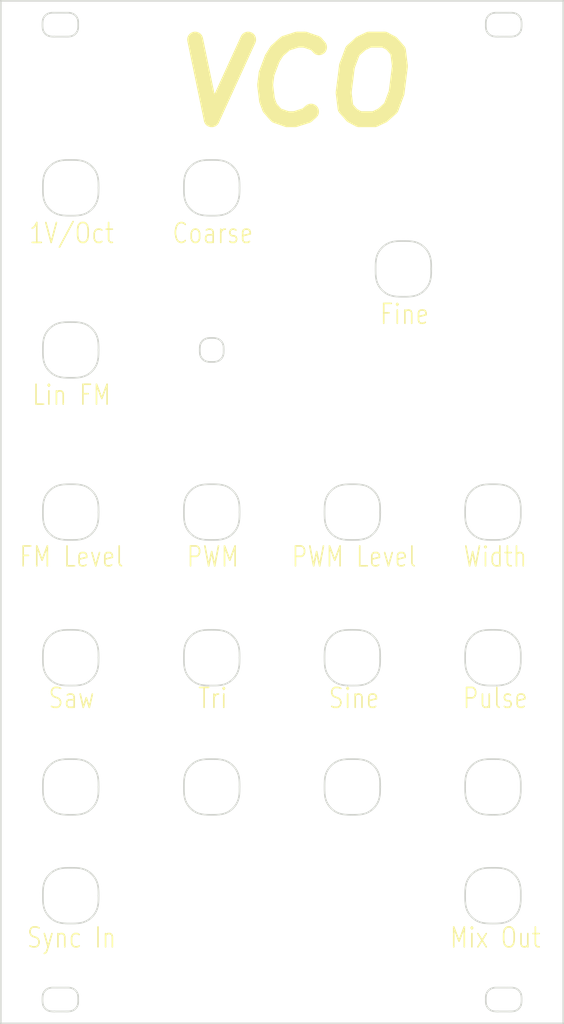
<source format=kicad_pcb>
(kicad_pcb (version 20171130) (host pcbnew 5.0.0-fee4fd1~66~ubuntu16.04.1)
  (layers (0 F.Cu signal) (31 B.Cu signal) (34 B.Paste user) (35 F.Paste user) (36 B.SilkS user) (37 F.SilkS user) (38 B.Mask user) (39 F.Mask user) (44 Edge.Cuts user))
  (net 0 "")
  (gr_text VCO (at 151.13 39.37) (layer F.SilkS) (effects (font (size 10 10) (thickness 2) italic)))
  (gr_text Saw (at 123.19 118.11) (layer F.SilkS) (effects (font (size 2.49767 1.998136) (thickness 0.2)) (justify bottom)))
  (gr_line (start 144.146986 94.948522) (end 144.072452 95.135523) (layer Edge.Cuts) (width 0.2))
  (gr_line (start 144.20579 94.760148) (end 144.146986 94.948522) (layer Edge.Cuts) (width 0.2))
  (gr_line (start 144.25073 94.573134) (end 144.20579 94.760148) (layer Edge.Cuts) (width 0.2))
  (gr_line (start 144.283668 94.390215) (end 144.25073 94.573134) (layer Edge.Cuts) (width 0.2))
  (gr_line (start 144.30647 94.214126) (end 144.283668 94.390215) (layer Edge.Cuts) (width 0.2))
  (gr_line (start 144.320999 94.047602) (end 144.30647 94.214126) (layer Edge.Cuts) (width 0.2))
  (gr_line (start 144.329119 93.893377) (end 144.320999 94.047602) (layer Edge.Cuts) (width 0.2))
  (gr_line (start 144.332696 93.754186) (end 144.329119 93.893377) (layer Edge.Cuts) (width 0.2))
  (gr_line (start 144.333593 93.632764) (end 144.332696 93.754186) (layer Edge.Cuts) (width 0.2))
  (gr_line (start 144.333619 93.531695) (end 144.333593 93.632764) (layer Edge.Cuts) (width 0.2))
  (gr_line (start 144.333619 93.450963) (end 144.333619 93.531695) (layer Edge.Cuts) (width 0.2))
  (gr_line (start 144.333619 93.388337) (end 144.333619 93.450963) (layer Edge.Cuts) (width 0.2))
  (gr_line (start 144.333619 93.341519) (end 144.333619 93.388337) (layer Edge.Cuts) (width 0.2))
  (gr_line (start 144.333619 93.308209) (end 144.333619 93.341519) (layer Edge.Cuts) (width 0.2))
  (gr_line (start 144.333619 93.286108) (end 144.333619 93.308209) (layer Edge.Cuts) (width 0.2))
  (gr_line (start 144.333619 93.272917) (end 144.333619 93.286108) (layer Edge.Cuts) (width 0.2))
  (gr_line (start 144.333619 93.266337) (end 144.333619 93.272917) (layer Edge.Cuts) (width 0.2))
  (gr_line (start 144.333619 93.264067) (end 144.333619 93.266337) (layer Edge.Cuts) (width 0.2))
  (gr_line (start 144.333619 93.263811) (end 144.333619 93.264067) (layer Edge.Cuts) (width 0.2))
  (gr_line (start 144.333619 93.263811) (end 144.333619 93.263811) (layer Edge.Cuts) (width 0.2))
  (gr_line (start 144.333619 93.263811) (end 144.333619 93.263811) (layer Edge.Cuts) (width 0.2))
  (gr_line (start 144.333619 93.263811) (end 144.333619 93.263811) (layer Edge.Cuts) (width 0.2))
  (gr_line (start 144.333619 93.263811) (end 144.333619 93.263811) (layer Edge.Cuts) (width 0.2))
  (gr_line (start 144.333619 93.263811) (end 144.333619 93.263811) (layer Edge.Cuts) (width 0.2))
  (gr_line (start 144.333619 93.263811) (end 144.333619 93.263811) (layer Edge.Cuts) (width 0.2))
  (gr_text "Sync In" (at 123.19 148.208201) (layer F.SilkS) (effects (font (size 2.49767 1.998136) (thickness 0.2)) (justify bottom)))
  (gr_line (start 121.578078 49.145402) (end 121.772213 49.099658) (layer Edge.Cuts) (width 0.2))
  (gr_line (start 121.387208 49.205126) (end 121.578078 49.145402) (layer Edge.Cuts) (width 0.2))
  (gr_line (start 121.20004 49.280693) (end 121.387208 49.205126) (layer Edge.Cuts) (width 0.2))
  (gr_line (start 121.017207 49.37331) (end 121.20004 49.280693) (layer Edge.Cuts) (width 0.2))
  (gr_line (start 120.84 49.482) (end 121.017207 49.37331) (layer Edge.Cuts) (width 0.2))
  (gr_line (start 120.66985 49.605334) (end 120.84 49.482) (layer Edge.Cuts) (width 0.2))
  (gr_line (start 120.508185 49.741885) (end 120.66985 49.605334) (layer Edge.Cuts) (width 0.2))
  (gr_line (start 120.356434 49.890222) (end 120.508185 49.741885) (layer Edge.Cuts) (width 0.2))
  (gr_line (start 120.216026 50.048918) (end 120.356434 49.890222) (layer Edge.Cuts) (width 0.2))
  (gr_line (start 120.088388 50.216545) (end 120.216026 50.048918) (layer Edge.Cuts) (width 0.2))
  (gr_line (start 125.391948 55.50101) (end 125.21722 55.615359) (layer Edge.Cuts) (width 0.2))
  (gr_line (start 125.559083 55.372552) (end 125.391948 55.50101) (layer Edge.Cuts) (width 0.2))
  (gr_line (start 125.717198 55.231414) (end 125.559083 55.372552) (layer Edge.Cuts) (width 0.2))
  (gr_line (start 125.864863 55.079025) (end 125.717198 55.231414) (layer Edge.Cuts) (width 0.2))
  (gr_line (start 126.00065 54.916813) (end 125.864863 55.079025) (layer Edge.Cuts) (width 0.2))
  (gr_line (start 126.12313 54.746206) (end 126.00065 54.916813) (layer Edge.Cuts) (width 0.2))
  (gr_line (start 126.230873 54.568633) (end 126.12313 54.746206) (layer Edge.Cuts) (width 0.2))
  (gr_line (start 126.322452 54.385523) (end 126.230873 54.568633) (layer Edge.Cuts) (width 0.2))
  (gr_line (start 177.93003 89.955126) (end 178.117198 90.030693) (layer Edge.Cuts) (width 0.2))
  (gr_line (start 177.73916 89.895402) (end 177.93003 89.955126) (layer Edge.Cuts) (width 0.2))
  (gr_line (start 177.545025 89.849658) (end 177.73916 89.895402) (layer Edge.Cuts) (width 0.2))
  (gr_line (start 177.34806 89.816029) (end 177.545025 89.849658) (layer Edge.Cuts) (width 0.2))
  (gr_line (start 177.1487 89.792652) (end 177.34806 89.816029) (layer Edge.Cuts) (width 0.2))
  (gr_line (start 176.947381 89.777663) (end 177.1487 89.792652) (layer Edge.Cuts) (width 0.2))
  (gr_line (start 176.744537 89.769198) (end 176.947381 89.777663) (layer Edge.Cuts) (width 0.2))
  (gr_line (start 176.540605 89.765392) (end 176.744537 89.769198) (layer Edge.Cuts) (width 0.2))
  (gr_line (start 176.33602 89.764382) (end 176.540605 89.765392) (layer Edge.Cuts) (width 0.2))
  (gr_line (start 176.131218 89.764382) (end 176.33602 89.764382) (layer Edge.Cuts) (width 0.2))
  (gr_line (start 175.926633 89.765392) (end 176.131218 89.764382) (layer Edge.Cuts) (width 0.2))
  (gr_line (start 175.722701 89.769198) (end 175.926633 89.765392) (layer Edge.Cuts) (width 0.2))
  (gr_line (start 175.519858 89.777663) (end 175.722701 89.769198) (layer Edge.Cuts) (width 0.2))
  (gr_line (start 175.318538 89.792652) (end 175.519858 89.777663) (layer Edge.Cuts) (width 0.2))
  (gr_line (start 175.119178 89.816029) (end 175.318538 89.792652) (layer Edge.Cuts) (width 0.2))
  (gr_line (start 174.922213 89.849658) (end 175.119178 89.816029) (layer Edge.Cuts) (width 0.2))
  (gr_line (start 174.728078 89.895402) (end 174.922213 89.849658) (layer Edge.Cuts) (width 0.2))
  (gr_line (start 174.537208 89.955126) (end 174.728078 89.895402) (layer Edge.Cuts) (width 0.2))
  (gr_line (start 174.35004 90.030693) (end 174.537208 89.955126) (layer Edge.Cuts) (width 0.2))
  (gr_line (start 174.167207 90.12331) (end 174.35004 90.030693) (layer Edge.Cuts) (width 0.2))
  (gr_line (start 173.99 90.232) (end 174.167207 90.12331) (layer Edge.Cuts) (width 0.2))
  (gr_line (start 173.81985 90.355334) (end 173.99 90.232) (layer Edge.Cuts) (width 0.2))
  (gr_line (start 173.658185 90.491885) (end 173.81985 90.355334) (layer Edge.Cuts) (width 0.2))
  (gr_line (start 173.506434 90.640222) (end 173.658185 90.491885) (layer Edge.Cuts) (width 0.2))
  (gr_line (start 173.366026 90.798918) (end 173.506434 90.640222) (layer Edge.Cuts) (width 0.2))
  (gr_line (start 173.238388 90.966545) (end 173.366026 90.798918) (layer Edge.Cuts) (width 0.2))
  (gr_line (start 173.124951 91.141673) (end 173.238388 90.966545) (layer Edge.Cuts) (width 0.2))
  (gr_line (start 173.027143 91.322874) (end 173.124951 91.141673) (layer Edge.Cuts) (width 0.2))
  (gr_line (start 172.946259 91.508759) (end 173.027143 91.322874) (layer Edge.Cuts) (width 0.2))
  (gr_line (start 172.881775 91.69849) (end 172.946259 91.508759) (layer Edge.Cuts) (width 0.2))
  (gr_line (start 172.831854 91.891622) (end 172.881775 91.69849) (layer Edge.Cuts) (width 0.2))
  (gr_line (start 172.794634 92.087719) (end 172.831854 91.891622) (layer Edge.Cuts) (width 0.2))
  (gr_line (start 172.76825 92.286348) (end 172.794634 92.087719) (layer Edge.Cuts) (width 0.2))
  (gr_line (start 172.750837 92.487071) (end 172.76825 92.286348) (layer Edge.Cuts) (width 0.2))
  (gr_line (start 172.740531 92.689454) (end 172.750837 92.487071) (layer Edge.Cuts) (width 0.2))
  (gr_line (start 172.735469 92.893061) (end 172.740531 92.689454) (layer Edge.Cuts) (width 0.2))
  (gr_line (start 172.733786 93.097458) (end 172.735469 92.893061) (layer Edge.Cuts) (width 0.2))
  (gr_line (start 172.733621 93.302208) (end 172.733786 93.097458) (layer Edge.Cuts) (width 0.2))
  (gr_line (start 172.734139 93.506877) (end 172.733621 93.302208) (layer Edge.Cuts) (width 0.2))
  (gr_line (start 172.736871 93.711028) (end 172.734139 93.506877) (layer Edge.Cuts) (width 0.2))
  (gr_line (start 172.743681 93.914228) (end 172.736871 93.711028) (layer Edge.Cuts) (width 0.2))
  (gr_line (start 172.756434 94.116039) (end 172.743681 93.914228) (layer Edge.Cuts) (width 0.2))
  (gr_line (start 172.776992 94.316028) (end 172.756434 94.116039) (layer Edge.Cuts) (width 0.2))
  (gr_line (start 172.807222 94.513758) (end 172.776992 94.316028) (layer Edge.Cuts) (width 0.2))
  (gr_line (start 172.848986 94.708795) (end 172.807222 94.513758) (layer Edge.Cuts) (width 0.2))
  (gr_line (start 172.904149 94.900702) (end 172.848986 94.708795) (layer Edge.Cuts) (width 0.2))
  (gr_line (start 172.974576 95.089045) (end 172.904149 94.900702) (layer Edge.Cuts) (width 0.2))
  (gr_line (start 173.061899 95.273319) (end 172.974576 95.089045) (layer Edge.Cuts) (width 0.2))
  (gr_line (start 173.165735 95.45241) (end 173.061899 95.273319) (layer Edge.Cuts) (width 0.2))
  (gr_line (start 173.284665 95.624892) (end 173.165735 95.45241) (layer Edge.Cuts) (width 0.2))
  (gr_line (start 173.417259 95.789337) (end 173.284665 95.624892) (layer Edge.Cuts) (width 0.2))
  (gr_line (start 173.562088 95.944316) (end 173.417259 95.789337) (layer Edge.Cuts) (width 0.2))
  (gr_line (start 173.717725 96.088401) (end 173.562088 95.944316) (layer Edge.Cuts) (width 0.2))
  (gr_line (start 173.882739 96.220163) (end 173.717725 96.088401) (layer Edge.Cuts) (width 0.2))
  (gr_line (start 174.055703 96.338173) (end 173.882739 96.220163) (layer Edge.Cuts) (width 0.2))
  (gr_line (start 174.235186 96.441003) (end 174.055703 96.338173) (layer Edge.Cuts) (width 0.2))
  (gr_line (start 174.419767 96.52724) (end 174.235186 96.441003) (layer Edge.Cuts) (width 0.2))
  (gr_line (start 174.608374 96.596648) (end 174.419767 96.52724) (layer Edge.Cuts) (width 0.2))
  (gr_line (start 174.800519 96.650911) (end 174.608374 96.596648) (layer Edge.Cuts) (width 0.2))
  (gr_line (start 174.995767 96.691894) (end 174.800519 96.650911) (layer Edge.Cuts) (width 0.2))
  (gr_line (start 175.193681 96.721459) (end 174.995767 96.691894) (layer Edge.Cuts) (width 0.2))
  (gr_line (start 175.393827 96.741473) (end 175.193681 96.721459) (layer Edge.Cuts) (width 0.2))
  (gr_line (start 175.595769 96.753797) (end 175.393827 96.741473) (layer Edge.Cuts) (width 0.2))
  (gr_line (start 175.799071 96.760297) (end 175.595769 96.753797) (layer Edge.Cuts) (width 0.2))
  (gr_line (start 176.003299 96.762835) (end 175.799071 96.760297) (layer Edge.Cuts) (width 0.2))
  (gr_line (start 176.208017 96.763277) (end 176.003299 96.762835) (layer Edge.Cuts) (width 0.2))
  (gr_line (start 176.412789 96.763069) (end 176.208017 96.763277) (layer Edge.Cuts) (width 0.2))
  (gr_line (start 176.61718 96.76123) (end 176.412789 96.763069) (layer Edge.Cuts) (width 0.2))
  (gr_line (start 176.820754 96.755895) (end 176.61718 96.76123) (layer Edge.Cuts) (width 0.2))
  (gr_line (start 177.023077 96.745202) (end 176.820754 96.755895) (layer Edge.Cuts) (width 0.2))
  (gr_line (start 177.223713 96.727286) (end 177.023077 96.745202) (layer Edge.Cuts) (width 0.2))
  (gr_line (start 177.422226 96.700283) (end 177.223713 96.727286) (layer Edge.Cuts) (width 0.2))
  (gr_line (start 177.618181 96.662329) (end 177.422226 96.700283) (layer Edge.Cuts) (width 0.2))
  (gr_line (start 177.811142 96.611561) (end 177.618181 96.662329) (layer Edge.Cuts) (width 0.2))
  (gr_line (start 178.000675 96.546114) (end 177.811142 96.611561) (layer Edge.Cuts) (width 0.2))
  (gr_line (start 178.186329 96.464171) (end 178.000675 96.546114) (layer Edge.Cuts) (width 0.2))
  (gr_line (start 178.36722 96.365359) (end 178.186329 96.464171) (layer Edge.Cuts) (width 0.2))
  (gr_line (start 178.541948 96.25101) (end 178.36722 96.365359) (layer Edge.Cuts) (width 0.2))
  (gr_line (start 178.709083 96.122552) (end 178.541948 96.25101) (layer Edge.Cuts) (width 0.2))
  (gr_line (start 178.867198 95.981414) (end 178.709083 96.122552) (layer Edge.Cuts) (width 0.2))
  (gr_line (start 179.014863 95.829025) (end 178.867198 95.981414) (layer Edge.Cuts) (width 0.2))
  (gr_line (start 179.15065 95.666813) (end 179.014863 95.829025) (layer Edge.Cuts) (width 0.2))
  (gr_line (start 179.27313 95.496206) (end 179.15065 95.666813) (layer Edge.Cuts) (width 0.2))
  (gr_line (start 179.380873 95.318633) (end 179.27313 95.496206) (layer Edge.Cuts) (width 0.2))
  (gr_line (start 122.65796 30.514039) (end 122.619839 30.514039) (layer Edge.Cuts) (width 0.2))
  (gr_line (start 122.704679 30.514085) (end 122.65796 30.514039) (layer Edge.Cuts) (width 0.2))
  (gr_line (start 122.760278 30.514723) (end 122.704679 30.514085) (layer Edge.Cuts) (width 0.2))
  (gr_line (start 122.823519 30.516809) (end 122.760278 30.514723) (layer Edge.Cuts) (width 0.2))
  (gr_line (start 122.89314 30.521201) (end 122.823519 30.516809) (layer Edge.Cuts) (width 0.2))
  (gr_line (start 122.967881 30.52876) (end 122.89314 30.521201) (layer Edge.Cuts) (width 0.2))
  (gr_line (start 123.046481 30.540344) (end 122.967881 30.52876) (layer Edge.Cuts) (width 0.2))
  (gr_line (start 123.127678 30.556812) (end 123.046481 30.540344) (layer Edge.Cuts) (width 0.2))
  (gr_line (start 123.210212 30.579025) (end 123.127678 30.556812) (layer Edge.Cuts) (width 0.2))
  (gr_line (start 123.292821 30.607841) (end 123.210212 30.579025) (layer Edge.Cuts) (width 0.2))
  (gr_line (start 123.374256 30.644093) (end 123.292821 30.607841) (layer Edge.Cuts) (width 0.2))
  (gr_line (start 123.453545 30.687912) (end 123.374256 30.644093) (layer Edge.Cuts) (width 0.2))
  (gr_line (start 123.530014 30.738675) (end 123.453545 30.687912) (layer Edge.Cuts) (width 0.2))
  (gr_line (start 123.603004 30.795724) (end 123.530014 30.738675) (layer Edge.Cuts) (width 0.2))
  (gr_line (start 123.671857 30.8584) (end 123.603004 30.795724) (layer Edge.Cuts) (width 0.2))
  (gr_line (start 123.735914 30.926044) (end 123.671857 30.8584) (layer Edge.Cuts) (width 0.2))
  (gr_line (start 123.794517 30.997999) (end 123.735914 30.926044) (layer Edge.Cuts) (width 0.2))
  (gr_line (start 123.847006 31.073605) (end 123.794517 30.997999) (layer Edge.Cuts) (width 0.2))
  (gr_line (start 123.892722 31.152203) (end 123.847006 31.073605) (layer Edge.Cuts) (width 0.2))
  (gr_line (start 123.931013 31.233137) (end 123.892722 31.152203) (layer Edge.Cuts) (width 0.2))
  (gr_line (start 123.961714 31.315897) (end 123.931013 31.233137) (layer Edge.Cuts) (width 0.2))
  (gr_line (start 123.985585 31.400252) (end 123.961714 31.315897) (layer Edge.Cuts) (width 0.2))
  (gr_line (start 124.003485 31.486002) (end 123.985585 31.400252) (layer Edge.Cuts) (width 0.2))
  (gr_line (start 124.016273 31.572945) (end 124.003485 31.486002) (layer Edge.Cuts) (width 0.2))
  (gr_line (start 124.024808 31.660882) (end 124.016273 31.572945) (layer Edge.Cuts) (width 0.2))
  (gr_line (start 124.029951 31.749611) (end 124.024808 31.660882) (layer Edge.Cuts) (width 0.2))
  (gr_line (start 124.032561 31.838931) (end 124.029951 31.749611) (layer Edge.Cuts) (width 0.2))
  (gr_line (start 124.033497 31.928642) (end 124.032561 31.838931) (layer Edge.Cuts) (width 0.2))
  (gr_line (start 124.033619 32.018544) (end 124.033497 31.928642) (layer Edge.Cuts) (width 0.2))
  (gr_line (start 124.033452 32.108435) (end 124.033619 32.018544) (layer Edge.Cuts) (width 0.2))
  (gr_line (start 124.03238 32.198114) (end 124.033452 32.108435) (layer Edge.Cuts) (width 0.2))
  (gr_line (start 124.029544 32.287382) (end 124.03238 32.198114) (layer Edge.Cuts) (width 0.2))
  (gr_line (start 124.024085 32.376036) (end 124.029544 32.287382) (layer Edge.Cuts) (width 0.2))
  (gr_line (start 124.015142 32.463878) (end 124.024085 32.376036) (layer Edge.Cuts) (width 0.2))
  (gr_line (start 124.001856 32.550705) (end 124.015142 32.463878) (layer Edge.Cuts) (width 0.2))
  (gr_line (start 123.983368 32.636318) (end 124.001856 32.550705) (layer Edge.Cuts) (width 0.2))
  (gr_line (start 123.958819 32.720514) (end 123.983368 32.636318) (layer Edge.Cuts) (width 0.2))
  (gr_line (start 123.927349 32.803095) (end 123.958819 32.720514) (layer Edge.Cuts) (width 0.2))
  (gr_line (start 123.888248 32.883813) (end 123.927349 32.803095) (layer Edge.Cuts) (width 0.2))
  (gr_line (start 123.841788 32.962127) (end 123.888248 32.883813) (layer Edge.Cuts) (width 0.2))
  (gr_line (start 123.788624 33.03738) (end 123.841788 32.962127) (layer Edge.Cuts) (width 0.2))
  (gr_line (start 123.729417 33.108912) (end 123.788624 33.03738) (layer Edge.Cuts) (width 0.2))
  (gr_line (start 123.664824 33.176064) (end 123.729417 33.108912) (layer Edge.Cuts) (width 0.2))
  (gr_line (start 123.595504 33.238179) (end 123.664824 33.176064) (layer Edge.Cuts) (width 0.2))
  (gr_line (start 123.522117 33.294597) (end 123.595504 33.238179) (layer Edge.Cuts) (width 0.2))
  (gr_line (start 123.44532 33.34466) (end 123.522117 33.294597) (layer Edge.Cuts) (width 0.2))
  (gr_line (start 123.365773 33.387709) (end 123.44532 33.34466) (layer Edge.Cuts) (width 0.2))
  (gr_line (start 123.284159 33.42315) (end 123.365773 33.387709) (layer Edge.Cuts) (width 0.2))
  (gr_line (start 123.201499 33.45123) (end 123.284159 33.42315) (layer Edge.Cuts) (width 0.2))
  (gr_line (start 123.119046 33.472798) (end 123.201499 33.45123) (layer Edge.Cuts) (width 0.2))
  (gr_line (start 123.038063 33.488712) (end 123.119046 33.472798) (layer Edge.Cuts) (width 0.2))
  (gr_line (start 122.95981 33.499832) (end 123.038063 33.488712) (layer Edge.Cuts) (width 0.2))
  (gr_line (start 122.885549 33.507016) (end 122.95981 33.499832) (layer Edge.Cuts) (width 0.2))
  (gr_line (start 122.81654 33.511125) (end 122.885549 33.507016) (layer Edge.Cuts) (width 0.2))
  (gr_line (start 122.754044 33.513018) (end 122.81654 33.511125) (layer Edge.Cuts) (width 0.2))
  (gr_line (start 122.699322 33.513554) (end 122.754044 33.513018) (layer Edge.Cuts) (width 0.2))
  (gr_line (start 122.653583 33.513582) (end 122.699322 33.513554) (layer Edge.Cuts) (width 0.2))
  (gr_line (start 122.616218 33.513582) (end 122.653583 33.513582) (layer Edge.Cuts) (width 0.2))
  (gr_line (start 122.584383 33.513582) (end 122.616218 33.513582) (layer Edge.Cuts) (width 0.2))
  (gr_line (start 122.555099 33.513582) (end 122.584383 33.513582) (layer Edge.Cuts) (width 0.2))
  (gr_line (start 122.525385 33.513582) (end 122.555099 33.513582) (layer Edge.Cuts) (width 0.2))
  (gr_line (start 122.492262 33.513582) (end 122.525385 33.513582) (layer Edge.Cuts) (width 0.2))
  (gr_line (start 122.45275 33.513582) (end 122.492262 33.513582) (layer Edge.Cuts) (width 0.2))
  (gr_line (start 122.403869 33.513582) (end 122.45275 33.513582) (layer Edge.Cuts) (width 0.2))
  (gr_line (start 122.342639 33.513582) (end 122.403869 33.513582) (layer Edge.Cuts) (width 0.2))
  (gr_line (start 122.26609 33.513582) (end 122.342639 33.513582) (layer Edge.Cuts) (width 0.2))
  (gr_line (start 122.173228 33.513582) (end 122.26609 33.513582) (layer Edge.Cuts) (width 0.2))
  (gr_line (start 122.067331 33.513582) (end 122.173228 33.513582) (layer Edge.Cuts) (width 0.2))
  (gr_line (start 121.95224 33.513582) (end 122.067331 33.513582) (layer Edge.Cuts) (width 0.2))
  (gr_line (start 121.831794 33.513582) (end 121.95224 33.513582) (layer Edge.Cuts) (width 0.2))
  (gr_line (start 121.709832 33.513582) (end 121.831794 33.513582) (layer Edge.Cuts) (width 0.2))
  (gr_line (start 121.590195 33.513582) (end 121.709832 33.513582) (layer Edge.Cuts) (width 0.2))
  (gr_line (start 121.47672 33.513582) (end 121.590195 33.513582) (layer Edge.Cuts) (width 0.2))
  (gr_line (start 121.373249 33.513582) (end 121.47672 33.513582) (layer Edge.Cuts) (width 0.2))
  (gr_line (start 121.283619 33.513582) (end 121.373249 33.513582) (layer Edge.Cuts) (width 0.2))
  (gr_line (start 114.283619 29.013811) (end 114.283619 157.513811) (layer Edge.Cuts) (width 0.2))
  (gr_line (start 185.083619 29.013811) (end 114.283619 29.013811) (layer Edge.Cuts) (width 0.2))
  (gr_line (start 185.083619 157.513811) (end 185.083619 29.013811) (layer Edge.Cuts) (width 0.2))
  (gr_line (start 114.283619 157.513811) (end 185.083619 157.513811) (layer Edge.Cuts) (width 0.2))
  (gr_line (start 161.846986 94.948522) (end 161.772452 95.135523) (layer Edge.Cuts) (width 0.2))
  (gr_line (start 161.90579 94.760148) (end 161.846986 94.948522) (layer Edge.Cuts) (width 0.2))
  (gr_line (start 161.95073 94.573134) (end 161.90579 94.760148) (layer Edge.Cuts) (width 0.2))
  (gr_line (start 161.983668 94.390215) (end 161.95073 94.573134) (layer Edge.Cuts) (width 0.2))
  (gr_line (start 162.00647 94.214126) (end 161.983668 94.390215) (layer Edge.Cuts) (width 0.2))
  (gr_line (start 162.020999 94.047602) (end 162.00647 94.214126) (layer Edge.Cuts) (width 0.2))
  (gr_line (start 162.029119 93.893377) (end 162.020999 94.047602) (layer Edge.Cuts) (width 0.2))
  (gr_line (start 162.032696 93.754186) (end 162.029119 93.893377) (layer Edge.Cuts) (width 0.2))
  (gr_line (start 162.033593 93.632764) (end 162.032696 93.754186) (layer Edge.Cuts) (width 0.2))
  (gr_line (start 162.033619 93.531695) (end 162.033593 93.632764) (layer Edge.Cuts) (width 0.2))
  (gr_line (start 162.033619 93.450963) (end 162.033619 93.531695) (layer Edge.Cuts) (width 0.2))
  (gr_line (start 162.033619 93.388337) (end 162.033619 93.450963) (layer Edge.Cuts) (width 0.2))
  (gr_line (start 162.033619 93.341519) (end 162.033619 93.388337) (layer Edge.Cuts) (width 0.2))
  (gr_line (start 162.033619 93.308209) (end 162.033619 93.341519) (layer Edge.Cuts) (width 0.2))
  (gr_line (start 162.033619 93.286108) (end 162.033619 93.308209) (layer Edge.Cuts) (width 0.2))
  (gr_line (start 162.033619 93.272917) (end 162.033619 93.286108) (layer Edge.Cuts) (width 0.2))
  (gr_line (start 162.033619 93.266337) (end 162.033619 93.272917) (layer Edge.Cuts) (width 0.2))
  (gr_line (start 162.033619 93.264067) (end 162.033619 93.266337) (layer Edge.Cuts) (width 0.2))
  (gr_line (start 162.033619 93.263811) (end 162.033619 93.264067) (layer Edge.Cuts) (width 0.2))
  (gr_line (start 162.033619 93.263811) (end 162.033619 93.263811) (layer Edge.Cuts) (width 0.2))
  (gr_line (start 162.033619 93.263811) (end 162.033619 93.263811) (layer Edge.Cuts) (width 0.2))
  (gr_line (start 162.033619 93.263811) (end 162.033619 93.263811) (layer Edge.Cuts) (width 0.2))
  (gr_line (start 162.033619 93.263811) (end 162.033619 93.263811) (layer Edge.Cuts) (width 0.2))
  (gr_line (start 162.033619 93.263811) (end 162.033619 93.263811) (layer Edge.Cuts) (width 0.2))
  (gr_line (start 162.033619 93.263811) (end 162.033619 93.263811) (layer Edge.Cuts) (width 0.2))
  (gr_line (start 162.033619 93.263811) (end 162.033619 93.263811) (layer Edge.Cuts) (width 0.2))
  (gr_line (start 162.033619 93.263811) (end 162.033619 93.263811) (layer Edge.Cuts) (width 0.2))
  (gr_line (start 162.033619 93.263811) (end 162.033619 93.263811) (layer Edge.Cuts) (width 0.2))
  (gr_line (start 162.033619 93.263811) (end 162.033619 93.263811) (layer Edge.Cuts) (width 0.2))
  (gr_line (start 162.033619 93.263811) (end 162.033619 93.263811) (layer Edge.Cuts) (width 0.2))
  (gr_line (start 162.033619 93.263811) (end 162.033619 93.263811) (layer Edge.Cuts) (width 0.2))
  (gr_line (start 162.033619 93.263811) (end 162.033619 93.263811) (layer Edge.Cuts) (width 0.2))
  (gr_line (start 162.033619 93.263811) (end 162.033619 93.263811) (layer Edge.Cuts) (width 0.2))
  (gr_line (start 162.033619 93.263811) (end 162.033619 93.263811) (layer Edge.Cuts) (width 0.2))
  (gr_line (start 162.033619 93.263811) (end 162.033619 93.263811) (layer Edge.Cuts) (width 0.2))
  (gr_line (start 162.033619 93.263811) (end 162.033619 93.263811) (layer Edge.Cuts) (width 0.2))
  (gr_line (start 162.033619 93.263811) (end 162.033619 93.263811) (layer Edge.Cuts) (width 0.2))
  (gr_line (start 162.033619 93.263805) (end 162.033619 93.263811) (layer Edge.Cuts) (width 0.2))
  (gr_line (start 162.033619 93.263062) (end 162.033619 93.263805) (layer Edge.Cuts) (width 0.2))
  (gr_line (start 162.033619 93.259445) (end 162.033619 93.263062) (layer Edge.Cuts) (width 0.2))
  (gr_line (start 162.033619 93.250655) (end 162.033619 93.259445) (layer Edge.Cuts) (width 0.2))
  (gr_line (start 162.033619 93.234393) (end 162.033619 93.250655) (layer Edge.Cuts) (width 0.2))
  (gr_line (start 162.033619 93.208358) (end 162.033619 93.234393) (layer Edge.Cuts) (width 0.2))
  (gr_line (start 162.033619 93.170252) (end 162.033619 93.208358) (layer Edge.Cuts) (width 0.2))
  (gr_line (start 162.033619 93.117776) (end 162.033619 93.170252) (layer Edge.Cuts) (width 0.2))
  (gr_line (start 162.033619 93.048629) (end 162.033619 93.117776) (layer Edge.Cuts) (width 0.2))
  (gr_line (start 162.033619 92.960514) (end 162.033619 93.048629) (layer Edge.Cuts) (width 0.2))
  (gr_line (start 162.033452 92.85158) (end 162.033619 92.960514) (layer Edge.Cuts) (width 0.2))
  (gr_line (start 162.031769 92.723174) (end 162.033452 92.85158) (layer Edge.Cuts) (width 0.2))
  (gr_line (start 162.026707 92.578024) (end 162.031769 92.723174) (layer Edge.Cuts) (width 0.2))
  (gr_line (start 162.016401 92.418867) (end 162.026707 92.578024) (layer Edge.Cuts) (width 0.2))
  (gr_line (start 161.998988 92.248435) (end 162.016401 92.418867) (layer Edge.Cuts) (width 0.2))
  (gr_line (start 161.972604 92.069465) (end 161.998988 92.248435) (layer Edge.Cuts) (width 0.2))
  (gr_line (start 161.935384 91.88469) (end 161.972604 92.069465) (layer Edge.Cuts) (width 0.2))
  (gr_line (start 161.885464 91.696845) (end 161.935384 91.88469) (layer Edge.Cuts) (width 0.2))
  (gr_line (start 161.820979 91.508665) (end 161.885464 91.696845) (layer Edge.Cuts) (width 0.2))
  (gr_line (start 161.740095 91.322874) (end 161.820979 91.508665) (layer Edge.Cuts) (width 0.2))
  (gr_line (start 161.642287 91.141673) (end 161.740095 91.322874) (layer Edge.Cuts) (width 0.2))
  (gr_line (start 161.52885 90.966545) (end 161.642287 91.141673) (layer Edge.Cuts) (width 0.2))
  (gr_line (start 161.401213 90.798918) (end 161.52885 90.966545) (layer Edge.Cuts) (width 0.2))
  (gr_line (start 161.260804 90.640222) (end 161.401213 90.798918) (layer Edge.Cuts) (width 0.2))
  (gr_line (start 161.109053 90.491885) (end 161.260804 90.640222) (layer Edge.Cuts) (width 0.2))
  (gr_line (start 160.947388 90.355334) (end 161.109053 90.491885) (layer Edge.Cuts) (width 0.2))
  (gr_line (start 160.777238 90.232) (end 160.947388 90.355334) (layer Edge.Cuts) (width 0.2))
  (gr_line (start 160.600032 90.12331) (end 160.777238 90.232) (layer Edge.Cuts) (width 0.2))
  (gr_line (start 160.417198 90.030693) (end 160.600032 90.12331) (layer Edge.Cuts) (width 0.2))
  (gr_line (start 160.23003 89.955126) (end 160.417198 90.030693) (layer Edge.Cuts) (width 0.2))
  (gr_line (start 160.03916 89.895402) (end 160.23003 89.955126) (layer Edge.Cuts) (width 0.2))
  (gr_line (start 159.845025 89.849658) (end 160.03916 89.895402) (layer Edge.Cuts) (width 0.2))
  (gr_line (start 159.64806 89.816029) (end 159.845025 89.849658) (layer Edge.Cuts) (width 0.2))
  (gr_line (start 159.4487 89.792652) (end 159.64806 89.816029) (layer Edge.Cuts) (width 0.2))
  (gr_line (start 159.247381 89.777663) (end 159.4487 89.792652) (layer Edge.Cuts) (width 0.2))
  (gr_line (start 159.044537 89.769198) (end 159.247381 89.777663) (layer Edge.Cuts) (width 0.2))
  (gr_line (start 158.840605 89.765392) (end 159.044537 89.769198) (layer Edge.Cuts) (width 0.2))
  (gr_line (start 158.63602 89.764382) (end 158.840605 89.765392) (layer Edge.Cuts) (width 0.2))
  (gr_line (start 158.431218 89.764382) (end 158.63602 89.764382) (layer Edge.Cuts) (width 0.2))
  (gr_line (start 158.226633 89.765392) (end 158.431218 89.764382) (layer Edge.Cuts) (width 0.2))
  (gr_line (start 158.022701 89.769198) (end 158.226633 89.765392) (layer Edge.Cuts) (width 0.2))
  (gr_line (start 157.819858 89.777663) (end 158.022701 89.769198) (layer Edge.Cuts) (width 0.2))
  (gr_line (start 157.618538 89.792652) (end 157.819858 89.777663) (layer Edge.Cuts) (width 0.2))
  (gr_line (start 157.419178 89.816029) (end 157.618538 89.792652) (layer Edge.Cuts) (width 0.2))
  (gr_line (start 157.222213 89.849658) (end 157.419178 89.816029) (layer Edge.Cuts) (width 0.2))
  (gr_line (start 157.028078 89.895402) (end 157.222213 89.849658) (layer Edge.Cuts) (width 0.2))
  (gr_line (start 156.837208 89.955126) (end 157.028078 89.895402) (layer Edge.Cuts) (width 0.2))
  (gr_line (start 156.65004 90.030693) (end 156.837208 89.955126) (layer Edge.Cuts) (width 0.2))
  (gr_line (start 156.467207 90.12331) (end 156.65004 90.030693) (layer Edge.Cuts) (width 0.2))
  (gr_line (start 156.29 90.232) (end 156.467207 90.12331) (layer Edge.Cuts) (width 0.2))
  (gr_line (start 179.546986 94.948522) (end 179.472452 95.135523) (layer Edge.Cuts) (width 0.2))
  (gr_line (start 179.60579 94.760148) (end 179.546986 94.948522) (layer Edge.Cuts) (width 0.2))
  (gr_line (start 179.65073 94.573134) (end 179.60579 94.760148) (layer Edge.Cuts) (width 0.2))
  (gr_line (start 179.683668 94.390215) (end 179.65073 94.573134) (layer Edge.Cuts) (width 0.2))
  (gr_line (start 179.70647 94.214126) (end 179.683668 94.390215) (layer Edge.Cuts) (width 0.2))
  (gr_line (start 179.720999 94.047602) (end 179.70647 94.214126) (layer Edge.Cuts) (width 0.2))
  (gr_line (start 179.729119 93.893377) (end 179.720999 94.047602) (layer Edge.Cuts) (width 0.2))
  (gr_line (start 179.732696 93.754186) (end 179.729119 93.893377) (layer Edge.Cuts) (width 0.2))
  (gr_line (start 179.733593 93.632764) (end 179.732696 93.754186) (layer Edge.Cuts) (width 0.2))
  (gr_line (start 179.733619 93.531695) (end 179.733593 93.632764) (layer Edge.Cuts) (width 0.2))
  (gr_line (start 179.733619 93.450963) (end 179.733619 93.531695) (layer Edge.Cuts) (width 0.2))
  (gr_line (start 179.733619 93.388337) (end 179.733619 93.450963) (layer Edge.Cuts) (width 0.2))
  (gr_line (start 179.733619 93.341519) (end 179.733619 93.388337) (layer Edge.Cuts) (width 0.2))
  (gr_line (start 179.733619 93.308209) (end 179.733619 93.341519) (layer Edge.Cuts) (width 0.2))
  (gr_line (start 179.733619 93.286108) (end 179.733619 93.308209) (layer Edge.Cuts) (width 0.2))
  (gr_line (start 179.733619 93.272917) (end 179.733619 93.286108) (layer Edge.Cuts) (width 0.2))
  (gr_line (start 179.733619 93.266337) (end 179.733619 93.272917) (layer Edge.Cuts) (width 0.2))
  (gr_line (start 179.733619 93.264067) (end 179.733619 93.266337) (layer Edge.Cuts) (width 0.2))
  (gr_line (start 179.733619 93.263811) (end 179.733619 93.264067) (layer Edge.Cuts) (width 0.2))
  (gr_line (start 179.733619 93.263811) (end 179.733619 93.263811) (layer Edge.Cuts) (width 0.2))
  (gr_line (start 179.733619 93.263811) (end 179.733619 93.263811) (layer Edge.Cuts) (width 0.2))
  (gr_line (start 179.733619 93.263811) (end 179.733619 93.263811) (layer Edge.Cuts) (width 0.2))
  (gr_line (start 179.733619 93.263811) (end 179.733619 93.263811) (layer Edge.Cuts) (width 0.2))
  (gr_line (start 179.733619 93.263811) (end 179.733619 93.263811) (layer Edge.Cuts) (width 0.2))
  (gr_line (start 179.733619 93.263811) (end 179.733619 93.263811) (layer Edge.Cuts) (width 0.2))
  (gr_line (start 179.733619 93.263811) (end 179.733619 93.263811) (layer Edge.Cuts) (width 0.2))
  (gr_line (start 179.733619 93.263811) (end 179.733619 93.263811) (layer Edge.Cuts) (width 0.2))
  (gr_line (start 179.733619 93.263811) (end 179.733619 93.263811) (layer Edge.Cuts) (width 0.2))
  (gr_line (start 179.733619 93.263811) (end 179.733619 93.263811) (layer Edge.Cuts) (width 0.2))
  (gr_line (start 179.733619 93.263811) (end 179.733619 93.263811) (layer Edge.Cuts) (width 0.2))
  (gr_line (start 179.733619 93.263811) (end 179.733619 93.263811) (layer Edge.Cuts) (width 0.2))
  (gr_line (start 179.733619 93.263811) (end 179.733619 93.263811) (layer Edge.Cuts) (width 0.2))
  (gr_line (start 179.733619 93.263811) (end 179.733619 93.263811) (layer Edge.Cuts) (width 0.2))
  (gr_line (start 179.733619 93.263811) (end 179.733619 93.263811) (layer Edge.Cuts) (width 0.2))
  (gr_line (start 179.733619 93.263811) (end 179.733619 93.263811) (layer Edge.Cuts) (width 0.2))
  (gr_line (start 179.733619 93.263811) (end 179.733619 93.263811) (layer Edge.Cuts) (width 0.2))
  (gr_line (start 179.733619 93.263811) (end 179.733619 93.263811) (layer Edge.Cuts) (width 0.2))
  (gr_line (start 179.733619 93.263805) (end 179.733619 93.263811) (layer Edge.Cuts) (width 0.2))
  (gr_line (start 179.733619 93.263062) (end 179.733619 93.263805) (layer Edge.Cuts) (width 0.2))
  (gr_line (start 179.733619 93.259445) (end 179.733619 93.263062) (layer Edge.Cuts) (width 0.2))
  (gr_line (start 179.733619 93.250655) (end 179.733619 93.259445) (layer Edge.Cuts) (width 0.2))
  (gr_line (start 179.733619 93.234393) (end 179.733619 93.250655) (layer Edge.Cuts) (width 0.2))
  (gr_line (start 179.733619 93.208358) (end 179.733619 93.234393) (layer Edge.Cuts) (width 0.2))
  (gr_line (start 179.733619 93.170252) (end 179.733619 93.208358) (layer Edge.Cuts) (width 0.2))
  (gr_line (start 179.733619 93.117776) (end 179.733619 93.170252) (layer Edge.Cuts) (width 0.2))
  (gr_line (start 179.733619 93.048629) (end 179.733619 93.117776) (layer Edge.Cuts) (width 0.2))
  (gr_line (start 179.733619 92.960514) (end 179.733619 93.048629) (layer Edge.Cuts) (width 0.2))
  (gr_line (start 179.733452 92.85158) (end 179.733619 92.960514) (layer Edge.Cuts) (width 0.2))
  (gr_line (start 179.731769 92.723174) (end 179.733452 92.85158) (layer Edge.Cuts) (width 0.2))
  (gr_line (start 179.726707 92.578024) (end 179.731769 92.723174) (layer Edge.Cuts) (width 0.2))
  (gr_line (start 179.716401 92.418867) (end 179.726707 92.578024) (layer Edge.Cuts) (width 0.2))
  (gr_line (start 179.698988 92.248435) (end 179.716401 92.418867) (layer Edge.Cuts) (width 0.2))
  (gr_line (start 179.672604 92.069465) (end 179.698988 92.248435) (layer Edge.Cuts) (width 0.2))
  (gr_line (start 179.635384 91.88469) (end 179.672604 92.069465) (layer Edge.Cuts) (width 0.2))
  (gr_line (start 179.585464 91.696845) (end 179.635384 91.88469) (layer Edge.Cuts) (width 0.2))
  (gr_line (start 179.520979 91.508665) (end 179.585464 91.696845) (layer Edge.Cuts) (width 0.2))
  (gr_line (start 179.440095 91.322874) (end 179.520979 91.508665) (layer Edge.Cuts) (width 0.2))
  (gr_line (start 179.342287 91.141673) (end 179.440095 91.322874) (layer Edge.Cuts) (width 0.2))
  (gr_line (start 179.22885 90.966545) (end 179.342287 91.141673) (layer Edge.Cuts) (width 0.2))
  (gr_line (start 179.101213 90.798918) (end 179.22885 90.966545) (layer Edge.Cuts) (width 0.2))
  (gr_line (start 178.960804 90.640222) (end 179.101213 90.798918) (layer Edge.Cuts) (width 0.2))
  (gr_line (start 178.809053 90.491885) (end 178.960804 90.640222) (layer Edge.Cuts) (width 0.2))
  (gr_line (start 178.647388 90.355334) (end 178.809053 90.491885) (layer Edge.Cuts) (width 0.2))
  (gr_line (start 178.477238 90.232) (end 178.647388 90.355334) (layer Edge.Cuts) (width 0.2))
  (gr_line (start 178.300032 90.12331) (end 178.477238 90.232) (layer Edge.Cuts) (width 0.2))
  (gr_line (start 178.117198 90.030693) (end 178.300032 90.12331) (layer Edge.Cuts) (width 0.2))
  (gr_line (start 141.547381 49.027663) (end 141.7487 49.042652) (layer Edge.Cuts) (width 0.2))
  (gr_line (start 141.344537 49.019198) (end 141.547381 49.027663) (layer Edge.Cuts) (width 0.2))
  (gr_line (start 141.140605 49.015392) (end 141.344537 49.019198) (layer Edge.Cuts) (width 0.2))
  (gr_line (start 140.93602 49.014382) (end 141.140605 49.015392) (layer Edge.Cuts) (width 0.2))
  (gr_line (start 140.731218 49.014382) (end 140.93602 49.014382) (layer Edge.Cuts) (width 0.2))
  (gr_line (start 140.526633 49.015392) (end 140.731218 49.014382) (layer Edge.Cuts) (width 0.2))
  (gr_line (start 140.322701 49.019198) (end 140.526633 49.015392) (layer Edge.Cuts) (width 0.2))
  (gr_line (start 140.119858 49.027663) (end 140.322701 49.019198) (layer Edge.Cuts) (width 0.2))
  (gr_line (start 139.918538 49.042652) (end 140.119858 49.027663) (layer Edge.Cuts) (width 0.2))
  (gr_line (start 139.719178 49.066029) (end 139.918538 49.042652) (layer Edge.Cuts) (width 0.2))
  (gr_line (start 139.522213 49.099658) (end 139.719178 49.066029) (layer Edge.Cuts) (width 0.2))
  (gr_line (start 139.328078 49.145402) (end 139.522213 49.099658) (layer Edge.Cuts) (width 0.2))
  (gr_line (start 139.137208 49.205126) (end 139.328078 49.145402) (layer Edge.Cuts) (width 0.2))
  (gr_line (start 138.95004 49.280693) (end 139.137208 49.205126) (layer Edge.Cuts) (width 0.2))
  (gr_line (start 138.767207 49.37331) (end 138.95004 49.280693) (layer Edge.Cuts) (width 0.2))
  (gr_line (start 138.59 49.482) (end 138.767207 49.37331) (layer Edge.Cuts) (width 0.2))
  (gr_line (start 138.41985 49.605334) (end 138.59 49.482) (layer Edge.Cuts) (width 0.2))
  (gr_line (start 138.258185 49.741885) (end 138.41985 49.605334) (layer Edge.Cuts) (width 0.2))
  (gr_line (start 138.106434 49.890222) (end 138.258185 49.741885) (layer Edge.Cuts) (width 0.2))
  (gr_line (start 137.966026 50.048918) (end 138.106434 49.890222) (layer Edge.Cuts) (width 0.2))
  (gr_line (start 137.838388 50.216545) (end 137.966026 50.048918) (layer Edge.Cuts) (width 0.2))
  (gr_line (start 137.724951 50.391673) (end 137.838388 50.216545) (layer Edge.Cuts) (width 0.2))
  (gr_line (start 137.627143 50.572874) (end 137.724951 50.391673) (layer Edge.Cuts) (width 0.2))
  (gr_line (start 137.546259 50.758759) (end 137.627143 50.572874) (layer Edge.Cuts) (width 0.2))
  (gr_line (start 137.481775 50.94849) (end 137.546259 50.758759) (layer Edge.Cuts) (width 0.2))
  (gr_line (start 137.431854 51.141622) (end 137.481775 50.94849) (layer Edge.Cuts) (width 0.2))
  (gr_line (start 137.394634 51.337719) (end 137.431854 51.141622) (layer Edge.Cuts) (width 0.2))
  (gr_line (start 137.36825 51.536348) (end 137.394634 51.337719) (layer Edge.Cuts) (width 0.2))
  (gr_line (start 137.350837 51.737071) (end 137.36825 51.536348) (layer Edge.Cuts) (width 0.2))
  (gr_line (start 126.396986 74.573522) (end 126.322452 74.760523) (layer Edge.Cuts) (width 0.2))
  (gr_line (start 126.45579 74.385148) (end 126.396986 74.573522) (layer Edge.Cuts) (width 0.2))
  (gr_line (start 126.50073 74.198134) (end 126.45579 74.385148) (layer Edge.Cuts) (width 0.2))
  (gr_line (start 126.533668 74.015215) (end 126.50073 74.198134) (layer Edge.Cuts) (width 0.2))
  (gr_line (start 126.55647 73.839126) (end 126.533668 74.015215) (layer Edge.Cuts) (width 0.2))
  (gr_line (start 126.570999 73.672602) (end 126.55647 73.839126) (layer Edge.Cuts) (width 0.2))
  (gr_line (start 126.579119 73.518377) (end 126.570999 73.672602) (layer Edge.Cuts) (width 0.2))
  (gr_line (start 126.582696 73.379186) (end 126.579119 73.518377) (layer Edge.Cuts) (width 0.2))
  (gr_line (start 126.583593 73.257764) (end 126.582696 73.379186) (layer Edge.Cuts) (width 0.2))
  (gr_line (start 126.583619 73.156695) (end 126.583593 73.257764) (layer Edge.Cuts) (width 0.2))
  (gr_text Fine (at 165.1 69.85) (layer F.SilkS) (effects (font (size 2.49767 1.998136) (thickness 0.2)) (justify bottom)))
  (gr_line (start 137.340531 51.939454) (end 137.350837 51.737071) (layer Edge.Cuts) (width 0.2))
  (gr_line (start 137.335469 52.143061) (end 137.340531 51.939454) (layer Edge.Cuts) (width 0.2))
  (gr_line (start 137.333786 52.347458) (end 137.335469 52.143061) (layer Edge.Cuts) (width 0.2))
  (gr_line (start 137.333621 52.552208) (end 137.333786 52.347458) (layer Edge.Cuts) (width 0.2))
  (gr_line (start 137.334139 52.756877) (end 137.333621 52.552208) (layer Edge.Cuts) (width 0.2))
  (gr_line (start 137.336871 52.961028) (end 137.334139 52.756877) (layer Edge.Cuts) (width 0.2))
  (gr_line (start 137.343681 53.164228) (end 137.336871 52.961028) (layer Edge.Cuts) (width 0.2))
  (gr_line (start 137.356434 53.366039) (end 137.343681 53.164228) (layer Edge.Cuts) (width 0.2))
  (gr_line (start 137.376992 53.566028) (end 137.356434 53.366039) (layer Edge.Cuts) (width 0.2))
  (gr_line (start 137.407222 53.763758) (end 137.376992 53.566028) (layer Edge.Cuts) (width 0.2))
  (gr_line (start 137.448986 53.958795) (end 137.407222 53.763758) (layer Edge.Cuts) (width 0.2))
  (gr_line (start 137.504149 54.150702) (end 137.448986 53.958795) (layer Edge.Cuts) (width 0.2))
  (gr_line (start 137.574576 54.339045) (end 137.504149 54.150702) (layer Edge.Cuts) (width 0.2))
  (gr_line (start 137.661899 54.523319) (end 137.574576 54.339045) (layer Edge.Cuts) (width 0.2))
  (gr_line (start 137.765735 54.70241) (end 137.661899 54.523319) (layer Edge.Cuts) (width 0.2))
  (gr_line (start 137.884665 54.874892) (end 137.765735 54.70241) (layer Edge.Cuts) (width 0.2))
  (gr_line (start 138.017259 55.039337) (end 137.884665 54.874892) (layer Edge.Cuts) (width 0.2))
  (gr_line (start 138.162088 55.194316) (end 138.017259 55.039337) (layer Edge.Cuts) (width 0.2))
  (gr_line (start 138.317725 55.338401) (end 138.162088 55.194316) (layer Edge.Cuts) (width 0.2))
  (gr_line (start 138.482739 55.470163) (end 138.317725 55.338401) (layer Edge.Cuts) (width 0.2))
  (gr_line (start 138.655703 55.588173) (end 138.482739 55.470163) (layer Edge.Cuts) (width 0.2))
  (gr_line (start 138.835186 55.691003) (end 138.655703 55.588173) (layer Edge.Cuts) (width 0.2))
  (gr_line (start 139.019767 55.77724) (end 138.835186 55.691003) (layer Edge.Cuts) (width 0.2))
  (gr_line (start 139.208374 55.846648) (end 139.019767 55.77724) (layer Edge.Cuts) (width 0.2))
  (gr_line (start 139.400519 55.900911) (end 139.208374 55.846648) (layer Edge.Cuts) (width 0.2))
  (gr_line (start 139.595767 55.941894) (end 139.400519 55.900911) (layer Edge.Cuts) (width 0.2))
  (gr_line (start 139.793681 55.971459) (end 139.595767 55.941894) (layer Edge.Cuts) (width 0.2))
  (gr_line (start 161.846986 129.486522) (end 161.772452 129.673523) (layer Edge.Cuts) (width 0.2))
  (gr_line (start 161.90579 129.298148) (end 161.846986 129.486522) (layer Edge.Cuts) (width 0.2))
  (gr_line (start 161.95073 129.111134) (end 161.90579 129.298148) (layer Edge.Cuts) (width 0.2))
  (gr_line (start 161.983668 128.928215) (end 161.95073 129.111134) (layer Edge.Cuts) (width 0.2))
  (gr_line (start 162.00647 128.752126) (end 161.983668 128.928215) (layer Edge.Cuts) (width 0.2))
  (gr_line (start 162.020999 128.585602) (end 162.00647 128.752126) (layer Edge.Cuts) (width 0.2))
  (gr_line (start 162.029119 128.431377) (end 162.020999 128.585602) (layer Edge.Cuts) (width 0.2))
  (gr_line (start 162.032696 128.292186) (end 162.029119 128.431377) (layer Edge.Cuts) (width 0.2))
  (gr_line (start 162.033593 128.170764) (end 162.032696 128.292186) (layer Edge.Cuts) (width 0.2))
  (gr_line (start 162.033619 128.069695) (end 162.033593 128.170764) (layer Edge.Cuts) (width 0.2))
  (gr_line (start 162.033619 127.988963) (end 162.033619 128.069695) (layer Edge.Cuts) (width 0.2))
  (gr_line (start 162.033619 127.926337) (end 162.033619 127.988963) (layer Edge.Cuts) (width 0.2))
  (gr_line (start 162.033619 127.879519) (end 162.033619 127.926337) (layer Edge.Cuts) (width 0.2))
  (gr_line (start 162.033619 127.846209) (end 162.033619 127.879519) (layer Edge.Cuts) (width 0.2))
  (gr_line (start 162.033619 127.824108) (end 162.033619 127.846209) (layer Edge.Cuts) (width 0.2))
  (gr_line (start 162.033619 127.810917) (end 162.033619 127.824108) (layer Edge.Cuts) (width 0.2))
  (gr_line (start 162.033619 127.804337) (end 162.033619 127.810917) (layer Edge.Cuts) (width 0.2))
  (gr_line (start 162.033619 127.802067) (end 162.033619 127.804337) (layer Edge.Cuts) (width 0.2))
  (gr_line (start 162.033619 127.801811) (end 162.033619 127.802067) (layer Edge.Cuts) (width 0.2))
  (gr_line (start 162.033619 127.801811) (end 162.033619 127.801811) (layer Edge.Cuts) (width 0.2))
  (gr_line (start 162.033619 127.801811) (end 162.033619 127.801811) (layer Edge.Cuts) (width 0.2))
  (gr_line (start 162.033619 127.801811) (end 162.033619 127.801811) (layer Edge.Cuts) (width 0.2))
  (gr_line (start 162.033619 127.801811) (end 162.033619 127.801811) (layer Edge.Cuts) (width 0.2))
  (gr_line (start 162.033619 127.801811) (end 162.033619 127.801811) (layer Edge.Cuts) (width 0.2))
  (gr_line (start 162.033619 127.801811) (end 162.033619 127.801811) (layer Edge.Cuts) (width 0.2))
  (gr_line (start 162.033619 127.801811) (end 162.033619 127.801811) (layer Edge.Cuts) (width 0.2))
  (gr_line (start 162.033619 127.801811) (end 162.033619 127.801811) (layer Edge.Cuts) (width 0.2))
  (gr_line (start 162.033619 127.801811) (end 162.033619 127.801811) (layer Edge.Cuts) (width 0.2))
  (gr_line (start 162.033619 127.801811) (end 162.033619 127.801811) (layer Edge.Cuts) (width 0.2))
  (gr_line (start 162.033619 127.801811) (end 162.033619 127.801811) (layer Edge.Cuts) (width 0.2))
  (gr_line (start 162.033619 127.801811) (end 162.033619 127.801811) (layer Edge.Cuts) (width 0.2))
  (gr_line (start 162.033619 127.801811) (end 162.033619 127.801811) (layer Edge.Cuts) (width 0.2))
  (gr_line (start 162.033619 127.801811) (end 162.033619 127.801811) (layer Edge.Cuts) (width 0.2))
  (gr_line (start 162.033619 127.801811) (end 162.033619 127.801811) (layer Edge.Cuts) (width 0.2))
  (gr_line (start 162.033619 127.801811) (end 162.033619 127.801811) (layer Edge.Cuts) (width 0.2))
  (gr_line (start 162.033619 127.801811) (end 162.033619 127.801811) (layer Edge.Cuts) (width 0.2))
  (gr_line (start 162.033619 127.801811) (end 162.033619 127.801811) (layer Edge.Cuts) (width 0.2))
  (gr_line (start 162.033619 127.801805) (end 162.033619 127.801811) (layer Edge.Cuts) (width 0.2))
  (gr_line (start 162.033619 127.801062) (end 162.033619 127.801805) (layer Edge.Cuts) (width 0.2))
  (gr_line (start 162.033619 127.797445) (end 162.033619 127.801062) (layer Edge.Cuts) (width 0.2))
  (gr_line (start 162.033619 127.788655) (end 162.033619 127.797445) (layer Edge.Cuts) (width 0.2))
  (gr_line (start 162.033619 127.772393) (end 162.033619 127.788655) (layer Edge.Cuts) (width 0.2))
  (gr_line (start 162.033619 127.746358) (end 162.033619 127.772393) (layer Edge.Cuts) (width 0.2))
  (gr_line (start 162.033619 127.708252) (end 162.033619 127.746358) (layer Edge.Cuts) (width 0.2))
  (gr_line (start 162.033619 127.655776) (end 162.033619 127.708252) (layer Edge.Cuts) (width 0.2))
  (gr_line (start 162.033619 127.586629) (end 162.033619 127.655776) (layer Edge.Cuts) (width 0.2))
  (gr_line (start 162.033619 127.498514) (end 162.033619 127.586629) (layer Edge.Cuts) (width 0.2))
  (gr_line (start 162.033452 127.38958) (end 162.033619 127.498514) (layer Edge.Cuts) (width 0.2))
  (gr_line (start 162.031769 127.261173) (end 162.033452 127.38958) (layer Edge.Cuts) (width 0.2))
  (gr_line (start 162.026707 127.116024) (end 162.031769 127.261173) (layer Edge.Cuts) (width 0.2))
  (gr_line (start 162.016401 126.956867) (end 162.026707 127.116024) (layer Edge.Cuts) (width 0.2))
  (gr_line (start 161.998988 126.786435) (end 162.016401 126.956867) (layer Edge.Cuts) (width 0.2))
  (gr_line (start 161.972604 126.607465) (end 161.998988 126.786435) (layer Edge.Cuts) (width 0.2))
  (gr_line (start 161.935384 126.42269) (end 161.972604 126.607465) (layer Edge.Cuts) (width 0.2))
  (gr_line (start 161.885464 126.234845) (end 161.935384 126.42269) (layer Edge.Cuts) (width 0.2))
  (gr_line (start 161.820979 126.046665) (end 161.885464 126.234845) (layer Edge.Cuts) (width 0.2))
  (gr_line (start 161.740095 125.860874) (end 161.820979 126.046665) (layer Edge.Cuts) (width 0.2))
  (gr_line (start 161.642287 125.679673) (end 161.740095 125.860874) (layer Edge.Cuts) (width 0.2))
  (gr_line (start 161.52885 125.504545) (end 161.642287 125.679673) (layer Edge.Cuts) (width 0.2))
  (gr_line (start 161.401213 125.336918) (end 161.52885 125.504545) (layer Edge.Cuts) (width 0.2))
  (gr_line (start 161.260804 125.178222) (end 161.401213 125.336918) (layer Edge.Cuts) (width 0.2))
  (gr_line (start 161.109053 125.029885) (end 161.260804 125.178222) (layer Edge.Cuts) (width 0.2))
  (gr_line (start 160.947388 124.893334) (end 161.109053 125.029885) (layer Edge.Cuts) (width 0.2))
  (gr_line (start 160.777238 124.77) (end 160.947388 124.893334) (layer Edge.Cuts) (width 0.2))
  (gr_line (start 160.600032 124.66131) (end 160.777238 124.77) (layer Edge.Cuts) (width 0.2))
  (gr_line (start 160.417198 124.568693) (end 160.600032 124.66131) (layer Edge.Cuts) (width 0.2))
  (gr_line (start 160.23003 124.493126) (end 160.417198 124.568693) (layer Edge.Cuts) (width 0.2))
  (gr_line (start 160.03916 124.433402) (end 160.23003 124.493126) (layer Edge.Cuts) (width 0.2))
  (gr_line (start 159.845025 124.387658) (end 160.03916 124.433402) (layer Edge.Cuts) (width 0.2))
  (gr_line (start 159.64806 124.354029) (end 159.845025 124.387658) (layer Edge.Cuts) (width 0.2))
  (gr_line (start 159.4487 124.330652) (end 159.64806 124.354029) (layer Edge.Cuts) (width 0.2))
  (gr_line (start 159.247381 124.315663) (end 159.4487 124.330652) (layer Edge.Cuts) (width 0.2))
  (gr_line (start 159.044537 124.307198) (end 159.247381 124.315663) (layer Edge.Cuts) (width 0.2))
  (gr_line (start 158.840605 124.303392) (end 159.044537 124.307198) (layer Edge.Cuts) (width 0.2))
  (gr_line (start 158.63602 124.302382) (end 158.840605 124.303392) (layer Edge.Cuts) (width 0.2))
  (gr_line (start 158.431218 124.302382) (end 158.63602 124.302382) (layer Edge.Cuts) (width 0.2))
  (gr_line (start 158.226633 124.303392) (end 158.431218 124.302382) (layer Edge.Cuts) (width 0.2))
  (gr_line (start 158.022701 124.307198) (end 158.226633 124.303392) (layer Edge.Cuts) (width 0.2))
  (gr_line (start 157.819858 124.315663) (end 158.022701 124.307198) (layer Edge.Cuts) (width 0.2))
  (gr_line (start 157.618538 124.330652) (end 157.819858 124.315663) (layer Edge.Cuts) (width 0.2))
  (gr_line (start 157.419178 124.354029) (end 157.618538 124.330652) (layer Edge.Cuts) (width 0.2))
  (gr_line (start 157.222213 124.387658) (end 157.419178 124.354029) (layer Edge.Cuts) (width 0.2))
  (gr_line (start 157.028078 124.433402) (end 157.222213 124.387658) (layer Edge.Cuts) (width 0.2))
  (gr_line (start 156.837208 124.493126) (end 157.028078 124.433402) (layer Edge.Cuts) (width 0.2))
  (gr_line (start 156.65004 124.568693) (end 156.837208 124.493126) (layer Edge.Cuts) (width 0.2))
  (gr_line (start 156.467207 124.66131) (end 156.65004 124.568693) (layer Edge.Cuts) (width 0.2))
  (gr_line (start 156.29 124.77) (end 156.467207 124.66131) (layer Edge.Cuts) (width 0.2))
  (gr_line (start 156.11985 124.893334) (end 156.29 124.77) (layer Edge.Cuts) (width 0.2))
  (gr_line (start 155.958185 125.029885) (end 156.11985 124.893334) (layer Edge.Cuts) (width 0.2))
  (gr_line (start 155.806434 125.178222) (end 155.958185 125.029885) (layer Edge.Cuts) (width 0.2))
  (gr_line (start 155.666026 125.336918) (end 155.806434 125.178222) (layer Edge.Cuts) (width 0.2))
  (gr_line (start 155.538388 125.504545) (end 155.666026 125.336918) (layer Edge.Cuts) (width 0.2))
  (gr_line (start 155.424951 125.679673) (end 155.538388 125.504545) (layer Edge.Cuts) (width 0.2))
  (gr_line (start 155.327143 125.860874) (end 155.424951 125.679673) (layer Edge.Cuts) (width 0.2))
  (gr_line (start 155.246259 126.046759) (end 155.327143 125.860874) (layer Edge.Cuts) (width 0.2))
  (gr_line (start 155.181775 126.23649) (end 155.246259 126.046759) (layer Edge.Cuts) (width 0.2))
  (gr_line (start 155.131854 126.429622) (end 155.181775 126.23649) (layer Edge.Cuts) (width 0.2))
  (gr_line (start 155.094634 126.625719) (end 155.131854 126.429622) (layer Edge.Cuts) (width 0.2))
  (gr_line (start 155.06825 126.824348) (end 155.094634 126.625719) (layer Edge.Cuts) (width 0.2))
  (gr_line (start 155.050837 127.025071) (end 155.06825 126.824348) (layer Edge.Cuts) (width 0.2))
  (gr_line (start 155.040531 127.227454) (end 155.050837 127.025071) (layer Edge.Cuts) (width 0.2))
  (gr_line (start 155.035469 127.431061) (end 155.040531 127.227454) (layer Edge.Cuts) (width 0.2))
  (gr_line (start 155.033786 127.635458) (end 155.035469 127.431061) (layer Edge.Cuts) (width 0.2))
  (gr_line (start 155.033621 127.840208) (end 155.033786 127.635458) (layer Edge.Cuts) (width 0.2))
  (gr_line (start 155.034139 128.044877) (end 155.033621 127.840208) (layer Edge.Cuts) (width 0.2))
  (gr_line (start 155.036871 128.249028) (end 155.034139 128.044877) (layer Edge.Cuts) (width 0.2))
  (gr_line (start 155.043681 128.452228) (end 155.036871 128.249028) (layer Edge.Cuts) (width 0.2))
  (gr_line (start 155.056434 128.654039) (end 155.043681 128.452228) (layer Edge.Cuts) (width 0.2))
  (gr_line (start 155.076992 128.854028) (end 155.056434 128.654039) (layer Edge.Cuts) (width 0.2))
  (gr_line (start 155.107222 129.051758) (end 155.076992 128.854028) (layer Edge.Cuts) (width 0.2))
  (gr_line (start 155.148986 129.246795) (end 155.107222 129.051758) (layer Edge.Cuts) (width 0.2))
  (gr_line (start 155.204149 129.438702) (end 155.148986 129.246795) (layer Edge.Cuts) (width 0.2))
  (gr_line (start 155.274576 129.627045) (end 155.204149 129.438702) (layer Edge.Cuts) (width 0.2))
  (gr_line (start 155.361899 129.811319) (end 155.274576 129.627045) (layer Edge.Cuts) (width 0.2))
  (gr_line (start 155.465735 129.99041) (end 155.361899 129.811319) (layer Edge.Cuts) (width 0.2))
  (gr_line (start 155.584665 130.162892) (end 155.465735 129.99041) (layer Edge.Cuts) (width 0.2))
  (gr_line (start 155.717259 130.327337) (end 155.584665 130.162892) (layer Edge.Cuts) (width 0.2))
  (gr_line (start 155.862088 130.482316) (end 155.717259 130.327337) (layer Edge.Cuts) (width 0.2))
  (gr_line (start 156.017725 130.626401) (end 155.862088 130.482316) (layer Edge.Cuts) (width 0.2))
  (gr_line (start 156.182739 130.758163) (end 156.017725 130.626401) (layer Edge.Cuts) (width 0.2))
  (gr_line (start 156.355703 130.876173) (end 156.182739 130.758163) (layer Edge.Cuts) (width 0.2))
  (gr_line (start 156.535186 130.979003) (end 156.355703 130.876173) (layer Edge.Cuts) (width 0.2))
  (gr_line (start 156.719767 131.06524) (end 156.535186 130.979003) (layer Edge.Cuts) (width 0.2))
  (gr_line (start 156.908374 131.134648) (end 156.719767 131.06524) (layer Edge.Cuts) (width 0.2))
  (gr_line (start 157.100519 131.188911) (end 156.908374 131.134648) (layer Edge.Cuts) (width 0.2))
  (gr_line (start 157.295767 131.229894) (end 157.100519 131.188911) (layer Edge.Cuts) (width 0.2))
  (gr_line (start 157.493681 131.259459) (end 157.295767 131.229894) (layer Edge.Cuts) (width 0.2))
  (gr_line (start 157.693827 131.279473) (end 157.493681 131.259459) (layer Edge.Cuts) (width 0.2))
  (gr_line (start 157.895769 131.291797) (end 157.693827 131.279473) (layer Edge.Cuts) (width 0.2))
  (gr_line (start 158.099071 131.298297) (end 157.895769 131.291797) (layer Edge.Cuts) (width 0.2))
  (gr_line (start 158.303299 131.300835) (end 158.099071 131.298297) (layer Edge.Cuts) (width 0.2))
  (gr_line (start 158.508017 131.301277) (end 158.303299 131.300835) (layer Edge.Cuts) (width 0.2))
  (gr_line (start 158.712789 131.301069) (end 158.508017 131.301277) (layer Edge.Cuts) (width 0.2))
  (gr_line (start 158.91718 131.29923) (end 158.712789 131.301069) (layer Edge.Cuts) (width 0.2))
  (gr_line (start 159.120754 131.293895) (end 158.91718 131.29923) (layer Edge.Cuts) (width 0.2))
  (gr_line (start 159.323077 131.283202) (end 159.120754 131.293895) (layer Edge.Cuts) (width 0.2))
  (gr_line (start 159.523713 131.265286) (end 159.323077 131.283202) (layer Edge.Cuts) (width 0.2))
  (gr_line (start 159.722226 131.238283) (end 159.523713 131.265286) (layer Edge.Cuts) (width 0.2))
  (gr_line (start 159.918181 131.200329) (end 159.722226 131.238283) (layer Edge.Cuts) (width 0.2))
  (gr_line (start 160.111142 131.149561) (end 159.918181 131.200329) (layer Edge.Cuts) (width 0.2))
  (gr_line (start 160.300675 131.084114) (end 160.111142 131.149561) (layer Edge.Cuts) (width 0.2))
  (gr_line (start 160.486329 131.002171) (end 160.300675 131.084114) (layer Edge.Cuts) (width 0.2))
  (gr_line (start 160.66722 130.903359) (end 160.486329 131.002171) (layer Edge.Cuts) (width 0.2))
  (gr_line (start 160.841948 130.78901) (end 160.66722 130.903359) (layer Edge.Cuts) (width 0.2))
  (gr_line (start 161.009083 130.660552) (end 160.841948 130.78901) (layer Edge.Cuts) (width 0.2))
  (gr_line (start 161.167198 130.519414) (end 161.009083 130.660552) (layer Edge.Cuts) (width 0.2))
  (gr_line (start 161.314863 130.367025) (end 161.167198 130.519414) (layer Edge.Cuts) (width 0.2))
  (gr_line (start 161.45065 130.204812) (end 161.314863 130.367025) (layer Edge.Cuts) (width 0.2))
  (gr_line (start 161.57313 130.034206) (end 161.45065 130.204812) (layer Edge.Cuts) (width 0.2))
  (gr_line (start 161.680873 129.856633) (end 161.57313 130.034206) (layer Edge.Cuts) (width 0.2))
  (gr_line (start 161.772452 129.673523) (end 161.680873 129.856633) (layer Edge.Cuts) (width 0.2))
  (gr_line (start 161.109053 108.789885) (end 161.260804 108.938222) (layer Edge.Cuts) (width 0.2))
  (gr_line (start 160.947388 108.653334) (end 161.109053 108.789885) (layer Edge.Cuts) (width 0.2))
  (gr_line (start 160.777238 108.53) (end 160.947388 108.653334) (layer Edge.Cuts) (width 0.2))
  (gr_line (start 160.600032 108.42131) (end 160.777238 108.53) (layer Edge.Cuts) (width 0.2))
  (gr_line (start 160.417198 108.328693) (end 160.600032 108.42131) (layer Edge.Cuts) (width 0.2))
  (gr_line (start 160.23003 108.253126) (end 160.417198 108.328693) (layer Edge.Cuts) (width 0.2))
  (gr_line (start 160.03916 108.193402) (end 160.23003 108.253126) (layer Edge.Cuts) (width 0.2))
  (gr_line (start 159.845025 108.147658) (end 160.03916 108.193402) (layer Edge.Cuts) (width 0.2))
  (gr_line (start 159.64806 108.114029) (end 159.845025 108.147658) (layer Edge.Cuts) (width 0.2))
  (gr_line (start 159.4487 108.090652) (end 159.64806 108.114029) (layer Edge.Cuts) (width 0.2))
  (gr_line (start 159.247381 108.075663) (end 159.4487 108.090652) (layer Edge.Cuts) (width 0.2))
  (gr_line (start 159.044537 108.067198) (end 159.247381 108.075663) (layer Edge.Cuts) (width 0.2))
  (gr_line (start 158.840605 108.063392) (end 159.044537 108.067198) (layer Edge.Cuts) (width 0.2))
  (gr_line (start 158.63602 108.062382) (end 158.840605 108.063392) (layer Edge.Cuts) (width 0.2))
  (gr_line (start 158.431218 108.062382) (end 158.63602 108.062382) (layer Edge.Cuts) (width 0.2))
  (gr_line (start 158.226633 108.063392) (end 158.431218 108.062382) (layer Edge.Cuts) (width 0.2))
  (gr_line (start 158.022701 108.067198) (end 158.226633 108.063392) (layer Edge.Cuts) (width 0.2))
  (gr_line (start 157.819858 108.075663) (end 158.022701 108.067198) (layer Edge.Cuts) (width 0.2))
  (gr_line (start 157.618538 108.090652) (end 157.819858 108.075663) (layer Edge.Cuts) (width 0.2))
  (gr_line (start 157.419178 108.114029) (end 157.618538 108.090652) (layer Edge.Cuts) (width 0.2))
  (gr_line (start 157.222213 108.147658) (end 157.419178 108.114029) (layer Edge.Cuts) (width 0.2))
  (gr_line (start 157.028078 108.193402) (end 157.222213 108.147658) (layer Edge.Cuts) (width 0.2))
  (gr_line (start 156.837208 108.253126) (end 157.028078 108.193402) (layer Edge.Cuts) (width 0.2))
  (gr_line (start 156.65004 108.328693) (end 156.837208 108.253126) (layer Edge.Cuts) (width 0.2))
  (gr_line (start 156.467207 108.42131) (end 156.65004 108.328693) (layer Edge.Cuts) (width 0.2))
  (gr_line (start 156.29 108.53) (end 156.467207 108.42131) (layer Edge.Cuts) (width 0.2))
  (gr_line (start 156.11985 108.653334) (end 156.29 108.53) (layer Edge.Cuts) (width 0.2))
  (gr_line (start 155.958185 108.789885) (end 156.11985 108.653334) (layer Edge.Cuts) (width 0.2))
  (gr_line (start 155.806434 108.938222) (end 155.958185 108.789885) (layer Edge.Cuts) (width 0.2))
  (gr_line (start 155.666026 109.096918) (end 155.806434 108.938222) (layer Edge.Cuts) (width 0.2))
  (gr_line (start 155.538388 109.264545) (end 155.666026 109.096918) (layer Edge.Cuts) (width 0.2))
  (gr_line (start 155.424951 109.439673) (end 155.538388 109.264545) (layer Edge.Cuts) (width 0.2))
  (gr_line (start 155.327143 109.620874) (end 155.424951 109.439673) (layer Edge.Cuts) (width 0.2))
  (gr_line (start 155.246259 109.806759) (end 155.327143 109.620874) (layer Edge.Cuts) (width 0.2))
  (gr_line (start 155.181775 109.99649) (end 155.246259 109.806759) (layer Edge.Cuts) (width 0.2))
  (gr_line (start 155.131854 110.189622) (end 155.181775 109.99649) (layer Edge.Cuts) (width 0.2))
  (gr_line (start 155.094634 110.385719) (end 155.131854 110.189622) (layer Edge.Cuts) (width 0.2))
  (gr_line (start 155.06825 110.584348) (end 155.094634 110.385719) (layer Edge.Cuts) (width 0.2))
  (gr_line (start 155.050837 110.785071) (end 155.06825 110.584348) (layer Edge.Cuts) (width 0.2))
  (gr_line (start 155.040531 110.987454) (end 155.050837 110.785071) (layer Edge.Cuts) (width 0.2))
  (gr_line (start 155.035469 111.191061) (end 155.040531 110.987454) (layer Edge.Cuts) (width 0.2))
  (gr_line (start 155.033786 111.395458) (end 155.035469 111.191061) (layer Edge.Cuts) (width 0.2))
  (gr_line (start 155.033621 111.600208) (end 155.033786 111.395458) (layer Edge.Cuts) (width 0.2))
  (gr_line (start 155.034139 111.804877) (end 155.033621 111.600208) (layer Edge.Cuts) (width 0.2))
  (gr_line (start 155.036871 112.009028) (end 155.034139 111.804877) (layer Edge.Cuts) (width 0.2))
  (gr_line (start 155.043681 112.212228) (end 155.036871 112.009028) (layer Edge.Cuts) (width 0.2))
  (gr_line (start 155.056434 112.414039) (end 155.043681 112.212228) (layer Edge.Cuts) (width 0.2))
  (gr_line (start 155.076992 112.614028) (end 155.056434 112.414039) (layer Edge.Cuts) (width 0.2))
  (gr_line (start 155.107222 112.811758) (end 155.076992 112.614028) (layer Edge.Cuts) (width 0.2))
  (gr_line (start 155.148986 113.006795) (end 155.107222 112.811758) (layer Edge.Cuts) (width 0.2))
  (gr_line (start 155.204149 113.198702) (end 155.148986 113.006795) (layer Edge.Cuts) (width 0.2))
  (gr_line (start 155.274576 113.387045) (end 155.204149 113.198702) (layer Edge.Cuts) (width 0.2))
  (gr_line (start 155.361899 113.571319) (end 155.274576 113.387045) (layer Edge.Cuts) (width 0.2))
  (gr_line (start 155.465735 113.75041) (end 155.361899 113.571319) (layer Edge.Cuts) (width 0.2))
  (gr_line (start 155.584665 113.922892) (end 155.465735 113.75041) (layer Edge.Cuts) (width 0.2))
  (gr_line (start 155.717259 114.087337) (end 155.584665 113.922892) (layer Edge.Cuts) (width 0.2))
  (gr_line (start 155.862088 114.242316) (end 155.717259 114.087337) (layer Edge.Cuts) (width 0.2))
  (gr_line (start 156.017725 114.386401) (end 155.862088 114.242316) (layer Edge.Cuts) (width 0.2))
  (gr_line (start 156.182739 114.518163) (end 156.017725 114.386401) (layer Edge.Cuts) (width 0.2))
  (gr_line (start 156.355703 114.636173) (end 156.182739 114.518163) (layer Edge.Cuts) (width 0.2))
  (gr_line (start 156.535186 114.739003) (end 156.355703 114.636173) (layer Edge.Cuts) (width 0.2))
  (gr_line (start 156.719767 114.82524) (end 156.535186 114.739003) (layer Edge.Cuts) (width 0.2))
  (gr_line (start 156.908374 114.894648) (end 156.719767 114.82524) (layer Edge.Cuts) (width 0.2))
  (gr_line (start 157.100519 114.948911) (end 156.908374 114.894648) (layer Edge.Cuts) (width 0.2))
  (gr_line (start 157.295767 114.989894) (end 157.100519 114.948911) (layer Edge.Cuts) (width 0.2))
  (gr_line (start 157.493681 115.019459) (end 157.295767 114.989894) (layer Edge.Cuts) (width 0.2))
  (gr_line (start 157.693827 115.039473) (end 157.493681 115.019459) (layer Edge.Cuts) (width 0.2))
  (gr_line (start 157.895769 115.051797) (end 157.693827 115.039473) (layer Edge.Cuts) (width 0.2))
  (gr_line (start 158.099071 115.058297) (end 157.895769 115.051797) (layer Edge.Cuts) (width 0.2))
  (gr_line (start 158.303299 115.060835) (end 158.099071 115.058297) (layer Edge.Cuts) (width 0.2))
  (gr_line (start 158.508017 115.061277) (end 158.303299 115.060835) (layer Edge.Cuts) (width 0.2))
  (gr_line (start 158.712789 115.061069) (end 158.508017 115.061277) (layer Edge.Cuts) (width 0.2))
  (gr_line (start 158.91718 115.05923) (end 158.712789 115.061069) (layer Edge.Cuts) (width 0.2))
  (gr_line (start 159.120754 115.053895) (end 158.91718 115.05923) (layer Edge.Cuts) (width 0.2))
  (gr_line (start 159.323077 115.043202) (end 159.120754 115.053895) (layer Edge.Cuts) (width 0.2))
  (gr_line (start 159.523713 115.025286) (end 159.323077 115.043202) (layer Edge.Cuts) (width 0.2))
  (gr_line (start 159.722226 114.998283) (end 159.523713 115.025286) (layer Edge.Cuts) (width 0.2))
  (gr_line (start 159.918181 114.960329) (end 159.722226 114.998283) (layer Edge.Cuts) (width 0.2))
  (gr_line (start 160.111142 114.909561) (end 159.918181 114.960329) (layer Edge.Cuts) (width 0.2))
  (gr_line (start 160.300675 114.844114) (end 160.111142 114.909561) (layer Edge.Cuts) (width 0.2))
  (gr_line (start 160.486329 114.762171) (end 160.300675 114.844114) (layer Edge.Cuts) (width 0.2))
  (gr_line (start 160.66722 114.663359) (end 160.486329 114.762171) (layer Edge.Cuts) (width 0.2))
  (gr_line (start 160.841948 114.54901) (end 160.66722 114.663359) (layer Edge.Cuts) (width 0.2))
  (gr_line (start 161.009083 114.420552) (end 160.841948 114.54901) (layer Edge.Cuts) (width 0.2))
  (gr_line (start 161.167198 114.279414) (end 161.009083 114.420552) (layer Edge.Cuts) (width 0.2))
  (gr_line (start 161.314863 114.127025) (end 161.167198 114.279414) (layer Edge.Cuts) (width 0.2))
  (gr_line (start 161.45065 113.964813) (end 161.314863 114.127025) (layer Edge.Cuts) (width 0.2))
  (gr_line (start 161.57313 113.794206) (end 161.45065 113.964813) (layer Edge.Cuts) (width 0.2))
  (gr_line (start 161.680873 113.616633) (end 161.57313 113.794206) (layer Edge.Cuts) (width 0.2))
  (gr_line (start 161.772452 113.433523) (end 161.680873 113.616633) (layer Edge.Cuts) (width 0.2))
  (gr_line (start 144.333619 93.263811) (end 144.333619 93.263811) (layer Edge.Cuts) (width 0.2))
  (gr_line (start 144.333619 93.263811) (end 144.333619 93.263811) (layer Edge.Cuts) (width 0.2))
  (gr_line (start 144.333619 93.263811) (end 144.333619 93.263811) (layer Edge.Cuts) (width 0.2))
  (gr_line (start 144.333619 93.263811) (end 144.333619 93.263811) (layer Edge.Cuts) (width 0.2))
  (gr_line (start 144.333619 93.263811) (end 144.333619 93.263811) (layer Edge.Cuts) (width 0.2))
  (gr_line (start 144.333619 93.263811) (end 144.333619 93.263811) (layer Edge.Cuts) (width 0.2))
  (gr_line (start 144.333619 93.263811) (end 144.333619 93.263811) (layer Edge.Cuts) (width 0.2))
  (gr_line (start 144.333619 93.263811) (end 144.333619 93.263811) (layer Edge.Cuts) (width 0.2))
  (gr_line (start 144.333619 93.263811) (end 144.333619 93.263811) (layer Edge.Cuts) (width 0.2))
  (gr_line (start 144.333619 93.263811) (end 144.333619 93.263811) (layer Edge.Cuts) (width 0.2))
  (gr_line (start 144.333619 93.263811) (end 144.333619 93.263811) (layer Edge.Cuts) (width 0.2))
  (gr_line (start 144.333619 93.263811) (end 144.333619 93.263811) (layer Edge.Cuts) (width 0.2))
  (gr_line (start 144.333619 93.263805) (end 144.333619 93.263811) (layer Edge.Cuts) (width 0.2))
  (gr_line (start 144.333619 93.263062) (end 144.333619 93.263805) (layer Edge.Cuts) (width 0.2))
  (gr_line (start 144.333619 93.259445) (end 144.333619 93.263062) (layer Edge.Cuts) (width 0.2))
  (gr_line (start 144.333619 93.250655) (end 144.333619 93.259445) (layer Edge.Cuts) (width 0.2))
  (gr_line (start 144.333619 93.234393) (end 144.333619 93.250655) (layer Edge.Cuts) (width 0.2))
  (gr_line (start 144.333619 93.208358) (end 144.333619 93.234393) (layer Edge.Cuts) (width 0.2))
  (gr_line (start 144.333619 93.170252) (end 144.333619 93.208358) (layer Edge.Cuts) (width 0.2))
  (gr_line (start 144.333619 93.117776) (end 144.333619 93.170252) (layer Edge.Cuts) (width 0.2))
  (gr_line (start 144.333619 93.048629) (end 144.333619 93.117776) (layer Edge.Cuts) (width 0.2))
  (gr_line (start 144.333619 92.960514) (end 144.333619 93.048629) (layer Edge.Cuts) (width 0.2))
  (gr_line (start 144.333452 92.85158) (end 144.333619 92.960514) (layer Edge.Cuts) (width 0.2))
  (gr_line (start 144.331769 92.723174) (end 144.333452 92.85158) (layer Edge.Cuts) (width 0.2))
  (gr_line (start 144.326707 92.578024) (end 144.331769 92.723174) (layer Edge.Cuts) (width 0.2))
  (gr_line (start 144.316401 92.418867) (end 144.326707 92.578024) (layer Edge.Cuts) (width 0.2))
  (gr_line (start 144.298989 92.248435) (end 144.316401 92.418867) (layer Edge.Cuts) (width 0.2))
  (gr_line (start 144.272604 92.069465) (end 144.298989 92.248435) (layer Edge.Cuts) (width 0.2))
  (gr_line (start 144.235384 91.88469) (end 144.272604 92.069465) (layer Edge.Cuts) (width 0.2))
  (gr_line (start 144.185464 91.696845) (end 144.235384 91.88469) (layer Edge.Cuts) (width 0.2))
  (gr_line (start 144.120979 91.508665) (end 144.185464 91.696845) (layer Edge.Cuts) (width 0.2))
  (gr_line (start 144.040095 91.322874) (end 144.120979 91.508665) (layer Edge.Cuts) (width 0.2))
  (gr_line (start 143.942287 91.141673) (end 144.040095 91.322874) (layer Edge.Cuts) (width 0.2))
  (gr_line (start 143.82885 90.966545) (end 143.942287 91.141673) (layer Edge.Cuts) (width 0.2))
  (gr_line (start 143.701213 90.798918) (end 143.82885 90.966545) (layer Edge.Cuts) (width 0.2))
  (gr_line (start 143.560804 90.640222) (end 143.701213 90.798918) (layer Edge.Cuts) (width 0.2))
  (gr_line (start 143.409053 90.491885) (end 143.560804 90.640222) (layer Edge.Cuts) (width 0.2))
  (gr_line (start 143.247388 90.355334) (end 143.409053 90.491885) (layer Edge.Cuts) (width 0.2))
  (gr_line (start 143.077238 90.232) (end 143.247388 90.355334) (layer Edge.Cuts) (width 0.2))
  (gr_line (start 142.900032 90.12331) (end 143.077238 90.232) (layer Edge.Cuts) (width 0.2))
  (gr_line (start 142.717198 90.030693) (end 142.900032 90.12331) (layer Edge.Cuts) (width 0.2))
  (gr_line (start 142.53003 89.955126) (end 142.717198 90.030693) (layer Edge.Cuts) (width 0.2))
  (gr_line (start 142.33916 89.895402) (end 142.53003 89.955126) (layer Edge.Cuts) (width 0.2))
  (gr_line (start 142.145025 89.849658) (end 142.33916 89.895402) (layer Edge.Cuts) (width 0.2))
  (gr_line (start 141.94806 89.816029) (end 142.145025 89.849658) (layer Edge.Cuts) (width 0.2))
  (gr_line (start 141.7487 89.792652) (end 141.94806 89.816029) (layer Edge.Cuts) (width 0.2))
  (gr_line (start 141.547381 89.777663) (end 141.7487 89.792652) (layer Edge.Cuts) (width 0.2))
  (gr_line (start 173.81985 138.553334) (end 173.99 138.43) (layer Edge.Cuts) (width 0.2))
  (gr_line (start 173.658185 138.689885) (end 173.81985 138.553334) (layer Edge.Cuts) (width 0.2))
  (gr_line (start 173.506434 138.838222) (end 173.658185 138.689885) (layer Edge.Cuts) (width 0.2))
  (gr_line (start 173.366026 138.996918) (end 173.506434 138.838222) (layer Edge.Cuts) (width 0.2))
  (gr_line (start 173.238388 139.164545) (end 173.366026 138.996918) (layer Edge.Cuts) (width 0.2))
  (gr_line (start 173.124951 139.339673) (end 173.238388 139.164545) (layer Edge.Cuts) (width 0.2))
  (gr_line (start 173.027143 139.520874) (end 173.124951 139.339673) (layer Edge.Cuts) (width 0.2))
  (gr_line (start 172.946259 139.706759) (end 173.027143 139.520874) (layer Edge.Cuts) (width 0.2))
  (gr_line (start 172.881775 139.89649) (end 172.946259 139.706759) (layer Edge.Cuts) (width 0.2))
  (gr_line (start 172.831854 140.089622) (end 172.881775 139.89649) (layer Edge.Cuts) (width 0.2))
  (gr_line (start 172.794634 140.285719) (end 172.831854 140.089622) (layer Edge.Cuts) (width 0.2))
  (gr_line (start 172.76825 140.484348) (end 172.794634 140.285719) (layer Edge.Cuts) (width 0.2))
  (gr_line (start 172.750837 140.685071) (end 172.76825 140.484348) (layer Edge.Cuts) (width 0.2))
  (gr_line (start 172.740531 140.887454) (end 172.750837 140.685071) (layer Edge.Cuts) (width 0.2))
  (gr_line (start 172.735469 141.091061) (end 172.740531 140.887454) (layer Edge.Cuts) (width 0.2))
  (gr_line (start 172.733786 141.295458) (end 172.735469 141.091061) (layer Edge.Cuts) (width 0.2))
  (gr_line (start 172.733621 141.500208) (end 172.733786 141.295458) (layer Edge.Cuts) (width 0.2))
  (gr_line (start 172.734139 141.704877) (end 172.733621 141.500208) (layer Edge.Cuts) (width 0.2))
  (gr_line (start 172.736871 141.909028) (end 172.734139 141.704877) (layer Edge.Cuts) (width 0.2))
  (gr_line (start 172.743681 142.112228) (end 172.736871 141.909028) (layer Edge.Cuts) (width 0.2))
  (gr_line (start 172.756434 142.314039) (end 172.743681 142.112228) (layer Edge.Cuts) (width 0.2))
  (gr_line (start 172.776992 142.514028) (end 172.756434 142.314039) (layer Edge.Cuts) (width 0.2))
  (gr_line (start 172.807222 142.711758) (end 172.776992 142.514028) (layer Edge.Cuts) (width 0.2))
  (gr_line (start 172.848986 142.906795) (end 172.807222 142.711758) (layer Edge.Cuts) (width 0.2))
  (gr_line (start 172.904149 143.098702) (end 172.848986 142.906795) (layer Edge.Cuts) (width 0.2))
  (gr_line (start 172.974576 143.287045) (end 172.904149 143.098702) (layer Edge.Cuts) (width 0.2))
  (gr_line (start 173.061899 143.471319) (end 172.974576 143.287045) (layer Edge.Cuts) (width 0.2))
  (gr_line (start 173.165735 143.65041) (end 173.061899 143.471319) (layer Edge.Cuts) (width 0.2))
  (gr_line (start 173.284665 143.822892) (end 173.165735 143.65041) (layer Edge.Cuts) (width 0.2))
  (gr_line (start 173.417259 143.987337) (end 173.284665 143.822892) (layer Edge.Cuts) (width 0.2))
  (gr_line (start 173.562088 144.142316) (end 173.417259 143.987337) (layer Edge.Cuts) (width 0.2))
  (gr_line (start 173.717725 144.286401) (end 173.562088 144.142316) (layer Edge.Cuts) (width 0.2))
  (gr_line (start 173.882739 144.418163) (end 173.717725 144.286401) (layer Edge.Cuts) (width 0.2))
  (gr_line (start 174.055703 144.536173) (end 173.882739 144.418163) (layer Edge.Cuts) (width 0.2))
  (gr_line (start 174.235186 144.639003) (end 174.055703 144.536173) (layer Edge.Cuts) (width 0.2))
  (gr_line (start 174.419767 144.72524) (end 174.235186 144.639003) (layer Edge.Cuts) (width 0.2))
  (gr_line (start 174.608374 144.794648) (end 174.419767 144.72524) (layer Edge.Cuts) (width 0.2))
  (gr_line (start 174.800519 144.848911) (end 174.608374 144.794648) (layer Edge.Cuts) (width 0.2))
  (gr_line (start 174.995767 144.889894) (end 174.800519 144.848911) (layer Edge.Cuts) (width 0.2))
  (gr_line (start 175.193681 144.919459) (end 174.995767 144.889894) (layer Edge.Cuts) (width 0.2))
  (gr_line (start 175.393827 144.939473) (end 175.193681 144.919459) (layer Edge.Cuts) (width 0.2))
  (gr_line (start 175.595769 144.951797) (end 175.393827 144.939473) (layer Edge.Cuts) (width 0.2))
  (gr_line (start 175.799071 144.958296) (end 175.595769 144.951797) (layer Edge.Cuts) (width 0.2))
  (gr_line (start 176.003299 144.960835) (end 175.799071 144.958296) (layer Edge.Cuts) (width 0.2))
  (gr_line (start 176.208017 144.961277) (end 176.003299 144.960835) (layer Edge.Cuts) (width 0.2))
  (gr_line (start 176.412789 144.961069) (end 176.208017 144.961277) (layer Edge.Cuts) (width 0.2))
  (gr_line (start 176.61718 144.95923) (end 176.412789 144.961069) (layer Edge.Cuts) (width 0.2))
  (gr_line (start 176.820754 144.953895) (end 176.61718 144.95923) (layer Edge.Cuts) (width 0.2))
  (gr_line (start 177.023077 144.943202) (end 176.820754 144.953895) (layer Edge.Cuts) (width 0.2))
  (gr_line (start 177.223713 144.925286) (end 177.023077 144.943202) (layer Edge.Cuts) (width 0.2))
  (gr_line (start 177.422226 144.898283) (end 177.223713 144.925286) (layer Edge.Cuts) (width 0.2))
  (gr_line (start 177.618181 144.860329) (end 177.422226 144.898283) (layer Edge.Cuts) (width 0.2))
  (gr_line (start 177.811142 144.809561) (end 177.618181 144.860329) (layer Edge.Cuts) (width 0.2))
  (gr_line (start 178.000675 144.744114) (end 177.811142 144.809561) (layer Edge.Cuts) (width 0.2))
  (gr_line (start 178.186329 144.662171) (end 178.000675 144.744114) (layer Edge.Cuts) (width 0.2))
  (gr_line (start 178.36722 144.563359) (end 178.186329 144.662171) (layer Edge.Cuts) (width 0.2))
  (gr_line (start 178.541948 144.44901) (end 178.36722 144.563359) (layer Edge.Cuts) (width 0.2))
  (gr_line (start 178.709083 144.320552) (end 178.541948 144.44901) (layer Edge.Cuts) (width 0.2))
  (gr_line (start 178.867198 144.179414) (end 178.709083 144.320552) (layer Edge.Cuts) (width 0.2))
  (gr_line (start 179.014863 144.027025) (end 178.867198 144.179414) (layer Edge.Cuts) (width 0.2))
  (gr_line (start 179.15065 143.864812) (end 179.014863 144.027025) (layer Edge.Cuts) (width 0.2))
  (gr_line (start 179.27313 143.694206) (end 179.15065 143.864812) (layer Edge.Cuts) (width 0.2))
  (gr_line (start 179.380873 143.516633) (end 179.27313 143.694206) (layer Edge.Cuts) (width 0.2))
  (gr_line (start 179.472452 143.333523) (end 179.380873 143.516633) (layer Edge.Cuts) (width 0.2))
  (gr_line (start 126.396986 143.146522) (end 126.322452 143.333523) (layer Edge.Cuts) (width 0.2))
  (gr_line (start 126.45579 142.958148) (end 126.396986 143.146522) (layer Edge.Cuts) (width 0.2))
  (gr_line (start 126.50073 142.771134) (end 126.45579 142.958148) (layer Edge.Cuts) (width 0.2))
  (gr_line (start 126.533668 142.588215) (end 126.50073 142.771134) (layer Edge.Cuts) (width 0.2))
  (gr_line (start 126.55647 142.412126) (end 126.533668 142.588215) (layer Edge.Cuts) (width 0.2))
  (gr_line (start 126.570999 142.245602) (end 126.55647 142.412126) (layer Edge.Cuts) (width 0.2))
  (gr_line (start 126.579119 142.091377) (end 126.570999 142.245602) (layer Edge.Cuts) (width 0.2))
  (gr_line (start 126.582696 141.952186) (end 126.579119 142.091377) (layer Edge.Cuts) (width 0.2))
  (gr_line (start 126.583593 141.830764) (end 126.582696 141.952186) (layer Edge.Cuts) (width 0.2))
  (gr_line (start 126.583619 141.729695) (end 126.583593 141.830764) (layer Edge.Cuts) (width 0.2))
  (gr_line (start 126.583619 141.648963) (end 126.583619 141.729695) (layer Edge.Cuts) (width 0.2))
  (gr_line (start 126.583619 141.586337) (end 126.583619 141.648963) (layer Edge.Cuts) (width 0.2))
  (gr_line (start 126.583619 141.539519) (end 126.583619 141.586337) (layer Edge.Cuts) (width 0.2))
  (gr_line (start 126.583619 141.506209) (end 126.583619 141.539519) (layer Edge.Cuts) (width 0.2))
  (gr_line (start 126.583619 141.484108) (end 126.583619 141.506209) (layer Edge.Cuts) (width 0.2))
  (gr_line (start 126.583619 141.470917) (end 126.583619 141.484108) (layer Edge.Cuts) (width 0.2))
  (gr_line (start 126.583619 141.464337) (end 126.583619 141.470917) (layer Edge.Cuts) (width 0.2))
  (gr_line (start 126.583619 141.462067) (end 126.583619 141.464337) (layer Edge.Cuts) (width 0.2))
  (gr_line (start 126.583619 141.461811) (end 126.583619 141.462067) (layer Edge.Cuts) (width 0.2))
  (gr_line (start 126.583619 141.461811) (end 126.583619 141.461811) (layer Edge.Cuts) (width 0.2))
  (gr_line (start 126.583619 141.461811) (end 126.583619 141.461811) (layer Edge.Cuts) (width 0.2))
  (gr_line (start 126.583619 141.461811) (end 126.583619 141.461811) (layer Edge.Cuts) (width 0.2))
  (gr_line (start 126.583619 141.461811) (end 126.583619 141.461811) (layer Edge.Cuts) (width 0.2))
  (gr_line (start 126.583619 141.461811) (end 126.583619 141.461811) (layer Edge.Cuts) (width 0.2))
  (gr_line (start 126.583619 141.461811) (end 126.583619 141.461811) (layer Edge.Cuts) (width 0.2))
  (gr_line (start 126.583619 141.461811) (end 126.583619 141.461811) (layer Edge.Cuts) (width 0.2))
  (gr_line (start 126.583619 141.461811) (end 126.583619 141.461811) (layer Edge.Cuts) (width 0.2))
  (gr_line (start 126.583619 141.461811) (end 126.583619 141.461811) (layer Edge.Cuts) (width 0.2))
  (gr_line (start 126.583619 141.461811) (end 126.583619 141.461811) (layer Edge.Cuts) (width 0.2))
  (gr_line (start 126.583619 141.461811) (end 126.583619 141.461811) (layer Edge.Cuts) (width 0.2))
  (gr_line (start 126.583619 141.461811) (end 126.583619 141.461811) (layer Edge.Cuts) (width 0.2))
  (gr_line (start 126.583619 141.461811) (end 126.583619 141.461811) (layer Edge.Cuts) (width 0.2))
  (gr_line (start 126.583619 141.461811) (end 126.583619 141.461811) (layer Edge.Cuts) (width 0.2))
  (gr_line (start 126.583619 141.461811) (end 126.583619 141.461811) (layer Edge.Cuts) (width 0.2))
  (gr_line (start 126.583619 141.461811) (end 126.583619 141.461811) (layer Edge.Cuts) (width 0.2))
  (gr_line (start 126.583619 141.461811) (end 126.583619 141.461811) (layer Edge.Cuts) (width 0.2))
  (gr_line (start 126.583619 141.461811) (end 126.583619 141.461811) (layer Edge.Cuts) (width 0.2))
  (gr_line (start 126.583619 141.461805) (end 126.583619 141.461811) (layer Edge.Cuts) (width 0.2))
  (gr_line (start 126.583619 141.461062) (end 126.583619 141.461805) (layer Edge.Cuts) (width 0.2))
  (gr_line (start 126.583619 141.457445) (end 126.583619 141.461062) (layer Edge.Cuts) (width 0.2))
  (gr_line (start 126.583619 141.448655) (end 126.583619 141.457445) (layer Edge.Cuts) (width 0.2))
  (gr_line (start 126.583619 141.432393) (end 126.583619 141.448655) (layer Edge.Cuts) (width 0.2))
  (gr_line (start 126.583619 141.406358) (end 126.583619 141.432393) (layer Edge.Cuts) (width 0.2))
  (gr_line (start 126.583619 141.368252) (end 126.583619 141.406358) (layer Edge.Cuts) (width 0.2))
  (gr_line (start 126.583619 141.315776) (end 126.583619 141.368252) (layer Edge.Cuts) (width 0.2))
  (gr_line (start 126.583619 141.246629) (end 126.583619 141.315776) (layer Edge.Cuts) (width 0.2))
  (gr_line (start 126.583619 141.158514) (end 126.583619 141.246629) (layer Edge.Cuts) (width 0.2))
  (gr_line (start 126.583452 141.04958) (end 126.583619 141.158514) (layer Edge.Cuts) (width 0.2))
  (gr_line (start 126.581769 140.921173) (end 126.583452 141.04958) (layer Edge.Cuts) (width 0.2))
  (gr_line (start 126.576707 140.776024) (end 126.581769 140.921173) (layer Edge.Cuts) (width 0.2))
  (gr_line (start 126.566401 140.616867) (end 126.576707 140.776024) (layer Edge.Cuts) (width 0.2))
  (gr_line (start 126.548989 140.446435) (end 126.566401 140.616867) (layer Edge.Cuts) (width 0.2))
  (gr_line (start 126.522604 140.267465) (end 126.548989 140.446435) (layer Edge.Cuts) (width 0.2))
  (gr_line (start 126.485384 140.08269) (end 126.522604 140.267465) (layer Edge.Cuts) (width 0.2))
  (gr_line (start 126.435464 139.894845) (end 126.485384 140.08269) (layer Edge.Cuts) (width 0.2))
  (gr_line (start 126.370979 139.706665) (end 126.435464 139.894845) (layer Edge.Cuts) (width 0.2))
  (gr_line (start 126.290095 139.520874) (end 126.370979 139.706665) (layer Edge.Cuts) (width 0.2))
  (gr_line (start 126.192287 139.339673) (end 126.290095 139.520874) (layer Edge.Cuts) (width 0.2))
  (gr_line (start 126.07885 139.164545) (end 126.192287 139.339673) (layer Edge.Cuts) (width 0.2))
  (gr_line (start 125.951213 138.996918) (end 126.07885 139.164545) (layer Edge.Cuts) (width 0.2))
  (gr_line (start 179.733619 127.801811) (end 179.733619 127.801811) (layer Edge.Cuts) (width 0.2))
  (gr_line (start 179.733619 127.801811) (end 179.733619 127.801811) (layer Edge.Cuts) (width 0.2))
  (gr_line (start 179.733619 127.801811) (end 179.733619 127.801811) (layer Edge.Cuts) (width 0.2))
  (gr_line (start 179.733619 127.801811) (end 179.733619 127.801811) (layer Edge.Cuts) (width 0.2))
  (gr_line (start 179.733619 127.801811) (end 179.733619 127.801811) (layer Edge.Cuts) (width 0.2))
  (gr_line (start 179.733619 127.801805) (end 179.733619 127.801811) (layer Edge.Cuts) (width 0.2))
  (gr_line (start 179.733619 127.801062) (end 179.733619 127.801805) (layer Edge.Cuts) (width 0.2))
  (gr_line (start 179.733619 127.797445) (end 179.733619 127.801062) (layer Edge.Cuts) (width 0.2))
  (gr_line (start 179.733619 127.788655) (end 179.733619 127.797445) (layer Edge.Cuts) (width 0.2))
  (gr_line (start 179.733619 127.772393) (end 179.733619 127.788655) (layer Edge.Cuts) (width 0.2))
  (gr_line (start 179.733619 127.746358) (end 179.733619 127.772393) (layer Edge.Cuts) (width 0.2))
  (gr_line (start 179.733619 127.708252) (end 179.733619 127.746358) (layer Edge.Cuts) (width 0.2))
  (gr_line (start 179.733619 127.655776) (end 179.733619 127.708252) (layer Edge.Cuts) (width 0.2))
  (gr_line (start 179.733619 127.586629) (end 179.733619 127.655776) (layer Edge.Cuts) (width 0.2))
  (gr_line (start 179.733619 127.498514) (end 179.733619 127.586629) (layer Edge.Cuts) (width 0.2))
  (gr_line (start 179.733452 127.38958) (end 179.733619 127.498514) (layer Edge.Cuts) (width 0.2))
  (gr_line (start 179.731769 127.261173) (end 179.733452 127.38958) (layer Edge.Cuts) (width 0.2))
  (gr_line (start 179.726707 127.116024) (end 179.731769 127.261173) (layer Edge.Cuts) (width 0.2))
  (gr_line (start 179.716401 126.956867) (end 179.726707 127.116024) (layer Edge.Cuts) (width 0.2))
  (gr_line (start 179.698988 126.786435) (end 179.716401 126.956867) (layer Edge.Cuts) (width 0.2))
  (gr_line (start 179.672604 126.607465) (end 179.698988 126.786435) (layer Edge.Cuts) (width 0.2))
  (gr_line (start 179.635384 126.42269) (end 179.672604 126.607465) (layer Edge.Cuts) (width 0.2))
  (gr_line (start 179.585464 126.234845) (end 179.635384 126.42269) (layer Edge.Cuts) (width 0.2))
  (gr_line (start 179.520979 126.046665) (end 179.585464 126.234845) (layer Edge.Cuts) (width 0.2))
  (gr_line (start 179.440095 125.860874) (end 179.520979 126.046665) (layer Edge.Cuts) (width 0.2))
  (gr_line (start 179.342287 125.679673) (end 179.440095 125.860874) (layer Edge.Cuts) (width 0.2))
  (gr_line (start 179.22885 125.504545) (end 179.342287 125.679673) (layer Edge.Cuts) (width 0.2))
  (gr_line (start 179.101213 125.336918) (end 179.22885 125.504545) (layer Edge.Cuts) (width 0.2))
  (gr_line (start 178.960804 125.178222) (end 179.101213 125.336918) (layer Edge.Cuts) (width 0.2))
  (gr_line (start 178.809053 125.029885) (end 178.960804 125.178222) (layer Edge.Cuts) (width 0.2))
  (gr_line (start 178.647388 124.893334) (end 178.809053 125.029885) (layer Edge.Cuts) (width 0.2))
  (gr_line (start 178.477238 124.77) (end 178.647388 124.893334) (layer Edge.Cuts) (width 0.2))
  (gr_line (start 178.300032 124.66131) (end 178.477238 124.77) (layer Edge.Cuts) (width 0.2))
  (gr_line (start 178.117198 124.568693) (end 178.300032 124.66131) (layer Edge.Cuts) (width 0.2))
  (gr_line (start 177.93003 124.493126) (end 178.117198 124.568693) (layer Edge.Cuts) (width 0.2))
  (gr_line (start 177.73916 124.433402) (end 177.93003 124.493126) (layer Edge.Cuts) (width 0.2))
  (gr_line (start 177.545025 124.387658) (end 177.73916 124.433402) (layer Edge.Cuts) (width 0.2))
  (gr_line (start 177.34806 124.354029) (end 177.545025 124.387658) (layer Edge.Cuts) (width 0.2))
  (gr_line (start 177.1487 124.330652) (end 177.34806 124.354029) (layer Edge.Cuts) (width 0.2))
  (gr_line (start 176.947381 124.315663) (end 177.1487 124.330652) (layer Edge.Cuts) (width 0.2))
  (gr_line (start 176.744537 124.307198) (end 176.947381 124.315663) (layer Edge.Cuts) (width 0.2))
  (gr_line (start 176.540605 124.303392) (end 176.744537 124.307198) (layer Edge.Cuts) (width 0.2))
  (gr_line (start 176.33602 124.302382) (end 176.540605 124.303392) (layer Edge.Cuts) (width 0.2))
  (gr_line (start 176.131218 124.302382) (end 176.33602 124.302382) (layer Edge.Cuts) (width 0.2))
  (gr_line (start 175.926633 124.303392) (end 176.131218 124.302382) (layer Edge.Cuts) (width 0.2))
  (gr_line (start 175.722701 124.307198) (end 175.926633 124.303392) (layer Edge.Cuts) (width 0.2))
  (gr_line (start 175.519858 124.315663) (end 175.722701 124.307198) (layer Edge.Cuts) (width 0.2))
  (gr_line (start 175.318538 124.330652) (end 175.519858 124.315663) (layer Edge.Cuts) (width 0.2))
  (gr_line (start 175.119178 124.354029) (end 175.318538 124.330652) (layer Edge.Cuts) (width 0.2))
  (gr_line (start 174.922213 124.387658) (end 175.119178 124.354029) (layer Edge.Cuts) (width 0.2))
  (gr_line (start 174.728078 124.433402) (end 174.922213 124.387658) (layer Edge.Cuts) (width 0.2))
  (gr_line (start 174.537208 124.493126) (end 174.728078 124.433402) (layer Edge.Cuts) (width 0.2))
  (gr_line (start 174.35004 124.568693) (end 174.537208 124.493126) (layer Edge.Cuts) (width 0.2))
  (gr_line (start 174.167207 124.66131) (end 174.35004 124.568693) (layer Edge.Cuts) (width 0.2))
  (gr_line (start 173.99 124.77) (end 174.167207 124.66131) (layer Edge.Cuts) (width 0.2))
  (gr_line (start 173.81985 124.893334) (end 173.99 124.77) (layer Edge.Cuts) (width 0.2))
  (gr_line (start 173.658185 125.029885) (end 173.81985 124.893334) (layer Edge.Cuts) (width 0.2))
  (gr_line (start 173.506434 125.178222) (end 173.658185 125.029885) (layer Edge.Cuts) (width 0.2))
  (gr_line (start 173.366026 125.336918) (end 173.506434 125.178222) (layer Edge.Cuts) (width 0.2))
  (gr_line (start 173.238388 125.504545) (end 173.366026 125.336918) (layer Edge.Cuts) (width 0.2))
  (gr_line (start 173.124951 125.679673) (end 173.238388 125.504545) (layer Edge.Cuts) (width 0.2))
  (gr_line (start 173.027143 125.860874) (end 173.124951 125.679673) (layer Edge.Cuts) (width 0.2))
  (gr_line (start 172.946259 126.046759) (end 173.027143 125.860874) (layer Edge.Cuts) (width 0.2))
  (gr_line (start 172.881775 126.23649) (end 172.946259 126.046759) (layer Edge.Cuts) (width 0.2))
  (gr_line (start 172.831854 126.429622) (end 172.881775 126.23649) (layer Edge.Cuts) (width 0.2))
  (gr_line (start 172.794634 126.625719) (end 172.831854 126.429622) (layer Edge.Cuts) (width 0.2))
  (gr_line (start 172.76825 126.824348) (end 172.794634 126.625719) (layer Edge.Cuts) (width 0.2))
  (gr_line (start 172.750837 127.025071) (end 172.76825 126.824348) (layer Edge.Cuts) (width 0.2))
  (gr_line (start 172.740531 127.227454) (end 172.750837 127.025071) (layer Edge.Cuts) (width 0.2))
  (gr_line (start 172.735469 127.431061) (end 172.740531 127.227454) (layer Edge.Cuts) (width 0.2))
  (gr_line (start 172.733786 127.635458) (end 172.735469 127.431061) (layer Edge.Cuts) (width 0.2))
  (gr_line (start 172.733621 127.840208) (end 172.733786 127.635458) (layer Edge.Cuts) (width 0.2))
  (gr_line (start 172.734139 128.044877) (end 172.733621 127.840208) (layer Edge.Cuts) (width 0.2))
  (gr_line (start 172.736871 128.249028) (end 172.734139 128.044877) (layer Edge.Cuts) (width 0.2))
  (gr_line (start 172.743681 128.452228) (end 172.736871 128.249028) (layer Edge.Cuts) (width 0.2))
  (gr_line (start 172.756434 128.654039) (end 172.743681 128.452228) (layer Edge.Cuts) (width 0.2))
  (gr_line (start 172.776992 128.854028) (end 172.756434 128.654039) (layer Edge.Cuts) (width 0.2))
  (gr_line (start 172.807222 129.051758) (end 172.776992 128.854028) (layer Edge.Cuts) (width 0.2))
  (gr_line (start 172.848986 129.246795) (end 172.807222 129.051758) (layer Edge.Cuts) (width 0.2))
  (gr_line (start 172.904149 129.438702) (end 172.848986 129.246795) (layer Edge.Cuts) (width 0.2))
  (gr_line (start 172.974576 129.627045) (end 172.904149 129.438702) (layer Edge.Cuts) (width 0.2))
  (gr_line (start 173.061899 129.811319) (end 172.974576 129.627045) (layer Edge.Cuts) (width 0.2))
  (gr_line (start 173.165735 129.99041) (end 173.061899 129.811319) (layer Edge.Cuts) (width 0.2))
  (gr_line (start 173.284665 130.162892) (end 173.165735 129.99041) (layer Edge.Cuts) (width 0.2))
  (gr_line (start 173.417259 130.327337) (end 173.284665 130.162892) (layer Edge.Cuts) (width 0.2))
  (gr_line (start 173.562088 130.482316) (end 173.417259 130.327337) (layer Edge.Cuts) (width 0.2))
  (gr_line (start 173.717725 130.626401) (end 173.562088 130.482316) (layer Edge.Cuts) (width 0.2))
  (gr_line (start 173.882739 130.758163) (end 173.717725 130.626401) (layer Edge.Cuts) (width 0.2))
  (gr_line (start 174.055703 130.876173) (end 173.882739 130.758163) (layer Edge.Cuts) (width 0.2))
  (gr_line (start 174.235186 130.979003) (end 174.055703 130.876173) (layer Edge.Cuts) (width 0.2))
  (gr_line (start 174.419767 131.06524) (end 174.235186 130.979003) (layer Edge.Cuts) (width 0.2))
  (gr_line (start 174.608374 131.134648) (end 174.419767 131.06524) (layer Edge.Cuts) (width 0.2))
  (gr_line (start 174.800519 131.188911) (end 174.608374 131.134648) (layer Edge.Cuts) (width 0.2))
  (gr_line (start 174.995767 131.229894) (end 174.800519 131.188911) (layer Edge.Cuts) (width 0.2))
  (gr_line (start 175.193681 131.259459) (end 174.995767 131.229894) (layer Edge.Cuts) (width 0.2))
  (gr_line (start 175.393827 131.279473) (end 175.193681 131.259459) (layer Edge.Cuts) (width 0.2))
  (gr_line (start 175.595769 131.291797) (end 175.393827 131.279473) (layer Edge.Cuts) (width 0.2))
  (gr_line (start 175.799071 131.298297) (end 175.595769 131.291797) (layer Edge.Cuts) (width 0.2))
  (gr_line (start 176.003299 131.300835) (end 175.799071 131.298297) (layer Edge.Cuts) (width 0.2))
  (gr_line (start 176.208017 131.301277) (end 176.003299 131.300835) (layer Edge.Cuts) (width 0.2))
  (gr_line (start 176.412789 131.301069) (end 176.208017 131.301277) (layer Edge.Cuts) (width 0.2))
  (gr_line (start 176.61718 131.29923) (end 176.412789 131.301069) (layer Edge.Cuts) (width 0.2))
  (gr_line (start 176.820754 131.293895) (end 176.61718 131.29923) (layer Edge.Cuts) (width 0.2))
  (gr_line (start 177.023077 131.283202) (end 176.820754 131.293895) (layer Edge.Cuts) (width 0.2))
  (gr_line (start 177.223713 131.265286) (end 177.023077 131.283202) (layer Edge.Cuts) (width 0.2))
  (gr_line (start 177.422226 131.238283) (end 177.223713 131.265286) (layer Edge.Cuts) (width 0.2))
  (gr_line (start 177.618181 131.200329) (end 177.422226 131.238283) (layer Edge.Cuts) (width 0.2))
  (gr_line (start 177.811142 131.149561) (end 177.618181 131.200329) (layer Edge.Cuts) (width 0.2))
  (gr_line (start 178.000675 131.084114) (end 177.811142 131.149561) (layer Edge.Cuts) (width 0.2))
  (gr_line (start 178.186329 131.002171) (end 178.000675 131.084114) (layer Edge.Cuts) (width 0.2))
  (gr_line (start 178.36722 130.903359) (end 178.186329 131.002171) (layer Edge.Cuts) (width 0.2))
  (gr_line (start 178.541948 130.78901) (end 178.36722 130.903359) (layer Edge.Cuts) (width 0.2))
  (gr_line (start 178.709083 130.660552) (end 178.541948 130.78901) (layer Edge.Cuts) (width 0.2))
  (gr_line (start 178.867198 130.519414) (end 178.709083 130.660552) (layer Edge.Cuts) (width 0.2))
  (gr_line (start 179.014863 130.367025) (end 178.867198 130.519414) (layer Edge.Cuts) (width 0.2))
  (gr_line (start 179.15065 130.204812) (end 179.014863 130.367025) (layer Edge.Cuts) (width 0.2))
  (gr_line (start 179.27313 130.034206) (end 179.15065 130.204812) (layer Edge.Cuts) (width 0.2))
  (gr_line (start 179.380873 129.856633) (end 179.27313 130.034206) (layer Edge.Cuts) (width 0.2))
  (gr_line (start 179.472452 129.673523) (end 179.380873 129.856633) (layer Edge.Cuts) (width 0.2))
  (gr_line (start 123.873077 55.995202) (end 123.670754 56.005895) (layer Edge.Cuts) (width 0.2))
  (gr_line (start 124.073713 55.977286) (end 123.873077 55.995202) (layer Edge.Cuts) (width 0.2))
  (gr_line (start 124.272226 55.950283) (end 124.073713 55.977286) (layer Edge.Cuts) (width 0.2))
  (gr_line (start 124.468181 55.912329) (end 124.272226 55.950283) (layer Edge.Cuts) (width 0.2))
  (gr_line (start 124.661142 55.861561) (end 124.468181 55.912329) (layer Edge.Cuts) (width 0.2))
  (gr_line (start 124.850675 55.796114) (end 124.661142 55.861561) (layer Edge.Cuts) (width 0.2))
  (gr_line (start 125.036329 55.714171) (end 124.850675 55.796114) (layer Edge.Cuts) (width 0.2))
  (gr_line (start 125.21722 55.615359) (end 125.036329 55.714171) (layer Edge.Cuts) (width 0.2))
  (gr_line (start 126.583619 52.484393) (end 126.583619 52.500656) (layer Edge.Cuts) (width 0.2))
  (gr_line (start 126.583619 52.458358) (end 126.583619 52.484393) (layer Edge.Cuts) (width 0.2))
  (gr_line (start 126.583619 52.420252) (end 126.583619 52.458358) (layer Edge.Cuts) (width 0.2))
  (gr_line (start 126.583619 52.367776) (end 126.583619 52.420252) (layer Edge.Cuts) (width 0.2))
  (gr_line (start 126.583619 52.298629) (end 126.583619 52.367776) (layer Edge.Cuts) (width 0.2))
  (gr_line (start 126.583619 52.210514) (end 126.583619 52.298629) (layer Edge.Cuts) (width 0.2))
  (gr_line (start 126.583452 52.10158) (end 126.583619 52.210514) (layer Edge.Cuts) (width 0.2))
  (gr_line (start 126.581769 51.973174) (end 126.583452 52.10158) (layer Edge.Cuts) (width 0.2))
  (gr_line (start 126.576707 51.828024) (end 126.581769 51.973174) (layer Edge.Cuts) (width 0.2))
  (gr_line (start 126.566401 51.668867) (end 126.576707 51.828024) (layer Edge.Cuts) (width 0.2))
  (gr_line (start 126.548989 51.498435) (end 126.566401 51.668867) (layer Edge.Cuts) (width 0.2))
  (gr_line (start 125.810804 138.838222) (end 125.951213 138.996918) (layer Edge.Cuts) (width 0.2))
  (gr_line (start 125.659053 138.689885) (end 125.810804 138.838222) (layer Edge.Cuts) (width 0.2))
  (gr_line (start 125.497388 138.553334) (end 125.659053 138.689885) (layer Edge.Cuts) (width 0.2))
  (gr_line (start 125.327238 138.43) (end 125.497388 138.553334) (layer Edge.Cuts) (width 0.2))
  (gr_line (start 125.150032 138.32131) (end 125.327238 138.43) (layer Edge.Cuts) (width 0.2))
  (gr_line (start 124.967198 138.228693) (end 125.150032 138.32131) (layer Edge.Cuts) (width 0.2))
  (gr_line (start 124.78003 138.153126) (end 124.967198 138.228693) (layer Edge.Cuts) (width 0.2))
  (gr_line (start 124.58916 138.093402) (end 124.78003 138.153126) (layer Edge.Cuts) (width 0.2))
  (gr_line (start 124.395025 138.047658) (end 124.58916 138.093402) (layer Edge.Cuts) (width 0.2))
  (gr_line (start 124.19806 138.014029) (end 124.395025 138.047658) (layer Edge.Cuts) (width 0.2))
  (gr_line (start 123.9987 137.990652) (end 124.19806 138.014029) (layer Edge.Cuts) (width 0.2))
  (gr_line (start 123.797381 137.975663) (end 123.9987 137.990652) (layer Edge.Cuts) (width 0.2))
  (gr_line (start 123.594537 137.967198) (end 123.797381 137.975663) (layer Edge.Cuts) (width 0.2))
  (gr_line (start 123.390605 137.963392) (end 123.594537 137.967198) (layer Edge.Cuts) (width 0.2))
  (gr_line (start 123.18602 137.962382) (end 123.390605 137.963392) (layer Edge.Cuts) (width 0.2))
  (gr_line (start 122.981218 137.962382) (end 123.18602 137.962382) (layer Edge.Cuts) (width 0.2))
  (gr_line (start 122.776633 137.963392) (end 122.981218 137.962382) (layer Edge.Cuts) (width 0.2))
  (gr_line (start 122.572701 137.967198) (end 122.776633 137.963392) (layer Edge.Cuts) (width 0.2))
  (gr_line (start 122.369858 137.975663) (end 122.572701 137.967198) (layer Edge.Cuts) (width 0.2))
  (gr_line (start 122.168538 137.990652) (end 122.369858 137.975663) (layer Edge.Cuts) (width 0.2))
  (gr_line (start 121.969178 138.014029) (end 122.168538 137.990652) (layer Edge.Cuts) (width 0.2))
  (gr_line (start 121.772213 138.047658) (end 121.969178 138.014029) (layer Edge.Cuts) (width 0.2))
  (gr_line (start 121.578078 138.093402) (end 121.772213 138.047658) (layer Edge.Cuts) (width 0.2))
  (gr_line (start 121.387208 138.153126) (end 121.578078 138.093402) (layer Edge.Cuts) (width 0.2))
  (gr_line (start 121.20004 138.228693) (end 121.387208 138.153126) (layer Edge.Cuts) (width 0.2))
  (gr_line (start 121.017207 138.32131) (end 121.20004 138.228693) (layer Edge.Cuts) (width 0.2))
  (gr_line (start 120.84 138.43) (end 121.017207 138.32131) (layer Edge.Cuts) (width 0.2))
  (gr_line (start 120.66985 138.553334) (end 120.84 138.43) (layer Edge.Cuts) (width 0.2))
  (gr_line (start 120.508185 138.689885) (end 120.66985 138.553334) (layer Edge.Cuts) (width 0.2))
  (gr_line (start 120.356434 138.838222) (end 120.508185 138.689885) (layer Edge.Cuts) (width 0.2))
  (gr_line (start 120.216026 138.996918) (end 120.356434 138.838222) (layer Edge.Cuts) (width 0.2))
  (gr_line (start 120.088388 139.164545) (end 120.216026 138.996918) (layer Edge.Cuts) (width 0.2))
  (gr_line (start 119.974951 139.339673) (end 120.088388 139.164545) (layer Edge.Cuts) (width 0.2))
  (gr_line (start 119.877143 139.520874) (end 119.974951 139.339673) (layer Edge.Cuts) (width 0.2))
  (gr_line (start 119.796259 139.706759) (end 119.877143 139.520874) (layer Edge.Cuts) (width 0.2))
  (gr_line (start 119.731775 139.89649) (end 119.796259 139.706759) (layer Edge.Cuts) (width 0.2))
  (gr_line (start 119.681854 140.089622) (end 119.731775 139.89649) (layer Edge.Cuts) (width 0.2))
  (gr_line (start 119.644634 140.285719) (end 119.681854 140.089622) (layer Edge.Cuts) (width 0.2))
  (gr_line (start 119.61825 140.484348) (end 119.644634 140.285719) (layer Edge.Cuts) (width 0.2))
  (gr_line (start 119.600837 140.685071) (end 119.61825 140.484348) (layer Edge.Cuts) (width 0.2))
  (gr_line (start 119.590531 140.887454) (end 119.600837 140.685071) (layer Edge.Cuts) (width 0.2))
  (gr_line (start 119.585469 141.091061) (end 119.590531 140.887454) (layer Edge.Cuts) (width 0.2))
  (gr_line (start 119.583786 141.295458) (end 119.585469 141.091061) (layer Edge.Cuts) (width 0.2))
  (gr_line (start 119.583621 141.500208) (end 119.583786 141.295458) (layer Edge.Cuts) (width 0.2))
  (gr_line (start 119.584139 141.704877) (end 119.583621 141.500208) (layer Edge.Cuts) (width 0.2))
  (gr_line (start 119.586871 141.909028) (end 119.584139 141.704877) (layer Edge.Cuts) (width 0.2))
  (gr_line (start 119.593681 142.112228) (end 119.586871 141.909028) (layer Edge.Cuts) (width 0.2))
  (gr_line (start 119.606434 142.314039) (end 119.593681 142.112228) (layer Edge.Cuts) (width 0.2))
  (gr_line (start 119.626992 142.514028) (end 119.606434 142.314039) (layer Edge.Cuts) (width 0.2))
  (gr_line (start 119.657222 142.711758) (end 119.626992 142.514028) (layer Edge.Cuts) (width 0.2))
  (gr_line (start 119.698986 142.906795) (end 119.657222 142.711758) (layer Edge.Cuts) (width 0.2))
  (gr_line (start 119.754149 143.098702) (end 119.698986 142.906795) (layer Edge.Cuts) (width 0.2))
  (gr_line (start 119.824576 143.287045) (end 119.754149 143.098702) (layer Edge.Cuts) (width 0.2))
  (gr_line (start 119.911899 143.471319) (end 119.824576 143.287045) (layer Edge.Cuts) (width 0.2))
  (gr_line (start 120.015735 143.65041) (end 119.911899 143.471319) (layer Edge.Cuts) (width 0.2))
  (gr_line (start 120.134665 143.822892) (end 120.015735 143.65041) (layer Edge.Cuts) (width 0.2))
  (gr_line (start 120.267259 143.987337) (end 120.134665 143.822892) (layer Edge.Cuts) (width 0.2))
  (gr_line (start 120.412088 144.142316) (end 120.267259 143.987337) (layer Edge.Cuts) (width 0.2))
  (gr_line (start 120.567725 144.286401) (end 120.412088 144.142316) (layer Edge.Cuts) (width 0.2))
  (gr_line (start 120.732739 144.418163) (end 120.567725 144.286401) (layer Edge.Cuts) (width 0.2))
  (gr_line (start 120.905703 144.536173) (end 120.732739 144.418163) (layer Edge.Cuts) (width 0.2))
  (gr_line (start 121.085186 144.639003) (end 120.905703 144.536173) (layer Edge.Cuts) (width 0.2))
  (gr_line (start 121.269767 144.72524) (end 121.085186 144.639003) (layer Edge.Cuts) (width 0.2))
  (gr_line (start 121.458374 144.794648) (end 121.269767 144.72524) (layer Edge.Cuts) (width 0.2))
  (gr_line (start 121.650519 144.848911) (end 121.458374 144.794648) (layer Edge.Cuts) (width 0.2))
  (gr_line (start 121.845767 144.889894) (end 121.650519 144.848911) (layer Edge.Cuts) (width 0.2))
  (gr_line (start 122.043681 144.919459) (end 121.845767 144.889894) (layer Edge.Cuts) (width 0.2))
  (gr_line (start 122.243827 144.939473) (end 122.043681 144.919459) (layer Edge.Cuts) (width 0.2))
  (gr_line (start 122.445769 144.951797) (end 122.243827 144.939473) (layer Edge.Cuts) (width 0.2))
  (gr_line (start 122.649071 144.958296) (end 122.445769 144.951797) (layer Edge.Cuts) (width 0.2))
  (gr_line (start 122.853299 144.960835) (end 122.649071 144.958296) (layer Edge.Cuts) (width 0.2))
  (gr_line (start 123.058017 144.961277) (end 122.853299 144.960835) (layer Edge.Cuts) (width 0.2))
  (gr_line (start 123.262789 144.961069) (end 123.058017 144.961277) (layer Edge.Cuts) (width 0.2))
  (gr_line (start 123.46718 144.95923) (end 123.262789 144.961069) (layer Edge.Cuts) (width 0.2))
  (gr_line (start 123.670754 144.953895) (end 123.46718 144.95923) (layer Edge.Cuts) (width 0.2))
  (gr_line (start 123.873077 144.943202) (end 123.670754 144.953895) (layer Edge.Cuts) (width 0.2))
  (gr_line (start 124.073713 144.925286) (end 123.873077 144.943202) (layer Edge.Cuts) (width 0.2))
  (gr_line (start 124.272226 144.898283) (end 124.073713 144.925286) (layer Edge.Cuts) (width 0.2))
  (gr_line (start 124.468181 144.860329) (end 124.272226 144.898283) (layer Edge.Cuts) (width 0.2))
  (gr_line (start 124.661142 144.809561) (end 124.468181 144.860329) (layer Edge.Cuts) (width 0.2))
  (gr_line (start 124.850675 144.744114) (end 124.661142 144.809561) (layer Edge.Cuts) (width 0.2))
  (gr_line (start 125.036329 144.662171) (end 124.850675 144.744114) (layer Edge.Cuts) (width 0.2))
  (gr_line (start 125.21722 144.563359) (end 125.036329 144.662171) (layer Edge.Cuts) (width 0.2))
  (gr_line (start 125.391948 144.44901) (end 125.21722 144.563359) (layer Edge.Cuts) (width 0.2))
  (gr_line (start 125.559083 144.320552) (end 125.391948 144.44901) (layer Edge.Cuts) (width 0.2))
  (gr_line (start 125.717198 144.179414) (end 125.559083 144.320552) (layer Edge.Cuts) (width 0.2))
  (gr_line (start 125.864863 144.027025) (end 125.717198 144.179414) (layer Edge.Cuts) (width 0.2))
  (gr_line (start 126.00065 143.864812) (end 125.864863 144.027025) (layer Edge.Cuts) (width 0.2))
  (gr_line (start 126.12313 143.694206) (end 126.00065 143.864812) (layer Edge.Cuts) (width 0.2))
  (gr_line (start 126.230873 143.516633) (end 126.12313 143.694206) (layer Edge.Cuts) (width 0.2))
  (gr_line (start 126.322452 143.333523) (end 126.230873 143.516633) (layer Edge.Cuts) (width 0.2))
  (gr_line (start 179.546986 129.486522) (end 179.472452 129.673523) (layer Edge.Cuts) (width 0.2))
  (gr_line (start 179.60579 129.298148) (end 179.546986 129.486522) (layer Edge.Cuts) (width 0.2))
  (gr_line (start 179.65073 129.111134) (end 179.60579 129.298148) (layer Edge.Cuts) (width 0.2))
  (gr_line (start 179.683668 128.928215) (end 179.65073 129.111134) (layer Edge.Cuts) (width 0.2))
  (gr_line (start 179.70647 128.752126) (end 179.683668 128.928215) (layer Edge.Cuts) (width 0.2))
  (gr_line (start 179.720999 128.585602) (end 179.70647 128.752126) (layer Edge.Cuts) (width 0.2))
  (gr_line (start 179.729119 128.431377) (end 179.720999 128.585602) (layer Edge.Cuts) (width 0.2))
  (gr_line (start 179.732696 128.292186) (end 179.729119 128.431377) (layer Edge.Cuts) (width 0.2))
  (gr_line (start 179.733593 128.170764) (end 179.732696 128.292186) (layer Edge.Cuts) (width 0.2))
  (gr_line (start 179.733619 128.069695) (end 179.733593 128.170764) (layer Edge.Cuts) (width 0.2))
  (gr_line (start 179.733619 127.988963) (end 179.733619 128.069695) (layer Edge.Cuts) (width 0.2))
  (gr_line (start 179.733619 127.926337) (end 179.733619 127.988963) (layer Edge.Cuts) (width 0.2))
  (gr_line (start 179.733619 127.879519) (end 179.733619 127.926337) (layer Edge.Cuts) (width 0.2))
  (gr_line (start 179.733619 127.846209) (end 179.733619 127.879519) (layer Edge.Cuts) (width 0.2))
  (gr_line (start 179.733619 127.824108) (end 179.733619 127.846209) (layer Edge.Cuts) (width 0.2))
  (gr_line (start 179.733619 127.810917) (end 179.733619 127.824108) (layer Edge.Cuts) (width 0.2))
  (gr_line (start 179.733619 127.804337) (end 179.733619 127.810917) (layer Edge.Cuts) (width 0.2))
  (gr_line (start 179.733619 127.802067) (end 179.733619 127.804337) (layer Edge.Cuts) (width 0.2))
  (gr_line (start 179.733619 127.801811) (end 179.733619 127.802067) (layer Edge.Cuts) (width 0.2))
  (gr_line (start 179.733619 127.801811) (end 179.733619 127.801811) (layer Edge.Cuts) (width 0.2))
  (gr_line (start 179.733619 127.801811) (end 179.733619 127.801811) (layer Edge.Cuts) (width 0.2))
  (gr_line (start 179.733619 127.801811) (end 179.733619 127.801811) (layer Edge.Cuts) (width 0.2))
  (gr_line (start 179.733619 127.801811) (end 179.733619 127.801811) (layer Edge.Cuts) (width 0.2))
  (gr_line (start 179.733619 127.801811) (end 179.733619 127.801811) (layer Edge.Cuts) (width 0.2))
  (gr_line (start 179.733619 127.801811) (end 179.733619 127.801811) (layer Edge.Cuts) (width 0.2))
  (gr_line (start 179.733619 127.801811) (end 179.733619 127.801811) (layer Edge.Cuts) (width 0.2))
  (gr_line (start 179.733619 127.801811) (end 179.733619 127.801811) (layer Edge.Cuts) (width 0.2))
  (gr_line (start 179.733619 127.801811) (end 179.733619 127.801811) (layer Edge.Cuts) (width 0.2))
  (gr_line (start 179.733619 127.801811) (end 179.733619 127.801811) (layer Edge.Cuts) (width 0.2))
  (gr_line (start 179.733619 127.801811) (end 179.733619 127.801811) (layer Edge.Cuts) (width 0.2))
  (gr_line (start 179.733619 127.801811) (end 179.733619 127.801811) (layer Edge.Cuts) (width 0.2))
  (gr_line (start 179.733619 127.801811) (end 179.733619 127.801811) (layer Edge.Cuts) (width 0.2))
  (gr_line (start 126.583619 73.075963) (end 126.583619 73.156695) (layer Edge.Cuts) (width 0.2))
  (gr_line (start 126.583619 73.013337) (end 126.583619 73.075963) (layer Edge.Cuts) (width 0.2))
  (gr_line (start 126.583619 72.966519) (end 126.583619 73.013337) (layer Edge.Cuts) (width 0.2))
  (gr_line (start 126.583619 72.933209) (end 126.583619 72.966519) (layer Edge.Cuts) (width 0.2))
  (gr_line (start 126.583619 72.911108) (end 126.583619 72.933209) (layer Edge.Cuts) (width 0.2))
  (gr_line (start 126.583619 72.897917) (end 126.583619 72.911108) (layer Edge.Cuts) (width 0.2))
  (gr_line (start 126.583619 72.891337) (end 126.583619 72.897917) (layer Edge.Cuts) (width 0.2))
  (gr_line (start 126.583619 72.889067) (end 126.583619 72.891337) (layer Edge.Cuts) (width 0.2))
  (gr_line (start 126.583619 72.888811) (end 126.583619 72.889067) (layer Edge.Cuts) (width 0.2))
  (gr_line (start 126.583619 72.888811) (end 126.583619 72.888811) (layer Edge.Cuts) (width 0.2))
  (gr_line (start 126.583619 72.888811) (end 126.583619 72.888811) (layer Edge.Cuts) (width 0.2))
  (gr_line (start 126.583619 72.888811) (end 126.583619 72.888811) (layer Edge.Cuts) (width 0.2))
  (gr_line (start 126.583619 72.888811) (end 126.583619 72.888811) (layer Edge.Cuts) (width 0.2))
  (gr_line (start 126.583619 72.888811) (end 126.583619 72.888811) (layer Edge.Cuts) (width 0.2))
  (gr_line (start 126.583619 72.888811) (end 126.583619 72.888811) (layer Edge.Cuts) (width 0.2))
  (gr_line (start 126.583619 72.888811) (end 126.583619 72.888811) (layer Edge.Cuts) (width 0.2))
  (gr_line (start 126.583619 72.888811) (end 126.583619 72.888811) (layer Edge.Cuts) (width 0.2))
  (gr_line (start 126.583619 72.888811) (end 126.583619 72.888811) (layer Edge.Cuts) (width 0.2))
  (gr_line (start 126.583619 72.888811) (end 126.583619 72.888811) (layer Edge.Cuts) (width 0.2))
  (gr_line (start 126.583619 72.888811) (end 126.583619 72.888811) (layer Edge.Cuts) (width 0.2))
  (gr_line (start 126.583619 72.888811) (end 126.583619 72.888811) (layer Edge.Cuts) (width 0.2))
  (gr_line (start 126.583619 72.888811) (end 126.583619 72.888811) (layer Edge.Cuts) (width 0.2))
  (gr_line (start 126.583619 72.888811) (end 126.583619 72.888811) (layer Edge.Cuts) (width 0.2))
  (gr_line (start 126.583619 72.888811) (end 126.583619 72.888811) (layer Edge.Cuts) (width 0.2))
  (gr_line (start 126.583619 72.888811) (end 126.583619 72.888811) (layer Edge.Cuts) (width 0.2))
  (gr_line (start 126.583619 72.888811) (end 126.583619 72.888811) (layer Edge.Cuts) (width 0.2))
  (gr_line (start 126.583619 72.888811) (end 126.583619 72.888811) (layer Edge.Cuts) (width 0.2))
  (gr_line (start 126.583619 72.888805) (end 126.583619 72.888811) (layer Edge.Cuts) (width 0.2))
  (gr_line (start 126.583619 72.888062) (end 126.583619 72.888805) (layer Edge.Cuts) (width 0.2))
  (gr_line (start 126.583619 72.884445) (end 126.583619 72.888062) (layer Edge.Cuts) (width 0.2))
  (gr_line (start 126.583619 72.875655) (end 126.583619 72.884445) (layer Edge.Cuts) (width 0.2))
  (gr_line (start 126.583619 72.859393) (end 126.583619 72.875655) (layer Edge.Cuts) (width 0.2))
  (gr_line (start 126.583619 72.833358) (end 126.583619 72.859393) (layer Edge.Cuts) (width 0.2))
  (gr_line (start 126.583619 72.795252) (end 126.583619 72.833358) (layer Edge.Cuts) (width 0.2))
  (gr_line (start 126.583619 72.742776) (end 126.583619 72.795252) (layer Edge.Cuts) (width 0.2))
  (gr_line (start 126.583619 72.673629) (end 126.583619 72.742776) (layer Edge.Cuts) (width 0.2))
  (gr_line (start 126.583619 72.585514) (end 126.583619 72.673629) (layer Edge.Cuts) (width 0.2))
  (gr_line (start 126.583452 72.47658) (end 126.583619 72.585514) (layer Edge.Cuts) (width 0.2))
  (gr_line (start 126.581769 72.348174) (end 126.583452 72.47658) (layer Edge.Cuts) (width 0.2))
  (gr_line (start 126.576707 72.203024) (end 126.581769 72.348174) (layer Edge.Cuts) (width 0.2))
  (gr_line (start 126.566401 72.043867) (end 126.576707 72.203024) (layer Edge.Cuts) (width 0.2))
  (gr_line (start 126.548989 71.873435) (end 126.566401 72.043867) (layer Edge.Cuts) (width 0.2))
  (gr_line (start 126.522604 71.694465) (end 126.548989 71.873435) (layer Edge.Cuts) (width 0.2))
  (gr_line (start 126.485384 71.50969) (end 126.522604 71.694465) (layer Edge.Cuts) (width 0.2))
  (gr_line (start 126.435464 71.321845) (end 126.485384 71.50969) (layer Edge.Cuts) (width 0.2))
  (gr_line (start 126.370979 71.133665) (end 126.435464 71.321845) (layer Edge.Cuts) (width 0.2))
  (gr_line (start 126.290095 70.947874) (end 126.370979 71.133665) (layer Edge.Cuts) (width 0.2))
  (gr_line (start 126.192287 70.766673) (end 126.290095 70.947874) (layer Edge.Cuts) (width 0.2))
  (gr_line (start 126.07885 70.591545) (end 126.192287 70.766673) (layer Edge.Cuts) (width 0.2))
  (gr_line (start 125.951213 70.423918) (end 126.07885 70.591545) (layer Edge.Cuts) (width 0.2))
  (gr_line (start 125.810804 70.265222) (end 125.951213 70.423918) (layer Edge.Cuts) (width 0.2))
  (gr_line (start 125.659053 70.116885) (end 125.810804 70.265222) (layer Edge.Cuts) (width 0.2))
  (gr_line (start 125.497388 69.980334) (end 125.659053 70.116885) (layer Edge.Cuts) (width 0.2))
  (gr_line (start 125.327238 69.857) (end 125.497388 69.980334) (layer Edge.Cuts) (width 0.2))
  (gr_line (start 125.150032 69.74831) (end 125.327238 69.857) (layer Edge.Cuts) (width 0.2))
  (gr_line (start 124.967198 69.655693) (end 125.150032 69.74831) (layer Edge.Cuts) (width 0.2))
  (gr_line (start 124.78003 69.580126) (end 124.967198 69.655693) (layer Edge.Cuts) (width 0.2))
  (gr_line (start 124.58916 69.520402) (end 124.78003 69.580126) (layer Edge.Cuts) (width 0.2))
  (gr_line (start 124.395025 69.474658) (end 124.58916 69.520402) (layer Edge.Cuts) (width 0.2))
  (gr_line (start 124.19806 69.441029) (end 124.395025 69.474658) (layer Edge.Cuts) (width 0.2))
  (gr_line (start 123.9987 69.417652) (end 124.19806 69.441029) (layer Edge.Cuts) (width 0.2))
  (gr_line (start 123.797381 69.402663) (end 123.9987 69.417652) (layer Edge.Cuts) (width 0.2))
  (gr_line (start 123.594537 69.394198) (end 123.797381 69.402663) (layer Edge.Cuts) (width 0.2))
  (gr_line (start 123.390605 69.390392) (end 123.594537 69.394198) (layer Edge.Cuts) (width 0.2))
  (gr_line (start 123.18602 69.389382) (end 123.390605 69.390392) (layer Edge.Cuts) (width 0.2))
  (gr_line (start 122.981218 69.389382) (end 123.18602 69.389382) (layer Edge.Cuts) (width 0.2))
  (gr_line (start 122.776633 69.390392) (end 122.981218 69.389382) (layer Edge.Cuts) (width 0.2))
  (gr_line (start 122.572701 69.394198) (end 122.776633 69.390392) (layer Edge.Cuts) (width 0.2))
  (gr_line (start 122.369858 69.402663) (end 122.572701 69.394198) (layer Edge.Cuts) (width 0.2))
  (gr_line (start 122.168538 69.417652) (end 122.369858 69.402663) (layer Edge.Cuts) (width 0.2))
  (gr_line (start 121.969178 69.441029) (end 122.168538 69.417652) (layer Edge.Cuts) (width 0.2))
  (gr_line (start 121.772213 69.474658) (end 121.969178 69.441029) (layer Edge.Cuts) (width 0.2))
  (gr_line (start 121.578078 69.520402) (end 121.772213 69.474658) (layer Edge.Cuts) (width 0.2))
  (gr_line (start 121.387208 69.580126) (end 121.578078 69.520402) (layer Edge.Cuts) (width 0.2))
  (gr_line (start 121.20004 69.655693) (end 121.387208 69.580126) (layer Edge.Cuts) (width 0.2))
  (gr_line (start 121.017207 69.74831) (end 121.20004 69.655693) (layer Edge.Cuts) (width 0.2))
  (gr_line (start 120.84 69.857) (end 121.017207 69.74831) (layer Edge.Cuts) (width 0.2))
  (gr_line (start 144.146986 129.486522) (end 144.072452 129.673523) (layer Edge.Cuts) (width 0.2))
  (gr_line (start 144.20579 129.298148) (end 144.146986 129.486522) (layer Edge.Cuts) (width 0.2))
  (gr_line (start 144.25073 129.111134) (end 144.20579 129.298148) (layer Edge.Cuts) (width 0.2))
  (gr_line (start 144.283668 128.928215) (end 144.25073 129.111134) (layer Edge.Cuts) (width 0.2))
  (gr_line (start 144.30647 128.752126) (end 144.283668 128.928215) (layer Edge.Cuts) (width 0.2))
  (gr_line (start 144.320999 128.585602) (end 144.30647 128.752126) (layer Edge.Cuts) (width 0.2))
  (gr_line (start 144.329119 128.431377) (end 144.320999 128.585602) (layer Edge.Cuts) (width 0.2))
  (gr_line (start 144.332696 128.292186) (end 144.329119 128.431377) (layer Edge.Cuts) (width 0.2))
  (gr_line (start 144.333593 128.170764) (end 144.332696 128.292186) (layer Edge.Cuts) (width 0.2))
  (gr_line (start 144.333619 128.069695) (end 144.333593 128.170764) (layer Edge.Cuts) (width 0.2))
  (gr_line (start 144.333619 127.988963) (end 144.333619 128.069695) (layer Edge.Cuts) (width 0.2))
  (gr_line (start 144.333619 127.926337) (end 144.333619 127.988963) (layer Edge.Cuts) (width 0.2))
  (gr_line (start 125.497388 49.605334) (end 125.659053 49.741885) (layer Edge.Cuts) (width 0.2))
  (gr_line (start 125.327238 49.482) (end 125.497388 49.605334) (layer Edge.Cuts) (width 0.2))
  (gr_line (start 125.150032 49.37331) (end 125.327238 49.482) (layer Edge.Cuts) (width 0.2))
  (gr_line (start 124.967198 49.280693) (end 125.150032 49.37331) (layer Edge.Cuts) (width 0.2))
  (gr_line (start 124.78003 49.205126) (end 124.967198 49.280693) (layer Edge.Cuts) (width 0.2))
  (gr_line (start 124.58916 49.145402) (end 124.78003 49.205126) (layer Edge.Cuts) (width 0.2))
  (gr_line (start 124.395025 49.099658) (end 124.58916 49.145402) (layer Edge.Cuts) (width 0.2))
  (gr_line (start 124.19806 49.066029) (end 124.395025 49.099658) (layer Edge.Cuts) (width 0.2))
  (gr_line (start 123.9987 49.042652) (end 124.19806 49.066029) (layer Edge.Cuts) (width 0.2))
  (gr_line (start 123.797381 49.027663) (end 123.9987 49.042652) (layer Edge.Cuts) (width 0.2))
  (gr_line (start 141.344537 89.769198) (end 141.547381 89.777663) (layer Edge.Cuts) (width 0.2))
  (gr_line (start 141.140605 89.765392) (end 141.344537 89.769198) (layer Edge.Cuts) (width 0.2))
  (gr_line (start 140.93602 89.764382) (end 141.140605 89.765392) (layer Edge.Cuts) (width 0.2))
  (gr_line (start 140.731218 89.764382) (end 140.93602 89.764382) (layer Edge.Cuts) (width 0.2))
  (gr_line (start 140.526633 89.765392) (end 140.731218 89.764382) (layer Edge.Cuts) (width 0.2))
  (gr_line (start 140.322701 89.769198) (end 140.526633 89.765392) (layer Edge.Cuts) (width 0.2))
  (gr_line (start 140.119858 89.777663) (end 140.322701 89.769198) (layer Edge.Cuts) (width 0.2))
  (gr_line (start 139.918538 89.792652) (end 140.119858 89.777663) (layer Edge.Cuts) (width 0.2))
  (gr_line (start 139.719178 89.816029) (end 139.918538 89.792652) (layer Edge.Cuts) (width 0.2))
  (gr_line (start 139.522213 89.849658) (end 139.719178 89.816029) (layer Edge.Cuts) (width 0.2))
  (gr_line (start 139.328078 89.895402) (end 139.522213 89.849658) (layer Edge.Cuts) (width 0.2))
  (gr_line (start 139.137208 89.955126) (end 139.328078 89.895402) (layer Edge.Cuts) (width 0.2))
  (gr_line (start 138.95004 90.030693) (end 139.137208 89.955126) (layer Edge.Cuts) (width 0.2))
  (gr_line (start 138.767207 90.12331) (end 138.95004 90.030693) (layer Edge.Cuts) (width 0.2))
  (gr_line (start 138.59 90.232) (end 138.767207 90.12331) (layer Edge.Cuts) (width 0.2))
  (gr_line (start 138.41985 90.355334) (end 138.59 90.232) (layer Edge.Cuts) (width 0.2))
  (gr_line (start 138.258185 90.491885) (end 138.41985 90.355334) (layer Edge.Cuts) (width 0.2))
  (gr_line (start 138.106434 90.640222) (end 138.258185 90.491885) (layer Edge.Cuts) (width 0.2))
  (gr_line (start 137.966026 90.798918) (end 138.106434 90.640222) (layer Edge.Cuts) (width 0.2))
  (gr_line (start 137.838388 90.966545) (end 137.966026 90.798918) (layer Edge.Cuts) (width 0.2))
  (gr_line (start 137.724951 91.141673) (end 137.838388 90.966545) (layer Edge.Cuts) (width 0.2))
  (gr_line (start 137.627143 91.322874) (end 137.724951 91.141673) (layer Edge.Cuts) (width 0.2))
  (gr_line (start 137.546259 91.508759) (end 137.627143 91.322874) (layer Edge.Cuts) (width 0.2))
  (gr_line (start 137.481775 91.69849) (end 137.546259 91.508759) (layer Edge.Cuts) (width 0.2))
  (gr_line (start 137.431854 91.891622) (end 137.481775 91.69849) (layer Edge.Cuts) (width 0.2))
  (gr_line (start 137.394634 92.087719) (end 137.431854 91.891622) (layer Edge.Cuts) (width 0.2))
  (gr_line (start 137.36825 92.286348) (end 137.394634 92.087719) (layer Edge.Cuts) (width 0.2))
  (gr_line (start 137.350837 92.487071) (end 137.36825 92.286348) (layer Edge.Cuts) (width 0.2))
  (gr_line (start 137.340531 92.689454) (end 137.350837 92.487071) (layer Edge.Cuts) (width 0.2))
  (gr_line (start 137.335469 92.893061) (end 137.340531 92.689454) (layer Edge.Cuts) (width 0.2))
  (gr_line (start 137.333786 93.097458) (end 137.335469 92.893061) (layer Edge.Cuts) (width 0.2))
  (gr_line (start 137.333621 93.302208) (end 137.333786 93.097458) (layer Edge.Cuts) (width 0.2))
  (gr_line (start 137.334139 93.506877) (end 137.333621 93.302208) (layer Edge.Cuts) (width 0.2))
  (gr_line (start 137.336871 93.711028) (end 137.334139 93.506877) (layer Edge.Cuts) (width 0.2))
  (gr_line (start 137.343681 93.914228) (end 137.336871 93.711028) (layer Edge.Cuts) (width 0.2))
  (gr_line (start 137.356434 94.116039) (end 137.343681 93.914228) (layer Edge.Cuts) (width 0.2))
  (gr_line (start 137.376992 94.316028) (end 137.356434 94.116039) (layer Edge.Cuts) (width 0.2))
  (gr_line (start 137.407222 94.513758) (end 137.376992 94.316028) (layer Edge.Cuts) (width 0.2))
  (gr_line (start 137.448986 94.708795) (end 137.407222 94.513758) (layer Edge.Cuts) (width 0.2))
  (gr_line (start 137.504149 94.900702) (end 137.448986 94.708795) (layer Edge.Cuts) (width 0.2))
  (gr_line (start 137.574576 95.089045) (end 137.504149 94.900702) (layer Edge.Cuts) (width 0.2))
  (gr_line (start 137.661899 95.273319) (end 137.574576 95.089045) (layer Edge.Cuts) (width 0.2))
  (gr_line (start 137.765735 95.45241) (end 137.661899 95.273319) (layer Edge.Cuts) (width 0.2))
  (gr_line (start 137.884665 95.624892) (end 137.765735 95.45241) (layer Edge.Cuts) (width 0.2))
  (gr_line (start 138.017259 95.789337) (end 137.884665 95.624892) (layer Edge.Cuts) (width 0.2))
  (gr_text Sine (at 158.75 118.11) (layer F.SilkS) (effects (font (size 2.49767 1.998136) (thickness 0.2)) (justify bottom)))
  (gr_line (start 126.570999 53.297602) (end 126.55647 53.464126) (layer Edge.Cuts) (width 0.2))
  (gr_line (start 126.579119 53.143377) (end 126.570999 53.297602) (layer Edge.Cuts) (width 0.2))
  (gr_line (start 126.582696 53.004186) (end 126.579119 53.143377) (layer Edge.Cuts) (width 0.2))
  (gr_line (start 126.583593 52.882764) (end 126.582696 53.004186) (layer Edge.Cuts) (width 0.2))
  (gr_line (start 126.583619 52.781695) (end 126.583593 52.882764) (layer Edge.Cuts) (width 0.2))
  (gr_line (start 126.583619 52.700963) (end 126.583619 52.781695) (layer Edge.Cuts) (width 0.2))
  (gr_line (start 126.583619 52.638337) (end 126.583619 52.700963) (layer Edge.Cuts) (width 0.2))
  (gr_line (start 126.583619 52.591519) (end 126.583619 52.638337) (layer Edge.Cuts) (width 0.2))
  (gr_line (start 126.583619 52.558209) (end 126.583619 52.591519) (layer Edge.Cuts) (width 0.2))
  (gr_line (start 126.583619 52.536108) (end 126.583619 52.558209) (layer Edge.Cuts) (width 0.2))
  (gr_line (start 126.583619 52.522917) (end 126.583619 52.536108) (layer Edge.Cuts) (width 0.2))
  (gr_line (start 126.583619 52.516337) (end 126.583619 52.522917) (layer Edge.Cuts) (width 0.2))
  (gr_line (start 161.846986 113.246522) (end 161.772452 113.433523) (layer Edge.Cuts) (width 0.2))
  (gr_line (start 161.90579 113.058148) (end 161.846986 113.246522) (layer Edge.Cuts) (width 0.2))
  (gr_line (start 161.95073 112.871134) (end 161.90579 113.058148) (layer Edge.Cuts) (width 0.2))
  (gr_line (start 161.983668 112.688215) (end 161.95073 112.871134) (layer Edge.Cuts) (width 0.2))
  (gr_line (start 162.00647 112.512126) (end 161.983668 112.688215) (layer Edge.Cuts) (width 0.2))
  (gr_line (start 162.020999 112.345602) (end 162.00647 112.512126) (layer Edge.Cuts) (width 0.2))
  (gr_line (start 162.029119 112.191377) (end 162.020999 112.345602) (layer Edge.Cuts) (width 0.2))
  (gr_line (start 162.032696 112.052186) (end 162.029119 112.191377) (layer Edge.Cuts) (width 0.2))
  (gr_line (start 162.033593 111.930764) (end 162.032696 112.052186) (layer Edge.Cuts) (width 0.2))
  (gr_line (start 162.033619 111.829695) (end 162.033593 111.930764) (layer Edge.Cuts) (width 0.2))
  (gr_line (start 162.033619 111.748963) (end 162.033619 111.829695) (layer Edge.Cuts) (width 0.2))
  (gr_line (start 162.033619 111.686337) (end 162.033619 111.748963) (layer Edge.Cuts) (width 0.2))
  (gr_line (start 162.033619 111.639519) (end 162.033619 111.686337) (layer Edge.Cuts) (width 0.2))
  (gr_line (start 162.033619 111.606209) (end 162.033619 111.639519) (layer Edge.Cuts) (width 0.2))
  (gr_line (start 162.033619 111.584108) (end 162.033619 111.606209) (layer Edge.Cuts) (width 0.2))
  (gr_line (start 162.033619 111.570917) (end 162.033619 111.584108) (layer Edge.Cuts) (width 0.2))
  (gr_line (start 162.033619 111.564337) (end 162.033619 111.570917) (layer Edge.Cuts) (width 0.2))
  (gr_line (start 162.033619 111.562067) (end 162.033619 111.564337) (layer Edge.Cuts) (width 0.2))
  (gr_line (start 162.033619 111.561811) (end 162.033619 111.562067) (layer Edge.Cuts) (width 0.2))
  (gr_line (start 162.033619 111.561811) (end 162.033619 111.561811) (layer Edge.Cuts) (width 0.2))
  (gr_line (start 162.033619 111.561811) (end 162.033619 111.561811) (layer Edge.Cuts) (width 0.2))
  (gr_line (start 162.033619 111.561811) (end 162.033619 111.561811) (layer Edge.Cuts) (width 0.2))
  (gr_line (start 162.033619 111.561811) (end 162.033619 111.561811) (layer Edge.Cuts) (width 0.2))
  (gr_line (start 162.033619 111.561811) (end 162.033619 111.561811) (layer Edge.Cuts) (width 0.2))
  (gr_line (start 162.033619 111.561811) (end 162.033619 111.561811) (layer Edge.Cuts) (width 0.2))
  (gr_line (start 162.033619 111.561811) (end 162.033619 111.561811) (layer Edge.Cuts) (width 0.2))
  (gr_line (start 162.033619 111.561811) (end 162.033619 111.561811) (layer Edge.Cuts) (width 0.2))
  (gr_line (start 162.033619 111.561811) (end 162.033619 111.561811) (layer Edge.Cuts) (width 0.2))
  (gr_line (start 162.033619 111.561811) (end 162.033619 111.561811) (layer Edge.Cuts) (width 0.2))
  (gr_line (start 162.033619 111.561811) (end 162.033619 111.561811) (layer Edge.Cuts) (width 0.2))
  (gr_line (start 162.033619 111.561811) (end 162.033619 111.561811) (layer Edge.Cuts) (width 0.2))
  (gr_line (start 162.033619 111.561811) (end 162.033619 111.561811) (layer Edge.Cuts) (width 0.2))
  (gr_line (start 162.033619 111.561811) (end 162.033619 111.561811) (layer Edge.Cuts) (width 0.2))
  (gr_line (start 162.033619 111.561811) (end 162.033619 111.561811) (layer Edge.Cuts) (width 0.2))
  (gr_line (start 162.033619 111.561811) (end 162.033619 111.561811) (layer Edge.Cuts) (width 0.2))
  (gr_line (start 162.033619 111.561811) (end 162.033619 111.561811) (layer Edge.Cuts) (width 0.2))
  (gr_line (start 162.033619 111.561811) (end 162.033619 111.561811) (layer Edge.Cuts) (width 0.2))
  (gr_line (start 162.033619 111.561805) (end 162.033619 111.561811) (layer Edge.Cuts) (width 0.2))
  (gr_line (start 162.033619 111.561062) (end 162.033619 111.561805) (layer Edge.Cuts) (width 0.2))
  (gr_line (start 162.033619 111.557445) (end 162.033619 111.561062) (layer Edge.Cuts) (width 0.2))
  (gr_line (start 162.033619 111.548655) (end 162.033619 111.557445) (layer Edge.Cuts) (width 0.2))
  (gr_line (start 162.033619 111.532393) (end 162.033619 111.548655) (layer Edge.Cuts) (width 0.2))
  (gr_line (start 162.033619 111.506358) (end 162.033619 111.532393) (layer Edge.Cuts) (width 0.2))
  (gr_line (start 162.033619 111.468252) (end 162.033619 111.506358) (layer Edge.Cuts) (width 0.2))
  (gr_line (start 162.033619 111.415776) (end 162.033619 111.468252) (layer Edge.Cuts) (width 0.2))
  (gr_line (start 162.033619 111.346629) (end 162.033619 111.415776) (layer Edge.Cuts) (width 0.2))
  (gr_line (start 162.033619 111.258514) (end 162.033619 111.346629) (layer Edge.Cuts) (width 0.2))
  (gr_line (start 162.033452 111.14958) (end 162.033619 111.258514) (layer Edge.Cuts) (width 0.2))
  (gr_line (start 162.031769 111.021174) (end 162.033452 111.14958) (layer Edge.Cuts) (width 0.2))
  (gr_line (start 162.026707 110.876024) (end 162.031769 111.021174) (layer Edge.Cuts) (width 0.2))
  (gr_line (start 162.016401 110.716867) (end 162.026707 110.876024) (layer Edge.Cuts) (width 0.2))
  (gr_line (start 161.998988 110.546435) (end 162.016401 110.716867) (layer Edge.Cuts) (width 0.2))
  (gr_line (start 161.972604 110.367465) (end 161.998988 110.546435) (layer Edge.Cuts) (width 0.2))
  (gr_line (start 161.935384 110.18269) (end 161.972604 110.367465) (layer Edge.Cuts) (width 0.2))
  (gr_line (start 161.885464 109.994845) (end 161.935384 110.18269) (layer Edge.Cuts) (width 0.2))
  (gr_line (start 161.820979 109.806665) (end 161.885464 109.994845) (layer Edge.Cuts) (width 0.2))
  (gr_line (start 161.740095 109.620874) (end 161.820979 109.806665) (layer Edge.Cuts) (width 0.2))
  (gr_line (start 161.642287 109.439673) (end 161.740095 109.620874) (layer Edge.Cuts) (width 0.2))
  (gr_line (start 161.52885 109.264545) (end 161.642287 109.439673) (layer Edge.Cuts) (width 0.2))
  (gr_line (start 161.401213 109.096918) (end 161.52885 109.264545) (layer Edge.Cuts) (width 0.2))
  (gr_line (start 161.260804 108.938222) (end 161.401213 109.096918) (layer Edge.Cuts) (width 0.2))
  (gr_line (start 144.333619 127.879519) (end 144.333619 127.926337) (layer Edge.Cuts) (width 0.2))
  (gr_line (start 144.333619 127.846209) (end 144.333619 127.879519) (layer Edge.Cuts) (width 0.2))
  (gr_line (start 144.333619 127.824108) (end 144.333619 127.846209) (layer Edge.Cuts) (width 0.2))
  (gr_line (start 144.333619 127.810917) (end 144.333619 127.824108) (layer Edge.Cuts) (width 0.2))
  (gr_line (start 144.333619 127.804337) (end 144.333619 127.810917) (layer Edge.Cuts) (width 0.2))
  (gr_line (start 144.333619 127.802067) (end 144.333619 127.804337) (layer Edge.Cuts) (width 0.2))
  (gr_line (start 144.333619 127.801811) (end 144.333619 127.802067) (layer Edge.Cuts) (width 0.2))
  (gr_line (start 144.333619 127.801811) (end 144.333619 127.801811) (layer Edge.Cuts) (width 0.2))
  (gr_line (start 144.333619 127.801811) (end 144.333619 127.801811) (layer Edge.Cuts) (width 0.2))
  (gr_line (start 144.333619 127.801811) (end 144.333619 127.801811) (layer Edge.Cuts) (width 0.2))
  (gr_line (start 144.333619 127.801811) (end 144.333619 127.801811) (layer Edge.Cuts) (width 0.2))
  (gr_line (start 144.333619 127.801811) (end 144.333619 127.801811) (layer Edge.Cuts) (width 0.2))
  (gr_line (start 144.333619 127.801811) (end 144.333619 127.801811) (layer Edge.Cuts) (width 0.2))
  (gr_line (start 144.333619 127.801811) (end 144.333619 127.801811) (layer Edge.Cuts) (width 0.2))
  (gr_line (start 144.333619 127.801811) (end 144.333619 127.801811) (layer Edge.Cuts) (width 0.2))
  (gr_line (start 144.333619 127.801811) (end 144.333619 127.801811) (layer Edge.Cuts) (width 0.2))
  (gr_line (start 144.333619 127.801811) (end 144.333619 127.801811) (layer Edge.Cuts) (width 0.2))
  (gr_line (start 144.333619 127.801811) (end 144.333619 127.801811) (layer Edge.Cuts) (width 0.2))
  (gr_line (start 144.333619 127.801811) (end 144.333619 127.801811) (layer Edge.Cuts) (width 0.2))
  (gr_line (start 144.333619 127.801811) (end 144.333619 127.801811) (layer Edge.Cuts) (width 0.2))
  (gr_line (start 144.333619 127.801811) (end 144.333619 127.801811) (layer Edge.Cuts) (width 0.2))
  (gr_line (start 144.333619 127.801811) (end 144.333619 127.801811) (layer Edge.Cuts) (width 0.2))
  (gr_line (start 144.333619 127.801811) (end 144.333619 127.801811) (layer Edge.Cuts) (width 0.2))
  (gr_line (start 144.333619 127.801811) (end 144.333619 127.801811) (layer Edge.Cuts) (width 0.2))
  (gr_line (start 144.333619 127.801811) (end 144.333619 127.801811) (layer Edge.Cuts) (width 0.2))
  (gr_line (start 144.333619 127.801805) (end 144.333619 127.801811) (layer Edge.Cuts) (width 0.2))
  (gr_line (start 144.333619 127.801062) (end 144.333619 127.801805) (layer Edge.Cuts) (width 0.2))
  (gr_line (start 144.333619 127.797445) (end 144.333619 127.801062) (layer Edge.Cuts) (width 0.2))
  (gr_line (start 144.333619 127.788655) (end 144.333619 127.797445) (layer Edge.Cuts) (width 0.2))
  (gr_line (start 144.333619 127.772393) (end 144.333619 127.788655) (layer Edge.Cuts) (width 0.2))
  (gr_line (start 144.333619 127.746358) (end 144.333619 127.772393) (layer Edge.Cuts) (width 0.2))
  (gr_line (start 144.333619 127.708252) (end 144.333619 127.746358) (layer Edge.Cuts) (width 0.2))
  (gr_line (start 144.333619 127.655776) (end 144.333619 127.708252) (layer Edge.Cuts) (width 0.2))
  (gr_line (start 144.333619 127.586629) (end 144.333619 127.655776) (layer Edge.Cuts) (width 0.2))
  (gr_line (start 144.333619 127.498514) (end 144.333619 127.586629) (layer Edge.Cuts) (width 0.2))
  (gr_line (start 144.333452 127.38958) (end 144.333619 127.498514) (layer Edge.Cuts) (width 0.2))
  (gr_line (start 144.331769 127.261173) (end 144.333452 127.38958) (layer Edge.Cuts) (width 0.2))
  (gr_line (start 144.326707 127.116024) (end 144.331769 127.261173) (layer Edge.Cuts) (width 0.2))
  (gr_line (start 144.316401 126.956867) (end 144.326707 127.116024) (layer Edge.Cuts) (width 0.2))
  (gr_line (start 144.298989 126.786435) (end 144.316401 126.956867) (layer Edge.Cuts) (width 0.2))
  (gr_line (start 144.272604 126.607465) (end 144.298989 126.786435) (layer Edge.Cuts) (width 0.2))
  (gr_line (start 144.235384 126.42269) (end 144.272604 126.607465) (layer Edge.Cuts) (width 0.2))
  (gr_line (start 144.185464 126.234845) (end 144.235384 126.42269) (layer Edge.Cuts) (width 0.2))
  (gr_line (start 144.120979 126.046665) (end 144.185464 126.234845) (layer Edge.Cuts) (width 0.2))
  (gr_line (start 144.040095 125.860874) (end 144.120979 126.046665) (layer Edge.Cuts) (width 0.2))
  (gr_line (start 143.942287 125.679673) (end 144.040095 125.860874) (layer Edge.Cuts) (width 0.2))
  (gr_line (start 143.82885 125.504545) (end 143.942287 125.679673) (layer Edge.Cuts) (width 0.2))
  (gr_line (start 143.701213 125.336918) (end 143.82885 125.504545) (layer Edge.Cuts) (width 0.2))
  (gr_line (start 143.560804 125.178222) (end 143.701213 125.336918) (layer Edge.Cuts) (width 0.2))
  (gr_line (start 143.409053 125.029885) (end 143.560804 125.178222) (layer Edge.Cuts) (width 0.2))
  (gr_line (start 143.247388 124.893334) (end 143.409053 125.029885) (layer Edge.Cuts) (width 0.2))
  (gr_line (start 143.077238 124.77) (end 143.247388 124.893334) (layer Edge.Cuts) (width 0.2))
  (gr_line (start 142.900032 124.66131) (end 143.077238 124.77) (layer Edge.Cuts) (width 0.2))
  (gr_line (start 142.717198 124.568693) (end 142.900032 124.66131) (layer Edge.Cuts) (width 0.2))
  (gr_line (start 142.53003 124.493126) (end 142.717198 124.568693) (layer Edge.Cuts) (width 0.2))
  (gr_line (start 142.33916 124.433402) (end 142.53003 124.493126) (layer Edge.Cuts) (width 0.2))
  (gr_line (start 142.145025 124.387658) (end 142.33916 124.433402) (layer Edge.Cuts) (width 0.2))
  (gr_line (start 141.94806 124.354029) (end 142.145025 124.387658) (layer Edge.Cuts) (width 0.2))
  (gr_line (start 141.7487 124.330652) (end 141.94806 124.354029) (layer Edge.Cuts) (width 0.2))
  (gr_line (start 141.547381 124.315663) (end 141.7487 124.330652) (layer Edge.Cuts) (width 0.2))
  (gr_line (start 141.344537 124.307198) (end 141.547381 124.315663) (layer Edge.Cuts) (width 0.2))
  (gr_line (start 141.140605 124.303392) (end 141.344537 124.307198) (layer Edge.Cuts) (width 0.2))
  (gr_line (start 140.93602 124.302382) (end 141.140605 124.303392) (layer Edge.Cuts) (width 0.2))
  (gr_line (start 140.731218 124.302382) (end 140.93602 124.302382) (layer Edge.Cuts) (width 0.2))
  (gr_line (start 140.526633 124.303392) (end 140.731218 124.302382) (layer Edge.Cuts) (width 0.2))
  (gr_line (start 140.322701 124.307198) (end 140.526633 124.303392) (layer Edge.Cuts) (width 0.2))
  (gr_line (start 140.119858 124.315663) (end 140.322701 124.307198) (layer Edge.Cuts) (width 0.2))
  (gr_line (start 139.918538 124.330652) (end 140.119858 124.315663) (layer Edge.Cuts) (width 0.2))
  (gr_line (start 139.719178 124.354029) (end 139.918538 124.330652) (layer Edge.Cuts) (width 0.2))
  (gr_line (start 139.522213 124.387658) (end 139.719178 124.354029) (layer Edge.Cuts) (width 0.2))
  (gr_line (start 139.328078 124.433402) (end 139.522213 124.387658) (layer Edge.Cuts) (width 0.2))
  (gr_line (start 139.137208 124.493126) (end 139.328078 124.433402) (layer Edge.Cuts) (width 0.2))
  (gr_line (start 138.95004 124.568693) (end 139.137208 124.493126) (layer Edge.Cuts) (width 0.2))
  (gr_line (start 138.767207 124.66131) (end 138.95004 124.568693) (layer Edge.Cuts) (width 0.2))
  (gr_line (start 138.59 124.77) (end 138.767207 124.66131) (layer Edge.Cuts) (width 0.2))
  (gr_line (start 138.41985 124.893334) (end 138.59 124.77) (layer Edge.Cuts) (width 0.2))
  (gr_line (start 138.258185 125.029885) (end 138.41985 124.893334) (layer Edge.Cuts) (width 0.2))
  (gr_line (start 138.106434 125.178222) (end 138.258185 125.029885) (layer Edge.Cuts) (width 0.2))
  (gr_line (start 137.966026 125.336918) (end 138.106434 125.178222) (layer Edge.Cuts) (width 0.2))
  (gr_line (start 137.838388 125.504545) (end 137.966026 125.336918) (layer Edge.Cuts) (width 0.2))
  (gr_line (start 137.724951 125.679673) (end 137.838388 125.504545) (layer Edge.Cuts) (width 0.2))
  (gr_line (start 137.627143 125.860874) (end 137.724951 125.679673) (layer Edge.Cuts) (width 0.2))
  (gr_line (start 137.546259 126.046759) (end 137.627143 125.860874) (layer Edge.Cuts) (width 0.2))
  (gr_line (start 137.481775 126.23649) (end 137.546259 126.046759) (layer Edge.Cuts) (width 0.2))
  (gr_line (start 137.431854 126.429622) (end 137.481775 126.23649) (layer Edge.Cuts) (width 0.2))
  (gr_line (start 137.394634 126.625719) (end 137.431854 126.429622) (layer Edge.Cuts) (width 0.2))
  (gr_line (start 137.36825 126.824348) (end 137.394634 126.625719) (layer Edge.Cuts) (width 0.2))
  (gr_line (start 137.350837 127.025071) (end 137.36825 126.824348) (layer Edge.Cuts) (width 0.2))
  (gr_line (start 137.340531 127.227454) (end 137.350837 127.025071) (layer Edge.Cuts) (width 0.2))
  (gr_line (start 137.335469 127.431061) (end 137.340531 127.227454) (layer Edge.Cuts) (width 0.2))
  (gr_line (start 137.333786 127.635458) (end 137.335469 127.431061) (layer Edge.Cuts) (width 0.2))
  (gr_line (start 137.333621 127.840208) (end 137.333786 127.635458) (layer Edge.Cuts) (width 0.2))
  (gr_line (start 137.334139 128.044877) (end 137.333621 127.840208) (layer Edge.Cuts) (width 0.2))
  (gr_line (start 137.336871 128.249028) (end 137.334139 128.044877) (layer Edge.Cuts) (width 0.2))
  (gr_line (start 137.343681 128.452228) (end 137.336871 128.249028) (layer Edge.Cuts) (width 0.2))
  (gr_line (start 137.356434 128.654039) (end 137.343681 128.452228) (layer Edge.Cuts) (width 0.2))
  (gr_line (start 137.376992 128.854028) (end 137.356434 128.654039) (layer Edge.Cuts) (width 0.2))
  (gr_line (start 137.407222 129.051758) (end 137.376992 128.854028) (layer Edge.Cuts) (width 0.2))
  (gr_line (start 137.448986 129.246795) (end 137.407222 129.051758) (layer Edge.Cuts) (width 0.2))
  (gr_line (start 137.504149 129.438702) (end 137.448986 129.246795) (layer Edge.Cuts) (width 0.2))
  (gr_line (start 137.574576 129.627045) (end 137.504149 129.438702) (layer Edge.Cuts) (width 0.2))
  (gr_line (start 137.661899 129.811319) (end 137.574576 129.627045) (layer Edge.Cuts) (width 0.2))
  (gr_line (start 137.765735 129.99041) (end 137.661899 129.811319) (layer Edge.Cuts) (width 0.2))
  (gr_line (start 137.884665 130.162892) (end 137.765735 129.99041) (layer Edge.Cuts) (width 0.2))
  (gr_line (start 138.017259 130.327337) (end 137.884665 130.162892) (layer Edge.Cuts) (width 0.2))
  (gr_line (start 138.162088 130.482316) (end 138.017259 130.327337) (layer Edge.Cuts) (width 0.2))
  (gr_line (start 138.317725 130.626401) (end 138.162088 130.482316) (layer Edge.Cuts) (width 0.2))
  (gr_line (start 138.482739 130.758163) (end 138.317725 130.626401) (layer Edge.Cuts) (width 0.2))
  (gr_line (start 138.655703 130.876173) (end 138.482739 130.758163) (layer Edge.Cuts) (width 0.2))
  (gr_line (start 138.835186 130.979003) (end 138.655703 130.876173) (layer Edge.Cuts) (width 0.2))
  (gr_line (start 139.019767 131.06524) (end 138.835186 130.979003) (layer Edge.Cuts) (width 0.2))
  (gr_line (start 139.208374 131.134648) (end 139.019767 131.06524) (layer Edge.Cuts) (width 0.2))
  (gr_line (start 139.400519 131.188911) (end 139.208374 131.134648) (layer Edge.Cuts) (width 0.2))
  (gr_line (start 139.595767 131.229894) (end 139.400519 131.188911) (layer Edge.Cuts) (width 0.2))
  (gr_line (start 139.793681 131.259459) (end 139.595767 131.229894) (layer Edge.Cuts) (width 0.2))
  (gr_line (start 139.993827 131.279473) (end 139.793681 131.259459) (layer Edge.Cuts) (width 0.2))
  (gr_line (start 140.195769 131.291797) (end 139.993827 131.279473) (layer Edge.Cuts) (width 0.2))
  (gr_line (start 140.399071 131.298297) (end 140.195769 131.291797) (layer Edge.Cuts) (width 0.2))
  (gr_line (start 140.603299 131.300835) (end 140.399071 131.298297) (layer Edge.Cuts) (width 0.2))
  (gr_line (start 140.808017 131.301277) (end 140.603299 131.300835) (layer Edge.Cuts) (width 0.2))
  (gr_line (start 141.012789 131.301069) (end 140.808017 131.301277) (layer Edge.Cuts) (width 0.2))
  (gr_line (start 141.21718 131.29923) (end 141.012789 131.301069) (layer Edge.Cuts) (width 0.2))
  (gr_line (start 141.420754 131.293895) (end 141.21718 131.29923) (layer Edge.Cuts) (width 0.2))
  (gr_line (start 141.623077 131.283202) (end 141.420754 131.293895) (layer Edge.Cuts) (width 0.2))
  (gr_line (start 141.823713 131.265286) (end 141.623077 131.283202) (layer Edge.Cuts) (width 0.2))
  (gr_line (start 142.022226 131.238283) (end 141.823713 131.265286) (layer Edge.Cuts) (width 0.2))
  (gr_line (start 142.218181 131.200329) (end 142.022226 131.238283) (layer Edge.Cuts) (width 0.2))
  (gr_line (start 142.411142 131.149561) (end 142.218181 131.200329) (layer Edge.Cuts) (width 0.2))
  (gr_line (start 142.600675 131.084114) (end 142.411142 131.149561) (layer Edge.Cuts) (width 0.2))
  (gr_line (start 142.786329 131.002171) (end 142.600675 131.084114) (layer Edge.Cuts) (width 0.2))
  (gr_line (start 142.96722 130.903359) (end 142.786329 131.002171) (layer Edge.Cuts) (width 0.2))
  (gr_line (start 143.141948 130.78901) (end 142.96722 130.903359) (layer Edge.Cuts) (width 0.2))
  (gr_line (start 143.309083 130.660552) (end 143.141948 130.78901) (layer Edge.Cuts) (width 0.2))
  (gr_line (start 143.467198 130.519414) (end 143.309083 130.660552) (layer Edge.Cuts) (width 0.2))
  (gr_line (start 143.614863 130.367025) (end 143.467198 130.519414) (layer Edge.Cuts) (width 0.2))
  (gr_line (start 143.75065 130.204812) (end 143.614863 130.367025) (layer Edge.Cuts) (width 0.2))
  (gr_line (start 143.87313 130.034206) (end 143.75065 130.204812) (layer Edge.Cuts) (width 0.2))
  (gr_line (start 143.980873 129.856633) (end 143.87313 130.034206) (layer Edge.Cuts) (width 0.2))
  (gr_line (start 144.072452 129.673523) (end 143.980873 129.856633) (layer Edge.Cuts) (width 0.2))
  (gr_line (start 138.162088 95.944316) (end 138.017259 95.789337) (layer Edge.Cuts) (width 0.2))
  (gr_line (start 138.317725 96.088401) (end 138.162088 95.944316) (layer Edge.Cuts) (width 0.2))
  (gr_line (start 138.482739 96.220163) (end 138.317725 96.088401) (layer Edge.Cuts) (width 0.2))
  (gr_line (start 138.655703 96.338173) (end 138.482739 96.220163) (layer Edge.Cuts) (width 0.2))
  (gr_line (start 138.835186 96.441003) (end 138.655703 96.338173) (layer Edge.Cuts) (width 0.2))
  (gr_line (start 139.019767 96.52724) (end 138.835186 96.441003) (layer Edge.Cuts) (width 0.2))
  (gr_line (start 139.208374 96.596648) (end 139.019767 96.52724) (layer Edge.Cuts) (width 0.2))
  (gr_line (start 139.400519 96.650911) (end 139.208374 96.596648) (layer Edge.Cuts) (width 0.2))
  (gr_line (start 139.595767 96.691894) (end 139.400519 96.650911) (layer Edge.Cuts) (width 0.2))
  (gr_line (start 139.793681 96.721459) (end 139.595767 96.691894) (layer Edge.Cuts) (width 0.2))
  (gr_line (start 139.993827 96.741473) (end 139.793681 96.721459) (layer Edge.Cuts) (width 0.2))
  (gr_line (start 140.195769 96.753797) (end 139.993827 96.741473) (layer Edge.Cuts) (width 0.2))
  (gr_line (start 140.399071 96.760297) (end 140.195769 96.753797) (layer Edge.Cuts) (width 0.2))
  (gr_line (start 140.603299 96.762835) (end 140.399071 96.760297) (layer Edge.Cuts) (width 0.2))
  (gr_line (start 140.808017 96.763277) (end 140.603299 96.762835) (layer Edge.Cuts) (width 0.2))
  (gr_line (start 141.012789 96.763069) (end 140.808017 96.763277) (layer Edge.Cuts) (width 0.2))
  (gr_line (start 141.21718 96.76123) (end 141.012789 96.763069) (layer Edge.Cuts) (width 0.2))
  (gr_line (start 141.420754 96.755895) (end 141.21718 96.76123) (layer Edge.Cuts) (width 0.2))
  (gr_line (start 141.623077 96.745202) (end 141.420754 96.755895) (layer Edge.Cuts) (width 0.2))
  (gr_line (start 141.823713 96.727286) (end 141.623077 96.745202) (layer Edge.Cuts) (width 0.2))
  (gr_line (start 142.022226 96.700283) (end 141.823713 96.727286) (layer Edge.Cuts) (width 0.2))
  (gr_line (start 142.218181 96.662329) (end 142.022226 96.700283) (layer Edge.Cuts) (width 0.2))
  (gr_line (start 142.411142 96.611561) (end 142.218181 96.662329) (layer Edge.Cuts) (width 0.2))
  (gr_line (start 142.600675 96.546114) (end 142.411142 96.611561) (layer Edge.Cuts) (width 0.2))
  (gr_line (start 142.786329 96.464171) (end 142.600675 96.546114) (layer Edge.Cuts) (width 0.2))
  (gr_line (start 142.96722 96.365359) (end 142.786329 96.464171) (layer Edge.Cuts) (width 0.2))
  (gr_line (start 143.141948 96.25101) (end 142.96722 96.365359) (layer Edge.Cuts) (width 0.2))
  (gr_line (start 143.309083 96.122552) (end 143.141948 96.25101) (layer Edge.Cuts) (width 0.2))
  (gr_line (start 143.467198 95.981414) (end 143.309083 96.122552) (layer Edge.Cuts) (width 0.2))
  (gr_line (start 143.614863 95.829025) (end 143.467198 95.981414) (layer Edge.Cuts) (width 0.2))
  (gr_line (start 143.75065 95.666813) (end 143.614863 95.829025) (layer Edge.Cuts) (width 0.2))
  (gr_line (start 143.87313 95.496206) (end 143.75065 95.666813) (layer Edge.Cuts) (width 0.2))
  (gr_line (start 143.980873 95.318633) (end 143.87313 95.496206) (layer Edge.Cuts) (width 0.2))
  (gr_line (start 144.072452 95.135523) (end 143.980873 95.318633) (layer Edge.Cuts) (width 0.2))
  (gr_line (start 144.146986 113.246522) (end 144.072452 113.433523) (layer Edge.Cuts) (width 0.2))
  (gr_line (start 144.20579 113.058148) (end 144.146986 113.246522) (layer Edge.Cuts) (width 0.2))
  (gr_line (start 144.25073 112.871134) (end 144.20579 113.058148) (layer Edge.Cuts) (width 0.2))
  (gr_line (start 144.283668 112.688215) (end 144.25073 112.871134) (layer Edge.Cuts) (width 0.2))
  (gr_line (start 144.30647 112.512126) (end 144.283668 112.688215) (layer Edge.Cuts) (width 0.2))
  (gr_line (start 144.320999 112.345602) (end 144.30647 112.512126) (layer Edge.Cuts) (width 0.2))
  (gr_line (start 144.329119 112.191377) (end 144.320999 112.345602) (layer Edge.Cuts) (width 0.2))
  (gr_line (start 144.332696 112.052186) (end 144.329119 112.191377) (layer Edge.Cuts) (width 0.2))
  (gr_line (start 144.333593 111.930764) (end 144.332696 112.052186) (layer Edge.Cuts) (width 0.2))
  (gr_line (start 144.333619 111.829695) (end 144.333593 111.930764) (layer Edge.Cuts) (width 0.2))
  (gr_line (start 144.333619 111.748963) (end 144.333619 111.829695) (layer Edge.Cuts) (width 0.2))
  (gr_line (start 144.333619 111.686337) (end 144.333619 111.748963) (layer Edge.Cuts) (width 0.2))
  (gr_line (start 144.333619 111.639519) (end 144.333619 111.686337) (layer Edge.Cuts) (width 0.2))
  (gr_line (start 144.333619 111.606209) (end 144.333619 111.639519) (layer Edge.Cuts) (width 0.2))
  (gr_line (start 144.333619 111.584108) (end 144.333619 111.606209) (layer Edge.Cuts) (width 0.2))
  (gr_line (start 144.333619 111.570917) (end 144.333619 111.584108) (layer Edge.Cuts) (width 0.2))
  (gr_line (start 144.333619 111.564337) (end 144.333619 111.570917) (layer Edge.Cuts) (width 0.2))
  (gr_line (start 144.333619 111.562067) (end 144.333619 111.564337) (layer Edge.Cuts) (width 0.2))
  (gr_line (start 144.333619 111.561811) (end 144.333619 111.562067) (layer Edge.Cuts) (width 0.2))
  (gr_line (start 144.333619 111.561811) (end 144.333619 111.561811) (layer Edge.Cuts) (width 0.2))
  (gr_line (start 144.333619 111.561811) (end 144.333619 111.561811) (layer Edge.Cuts) (width 0.2))
  (gr_line (start 144.333619 111.561811) (end 144.333619 111.561811) (layer Edge.Cuts) (width 0.2))
  (gr_line (start 144.333619 111.561811) (end 144.333619 111.561811) (layer Edge.Cuts) (width 0.2))
  (gr_line (start 144.333619 111.561811) (end 144.333619 111.561811) (layer Edge.Cuts) (width 0.2))
  (gr_line (start 144.333619 111.561811) (end 144.333619 111.561811) (layer Edge.Cuts) (width 0.2))
  (gr_line (start 144.333619 111.561811) (end 144.333619 111.561811) (layer Edge.Cuts) (width 0.2))
  (gr_line (start 144.333619 111.561811) (end 144.333619 111.561811) (layer Edge.Cuts) (width 0.2))
  (gr_line (start 144.333619 111.561811) (end 144.333619 111.561811) (layer Edge.Cuts) (width 0.2))
  (gr_line (start 144.333619 111.561811) (end 144.333619 111.561811) (layer Edge.Cuts) (width 0.2))
  (gr_line (start 144.333619 111.561811) (end 144.333619 111.561811) (layer Edge.Cuts) (width 0.2))
  (gr_line (start 144.333619 111.561811) (end 144.333619 111.561811) (layer Edge.Cuts) (width 0.2))
  (gr_line (start 144.333619 111.561811) (end 144.333619 111.561811) (layer Edge.Cuts) (width 0.2))
  (gr_line (start 144.333619 111.561811) (end 144.333619 111.561811) (layer Edge.Cuts) (width 0.2))
  (gr_line (start 144.333619 111.561811) (end 144.333619 111.561811) (layer Edge.Cuts) (width 0.2))
  (gr_line (start 144.333619 111.561811) (end 144.333619 111.561811) (layer Edge.Cuts) (width 0.2))
  (gr_line (start 144.333619 111.561811) (end 144.333619 111.561811) (layer Edge.Cuts) (width 0.2))
  (gr_line (start 144.333619 111.561811) (end 144.333619 111.561811) (layer Edge.Cuts) (width 0.2))
  (gr_line (start 144.333619 111.561805) (end 144.333619 111.561811) (layer Edge.Cuts) (width 0.2))
  (gr_line (start 144.333619 111.561062) (end 144.333619 111.561805) (layer Edge.Cuts) (width 0.2))
  (gr_line (start 144.333619 111.557445) (end 144.333619 111.561062) (layer Edge.Cuts) (width 0.2))
  (gr_line (start 144.333619 111.548655) (end 144.333619 111.557445) (layer Edge.Cuts) (width 0.2))
  (gr_line (start 144.333619 111.532393) (end 144.333619 111.548655) (layer Edge.Cuts) (width 0.2))
  (gr_line (start 144.333619 111.506358) (end 144.333619 111.532393) (layer Edge.Cuts) (width 0.2))
  (gr_line (start 144.333619 111.468252) (end 144.333619 111.506358) (layer Edge.Cuts) (width 0.2))
  (gr_line (start 144.333619 111.415776) (end 144.333619 111.468252) (layer Edge.Cuts) (width 0.2))
  (gr_line (start 144.333619 111.346629) (end 144.333619 111.415776) (layer Edge.Cuts) (width 0.2))
  (gr_line (start 144.333619 111.258514) (end 144.333619 111.346629) (layer Edge.Cuts) (width 0.2))
  (gr_line (start 144.333452 111.14958) (end 144.333619 111.258514) (layer Edge.Cuts) (width 0.2))
  (gr_line (start 144.331769 111.021174) (end 144.333452 111.14958) (layer Edge.Cuts) (width 0.2))
  (gr_line (start 144.326707 110.876024) (end 144.331769 111.021174) (layer Edge.Cuts) (width 0.2))
  (gr_line (start 144.316401 110.716867) (end 144.326707 110.876024) (layer Edge.Cuts) (width 0.2))
  (gr_line (start 144.298989 110.546435) (end 144.316401 110.716867) (layer Edge.Cuts) (width 0.2))
  (gr_line (start 144.272604 110.367465) (end 144.298989 110.546435) (layer Edge.Cuts) (width 0.2))
  (gr_line (start 144.235384 110.18269) (end 144.272604 110.367465) (layer Edge.Cuts) (width 0.2))
  (gr_line (start 144.185464 109.994845) (end 144.235384 110.18269) (layer Edge.Cuts) (width 0.2))
  (gr_line (start 144.120979 109.806665) (end 144.185464 109.994845) (layer Edge.Cuts) (width 0.2))
  (gr_line (start 144.040095 109.620874) (end 144.120979 109.806665) (layer Edge.Cuts) (width 0.2))
  (gr_line (start 143.942287 109.439673) (end 144.040095 109.620874) (layer Edge.Cuts) (width 0.2))
  (gr_line (start 143.82885 109.264545) (end 143.942287 109.439673) (layer Edge.Cuts) (width 0.2))
  (gr_line (start 143.701213 109.096918) (end 143.82885 109.264545) (layer Edge.Cuts) (width 0.2))
  (gr_line (start 143.560804 108.938222) (end 143.701213 109.096918) (layer Edge.Cuts) (width 0.2))
  (gr_line (start 143.409053 108.789885) (end 143.560804 108.938222) (layer Edge.Cuts) (width 0.2))
  (gr_line (start 143.247388 108.653334) (end 143.409053 108.789885) (layer Edge.Cuts) (width 0.2))
  (gr_line (start 143.077238 108.53) (end 143.247388 108.653334) (layer Edge.Cuts) (width 0.2))
  (gr_line (start 142.900032 108.42131) (end 143.077238 108.53) (layer Edge.Cuts) (width 0.2))
  (gr_line (start 142.717198 108.328693) (end 142.900032 108.42131) (layer Edge.Cuts) (width 0.2))
  (gr_line (start 142.53003 108.253126) (end 142.717198 108.328693) (layer Edge.Cuts) (width 0.2))
  (gr_line (start 142.33916 108.193402) (end 142.53003 108.253126) (layer Edge.Cuts) (width 0.2))
  (gr_line (start 142.145025 108.147658) (end 142.33916 108.193402) (layer Edge.Cuts) (width 0.2))
  (gr_line (start 141.94806 108.114029) (end 142.145025 108.147658) (layer Edge.Cuts) (width 0.2))
  (gr_line (start 141.7487 108.090652) (end 141.94806 108.114029) (layer Edge.Cuts) (width 0.2))
  (gr_line (start 141.547381 108.075663) (end 141.7487 108.090652) (layer Edge.Cuts) (width 0.2))
  (gr_line (start 141.344537 108.067198) (end 141.547381 108.075663) (layer Edge.Cuts) (width 0.2))
  (gr_line (start 141.140605 108.063392) (end 141.344537 108.067198) (layer Edge.Cuts) (width 0.2))
  (gr_line (start 140.93602 108.062382) (end 141.140605 108.063392) (layer Edge.Cuts) (width 0.2))
  (gr_line (start 140.731218 108.062382) (end 140.93602 108.062382) (layer Edge.Cuts) (width 0.2))
  (gr_line (start 140.526633 108.063392) (end 140.731218 108.062382) (layer Edge.Cuts) (width 0.2))
  (gr_line (start 140.322701 108.067198) (end 140.526633 108.063392) (layer Edge.Cuts) (width 0.2))
  (gr_line (start 140.119858 108.075663) (end 140.322701 108.067198) (layer Edge.Cuts) (width 0.2))
  (gr_line (start 139.918538 108.090652) (end 140.119858 108.075663) (layer Edge.Cuts) (width 0.2))
  (gr_line (start 139.719178 108.114029) (end 139.918538 108.090652) (layer Edge.Cuts) (width 0.2))
  (gr_line (start 139.522213 108.147658) (end 139.719178 108.114029) (layer Edge.Cuts) (width 0.2))
  (gr_line (start 164.043538 59.230152) (end 164.244858 59.215163) (layer Edge.Cuts) (width 0.2))
  (gr_line (start 163.844178 59.253529) (end 164.043538 59.230152) (layer Edge.Cuts) (width 0.2))
  (gr_line (start 163.647213 59.287158) (end 163.844178 59.253529) (layer Edge.Cuts) (width 0.2))
  (gr_line (start 163.453078 59.332902) (end 163.647213 59.287158) (layer Edge.Cuts) (width 0.2))
  (gr_line (start 163.262208 59.392626) (end 163.453078 59.332902) (layer Edge.Cuts) (width 0.2))
  (gr_line (start 163.07504 59.468193) (end 163.262208 59.392626) (layer Edge.Cuts) (width 0.2))
  (gr_line (start 162.892207 59.56081) (end 163.07504 59.468193) (layer Edge.Cuts) (width 0.2))
  (gr_line (start 162.715 59.6695) (end 162.892207 59.56081) (layer Edge.Cuts) (width 0.2))
  (gr_line (start 162.54485 59.792834) (end 162.715 59.6695) (layer Edge.Cuts) (width 0.2))
  (gr_line (start 162.383185 59.929385) (end 162.54485 59.792834) (layer Edge.Cuts) (width 0.2))
  (gr_line (start 162.231434 60.077722) (end 162.383185 59.929385) (layer Edge.Cuts) (width 0.2))
  (gr_line (start 162.091026 60.236418) (end 162.231434 60.077722) (layer Edge.Cuts) (width 0.2))
  (gr_line (start 161.963388 60.404045) (end 162.091026 60.236418) (layer Edge.Cuts) (width 0.2))
  (gr_line (start 161.849951 60.579173) (end 161.963388 60.404045) (layer Edge.Cuts) (width 0.2))
  (gr_line (start 161.752143 60.760374) (end 161.849951 60.579173) (layer Edge.Cuts) (width 0.2))
  (gr_line (start 161.671259 60.946259) (end 161.752143 60.760374) (layer Edge.Cuts) (width 0.2))
  (gr_line (start 161.606775 61.13599) (end 161.671259 60.946259) (layer Edge.Cuts) (width 0.2))
  (gr_line (start 161.556854 61.329122) (end 161.606775 61.13599) (layer Edge.Cuts) (width 0.2))
  (gr_line (start 161.519634 61.525219) (end 161.556854 61.329122) (layer Edge.Cuts) (width 0.2))
  (gr_line (start 161.49325 61.723848) (end 161.519634 61.525219) (layer Edge.Cuts) (width 0.2))
  (gr_line (start 161.475837 61.924571) (end 161.49325 61.723848) (layer Edge.Cuts) (width 0.2))
  (gr_line (start 161.465531 62.126954) (end 161.475837 61.924571) (layer Edge.Cuts) (width 0.2))
  (gr_line (start 161.460469 62.330561) (end 161.465531 62.126954) (layer Edge.Cuts) (width 0.2))
  (gr_line (start 161.458786 62.534958) (end 161.460469 62.330561) (layer Edge.Cuts) (width 0.2))
  (gr_line (start 161.458621 62.739708) (end 161.458786 62.534958) (layer Edge.Cuts) (width 0.2))
  (gr_line (start 161.459139 62.944377) (end 161.458621 62.739708) (layer Edge.Cuts) (width 0.2))
  (gr_line (start 161.461871 63.148528) (end 161.459139 62.944377) (layer Edge.Cuts) (width 0.2))
  (gr_line (start 161.468681 63.351728) (end 161.461871 63.148528) (layer Edge.Cuts) (width 0.2))
  (gr_line (start 161.481434 63.553539) (end 161.468681 63.351728) (layer Edge.Cuts) (width 0.2))
  (gr_line (start 161.501992 63.753528) (end 161.481434 63.553539) (layer Edge.Cuts) (width 0.2))
  (gr_line (start 161.532222 63.951258) (end 161.501992 63.753528) (layer Edge.Cuts) (width 0.2))
  (gr_line (start 161.573986 64.146295) (end 161.532222 63.951258) (layer Edge.Cuts) (width 0.2))
  (gr_line (start 161.629149 64.338202) (end 161.573986 64.146295) (layer Edge.Cuts) (width 0.2))
  (gr_line (start 161.699576 64.526545) (end 161.629149 64.338202) (layer Edge.Cuts) (width 0.2))
  (gr_line (start 161.786899 64.710819) (end 161.699576 64.526545) (layer Edge.Cuts) (width 0.2))
  (gr_line (start 161.890735 64.88991) (end 161.786899 64.710819) (layer Edge.Cuts) (width 0.2))
  (gr_line (start 162.009665 65.062392) (end 161.890735 64.88991) (layer Edge.Cuts) (width 0.2))
  (gr_line (start 162.142259 65.226837) (end 162.009665 65.062392) (layer Edge.Cuts) (width 0.2))
  (gr_line (start 162.287088 65.381816) (end 162.142259 65.226837) (layer Edge.Cuts) (width 0.2))
  (gr_line (start 162.442725 65.525901) (end 162.287088 65.381816) (layer Edge.Cuts) (width 0.2))
  (gr_line (start 162.607739 65.657663) (end 162.442725 65.525901) (layer Edge.Cuts) (width 0.2))
  (gr_line (start 162.780703 65.775673) (end 162.607739 65.657663) (layer Edge.Cuts) (width 0.2))
  (gr_line (start 162.960186 65.878503) (end 162.780703 65.775673) (layer Edge.Cuts) (width 0.2))
  (gr_line (start 163.144767 65.96474) (end 162.960186 65.878503) (layer Edge.Cuts) (width 0.2))
  (gr_line (start 163.333374 66.034148) (end 163.144767 65.96474) (layer Edge.Cuts) (width 0.2))
  (gr_line (start 163.525519 66.088411) (end 163.333374 66.034148) (layer Edge.Cuts) (width 0.2))
  (gr_line (start 163.720767 66.129394) (end 163.525519 66.088411) (layer Edge.Cuts) (width 0.2))
  (gr_line (start 163.918681 66.158959) (end 163.720767 66.129394) (layer Edge.Cuts) (width 0.2))
  (gr_line (start 164.118827 66.178973) (end 163.918681 66.158959) (layer Edge.Cuts) (width 0.2))
  (gr_line (start 164.320769 66.191297) (end 164.118827 66.178973) (layer Edge.Cuts) (width 0.2))
  (gr_line (start 164.524071 66.197797) (end 164.320769 66.191297) (layer Edge.Cuts) (width 0.2))
  (gr_line (start 164.728299 66.200335) (end 164.524071 66.197797) (layer Edge.Cuts) (width 0.2))
  (gr_line (start 164.933017 66.200777) (end 164.728299 66.200335) (layer Edge.Cuts) (width 0.2))
  (gr_line (start 165.137789 66.200569) (end 164.933017 66.200777) (layer Edge.Cuts) (width 0.2))
  (gr_line (start 165.34218 66.19873) (end 165.137789 66.200569) (layer Edge.Cuts) (width 0.2))
  (gr_line (start 165.545754 66.193395) (end 165.34218 66.19873) (layer Edge.Cuts) (width 0.2))
  (gr_line (start 165.748077 66.182702) (end 165.545754 66.193395) (layer Edge.Cuts) (width 0.2))
  (gr_line (start 165.948713 66.164786) (end 165.748077 66.182702) (layer Edge.Cuts) (width 0.2))
  (gr_line (start 166.147226 66.137783) (end 165.948713 66.164786) (layer Edge.Cuts) (width 0.2))
  (gr_line (start 166.343181 66.099829) (end 166.147226 66.137783) (layer Edge.Cuts) (width 0.2))
  (gr_line (start 166.536142 66.049061) (end 166.343181 66.099829) (layer Edge.Cuts) (width 0.2))
  (gr_line (start 166.725675 65.983614) (end 166.536142 66.049061) (layer Edge.Cuts) (width 0.2))
  (gr_line (start 166.911329 65.901671) (end 166.725675 65.983614) (layer Edge.Cuts) (width 0.2))
  (gr_line (start 167.09222 65.802859) (end 166.911329 65.901671) (layer Edge.Cuts) (width 0.2))
  (gr_line (start 167.266948 65.68851) (end 167.09222 65.802859) (layer Edge.Cuts) (width 0.2))
  (gr_line (start 167.434083 65.560052) (end 167.266948 65.68851) (layer Edge.Cuts) (width 0.2))
  (gr_line (start 167.592198 65.418914) (end 167.434083 65.560052) (layer Edge.Cuts) (width 0.2))
  (gr_line (start 144.320999 53.297602) (end 144.30647 53.464126) (layer Edge.Cuts) (width 0.2))
  (gr_line (start 144.329119 53.143377) (end 144.320999 53.297602) (layer Edge.Cuts) (width 0.2))
  (gr_line (start 144.332696 53.004186) (end 144.329119 53.143377) (layer Edge.Cuts) (width 0.2))
  (gr_line (start 144.333593 52.882764) (end 144.332696 53.004186) (layer Edge.Cuts) (width 0.2))
  (gr_line (start 144.333619 52.781695) (end 144.333593 52.882764) (layer Edge.Cuts) (width 0.2))
  (gr_line (start 144.333619 52.700963) (end 144.333619 52.781695) (layer Edge.Cuts) (width 0.2))
  (gr_line (start 144.333619 52.638337) (end 144.333619 52.700963) (layer Edge.Cuts) (width 0.2))
  (gr_line (start 144.333619 52.591519) (end 144.333619 52.638337) (layer Edge.Cuts) (width 0.2))
  (gr_line (start 144.333619 52.558209) (end 144.333619 52.591519) (layer Edge.Cuts) (width 0.2))
  (gr_line (start 144.333619 52.536108) (end 144.333619 52.558209) (layer Edge.Cuts) (width 0.2))
  (gr_line (start 144.333619 52.522917) (end 144.333619 52.536108) (layer Edge.Cuts) (width 0.2))
  (gr_line (start 144.333619 52.516337) (end 144.333619 52.522917) (layer Edge.Cuts) (width 0.2))
  (gr_line (start 144.333619 52.514067) (end 144.333619 52.516337) (layer Edge.Cuts) (width 0.2))
  (gr_line (start 144.333619 52.513811) (end 144.333619 52.514067) (layer Edge.Cuts) (width 0.2))
  (gr_line (start 144.333619 52.513811) (end 144.333619 52.513811) (layer Edge.Cuts) (width 0.2))
  (gr_line (start 144.333619 52.513811) (end 144.333619 52.513811) (layer Edge.Cuts) (width 0.2))
  (gr_line (start 144.333619 52.513811) (end 144.333619 52.513811) (layer Edge.Cuts) (width 0.2))
  (gr_line (start 144.333619 52.513811) (end 144.333619 52.513811) (layer Edge.Cuts) (width 0.2))
  (gr_line (start 144.333619 52.513811) (end 144.333619 52.513811) (layer Edge.Cuts) (width 0.2))
  (gr_line (start 144.333619 52.513811) (end 144.333619 52.513811) (layer Edge.Cuts) (width 0.2))
  (gr_line (start 144.333619 52.513811) (end 144.333619 52.513811) (layer Edge.Cuts) (width 0.2))
  (gr_line (start 144.333619 52.513811) (end 144.333619 52.513811) (layer Edge.Cuts) (width 0.2))
  (gr_line (start 144.333619 52.513811) (end 144.333619 52.513811) (layer Edge.Cuts) (width 0.2))
  (gr_line (start 144.333619 52.513811) (end 144.333619 52.513811) (layer Edge.Cuts) (width 0.2))
  (gr_line (start 144.333619 52.513811) (end 144.333619 52.513811) (layer Edge.Cuts) (width 0.2))
  (gr_line (start 144.333619 52.513811) (end 144.333619 52.513811) (layer Edge.Cuts) (width 0.2))
  (gr_line (start 144.333619 52.513811) (end 144.333619 52.513811) (layer Edge.Cuts) (width 0.2))
  (gr_line (start 144.333619 52.513811) (end 144.333619 52.513811) (layer Edge.Cuts) (width 0.2))
  (gr_line (start 144.333619 52.513811) (end 144.333619 52.513811) (layer Edge.Cuts) (width 0.2))
  (gr_line (start 144.333619 52.513811) (end 144.333619 52.513811) (layer Edge.Cuts) (width 0.2))
  (gr_line (start 144.333619 52.513811) (end 144.333619 52.513811) (layer Edge.Cuts) (width 0.2))
  (gr_line (start 144.333619 52.513811) (end 144.333619 52.513811) (layer Edge.Cuts) (width 0.2))
  (gr_line (start 144.333619 52.513805) (end 144.333619 52.513811) (layer Edge.Cuts) (width 0.2))
  (gr_line (start 175.992982 30.644093) (end 175.913693 30.687912) (layer Edge.Cuts) (width 0.2))
  (gr_line (start 176.074417 30.607841) (end 175.992982 30.644093) (layer Edge.Cuts) (width 0.2))
  (gr_line (start 176.157026 30.579025) (end 176.074417 30.607841) (layer Edge.Cuts) (width 0.2))
  (gr_line (start 176.23956 30.556812) (end 176.157026 30.579025) (layer Edge.Cuts) (width 0.2))
  (gr_line (start 176.320758 30.540344) (end 176.23956 30.556812) (layer Edge.Cuts) (width 0.2))
  (gr_line (start 176.399357 30.52876) (end 176.320758 30.540344) (layer Edge.Cuts) (width 0.2))
  (gr_line (start 176.474098 30.521201) (end 176.399357 30.52876) (layer Edge.Cuts) (width 0.2))
  (gr_line (start 176.543719 30.516809) (end 176.474098 30.521201) (layer Edge.Cuts) (width 0.2))
  (gr_line (start 176.60696 30.514723) (end 176.543719 30.516809) (layer Edge.Cuts) (width 0.2))
  (gr_line (start 176.662559 30.514085) (end 176.60696 30.514723) (layer Edge.Cuts) (width 0.2))
  (gr_line (start 176.709278 30.514039) (end 176.662559 30.514085) (layer Edge.Cuts) (width 0.2))
  (gr_line (start 176.747399 30.514039) (end 176.709278 30.514039) (layer Edge.Cuts) (width 0.2))
  (gr_line (start 176.779676 30.514039) (end 176.747399 30.514039) (layer Edge.Cuts) (width 0.2))
  (gr_line (start 176.809089 30.514039) (end 176.779676 30.514039) (layer Edge.Cuts) (width 0.2))
  (gr_line (start 176.838617 30.514039) (end 176.809089 30.514039) (layer Edge.Cuts) (width 0.2))
  (gr_line (start 176.87124 30.514039) (end 176.838617 30.514039) (layer Edge.Cuts) (width 0.2))
  (gr_line (start 176.909939 30.514039) (end 176.87124 30.514039) (layer Edge.Cuts) (width 0.2))
  (gr_line (start 176.957694 30.514039) (end 176.909939 30.514039) (layer Edge.Cuts) (width 0.2))
  (gr_line (start 177.017484 30.514039) (end 176.957694 30.514039) (layer Edge.Cuts) (width 0.2))
  (gr_line (start 177.092288 30.514039) (end 177.017484 30.514039) (layer Edge.Cuts) (width 0.2))
  (gr_line (start 177.183555 30.514039) (end 177.092288 30.514039) (layer Edge.Cuts) (width 0.2))
  (gr_line (start 177.28826 30.514039) (end 177.183555 30.514039) (layer Edge.Cuts) (width 0.2))
  (gr_line (start 177.402564 30.514039) (end 177.28826 30.514039) (layer Edge.Cuts) (width 0.2))
  (gr_line (start 177.522628 30.514039) (end 177.402564 30.514039) (layer Edge.Cuts) (width 0.2))
  (gr_line (start 177.644611 30.514039) (end 177.522628 30.514039) (layer Edge.Cuts) (width 0.2))
  (gr_line (start 177.764674 30.514039) (end 177.644611 30.514039) (layer Edge.Cuts) (width 0.2))
  (gr_line (start 177.878978 30.514039) (end 177.764674 30.514039) (layer Edge.Cuts) (width 0.2))
  (gr_line (start 177.983683 30.514039) (end 177.878978 30.514039) (layer Edge.Cuts) (width 0.2))
  (gr_line (start 178.07495 30.514039) (end 177.983683 30.514039) (layer Edge.Cuts) (width 0.2))
  (gr_line (start 178.149754 30.514039) (end 178.07495 30.514039) (layer Edge.Cuts) (width 0.2))
  (gr_line (start 178.209544 30.514039) (end 178.149754 30.514039) (layer Edge.Cuts) (width 0.2))
  (gr_line (start 178.257299 30.514039) (end 178.209544 30.514039) (layer Edge.Cuts) (width 0.2))
  (gr_line (start 178.295998 30.514039) (end 178.257299 30.514039) (layer Edge.Cuts) (width 0.2))
  (gr_line (start 178.328622 30.514039) (end 178.295998 30.514039) (layer Edge.Cuts) (width 0.2))
  (gr_line (start 178.35815 30.514039) (end 178.328622 30.514039) (layer Edge.Cuts) (width 0.2))
  (gr_line (start 178.387562 30.514039) (end 178.35815 30.514039) (layer Edge.Cuts) (width 0.2))
  (gr_line (start 178.419839 30.514039) (end 178.387562 30.514039) (layer Edge.Cuts) (width 0.2))
  (gr_line (start 178.45796 30.514039) (end 178.419839 30.514039) (layer Edge.Cuts) (width 0.2))
  (gr_line (start 178.504679 30.514085) (end 178.45796 30.514039) (layer Edge.Cuts) (width 0.2))
  (gr_line (start 178.560278 30.514723) (end 178.504679 30.514085) (layer Edge.Cuts) (width 0.2))
  (gr_line (start 178.623519 30.516809) (end 178.560278 30.514723) (layer Edge.Cuts) (width 0.2))
  (gr_line (start 178.69314 30.521201) (end 178.623519 30.516809) (layer Edge.Cuts) (width 0.2))
  (gr_line (start 178.767881 30.52876) (end 178.69314 30.521201) (layer Edge.Cuts) (width 0.2))
  (gr_line (start 178.846481 30.540344) (end 178.767881 30.52876) (layer Edge.Cuts) (width 0.2))
  (gr_line (start 178.927678 30.556812) (end 178.846481 30.540344) (layer Edge.Cuts) (width 0.2))
  (gr_line (start 179.010212 30.579025) (end 178.927678 30.556812) (layer Edge.Cuts) (width 0.2))
  (gr_line (start 179.092821 30.607841) (end 179.010212 30.579025) (layer Edge.Cuts) (width 0.2))
  (gr_line (start 179.174256 30.644093) (end 179.092821 30.607841) (layer Edge.Cuts) (width 0.2))
  (gr_line (start 179.253545 30.687912) (end 179.174256 30.644093) (layer Edge.Cuts) (width 0.2))
  (gr_line (start 179.330014 30.738675) (end 179.253545 30.687912) (layer Edge.Cuts) (width 0.2))
  (gr_line (start 179.403004 30.795724) (end 179.330014 30.738675) (layer Edge.Cuts) (width 0.2))
  (gr_line (start 179.471857 30.8584) (end 179.403004 30.795724) (layer Edge.Cuts) (width 0.2))
  (gr_line (start 179.535914 30.926044) (end 179.471857 30.8584) (layer Edge.Cuts) (width 0.2))
  (gr_line (start 179.594517 30.997999) (end 179.535914 30.926044) (layer Edge.Cuts) (width 0.2))
  (gr_line (start 179.647005 31.073605) (end 179.594517 30.997999) (layer Edge.Cuts) (width 0.2))
  (gr_line (start 179.692722 31.152203) (end 179.647005 31.073605) (layer Edge.Cuts) (width 0.2))
  (gr_line (start 179.731013 31.233137) (end 179.692722 31.152203) (layer Edge.Cuts) (width 0.2))
  (gr_line (start 179.761714 31.315897) (end 179.731013 31.233137) (layer Edge.Cuts) (width 0.2))
  (gr_line (start 179.785585 31.400252) (end 179.761714 31.315897) (layer Edge.Cuts) (width 0.2))
  (gr_line (start 179.803485 31.486002) (end 179.785585 31.400252) (layer Edge.Cuts) (width 0.2))
  (gr_line (start 179.816273 31.572945) (end 179.803485 31.486002) (layer Edge.Cuts) (width 0.2))
  (gr_line (start 179.824808 31.660882) (end 179.816273 31.572945) (layer Edge.Cuts) (width 0.2))
  (gr_line (start 179.829951 31.749611) (end 179.824808 31.660882) (layer Edge.Cuts) (width 0.2))
  (gr_line (start 179.832561 31.838931) (end 179.829951 31.749611) (layer Edge.Cuts) (width 0.2))
  (gr_line (start 179.833497 31.928642) (end 179.832561 31.838931) (layer Edge.Cuts) (width 0.2))
  (gr_line (start 179.833619 32.018544) (end 179.833497 31.928642) (layer Edge.Cuts) (width 0.2))
  (gr_line (start 179.833452 32.108435) (end 179.833619 32.018544) (layer Edge.Cuts) (width 0.2))
  (gr_line (start 179.83238 32.198114) (end 179.833452 32.108435) (layer Edge.Cuts) (width 0.2))
  (gr_line (start 179.829544 32.287382) (end 179.83238 32.198114) (layer Edge.Cuts) (width 0.2))
  (gr_line (start 179.824085 32.376036) (end 179.829544 32.287382) (layer Edge.Cuts) (width 0.2))
  (gr_line (start 179.815142 32.463878) (end 179.824085 32.376036) (layer Edge.Cuts) (width 0.2))
  (gr_line (start 179.801856 32.550705) (end 179.815142 32.463878) (layer Edge.Cuts) (width 0.2))
  (gr_line (start 179.783368 32.636318) (end 179.801856 32.550705) (layer Edge.Cuts) (width 0.2))
  (gr_line (start 179.758819 32.720514) (end 179.783368 32.636318) (layer Edge.Cuts) (width 0.2))
  (gr_line (start 179.727349 32.803095) (end 179.758819 32.720514) (layer Edge.Cuts) (width 0.2))
  (gr_line (start 179.688248 32.883813) (end 179.727349 32.803095) (layer Edge.Cuts) (width 0.2))
  (gr_line (start 179.641788 32.962127) (end 179.688248 32.883813) (layer Edge.Cuts) (width 0.2))
  (gr_line (start 179.588624 33.03738) (end 179.641788 32.962127) (layer Edge.Cuts) (width 0.2))
  (gr_line (start 179.529417 33.108912) (end 179.588624 33.03738) (layer Edge.Cuts) (width 0.2))
  (gr_line (start 179.464824 33.176064) (end 179.529417 33.108912) (layer Edge.Cuts) (width 0.2))
  (gr_line (start 179.395504 33.238179) (end 179.464824 33.176064) (layer Edge.Cuts) (width 0.2))
  (gr_line (start 179.322117 33.294597) (end 179.395504 33.238179) (layer Edge.Cuts) (width 0.2))
  (gr_line (start 179.24532 33.34466) (end 179.322117 33.294597) (layer Edge.Cuts) (width 0.2))
  (gr_line (start 179.165773 33.387709) (end 179.24532 33.34466) (layer Edge.Cuts) (width 0.2))
  (gr_line (start 179.084159 33.42315) (end 179.165773 33.387709) (layer Edge.Cuts) (width 0.2))
  (gr_line (start 179.001498 33.45123) (end 179.084159 33.42315) (layer Edge.Cuts) (width 0.2))
  (gr_line (start 178.919046 33.472798) (end 179.001498 33.45123) (layer Edge.Cuts) (width 0.2))
  (gr_line (start 178.838063 33.488712) (end 178.919046 33.472798) (layer Edge.Cuts) (width 0.2))
  (gr_line (start 178.75981 33.499832) (end 178.838063 33.488712) (layer Edge.Cuts) (width 0.2))
  (gr_line (start 178.685549 33.507016) (end 178.75981 33.499832) (layer Edge.Cuts) (width 0.2))
  (gr_line (start 178.61654 33.511125) (end 178.685549 33.507016) (layer Edge.Cuts) (width 0.2))
  (gr_line (start 178.554044 33.513018) (end 178.61654 33.511125) (layer Edge.Cuts) (width 0.2))
  (gr_line (start 178.499322 33.513554) (end 178.554044 33.513018) (layer Edge.Cuts) (width 0.2))
  (gr_line (start 178.453583 33.513582) (end 178.499322 33.513554) (layer Edge.Cuts) (width 0.2))
  (gr_line (start 178.416218 33.513582) (end 178.453583 33.513582) (layer Edge.Cuts) (width 0.2))
  (gr_line (start 178.384383 33.513582) (end 178.416218 33.513582) (layer Edge.Cuts) (width 0.2))
  (gr_line (start 178.355099 33.513582) (end 178.384383 33.513582) (layer Edge.Cuts) (width 0.2))
  (gr_line (start 178.325385 33.513582) (end 178.355099 33.513582) (layer Edge.Cuts) (width 0.2))
  (gr_line (start 178.292262 33.513582) (end 178.325385 33.513582) (layer Edge.Cuts) (width 0.2))
  (gr_line (start 178.25275 33.513582) (end 178.292262 33.513582) (layer Edge.Cuts) (width 0.2))
  (gr_line (start 178.203869 33.513582) (end 178.25275 33.513582) (layer Edge.Cuts) (width 0.2))
  (gr_line (start 178.142639 33.513582) (end 178.203869 33.513582) (layer Edge.Cuts) (width 0.2))
  (gr_line (start 178.06609 33.513582) (end 178.142639 33.513582) (layer Edge.Cuts) (width 0.2))
  (gr_line (start 177.973228 33.513582) (end 178.06609 33.513582) (layer Edge.Cuts) (width 0.2))
  (gr_line (start 177.867331 33.513582) (end 177.973228 33.513582) (layer Edge.Cuts) (width 0.2))
  (gr_line (start 177.75224 33.513582) (end 177.867331 33.513582) (layer Edge.Cuts) (width 0.2))
  (gr_line (start 177.631794 33.513582) (end 177.75224 33.513582) (layer Edge.Cuts) (width 0.2))
  (gr_line (start 177.509832 33.513582) (end 177.631794 33.513582) (layer Edge.Cuts) (width 0.2))
  (gr_line (start 177.390195 33.513582) (end 177.509832 33.513582) (layer Edge.Cuts) (width 0.2))
  (gr_line (start 177.27672 33.513582) (end 177.390195 33.513582) (layer Edge.Cuts) (width 0.2))
  (gr_line (start 177.173249 33.513582) (end 177.27672 33.513582) (layer Edge.Cuts) (width 0.2))
  (gr_line (start 177.083619 33.513582) (end 177.173249 33.513582) (layer Edge.Cuts) (width 0.2))
  (gr_line (start 121.210711 33.513582) (end 121.283619 33.513582) (layer Edge.Cuts) (width 0.2))
  (gr_line (start 121.153566 33.513582) (end 121.210711 33.513582) (layer Edge.Cuts) (width 0.2))
  (gr_line (start 121.110262 33.513582) (end 121.153566 33.513582) (layer Edge.Cuts) (width 0.2))
  (gr_line (start 121.078881 33.513582) (end 121.110262 33.513582) (layer Edge.Cuts) (width 0.2))
  (gr_line (start 121.057502 33.513582) (end 121.078881 33.513582) (layer Edge.Cuts) (width 0.2))
  (gr_line (start 121.044207 33.513582) (end 121.057502 33.513582) (layer Edge.Cuts) (width 0.2))
  (gr_line (start 121.037075 33.513582) (end 121.044207 33.513582) (layer Edge.Cuts) (width 0.2))
  (gr_line (start 121.034187 33.513582) (end 121.037075 33.513582) (layer Edge.Cuts) (width 0.2))
  (gr_line (start 121.033622 33.513582) (end 121.034187 33.513582) (layer Edge.Cuts) (width 0.2))
  (gr_line (start 121.033532 33.513582) (end 121.033622 33.513582) (layer Edge.Cuts) (width 0.2))
  (gr_line (start 121.032607 33.513582) (end 121.033532 33.513582) (layer Edge.Cuts) (width 0.2))
  (gr_line (start 121.029784 33.513582) (end 121.032607 33.513582) (layer Edge.Cuts) (width 0.2))
  (gr_line (start 121.024003 33.513582) (end 121.029784 33.513582) (layer Edge.Cuts) (width 0.2))
  (gr_line (start 121.014205 33.513582) (end 121.024003 33.513582) (layer Edge.Cuts) (width 0.2))
  (gr_line (start 120.999329 33.513582) (end 121.014205 33.513582) (layer Edge.Cuts) (width 0.2))
  (gr_line (start 120.978315 33.513582) (end 120.999329 33.513582) (layer Edge.Cuts) (width 0.2))
  (gr_line (start 120.950102 33.513582) (end 120.978315 33.513582) (layer Edge.Cuts) (width 0.2))
  (gr_line (start 120.913631 33.513582) (end 120.950102 33.513582) (layer Edge.Cuts) (width 0.2))
  (gr_line (start 120.867916 33.513554) (end 120.913631 33.513582) (layer Edge.Cuts) (width 0.2))
  (gr_line (start 120.813194 33.513018) (end 120.867916 33.513554) (layer Edge.Cuts) (width 0.2))
  (gr_line (start 120.750699 33.511125) (end 120.813194 33.513018) (layer Edge.Cuts) (width 0.2))
  (gr_line (start 120.68169 33.507016) (end 120.750699 33.511125) (layer Edge.Cuts) (width 0.2))
  (gr_line (start 120.607428 33.499832) (end 120.68169 33.507016) (layer Edge.Cuts) (width 0.2))
  (gr_line (start 120.529175 33.488712) (end 120.607428 33.499832) (layer Edge.Cuts) (width 0.2))
  (gr_line (start 120.448192 33.472798) (end 120.529175 33.488712) (layer Edge.Cuts) (width 0.2))
  (gr_line (start 120.36574 33.45123) (end 120.448192 33.472798) (layer Edge.Cuts) (width 0.2))
  (gr_line (start 120.283079 33.42315) (end 120.36574 33.45123) (layer Edge.Cuts) (width 0.2))
  (gr_line (start 120.201465 33.387709) (end 120.283079 33.42315) (layer Edge.Cuts) (width 0.2))
  (gr_line (start 120.121918 33.34466) (end 120.201465 33.387709) (layer Edge.Cuts) (width 0.2))
  (gr_line (start 120.045122 33.294597) (end 120.121918 33.34466) (layer Edge.Cuts) (width 0.2))
  (gr_line (start 119.971734 33.238179) (end 120.045122 33.294597) (layer Edge.Cuts) (width 0.2))
  (gr_line (start 119.902414 33.176064) (end 119.971734 33.238179) (layer Edge.Cuts) (width 0.2))
  (gr_line (start 119.837821 33.108912) (end 119.902414 33.176064) (layer Edge.Cuts) (width 0.2))
  (gr_line (start 119.778614 33.03738) (end 119.837821 33.108912) (layer Edge.Cuts) (width 0.2))
  (gr_line (start 119.72545 32.962127) (end 119.778614 33.03738) (layer Edge.Cuts) (width 0.2))
  (gr_line (start 119.67899 32.883813) (end 119.72545 32.962127) (layer Edge.Cuts) (width 0.2))
  (gr_line (start 119.63989 32.803095) (end 119.67899 32.883813) (layer Edge.Cuts) (width 0.2))
  (gr_line (start 119.608419 32.720514) (end 119.63989 32.803095) (layer Edge.Cuts) (width 0.2))
  (gr_line (start 119.58387 32.636318) (end 119.608419 32.720514) (layer Edge.Cuts) (width 0.2))
  (gr_line (start 119.565382 32.550705) (end 119.58387 32.636318) (layer Edge.Cuts) (width 0.2))
  (gr_line (start 119.552097 32.463878) (end 119.565382 32.550705) (layer Edge.Cuts) (width 0.2))
  (gr_line (start 119.543154 32.376036) (end 119.552097 32.463878) (layer Edge.Cuts) (width 0.2))
  (gr_line (start 119.537694 32.287382) (end 119.543154 32.376036) (layer Edge.Cuts) (width 0.2))
  (gr_line (start 119.534858 32.198114) (end 119.537694 32.287382) (layer Edge.Cuts) (width 0.2))
  (gr_line (start 119.533786 32.108435) (end 119.534858 32.198114) (layer Edge.Cuts) (width 0.2))
  (gr_line (start 119.533619 32.018544) (end 119.533786 32.108435) (layer Edge.Cuts) (width 0.2))
  (gr_line (start 119.533741 31.928642) (end 119.533619 32.018544) (layer Edge.Cuts) (width 0.2))
  (gr_line (start 119.534677 31.838931) (end 119.533741 31.928642) (layer Edge.Cuts) (width 0.2))
  (gr_line (start 119.537287 31.749611) (end 119.534677 31.838931) (layer Edge.Cuts) (width 0.2))
  (gr_line (start 119.54243 31.660882) (end 119.537287 31.749611) (layer Edge.Cuts) (width 0.2))
  (gr_line (start 119.550966 31.572945) (end 119.54243 31.660882) (layer Edge.Cuts) (width 0.2))
  (gr_line (start 119.563754 31.486002) (end 119.550966 31.572945) (layer Edge.Cuts) (width 0.2))
  (gr_line (start 119.581653 31.400252) (end 119.563754 31.486002) (layer Edge.Cuts) (width 0.2))
  (gr_line (start 119.605524 31.315897) (end 119.581653 31.400252) (layer Edge.Cuts) (width 0.2))
  (gr_line (start 119.636226 31.233137) (end 119.605524 31.315897) (layer Edge.Cuts) (width 0.2))
  (gr_line (start 119.674516 31.152203) (end 119.636226 31.233137) (layer Edge.Cuts) (width 0.2))
  (gr_line (start 119.720233 31.073605) (end 119.674516 31.152203) (layer Edge.Cuts) (width 0.2))
  (gr_line (start 119.772722 30.997999) (end 119.720233 31.073605) (layer Edge.Cuts) (width 0.2))
  (gr_line (start 119.831324 30.926044) (end 119.772722 30.997999) (layer Edge.Cuts) (width 0.2))
  (gr_line (start 119.895381 30.8584) (end 119.831324 30.926044) (layer Edge.Cuts) (width 0.2))
  (gr_line (start 119.964234 30.795724) (end 119.895381 30.8584) (layer Edge.Cuts) (width 0.2))
  (gr_line (start 120.037225 30.738675) (end 119.964234 30.795724) (layer Edge.Cuts) (width 0.2))
  (gr_line (start 120.113693 30.687912) (end 120.037225 30.738675) (layer Edge.Cuts) (width 0.2))
  (gr_line (start 120.192982 30.644093) (end 120.113693 30.687912) (layer Edge.Cuts) (width 0.2))
  (gr_line (start 120.274417 30.607841) (end 120.192982 30.644093) (layer Edge.Cuts) (width 0.2))
  (gr_line (start 120.357026 30.579025) (end 120.274417 30.607841) (layer Edge.Cuts) (width 0.2))
  (gr_line (start 120.43956 30.556812) (end 120.357026 30.579025) (layer Edge.Cuts) (width 0.2))
  (gr_line (start 120.520758 30.540344) (end 120.43956 30.556812) (layer Edge.Cuts) (width 0.2))
  (gr_line (start 120.599357 30.52876) (end 120.520758 30.540344) (layer Edge.Cuts) (width 0.2))
  (gr_line (start 120.674098 30.521201) (end 120.599357 30.52876) (layer Edge.Cuts) (width 0.2))
  (gr_line (start 120.743719 30.516809) (end 120.674098 30.521201) (layer Edge.Cuts) (width 0.2))
  (gr_line (start 120.80696 30.514723) (end 120.743719 30.516809) (layer Edge.Cuts) (width 0.2))
  (gr_line (start 120.862559 30.514085) (end 120.80696 30.514723) (layer Edge.Cuts) (width 0.2))
  (gr_line (start 120.909278 30.514039) (end 120.862559 30.514085) (layer Edge.Cuts) (width 0.2))
  (gr_line (start 120.947399 30.514039) (end 120.909278 30.514039) (layer Edge.Cuts) (width 0.2))
  (gr_line (start 120.979676 30.514039) (end 120.947399 30.514039) (layer Edge.Cuts) (width 0.2))
  (gr_line (start 121.009089 30.514039) (end 120.979676 30.514039) (layer Edge.Cuts) (width 0.2))
  (gr_line (start 121.038617 30.514039) (end 121.009089 30.514039) (layer Edge.Cuts) (width 0.2))
  (gr_line (start 121.07124 30.514039) (end 121.038617 30.514039) (layer Edge.Cuts) (width 0.2))
  (gr_line (start 121.109939 30.514039) (end 121.07124 30.514039) (layer Edge.Cuts) (width 0.2))
  (gr_line (start 121.157694 30.514039) (end 121.109939 30.514039) (layer Edge.Cuts) (width 0.2))
  (gr_line (start 121.217484 30.514039) (end 121.157694 30.514039) (layer Edge.Cuts) (width 0.2))
  (gr_line (start 121.292288 30.514039) (end 121.217484 30.514039) (layer Edge.Cuts) (width 0.2))
  (gr_line (start 121.383555 30.514039) (end 121.292288 30.514039) (layer Edge.Cuts) (width 0.2))
  (gr_line (start 121.488261 30.514039) (end 121.383555 30.514039) (layer Edge.Cuts) (width 0.2))
  (gr_line (start 121.602565 30.514039) (end 121.488261 30.514039) (layer Edge.Cuts) (width 0.2))
  (gr_line (start 121.722628 30.514039) (end 121.602565 30.514039) (layer Edge.Cuts) (width 0.2))
  (gr_line (start 121.844611 30.514039) (end 121.722628 30.514039) (layer Edge.Cuts) (width 0.2))
  (gr_line (start 121.964674 30.514039) (end 121.844611 30.514039) (layer Edge.Cuts) (width 0.2))
  (gr_line (start 122.078978 30.514039) (end 121.964674 30.514039) (layer Edge.Cuts) (width 0.2))
  (gr_line (start 122.183683 30.514039) (end 122.078978 30.514039) (layer Edge.Cuts) (width 0.2))
  (gr_line (start 122.27495 30.514039) (end 122.183683 30.514039) (layer Edge.Cuts) (width 0.2))
  (gr_line (start 122.349754 30.514039) (end 122.27495 30.514039) (layer Edge.Cuts) (width 0.2))
  (gr_line (start 122.409544 30.514039) (end 122.349754 30.514039) (layer Edge.Cuts) (width 0.2))
  (gr_line (start 122.457299 30.514039) (end 122.409544 30.514039) (layer Edge.Cuts) (width 0.2))
  (gr_line (start 122.495998 30.514039) (end 122.457299 30.514039) (layer Edge.Cuts) (width 0.2))
  (gr_line (start 122.528622 30.514039) (end 122.495998 30.514039) (layer Edge.Cuts) (width 0.2))
  (gr_line (start 122.55815 30.514039) (end 122.528622 30.514039) (layer Edge.Cuts) (width 0.2))
  (gr_line (start 122.587562 30.514039) (end 122.55815 30.514039) (layer Edge.Cuts) (width 0.2))
  (gr_line (start 122.619839 30.514039) (end 122.587562 30.514039) (layer Edge.Cuts) (width 0.2))
  (gr_line (start 144.333619 52.513062) (end 144.333619 52.513805) (layer Edge.Cuts) (width 0.2))
  (gr_line (start 144.333619 52.509446) (end 144.333619 52.513062) (layer Edge.Cuts) (width 0.2))
  (gr_line (start 144.333619 52.500656) (end 144.333619 52.509446) (layer Edge.Cuts) (width 0.2))
  (gr_line (start 144.333619 52.484393) (end 144.333619 52.500656) (layer Edge.Cuts) (width 0.2))
  (gr_line (start 144.333619 52.458358) (end 144.333619 52.484393) (layer Edge.Cuts) (width 0.2))
  (gr_line (start 144.333619 52.420252) (end 144.333619 52.458358) (layer Edge.Cuts) (width 0.2))
  (gr_line (start 144.333619 52.367776) (end 144.333619 52.420252) (layer Edge.Cuts) (width 0.2))
  (gr_line (start 144.333619 52.298629) (end 144.333619 52.367776) (layer Edge.Cuts) (width 0.2))
  (gr_line (start 144.333619 52.210514) (end 144.333619 52.298629) (layer Edge.Cuts) (width 0.2))
  (gr_line (start 144.333452 52.10158) (end 144.333619 52.210514) (layer Edge.Cuts) (width 0.2))
  (gr_line (start 144.331769 51.973174) (end 144.333452 52.10158) (layer Edge.Cuts) (width 0.2))
  (gr_line (start 144.326707 51.828024) (end 144.331769 51.973174) (layer Edge.Cuts) (width 0.2))
  (gr_line (start 144.316401 51.668867) (end 144.326707 51.828024) (layer Edge.Cuts) (width 0.2))
  (gr_line (start 144.298989 51.498435) (end 144.316401 51.668867) (layer Edge.Cuts) (width 0.2))
  (gr_line (start 144.272604 51.319465) (end 144.298989 51.498435) (layer Edge.Cuts) (width 0.2))
  (gr_line (start 144.235384 51.13469) (end 144.272604 51.319465) (layer Edge.Cuts) (width 0.2))
  (gr_line (start 144.185464 50.946845) (end 144.235384 51.13469) (layer Edge.Cuts) (width 0.2))
  (gr_line (start 144.120979 50.758666) (end 144.185464 50.946845) (layer Edge.Cuts) (width 0.2))
  (gr_line (start 144.040095 50.572874) (end 144.120979 50.758666) (layer Edge.Cuts) (width 0.2))
  (gr_line (start 143.942287 50.391673) (end 144.040095 50.572874) (layer Edge.Cuts) (width 0.2))
  (gr_line (start 143.82885 50.216545) (end 143.942287 50.391673) (layer Edge.Cuts) (width 0.2))
  (gr_line (start 143.701213 50.048918) (end 143.82885 50.216545) (layer Edge.Cuts) (width 0.2))
  (gr_line (start 143.560804 49.890222) (end 143.701213 50.048918) (layer Edge.Cuts) (width 0.2))
  (gr_line (start 143.409053 49.741885) (end 143.560804 49.890222) (layer Edge.Cuts) (width 0.2))
  (gr_line (start 143.247388 49.605334) (end 143.409053 49.741885) (layer Edge.Cuts) (width 0.2))
  (gr_line (start 143.077238 49.482) (end 143.247388 49.605334) (layer Edge.Cuts) (width 0.2))
  (gr_line (start 142.900032 49.37331) (end 143.077238 49.482) (layer Edge.Cuts) (width 0.2))
  (gr_line (start 142.717198 49.280693) (end 142.900032 49.37331) (layer Edge.Cuts) (width 0.2))
  (gr_line (start 142.53003 49.205126) (end 142.717198 49.280693) (layer Edge.Cuts) (width 0.2))
  (gr_line (start 142.33916 49.145402) (end 142.53003 49.205126) (layer Edge.Cuts) (width 0.2))
  (gr_line (start 142.145025 49.099658) (end 142.33916 49.145402) (layer Edge.Cuts) (width 0.2))
  (gr_line (start 141.94806 49.066029) (end 142.145025 49.099658) (layer Edge.Cuts) (width 0.2))
  (gr_line (start 141.7487 49.042652) (end 141.94806 49.066029) (layer Edge.Cuts) (width 0.2))
  (gr_line (start 139.993827 55.991473) (end 139.793681 55.971459) (layer Edge.Cuts) (width 0.2))
  (gr_line (start 140.195769 56.003797) (end 139.993827 55.991473) (layer Edge.Cuts) (width 0.2))
  (gr_line (start 140.399071 56.010297) (end 140.195769 56.003797) (layer Edge.Cuts) (width 0.2))
  (gr_line (start 140.603299 56.012835) (end 140.399071 56.010297) (layer Edge.Cuts) (width 0.2))
  (gr_line (start 140.808017 56.013277) (end 140.603299 56.012835) (layer Edge.Cuts) (width 0.2))
  (gr_line (start 141.012789 56.013069) (end 140.808017 56.013277) (layer Edge.Cuts) (width 0.2))
  (gr_line (start 141.21718 56.01123) (end 141.012789 56.013069) (layer Edge.Cuts) (width 0.2))
  (gr_line (start 141.420754 56.005895) (end 141.21718 56.01123) (layer Edge.Cuts) (width 0.2))
  (gr_line (start 141.623077 55.995202) (end 141.420754 56.005895) (layer Edge.Cuts) (width 0.2))
  (gr_line (start 141.823713 55.977286) (end 141.623077 55.995202) (layer Edge.Cuts) (width 0.2))
  (gr_line (start 142.022226 55.950283) (end 141.823713 55.977286) (layer Edge.Cuts) (width 0.2))
  (gr_line (start 142.218181 55.912329) (end 142.022226 55.950283) (layer Edge.Cuts) (width 0.2))
  (gr_line (start 142.411142 55.861561) (end 142.218181 55.912329) (layer Edge.Cuts) (width 0.2))
  (gr_line (start 142.600675 55.796114) (end 142.411142 55.861561) (layer Edge.Cuts) (width 0.2))
  (gr_line (start 142.786329 55.714171) (end 142.600675 55.796114) (layer Edge.Cuts) (width 0.2))
  (gr_line (start 142.96722 55.615359) (end 142.786329 55.714171) (layer Edge.Cuts) (width 0.2))
  (gr_line (start 143.141948 55.50101) (end 142.96722 55.615359) (layer Edge.Cuts) (width 0.2))
  (gr_line (start 143.309083 55.372552) (end 143.141948 55.50101) (layer Edge.Cuts) (width 0.2))
  (gr_line (start 143.467198 55.231414) (end 143.309083 55.372552) (layer Edge.Cuts) (width 0.2))
  (gr_line (start 143.614863 55.079025) (end 143.467198 55.231414) (layer Edge.Cuts) (width 0.2))
  (gr_line (start 143.75065 54.916813) (end 143.614863 55.079025) (layer Edge.Cuts) (width 0.2))
  (gr_line (start 143.87313 54.746206) (end 143.75065 54.916813) (layer Edge.Cuts) (width 0.2))
  (gr_line (start 143.980873 54.568633) (end 143.87313 54.746206) (layer Edge.Cuts) (width 0.2))
  (gr_line (start 168.271986 64.386022) (end 168.197452 64.573023) (layer Edge.Cuts) (width 0.2))
  (gr_line (start 168.33079 64.197648) (end 168.271986 64.386022) (layer Edge.Cuts) (width 0.2))
  (gr_line (start 168.37573 64.010634) (end 168.33079 64.197648) (layer Edge.Cuts) (width 0.2))
  (gr_line (start 168.408668 63.827715) (end 168.37573 64.010634) (layer Edge.Cuts) (width 0.2))
  (gr_line (start 168.43147 63.651626) (end 168.408668 63.827715) (layer Edge.Cuts) (width 0.2))
  (gr_line (start 168.445999 63.485102) (end 168.43147 63.651626) (layer Edge.Cuts) (width 0.2))
  (gr_line (start 168.454119 63.330877) (end 168.445999 63.485102) (layer Edge.Cuts) (width 0.2))
  (gr_line (start 168.457696 63.191686) (end 168.454119 63.330877) (layer Edge.Cuts) (width 0.2))
  (gr_line (start 168.458593 63.070264) (end 168.457696 63.191686) (layer Edge.Cuts) (width 0.2))
  (gr_line (start 168.458619 62.969195) (end 168.458593 63.070264) (layer Edge.Cuts) (width 0.2))
  (gr_line (start 144.072452 54.385523) (end 143.980873 54.568633) (layer Edge.Cuts) (width 0.2))
  (gr_line (start 120.088388 109.264545) (end 120.216026 109.096918) (layer Edge.Cuts) (width 0.2))
  (gr_line (start 119.974951 109.439673) (end 120.088388 109.264545) (layer Edge.Cuts) (width 0.2))
  (gr_line (start 119.877143 109.620874) (end 119.974951 109.439673) (layer Edge.Cuts) (width 0.2))
  (gr_line (start 119.796259 109.806759) (end 119.877143 109.620874) (layer Edge.Cuts) (width 0.2))
  (gr_line (start 119.731775 109.99649) (end 119.796259 109.806759) (layer Edge.Cuts) (width 0.2))
  (gr_line (start 119.681854 110.189622) (end 119.731775 109.99649) (layer Edge.Cuts) (width 0.2))
  (gr_line (start 119.644634 110.385719) (end 119.681854 110.189622) (layer Edge.Cuts) (width 0.2))
  (gr_line (start 119.61825 110.584348) (end 119.644634 110.385719) (layer Edge.Cuts) (width 0.2))
  (gr_line (start 119.600837 110.785071) (end 119.61825 110.584348) (layer Edge.Cuts) (width 0.2))
  (gr_line (start 119.590531 110.987454) (end 119.600837 110.785071) (layer Edge.Cuts) (width 0.2))
  (gr_line (start 119.585469 111.191061) (end 119.590531 110.987454) (layer Edge.Cuts) (width 0.2))
  (gr_line (start 119.583786 111.395458) (end 119.585469 111.191061) (layer Edge.Cuts) (width 0.2))
  (gr_line (start 119.583621 111.600208) (end 119.583786 111.395458) (layer Edge.Cuts) (width 0.2))
  (gr_line (start 119.584139 111.804877) (end 119.583621 111.600208) (layer Edge.Cuts) (width 0.2))
  (gr_line (start 119.586871 112.009028) (end 119.584139 111.804877) (layer Edge.Cuts) (width 0.2))
  (gr_line (start 119.593681 112.212228) (end 119.586871 112.009028) (layer Edge.Cuts) (width 0.2))
  (gr_line (start 119.606434 112.414039) (end 119.593681 112.212228) (layer Edge.Cuts) (width 0.2))
  (gr_line (start 119.626992 112.614028) (end 119.606434 112.414039) (layer Edge.Cuts) (width 0.2))
  (gr_line (start 119.657222 112.811758) (end 119.626992 112.614028) (layer Edge.Cuts) (width 0.2))
  (gr_line (start 119.698986 113.006795) (end 119.657222 112.811758) (layer Edge.Cuts) (width 0.2))
  (gr_line (start 119.754149 113.198702) (end 119.698986 113.006795) (layer Edge.Cuts) (width 0.2))
  (gr_line (start 119.824576 113.387045) (end 119.754149 113.198702) (layer Edge.Cuts) (width 0.2))
  (gr_line (start 119.911899 113.571319) (end 119.824576 113.387045) (layer Edge.Cuts) (width 0.2))
  (gr_line (start 120.015735 113.75041) (end 119.911899 113.571319) (layer Edge.Cuts) (width 0.2))
  (gr_line (start 120.134665 113.922892) (end 120.015735 113.75041) (layer Edge.Cuts) (width 0.2))
  (gr_line (start 120.267259 114.087337) (end 120.134665 113.922892) (layer Edge.Cuts) (width 0.2))
  (gr_line (start 120.412088 114.242316) (end 120.267259 114.087337) (layer Edge.Cuts) (width 0.2))
  (gr_line (start 120.567725 114.386401) (end 120.412088 114.242316) (layer Edge.Cuts) (width 0.2))
  (gr_line (start 120.732739 114.518163) (end 120.567725 114.386401) (layer Edge.Cuts) (width 0.2))
  (gr_line (start 120.905703 114.636173) (end 120.732739 114.518163) (layer Edge.Cuts) (width 0.2))
  (gr_line (start 121.085186 114.739003) (end 120.905703 114.636173) (layer Edge.Cuts) (width 0.2))
  (gr_line (start 121.269767 114.82524) (end 121.085186 114.739003) (layer Edge.Cuts) (width 0.2))
  (gr_line (start 121.458374 114.894648) (end 121.269767 114.82524) (layer Edge.Cuts) (width 0.2))
  (gr_line (start 121.650519 114.948911) (end 121.458374 114.894648) (layer Edge.Cuts) (width 0.2))
  (gr_line (start 121.845767 114.989894) (end 121.650519 114.948911) (layer Edge.Cuts) (width 0.2))
  (gr_line (start 122.043681 115.019459) (end 121.845767 114.989894) (layer Edge.Cuts) (width 0.2))
  (gr_line (start 122.243827 115.039473) (end 122.043681 115.019459) (layer Edge.Cuts) (width 0.2))
  (gr_line (start 122.445769 115.051797) (end 122.243827 115.039473) (layer Edge.Cuts) (width 0.2))
  (gr_line (start 122.649071 115.058297) (end 122.445769 115.051797) (layer Edge.Cuts) (width 0.2))
  (gr_line (start 122.853299 115.060835) (end 122.649071 115.058297) (layer Edge.Cuts) (width 0.2))
  (gr_line (start 123.058017 115.061277) (end 122.853299 115.060835) (layer Edge.Cuts) (width 0.2))
  (gr_line (start 123.262789 115.061069) (end 123.058017 115.061277) (layer Edge.Cuts) (width 0.2))
  (gr_line (start 123.46718 115.05923) (end 123.262789 115.061069) (layer Edge.Cuts) (width 0.2))
  (gr_line (start 123.670754 115.053895) (end 123.46718 115.05923) (layer Edge.Cuts) (width 0.2))
  (gr_line (start 123.873077 115.043202) (end 123.670754 115.053895) (layer Edge.Cuts) (width 0.2))
  (gr_line (start 124.073713 115.025286) (end 123.873077 115.043202) (layer Edge.Cuts) (width 0.2))
  (gr_line (start 124.272226 114.998283) (end 124.073713 115.025286) (layer Edge.Cuts) (width 0.2))
  (gr_line (start 124.468181 114.960329) (end 124.272226 114.998283) (layer Edge.Cuts) (width 0.2))
  (gr_line (start 124.661142 114.909561) (end 124.468181 114.960329) (layer Edge.Cuts) (width 0.2))
  (gr_line (start 124.850675 114.844114) (end 124.661142 114.909561) (layer Edge.Cuts) (width 0.2))
  (gr_line (start 125.036329 114.762171) (end 124.850675 114.844114) (layer Edge.Cuts) (width 0.2))
  (gr_line (start 125.21722 114.663359) (end 125.036329 114.762171) (layer Edge.Cuts) (width 0.2))
  (gr_line (start 125.391948 114.54901) (end 125.21722 114.663359) (layer Edge.Cuts) (width 0.2))
  (gr_line (start 125.559083 114.420552) (end 125.391948 114.54901) (layer Edge.Cuts) (width 0.2))
  (gr_line (start 125.717198 114.279414) (end 125.559083 114.420552) (layer Edge.Cuts) (width 0.2))
  (gr_line (start 125.864863 114.127025) (end 125.717198 114.279414) (layer Edge.Cuts) (width 0.2))
  (gr_line (start 126.00065 113.964813) (end 125.864863 114.127025) (layer Edge.Cuts) (width 0.2))
  (gr_line (start 126.12313 113.794206) (end 126.00065 113.964813) (layer Edge.Cuts) (width 0.2))
  (gr_line (start 126.230873 113.616633) (end 126.12313 113.794206) (layer Edge.Cuts) (width 0.2))
  (gr_line (start 126.322452 113.433523) (end 126.230873 113.616633) (layer Edge.Cuts) (width 0.2))
  (gr_text 1V/Oct (at 123.19 59.69) (layer F.SilkS) (effects (font (size 2.49767 1.998136) (thickness 0.2)) (justify bottom)))
  (gr_text "Lin FM" (at 123.19 80.01) (layer F.SilkS) (effects (font (size 2.49767 1.998136) (thickness 0.2)) (justify bottom)))
  (gr_line (start 119.585469 52.143061) (end 119.590531 51.939454) (layer Edge.Cuts) (width 0.2))
  (gr_line (start 119.583786 52.347458) (end 119.585469 52.143061) (layer Edge.Cuts) (width 0.2))
  (gr_line (start 119.583621 52.552208) (end 119.583786 52.347458) (layer Edge.Cuts) (width 0.2))
  (gr_line (start 119.584139 52.756877) (end 119.583621 52.552208) (layer Edge.Cuts) (width 0.2))
  (gr_line (start 119.586871 52.961028) (end 119.584139 52.756877) (layer Edge.Cuts) (width 0.2))
  (gr_line (start 119.593681 53.164228) (end 119.586871 52.961028) (layer Edge.Cuts) (width 0.2))
  (gr_line (start 119.606434 53.366039) (end 119.593681 53.164228) (layer Edge.Cuts) (width 0.2))
  (gr_line (start 119.626992 53.566028) (end 119.606434 53.366039) (layer Edge.Cuts) (width 0.2))
  (gr_line (start 119.657222 53.763758) (end 119.626992 53.566028) (layer Edge.Cuts) (width 0.2))
  (gr_line (start 126.583619 127.879519) (end 126.583619 127.926337) (layer Edge.Cuts) (width 0.2))
  (gr_line (start 126.583619 127.846209) (end 126.583619 127.879519) (layer Edge.Cuts) (width 0.2))
  (gr_line (start 126.583619 127.824108) (end 126.583619 127.846209) (layer Edge.Cuts) (width 0.2))
  (gr_line (start 126.583619 127.810917) (end 126.583619 127.824108) (layer Edge.Cuts) (width 0.2))
  (gr_line (start 126.583619 127.804337) (end 126.583619 127.810917) (layer Edge.Cuts) (width 0.2))
  (gr_line (start 126.583619 127.802067) (end 126.583619 127.804337) (layer Edge.Cuts) (width 0.2))
  (gr_line (start 126.583619 127.801811) (end 126.583619 127.802067) (layer Edge.Cuts) (width 0.2))
  (gr_line (start 126.583619 127.801811) (end 126.583619 127.801811) (layer Edge.Cuts) (width 0.2))
  (gr_line (start 126.583619 127.801811) (end 126.583619 127.801811) (layer Edge.Cuts) (width 0.2))
  (gr_line (start 126.583619 127.801811) (end 126.583619 127.801811) (layer Edge.Cuts) (width 0.2))
  (gr_line (start 126.583619 127.801811) (end 126.583619 127.801811) (layer Edge.Cuts) (width 0.2))
  (gr_line (start 126.583619 127.801811) (end 126.583619 127.801811) (layer Edge.Cuts) (width 0.2))
  (gr_line (start 126.583619 127.801811) (end 126.583619 127.801811) (layer Edge.Cuts) (width 0.2))
  (gr_line (start 126.583619 127.801811) (end 126.583619 127.801811) (layer Edge.Cuts) (width 0.2))
  (gr_line (start 126.583619 127.801811) (end 126.583619 127.801811) (layer Edge.Cuts) (width 0.2))
  (gr_line (start 126.583619 127.801811) (end 126.583619 127.801811) (layer Edge.Cuts) (width 0.2))
  (gr_line (start 126.583619 127.801811) (end 126.583619 127.801811) (layer Edge.Cuts) (width 0.2))
  (gr_line (start 126.583619 127.801811) (end 126.583619 127.801811) (layer Edge.Cuts) (width 0.2))
  (gr_line (start 126.583619 127.801811) (end 126.583619 127.801811) (layer Edge.Cuts) (width 0.2))
  (gr_line (start 126.583619 127.801811) (end 126.583619 127.801811) (layer Edge.Cuts) (width 0.2))
  (gr_line (start 126.583619 127.801811) (end 126.583619 127.801811) (layer Edge.Cuts) (width 0.2))
  (gr_line (start 126.583619 127.801811) (end 126.583619 127.801811) (layer Edge.Cuts) (width 0.2))
  (gr_line (start 126.583619 127.801811) (end 126.583619 127.801811) (layer Edge.Cuts) (width 0.2))
  (gr_line (start 126.583619 127.801811) (end 126.583619 127.801811) (layer Edge.Cuts) (width 0.2))
  (gr_line (start 126.583619 127.801811) (end 126.583619 127.801811) (layer Edge.Cuts) (width 0.2))
  (gr_line (start 126.583619 127.801805) (end 126.583619 127.801811) (layer Edge.Cuts) (width 0.2))
  (gr_line (start 126.583619 127.801062) (end 126.583619 127.801805) (layer Edge.Cuts) (width 0.2))
  (gr_line (start 126.583619 127.797445) (end 126.583619 127.801062) (layer Edge.Cuts) (width 0.2))
  (gr_line (start 126.583619 127.788655) (end 126.583619 127.797445) (layer Edge.Cuts) (width 0.2))
  (gr_line (start 126.583619 127.772393) (end 126.583619 127.788655) (layer Edge.Cuts) (width 0.2))
  (gr_line (start 126.583619 127.746358) (end 126.583619 127.772393) (layer Edge.Cuts) (width 0.2))
  (gr_line (start 126.583619 127.708252) (end 126.583619 127.746358) (layer Edge.Cuts) (width 0.2))
  (gr_line (start 126.583619 127.655776) (end 126.583619 127.708252) (layer Edge.Cuts) (width 0.2))
  (gr_line (start 126.583619 127.586629) (end 126.583619 127.655776) (layer Edge.Cuts) (width 0.2))
  (gr_line (start 126.583619 127.498514) (end 126.583619 127.586629) (layer Edge.Cuts) (width 0.2))
  (gr_line (start 126.583452 127.38958) (end 126.583619 127.498514) (layer Edge.Cuts) (width 0.2))
  (gr_line (start 126.581769 127.261173) (end 126.583452 127.38958) (layer Edge.Cuts) (width 0.2))
  (gr_line (start 126.576707 127.116024) (end 126.581769 127.261173) (layer Edge.Cuts) (width 0.2))
  (gr_line (start 126.566401 126.956867) (end 126.576707 127.116024) (layer Edge.Cuts) (width 0.2))
  (gr_line (start 126.548989 126.786435) (end 126.566401 126.956867) (layer Edge.Cuts) (width 0.2))
  (gr_line (start 126.522604 126.607465) (end 126.548989 126.786435) (layer Edge.Cuts) (width 0.2))
  (gr_line (start 126.485384 126.42269) (end 126.522604 126.607465) (layer Edge.Cuts) (width 0.2))
  (gr_line (start 126.435464 126.234845) (end 126.485384 126.42269) (layer Edge.Cuts) (width 0.2))
  (gr_line (start 126.370979 126.046665) (end 126.435464 126.234845) (layer Edge.Cuts) (width 0.2))
  (gr_line (start 126.290095 125.860874) (end 126.370979 126.046665) (layer Edge.Cuts) (width 0.2))
  (gr_line (start 126.192287 125.679673) (end 126.290095 125.860874) (layer Edge.Cuts) (width 0.2))
  (gr_line (start 126.07885 125.504545) (end 126.192287 125.679673) (layer Edge.Cuts) (width 0.2))
  (gr_line (start 125.951213 125.336918) (end 126.07885 125.504545) (layer Edge.Cuts) (width 0.2))
  (gr_line (start 125.810804 125.178222) (end 125.951213 125.336918) (layer Edge.Cuts) (width 0.2))
  (gr_line (start 125.659053 125.029885) (end 125.810804 125.178222) (layer Edge.Cuts) (width 0.2))
  (gr_line (start 125.497388 124.893334) (end 125.659053 125.029885) (layer Edge.Cuts) (width 0.2))
  (gr_line (start 125.327238 124.77) (end 125.497388 124.893334) (layer Edge.Cuts) (width 0.2))
  (gr_line (start 125.150032 124.66131) (end 125.327238 124.77) (layer Edge.Cuts) (width 0.2))
  (gr_line (start 124.967198 124.568693) (end 125.150032 124.66131) (layer Edge.Cuts) (width 0.2))
  (gr_line (start 124.78003 124.493126) (end 124.967198 124.568693) (layer Edge.Cuts) (width 0.2))
  (gr_line (start 124.58916 124.433402) (end 124.78003 124.493126) (layer Edge.Cuts) (width 0.2))
  (gr_line (start 124.395025 124.387658) (end 124.58916 124.433402) (layer Edge.Cuts) (width 0.2))
  (gr_line (start 124.19806 124.354029) (end 124.395025 124.387658) (layer Edge.Cuts) (width 0.2))
  (gr_line (start 123.9987 124.330652) (end 124.19806 124.354029) (layer Edge.Cuts) (width 0.2))
  (gr_line (start 123.797381 124.315663) (end 123.9987 124.330652) (layer Edge.Cuts) (width 0.2))
  (gr_line (start 123.594537 124.307198) (end 123.797381 124.315663) (layer Edge.Cuts) (width 0.2))
  (gr_line (start 123.390605 124.303392) (end 123.594537 124.307198) (layer Edge.Cuts) (width 0.2))
  (gr_line (start 123.18602 124.302382) (end 123.390605 124.303392) (layer Edge.Cuts) (width 0.2))
  (gr_line (start 122.981218 124.302382) (end 123.18602 124.302382) (layer Edge.Cuts) (width 0.2))
  (gr_line (start 122.776633 124.303392) (end 122.981218 124.302382) (layer Edge.Cuts) (width 0.2))
  (gr_line (start 122.572701 124.307198) (end 122.776633 124.303392) (layer Edge.Cuts) (width 0.2))
  (gr_line (start 122.369858 124.315663) (end 122.572701 124.307198) (layer Edge.Cuts) (width 0.2))
  (gr_line (start 122.168538 124.330652) (end 122.369858 124.315663) (layer Edge.Cuts) (width 0.2))
  (gr_line (start 121.969178 124.354029) (end 122.168538 124.330652) (layer Edge.Cuts) (width 0.2))
  (gr_line (start 121.772213 124.387658) (end 121.969178 124.354029) (layer Edge.Cuts) (width 0.2))
  (gr_line (start 121.578078 124.433402) (end 121.772213 124.387658) (layer Edge.Cuts) (width 0.2))
  (gr_line (start 121.387208 124.493126) (end 121.578078 124.433402) (layer Edge.Cuts) (width 0.2))
  (gr_line (start 121.20004 124.568693) (end 121.387208 124.493126) (layer Edge.Cuts) (width 0.2))
  (gr_line (start 121.017207 124.66131) (end 121.20004 124.568693) (layer Edge.Cuts) (width 0.2))
  (gr_line (start 120.84 124.77) (end 121.017207 124.66131) (layer Edge.Cuts) (width 0.2))
  (gr_line (start 120.66985 124.893334) (end 120.84 124.77) (layer Edge.Cuts) (width 0.2))
  (gr_line (start 120.508185 125.029885) (end 120.66985 124.893334) (layer Edge.Cuts) (width 0.2))
  (gr_line (start 120.356434 125.178222) (end 120.508185 125.029885) (layer Edge.Cuts) (width 0.2))
  (gr_line (start 120.216026 125.336918) (end 120.356434 125.178222) (layer Edge.Cuts) (width 0.2))
  (gr_line (start 120.088388 125.504545) (end 120.216026 125.336918) (layer Edge.Cuts) (width 0.2))
  (gr_line (start 119.974951 125.679673) (end 120.088388 125.504545) (layer Edge.Cuts) (width 0.2))
  (gr_line (start 119.877143 125.860874) (end 119.974951 125.679673) (layer Edge.Cuts) (width 0.2))
  (gr_line (start 119.796259 126.046759) (end 119.877143 125.860874) (layer Edge.Cuts) (width 0.2))
  (gr_line (start 119.731775 126.23649) (end 119.796259 126.046759) (layer Edge.Cuts) (width 0.2))
  (gr_line (start 119.681854 126.429622) (end 119.731775 126.23649) (layer Edge.Cuts) (width 0.2))
  (gr_line (start 119.644634 126.625719) (end 119.681854 126.429622) (layer Edge.Cuts) (width 0.2))
  (gr_line (start 119.61825 126.824348) (end 119.644634 126.625719) (layer Edge.Cuts) (width 0.2))
  (gr_line (start 119.600837 127.025071) (end 119.61825 126.824348) (layer Edge.Cuts) (width 0.2))
  (gr_line (start 119.590531 127.227454) (end 119.600837 127.025071) (layer Edge.Cuts) (width 0.2))
  (gr_line (start 119.585469 127.431061) (end 119.590531 127.227454) (layer Edge.Cuts) (width 0.2))
  (gr_line (start 119.583786 127.635458) (end 119.585469 127.431061) (layer Edge.Cuts) (width 0.2))
  (gr_line (start 119.583621 127.840208) (end 119.583786 127.635458) (layer Edge.Cuts) (width 0.2))
  (gr_line (start 119.584139 128.044877) (end 119.583621 127.840208) (layer Edge.Cuts) (width 0.2))
  (gr_line (start 119.586871 128.249028) (end 119.584139 128.044877) (layer Edge.Cuts) (width 0.2))
  (gr_line (start 119.593681 128.452228) (end 119.586871 128.249028) (layer Edge.Cuts) (width 0.2))
  (gr_line (start 119.606434 128.654039) (end 119.593681 128.452228) (layer Edge.Cuts) (width 0.2))
  (gr_line (start 119.626992 128.854028) (end 119.606434 128.654039) (layer Edge.Cuts) (width 0.2))
  (gr_line (start 119.657222 129.051758) (end 119.626992 128.854028) (layer Edge.Cuts) (width 0.2))
  (gr_line (start 119.698986 129.246795) (end 119.657222 129.051758) (layer Edge.Cuts) (width 0.2))
  (gr_line (start 119.754149 129.438702) (end 119.698986 129.246795) (layer Edge.Cuts) (width 0.2))
  (gr_line (start 119.824576 129.627045) (end 119.754149 129.438702) (layer Edge.Cuts) (width 0.2))
  (gr_line (start 119.911899 129.811319) (end 119.824576 129.627045) (layer Edge.Cuts) (width 0.2))
  (gr_line (start 120.015735 129.99041) (end 119.911899 129.811319) (layer Edge.Cuts) (width 0.2))
  (gr_line (start 120.134665 130.162892) (end 120.015735 129.99041) (layer Edge.Cuts) (width 0.2))
  (gr_line (start 120.267259 130.327337) (end 120.134665 130.162892) (layer Edge.Cuts) (width 0.2))
  (gr_line (start 120.412088 130.482316) (end 120.267259 130.327337) (layer Edge.Cuts) (width 0.2))
  (gr_line (start 120.567725 130.626401) (end 120.412088 130.482316) (layer Edge.Cuts) (width 0.2))
  (gr_line (start 120.732739 130.758163) (end 120.567725 130.626401) (layer Edge.Cuts) (width 0.2))
  (gr_line (start 120.905703 130.876173) (end 120.732739 130.758163) (layer Edge.Cuts) (width 0.2))
  (gr_line (start 121.085186 130.979003) (end 120.905703 130.876173) (layer Edge.Cuts) (width 0.2))
  (gr_line (start 121.269767 131.06524) (end 121.085186 130.979003) (layer Edge.Cuts) (width 0.2))
  (gr_line (start 121.458374 131.134648) (end 121.269767 131.06524) (layer Edge.Cuts) (width 0.2))
  (gr_line (start 121.650519 131.188911) (end 121.458374 131.134648) (layer Edge.Cuts) (width 0.2))
  (gr_line (start 121.845767 131.229894) (end 121.650519 131.188911) (layer Edge.Cuts) (width 0.2))
  (gr_line (start 122.043681 131.259459) (end 121.845767 131.229894) (layer Edge.Cuts) (width 0.2))
  (gr_line (start 122.243827 131.279473) (end 122.043681 131.259459) (layer Edge.Cuts) (width 0.2))
  (gr_line (start 122.445769 131.291797) (end 122.243827 131.279473) (layer Edge.Cuts) (width 0.2))
  (gr_line (start 122.649071 131.298297) (end 122.445769 131.291797) (layer Edge.Cuts) (width 0.2))
  (gr_line (start 122.853299 131.300835) (end 122.649071 131.298297) (layer Edge.Cuts) (width 0.2))
  (gr_line (start 123.058017 131.301277) (end 122.853299 131.300835) (layer Edge.Cuts) (width 0.2))
  (gr_line (start 123.262789 131.301069) (end 123.058017 131.301277) (layer Edge.Cuts) (width 0.2))
  (gr_line (start 123.46718 131.29923) (end 123.262789 131.301069) (layer Edge.Cuts) (width 0.2))
  (gr_line (start 123.670754 131.293895) (end 123.46718 131.29923) (layer Edge.Cuts) (width 0.2))
  (gr_line (start 123.873077 131.283202) (end 123.670754 131.293895) (layer Edge.Cuts) (width 0.2))
  (gr_line (start 124.073713 131.265286) (end 123.873077 131.283202) (layer Edge.Cuts) (width 0.2))
  (gr_line (start 124.272226 131.238283) (end 124.073713 131.265286) (layer Edge.Cuts) (width 0.2))
  (gr_line (start 124.468181 131.200329) (end 124.272226 131.238283) (layer Edge.Cuts) (width 0.2))
  (gr_line (start 124.661142 131.149561) (end 124.468181 131.200329) (layer Edge.Cuts) (width 0.2))
  (gr_line (start 124.850675 131.084114) (end 124.661142 131.149561) (layer Edge.Cuts) (width 0.2))
  (gr_line (start 125.036329 131.002171) (end 124.850675 131.084114) (layer Edge.Cuts) (width 0.2))
  (gr_line (start 125.21722 130.903359) (end 125.036329 131.002171) (layer Edge.Cuts) (width 0.2))
  (gr_line (start 125.391948 130.78901) (end 125.21722 130.903359) (layer Edge.Cuts) (width 0.2))
  (gr_line (start 125.559083 130.660552) (end 125.391948 130.78901) (layer Edge.Cuts) (width 0.2))
  (gr_line (start 125.717198 130.519414) (end 125.559083 130.660552) (layer Edge.Cuts) (width 0.2))
  (gr_line (start 125.864863 130.367025) (end 125.717198 130.519414) (layer Edge.Cuts) (width 0.2))
  (gr_line (start 126.00065 130.204812) (end 125.864863 130.367025) (layer Edge.Cuts) (width 0.2))
  (gr_line (start 126.12313 130.034206) (end 126.00065 130.204812) (layer Edge.Cuts) (width 0.2))
  (gr_line (start 126.230873 129.856633) (end 126.12313 130.034206) (layer Edge.Cuts) (width 0.2))
  (gr_line (start 126.322452 129.673523) (end 126.230873 129.856633) (layer Edge.Cuts) (width 0.2))
  (gr_line (start 126.583619 52.513811) (end 126.583619 52.513811) (layer Edge.Cuts) (width 0.2))
  (gr_line (start 126.583619 52.513811) (end 126.583619 52.513811) (layer Edge.Cuts) (width 0.2))
  (gr_line (start 126.583619 52.513811) (end 126.583619 52.513811) (layer Edge.Cuts) (width 0.2))
  (gr_line (start 126.583619 52.513811) (end 126.583619 52.513811) (layer Edge.Cuts) (width 0.2))
  (gr_line (start 126.583619 52.513811) (end 126.583619 52.513811) (layer Edge.Cuts) (width 0.2))
  (gr_line (start 126.583619 52.513811) (end 126.583619 52.513811) (layer Edge.Cuts) (width 0.2))
  (gr_line (start 126.583619 52.513811) (end 126.583619 52.513811) (layer Edge.Cuts) (width 0.2))
  (gr_line (start 126.583619 52.513811) (end 126.583619 52.513811) (layer Edge.Cuts) (width 0.2))
  (gr_line (start 126.583619 52.513805) (end 126.583619 52.513811) (layer Edge.Cuts) (width 0.2))
  (gr_line (start 126.583619 52.513062) (end 126.583619 52.513805) (layer Edge.Cuts) (width 0.2))
  (gr_line (start 126.583619 52.509446) (end 126.583619 52.513062) (layer Edge.Cuts) (width 0.2))
  (gr_line (start 126.583619 52.500656) (end 126.583619 52.509446) (layer Edge.Cuts) (width 0.2))
  (gr_line (start 126.396986 54.198522) (end 126.322452 54.385523) (layer Edge.Cuts) (width 0.2))
  (gr_line (start 126.45579 54.010148) (end 126.396986 54.198522) (layer Edge.Cuts) (width 0.2))
  (gr_line (start 126.50073 53.823134) (end 126.45579 54.010148) (layer Edge.Cuts) (width 0.2))
  (gr_line (start 126.533668 53.640215) (end 126.50073 53.823134) (layer Edge.Cuts) (width 0.2))
  (gr_line (start 126.55647 53.464126) (end 126.533668 53.640215) (layer Edge.Cuts) (width 0.2))
  (gr_text PWM (at 140.97 100.33) (layer F.SilkS) (effects (font (size 2.49767 1.998136) (thickness 0.2)) (justify bottom)))
  (gr_line (start 120.66985 69.980334) (end 120.84 69.857) (layer Edge.Cuts) (width 0.2))
  (gr_line (start 120.508185 70.116885) (end 120.66985 69.980334) (layer Edge.Cuts) (width 0.2))
  (gr_line (start 120.356434 70.265222) (end 120.508185 70.116885) (layer Edge.Cuts) (width 0.2))
  (gr_line (start 120.216026 70.423918) (end 120.356434 70.265222) (layer Edge.Cuts) (width 0.2))
  (gr_line (start 120.088388 70.591545) (end 120.216026 70.423918) (layer Edge.Cuts) (width 0.2))
  (gr_line (start 119.974951 70.766673) (end 120.088388 70.591545) (layer Edge.Cuts) (width 0.2))
  (gr_line (start 119.877143 70.947874) (end 119.974951 70.766673) (layer Edge.Cuts) (width 0.2))
  (gr_line (start 119.796259 71.133759) (end 119.877143 70.947874) (layer Edge.Cuts) (width 0.2))
  (gr_line (start 119.731775 71.32349) (end 119.796259 71.133759) (layer Edge.Cuts) (width 0.2))
  (gr_line (start 119.681854 71.516622) (end 119.731775 71.32349) (layer Edge.Cuts) (width 0.2))
  (gr_line (start 119.644634 71.712719) (end 119.681854 71.516622) (layer Edge.Cuts) (width 0.2))
  (gr_line (start 119.61825 71.911348) (end 119.644634 71.712719) (layer Edge.Cuts) (width 0.2))
  (gr_line (start 119.600837 72.112071) (end 119.61825 71.911348) (layer Edge.Cuts) (width 0.2))
  (gr_line (start 119.590531 72.314454) (end 119.600837 72.112071) (layer Edge.Cuts) (width 0.2))
  (gr_line (start 119.585469 72.518061) (end 119.590531 72.314454) (layer Edge.Cuts) (width 0.2))
  (gr_line (start 119.583786 72.722458) (end 119.585469 72.518061) (layer Edge.Cuts) (width 0.2))
  (gr_line (start 119.583621 72.927208) (end 119.583786 72.722458) (layer Edge.Cuts) (width 0.2))
  (gr_line (start 119.584139 73.131877) (end 119.583621 72.927208) (layer Edge.Cuts) (width 0.2))
  (gr_line (start 119.586871 73.336028) (end 119.584139 73.131877) (layer Edge.Cuts) (width 0.2))
  (gr_line (start 119.593681 73.539228) (end 119.586871 73.336028) (layer Edge.Cuts) (width 0.2))
  (gr_line (start 119.606434 73.741039) (end 119.593681 73.539228) (layer Edge.Cuts) (width 0.2))
  (gr_line (start 119.626992 73.941028) (end 119.606434 73.741039) (layer Edge.Cuts) (width 0.2))
  (gr_line (start 119.657222 74.138758) (end 119.626992 73.941028) (layer Edge.Cuts) (width 0.2))
  (gr_line (start 119.698986 74.333795) (end 119.657222 74.138758) (layer Edge.Cuts) (width 0.2))
  (gr_line (start 119.754149 74.525702) (end 119.698986 74.333795) (layer Edge.Cuts) (width 0.2))
  (gr_line (start 119.824576 74.714045) (end 119.754149 74.525702) (layer Edge.Cuts) (width 0.2))
  (gr_line (start 119.911899 74.898319) (end 119.824576 74.714045) (layer Edge.Cuts) (width 0.2))
  (gr_line (start 120.015735 75.07741) (end 119.911899 74.898319) (layer Edge.Cuts) (width 0.2))
  (gr_line (start 120.134665 75.249892) (end 120.015735 75.07741) (layer Edge.Cuts) (width 0.2))
  (gr_line (start 120.267259 75.414337) (end 120.134665 75.249892) (layer Edge.Cuts) (width 0.2))
  (gr_line (start 120.412088 75.569316) (end 120.267259 75.414337) (layer Edge.Cuts) (width 0.2))
  (gr_line (start 120.567725 75.713401) (end 120.412088 75.569316) (layer Edge.Cuts) (width 0.2))
  (gr_line (start 120.732739 75.845163) (end 120.567725 75.713401) (layer Edge.Cuts) (width 0.2))
  (gr_line (start 120.905703 75.963173) (end 120.732739 75.845163) (layer Edge.Cuts) (width 0.2))
  (gr_line (start 121.085186 76.066003) (end 120.905703 75.963173) (layer Edge.Cuts) (width 0.2))
  (gr_line (start 121.269767 76.15224) (end 121.085186 76.066003) (layer Edge.Cuts) (width 0.2))
  (gr_line (start 121.458374 76.221648) (end 121.269767 76.15224) (layer Edge.Cuts) (width 0.2))
  (gr_line (start 121.650519 76.275911) (end 121.458374 76.221648) (layer Edge.Cuts) (width 0.2))
  (gr_line (start 121.845767 76.316894) (end 121.650519 76.275911) (layer Edge.Cuts) (width 0.2))
  (gr_line (start 122.043681 76.346459) (end 121.845767 76.316894) (layer Edge.Cuts) (width 0.2))
  (gr_line (start 122.243827 76.366473) (end 122.043681 76.346459) (layer Edge.Cuts) (width 0.2))
  (gr_line (start 122.445769 76.378797) (end 122.243827 76.366473) (layer Edge.Cuts) (width 0.2))
  (gr_line (start 122.649071 76.385297) (end 122.445769 76.378797) (layer Edge.Cuts) (width 0.2))
  (gr_line (start 122.853299 76.387835) (end 122.649071 76.385297) (layer Edge.Cuts) (width 0.2))
  (gr_line (start 123.058017 76.388277) (end 122.853299 76.387835) (layer Edge.Cuts) (width 0.2))
  (gr_line (start 123.262789 76.388069) (end 123.058017 76.388277) (layer Edge.Cuts) (width 0.2))
  (gr_line (start 123.46718 76.38623) (end 123.262789 76.388069) (layer Edge.Cuts) (width 0.2))
  (gr_line (start 123.670754 76.380895) (end 123.46718 76.38623) (layer Edge.Cuts) (width 0.2))
  (gr_line (start 123.873077 76.370202) (end 123.670754 76.380895) (layer Edge.Cuts) (width 0.2))
  (gr_line (start 124.073713 76.352286) (end 123.873077 76.370202) (layer Edge.Cuts) (width 0.2))
  (gr_line (start 124.272226 76.325283) (end 124.073713 76.352286) (layer Edge.Cuts) (width 0.2))
  (gr_line (start 124.468181 76.287329) (end 124.272226 76.325283) (layer Edge.Cuts) (width 0.2))
  (gr_line (start 124.661142 76.236561) (end 124.468181 76.287329) (layer Edge.Cuts) (width 0.2))
  (gr_line (start 124.850675 76.171114) (end 124.661142 76.236561) (layer Edge.Cuts) (width 0.2))
  (gr_line (start 125.036329 76.089171) (end 124.850675 76.171114) (layer Edge.Cuts) (width 0.2))
  (gr_line (start 125.21722 75.990359) (end 125.036329 76.089171) (layer Edge.Cuts) (width 0.2))
  (gr_line (start 125.391948 75.87601) (end 125.21722 75.990359) (layer Edge.Cuts) (width 0.2))
  (gr_line (start 125.559083 75.747552) (end 125.391948 75.87601) (layer Edge.Cuts) (width 0.2))
  (gr_line (start 125.717198 75.606414) (end 125.559083 75.747552) (layer Edge.Cuts) (width 0.2))
  (gr_line (start 125.864863 75.454025) (end 125.717198 75.606414) (layer Edge.Cuts) (width 0.2))
  (gr_line (start 126.00065 75.291813) (end 125.864863 75.454025) (layer Edge.Cuts) (width 0.2))
  (gr_line (start 126.12313 75.121206) (end 126.00065 75.291813) (layer Edge.Cuts) (width 0.2))
  (gr_line (start 126.230873 74.943633) (end 126.12313 75.121206) (layer Edge.Cuts) (width 0.2))
  (gr_line (start 126.322452 74.760523) (end 126.230873 74.943633) (layer Edge.Cuts) (width 0.2))
  (gr_line (start 122.243827 55.991473) (end 122.043681 55.971459) (layer Edge.Cuts) (width 0.2))
  (gr_line (start 122.445769 56.003797) (end 122.243827 55.991473) (layer Edge.Cuts) (width 0.2))
  (gr_line (start 122.649071 56.010297) (end 122.445769 56.003797) (layer Edge.Cuts) (width 0.2))
  (gr_line (start 122.853299 56.012835) (end 122.649071 56.010297) (layer Edge.Cuts) (width 0.2))
  (gr_line (start 123.058017 56.013277) (end 122.853299 56.012835) (layer Edge.Cuts) (width 0.2))
  (gr_line (start 123.262789 56.013069) (end 123.058017 56.013277) (layer Edge.Cuts) (width 0.2))
  (gr_line (start 123.46718 56.01123) (end 123.262789 56.013069) (layer Edge.Cuts) (width 0.2))
  (gr_line (start 123.670754 56.005895) (end 123.46718 56.01123) (layer Edge.Cuts) (width 0.2))
  (gr_text Width (at 176.53 100.33) (layer F.SilkS) (effects (font (size 2.49767 1.998136) (thickness 0.2)) (justify bottom)))
  (gr_line (start 175.193681 115.019459) (end 174.995767 114.989894) (layer Edge.Cuts) (width 0.2))
  (gr_line (start 175.393827 115.039473) (end 175.193681 115.019459) (layer Edge.Cuts) (width 0.2))
  (gr_line (start 175.595769 115.051797) (end 175.393827 115.039473) (layer Edge.Cuts) (width 0.2))
  (gr_line (start 175.799071 115.058297) (end 175.595769 115.051797) (layer Edge.Cuts) (width 0.2))
  (gr_line (start 176.003299 115.060835) (end 175.799071 115.058297) (layer Edge.Cuts) (width 0.2))
  (gr_line (start 176.208017 115.061277) (end 176.003299 115.060835) (layer Edge.Cuts) (width 0.2))
  (gr_line (start 176.412789 115.061069) (end 176.208017 115.061277) (layer Edge.Cuts) (width 0.2))
  (gr_line (start 176.61718 115.05923) (end 176.412789 115.061069) (layer Edge.Cuts) (width 0.2))
  (gr_line (start 176.820754 115.053895) (end 176.61718 115.05923) (layer Edge.Cuts) (width 0.2))
  (gr_line (start 177.023077 115.043202) (end 176.820754 115.053895) (layer Edge.Cuts) (width 0.2))
  (gr_line (start 177.223713 115.025286) (end 177.023077 115.043202) (layer Edge.Cuts) (width 0.2))
  (gr_line (start 177.422226 114.998283) (end 177.223713 115.025286) (layer Edge.Cuts) (width 0.2))
  (gr_line (start 177.618181 114.960329) (end 177.422226 114.998283) (layer Edge.Cuts) (width 0.2))
  (gr_line (start 177.811142 114.909561) (end 177.618181 114.960329) (layer Edge.Cuts) (width 0.2))
  (gr_line (start 178.000675 114.844114) (end 177.811142 114.909561) (layer Edge.Cuts) (width 0.2))
  (gr_line (start 178.186329 114.762171) (end 178.000675 114.844114) (layer Edge.Cuts) (width 0.2))
  (gr_line (start 178.36722 114.663359) (end 178.186329 114.762171) (layer Edge.Cuts) (width 0.2))
  (gr_line (start 178.541948 114.54901) (end 178.36722 114.663359) (layer Edge.Cuts) (width 0.2))
  (gr_line (start 178.709083 114.420552) (end 178.541948 114.54901) (layer Edge.Cuts) (width 0.2))
  (gr_line (start 178.867198 114.279414) (end 178.709083 114.420552) (layer Edge.Cuts) (width 0.2))
  (gr_line (start 179.014863 114.127025) (end 178.867198 114.279414) (layer Edge.Cuts) (width 0.2))
  (gr_line (start 179.15065 113.964813) (end 179.014863 114.127025) (layer Edge.Cuts) (width 0.2))
  (gr_line (start 179.27313 113.794206) (end 179.15065 113.964813) (layer Edge.Cuts) (width 0.2))
  (gr_line (start 179.380873 113.616633) (end 179.27313 113.794206) (layer Edge.Cuts) (width 0.2))
  (gr_line (start 179.472452 113.433523) (end 179.380873 113.616633) (layer Edge.Cuts) (width 0.2))
  (gr_text "PWM Level" (at 158.75 100.33) (layer F.SilkS) (effects (font (size 2.49767 1.998136) (thickness 0.2)) (justify bottom)))
  (gr_line (start 126.396986 113.246522) (end 126.322452 113.433523) (layer Edge.Cuts) (width 0.2))
  (gr_line (start 126.45579 113.058148) (end 126.396986 113.246522) (layer Edge.Cuts) (width 0.2))
  (gr_line (start 126.50073 112.871134) (end 126.45579 113.058148) (layer Edge.Cuts) (width 0.2))
  (gr_line (start 126.533668 112.688215) (end 126.50073 112.871134) (layer Edge.Cuts) (width 0.2))
  (gr_line (start 126.55647 112.512126) (end 126.533668 112.688215) (layer Edge.Cuts) (width 0.2))
  (gr_line (start 126.570999 112.345602) (end 126.55647 112.512126) (layer Edge.Cuts) (width 0.2))
  (gr_line (start 126.579119 112.191377) (end 126.570999 112.345602) (layer Edge.Cuts) (width 0.2))
  (gr_line (start 126.582696 112.052186) (end 126.579119 112.191377) (layer Edge.Cuts) (width 0.2))
  (gr_line (start 126.583593 111.930764) (end 126.582696 112.052186) (layer Edge.Cuts) (width 0.2))
  (gr_line (start 126.583619 111.829695) (end 126.583593 111.930764) (layer Edge.Cuts) (width 0.2))
  (gr_line (start 126.583619 111.748963) (end 126.583619 111.829695) (layer Edge.Cuts) (width 0.2))
  (gr_line (start 126.583619 111.686337) (end 126.583619 111.748963) (layer Edge.Cuts) (width 0.2))
  (gr_line (start 126.583619 111.639519) (end 126.583619 111.686337) (layer Edge.Cuts) (width 0.2))
  (gr_line (start 126.583619 111.606209) (end 126.583619 111.639519) (layer Edge.Cuts) (width 0.2))
  (gr_line (start 126.583619 111.584108) (end 126.583619 111.606209) (layer Edge.Cuts) (width 0.2))
  (gr_line (start 126.583619 111.570917) (end 126.583619 111.584108) (layer Edge.Cuts) (width 0.2))
  (gr_line (start 126.583619 111.564337) (end 126.583619 111.570917) (layer Edge.Cuts) (width 0.2))
  (gr_line (start 126.583619 111.562067) (end 126.583619 111.564337) (layer Edge.Cuts) (width 0.2))
  (gr_line (start 126.583619 111.561811) (end 126.583619 111.562067) (layer Edge.Cuts) (width 0.2))
  (gr_line (start 126.583619 111.561811) (end 126.583619 111.561811) (layer Edge.Cuts) (width 0.2))
  (gr_line (start 126.583619 111.561811) (end 126.583619 111.561811) (layer Edge.Cuts) (width 0.2))
  (gr_line (start 126.583619 111.561811) (end 126.583619 111.561811) (layer Edge.Cuts) (width 0.2))
  (gr_line (start 126.583619 111.561811) (end 126.583619 111.561811) (layer Edge.Cuts) (width 0.2))
  (gr_line (start 126.583619 111.561811) (end 126.583619 111.561811) (layer Edge.Cuts) (width 0.2))
  (gr_line (start 126.583619 111.561811) (end 126.583619 111.561811) (layer Edge.Cuts) (width 0.2))
  (gr_line (start 126.583619 111.561811) (end 126.583619 111.561811) (layer Edge.Cuts) (width 0.2))
  (gr_line (start 126.583619 111.561811) (end 126.583619 111.561811) (layer Edge.Cuts) (width 0.2))
  (gr_line (start 126.583619 111.561811) (end 126.583619 111.561811) (layer Edge.Cuts) (width 0.2))
  (gr_line (start 126.583619 111.561811) (end 126.583619 111.561811) (layer Edge.Cuts) (width 0.2))
  (gr_line (start 126.583619 111.561811) (end 126.583619 111.561811) (layer Edge.Cuts) (width 0.2))
  (gr_line (start 126.583619 111.561811) (end 126.583619 111.561811) (layer Edge.Cuts) (width 0.2))
  (gr_line (start 126.583619 111.561811) (end 126.583619 111.561811) (layer Edge.Cuts) (width 0.2))
  (gr_line (start 126.583619 111.561811) (end 126.583619 111.561811) (layer Edge.Cuts) (width 0.2))
  (gr_line (start 126.583619 111.561811) (end 126.583619 111.561811) (layer Edge.Cuts) (width 0.2))
  (gr_line (start 126.583619 111.561811) (end 126.583619 111.561811) (layer Edge.Cuts) (width 0.2))
  (gr_line (start 126.583619 111.561811) (end 126.583619 111.561811) (layer Edge.Cuts) (width 0.2))
  (gr_line (start 126.583619 111.561811) (end 126.583619 111.561811) (layer Edge.Cuts) (width 0.2))
  (gr_line (start 126.583619 111.561805) (end 126.583619 111.561811) (layer Edge.Cuts) (width 0.2))
  (gr_line (start 126.583619 111.561062) (end 126.583619 111.561805) (layer Edge.Cuts) (width 0.2))
  (gr_line (start 126.583619 111.557445) (end 126.583619 111.561062) (layer Edge.Cuts) (width 0.2))
  (gr_line (start 126.583619 111.548655) (end 126.583619 111.557445) (layer Edge.Cuts) (width 0.2))
  (gr_line (start 126.583619 111.532393) (end 126.583619 111.548655) (layer Edge.Cuts) (width 0.2))
  (gr_line (start 126.583619 111.506358) (end 126.583619 111.532393) (layer Edge.Cuts) (width 0.2))
  (gr_line (start 126.583619 111.468252) (end 126.583619 111.506358) (layer Edge.Cuts) (width 0.2))
  (gr_line (start 126.583619 111.415776) (end 126.583619 111.468252) (layer Edge.Cuts) (width 0.2))
  (gr_line (start 126.583619 111.346629) (end 126.583619 111.415776) (layer Edge.Cuts) (width 0.2))
  (gr_line (start 126.583619 111.258514) (end 126.583619 111.346629) (layer Edge.Cuts) (width 0.2))
  (gr_line (start 126.583452 111.14958) (end 126.583619 111.258514) (layer Edge.Cuts) (width 0.2))
  (gr_line (start 126.581769 111.021174) (end 126.583452 111.14958) (layer Edge.Cuts) (width 0.2))
  (gr_line (start 126.576707 110.876024) (end 126.581769 111.021174) (layer Edge.Cuts) (width 0.2))
  (gr_line (start 126.566401 110.716867) (end 126.576707 110.876024) (layer Edge.Cuts) (width 0.2))
  (gr_line (start 126.548989 110.546435) (end 126.566401 110.716867) (layer Edge.Cuts) (width 0.2))
  (gr_line (start 126.522604 110.367465) (end 126.548989 110.546435) (layer Edge.Cuts) (width 0.2))
  (gr_line (start 126.485384 110.18269) (end 126.522604 110.367465) (layer Edge.Cuts) (width 0.2))
  (gr_line (start 126.435464 109.994845) (end 126.485384 110.18269) (layer Edge.Cuts) (width 0.2))
  (gr_line (start 126.370979 109.806665) (end 126.435464 109.994845) (layer Edge.Cuts) (width 0.2))
  (gr_line (start 126.290095 109.620874) (end 126.370979 109.806665) (layer Edge.Cuts) (width 0.2))
  (gr_line (start 126.192287 109.439673) (end 126.290095 109.620874) (layer Edge.Cuts) (width 0.2))
  (gr_line (start 126.07885 109.264545) (end 126.192287 109.439673) (layer Edge.Cuts) (width 0.2))
  (gr_line (start 125.951213 109.096918) (end 126.07885 109.264545) (layer Edge.Cuts) (width 0.2))
  (gr_line (start 125.810804 108.938222) (end 125.951213 109.096918) (layer Edge.Cuts) (width 0.2))
  (gr_line (start 125.659053 108.789885) (end 125.810804 108.938222) (layer Edge.Cuts) (width 0.2))
  (gr_line (start 125.497388 108.653334) (end 125.659053 108.789885) (layer Edge.Cuts) (width 0.2))
  (gr_line (start 125.327238 108.53) (end 125.497388 108.653334) (layer Edge.Cuts) (width 0.2))
  (gr_line (start 125.150032 108.42131) (end 125.327238 108.53) (layer Edge.Cuts) (width 0.2))
  (gr_line (start 124.967198 108.328693) (end 125.150032 108.42131) (layer Edge.Cuts) (width 0.2))
  (gr_line (start 124.78003 108.253126) (end 124.967198 108.328693) (layer Edge.Cuts) (width 0.2))
  (gr_line (start 124.58916 108.193402) (end 124.78003 108.253126) (layer Edge.Cuts) (width 0.2))
  (gr_line (start 124.395025 108.147658) (end 124.58916 108.193402) (layer Edge.Cuts) (width 0.2))
  (gr_line (start 124.19806 108.114029) (end 124.395025 108.147658) (layer Edge.Cuts) (width 0.2))
  (gr_line (start 123.9987 108.090652) (end 124.19806 108.114029) (layer Edge.Cuts) (width 0.2))
  (gr_line (start 123.797381 108.075663) (end 123.9987 108.090652) (layer Edge.Cuts) (width 0.2))
  (gr_line (start 123.594537 108.067198) (end 123.797381 108.075663) (layer Edge.Cuts) (width 0.2))
  (gr_line (start 123.390605 108.063392) (end 123.594537 108.067198) (layer Edge.Cuts) (width 0.2))
  (gr_line (start 123.18602 108.062382) (end 123.390605 108.063392) (layer Edge.Cuts) (width 0.2))
  (gr_line (start 122.981218 108.062382) (end 123.18602 108.062382) (layer Edge.Cuts) (width 0.2))
  (gr_line (start 122.776633 108.063392) (end 122.981218 108.062382) (layer Edge.Cuts) (width 0.2))
  (gr_line (start 122.572701 108.067198) (end 122.776633 108.063392) (layer Edge.Cuts) (width 0.2))
  (gr_line (start 122.369858 108.075663) (end 122.572701 108.067198) (layer Edge.Cuts) (width 0.2))
  (gr_line (start 122.168538 108.090652) (end 122.369858 108.075663) (layer Edge.Cuts) (width 0.2))
  (gr_line (start 121.969178 108.114029) (end 122.168538 108.090652) (layer Edge.Cuts) (width 0.2))
  (gr_line (start 121.772213 108.147658) (end 121.969178 108.114029) (layer Edge.Cuts) (width 0.2))
  (gr_line (start 121.578078 108.193402) (end 121.772213 108.147658) (layer Edge.Cuts) (width 0.2))
  (gr_line (start 121.387208 108.253126) (end 121.578078 108.193402) (layer Edge.Cuts) (width 0.2))
  (gr_line (start 121.20004 108.328693) (end 121.387208 108.253126) (layer Edge.Cuts) (width 0.2))
  (gr_line (start 121.017207 108.42131) (end 121.20004 108.328693) (layer Edge.Cuts) (width 0.2))
  (gr_line (start 120.84 108.53) (end 121.017207 108.42131) (layer Edge.Cuts) (width 0.2))
  (gr_line (start 120.66985 108.653334) (end 120.84 108.53) (layer Edge.Cuts) (width 0.2))
  (gr_line (start 120.508185 108.789885) (end 120.66985 108.653334) (layer Edge.Cuts) (width 0.2))
  (gr_line (start 120.356434 108.938222) (end 120.508185 108.789885) (layer Edge.Cuts) (width 0.2))
  (gr_line (start 120.216026 109.096918) (end 120.356434 108.938222) (layer Edge.Cuts) (width 0.2))
  (gr_text "Mix Out" (at 176.53 148.208201) (layer F.SilkS) (effects (font (size 2.49767 1.998136) (thickness 0.2)) (justify bottom)))
  (gr_line (start 123.594537 49.019198) (end 123.797381 49.027663) (layer Edge.Cuts) (width 0.2))
  (gr_line (start 123.390605 49.015392) (end 123.594537 49.019198) (layer Edge.Cuts) (width 0.2))
  (gr_line (start 123.18602 49.014382) (end 123.390605 49.015392) (layer Edge.Cuts) (width 0.2))
  (gr_line (start 122.981218 49.014382) (end 123.18602 49.014382) (layer Edge.Cuts) (width 0.2))
  (gr_line (start 122.776633 49.015392) (end 122.981218 49.014382) (layer Edge.Cuts) (width 0.2))
  (gr_line (start 122.572701 49.019198) (end 122.776633 49.015392) (layer Edge.Cuts) (width 0.2))
  (gr_line (start 122.369858 49.027663) (end 122.572701 49.019198) (layer Edge.Cuts) (width 0.2))
  (gr_line (start 122.168538 49.042652) (end 122.369858 49.027663) (layer Edge.Cuts) (width 0.2))
  (gr_line (start 121.969178 49.066029) (end 122.168538 49.042652) (layer Edge.Cuts) (width 0.2))
  (gr_line (start 121.772213 49.099658) (end 121.969178 49.066029) (layer Edge.Cuts) (width 0.2))
  (gr_line (start 120.732739 55.470163) (end 120.567725 55.338401) (layer Edge.Cuts) (width 0.2))
  (gr_line (start 120.905703 55.588173) (end 120.732739 55.470163) (layer Edge.Cuts) (width 0.2))
  (gr_line (start 121.085186 55.691003) (end 120.905703 55.588173) (layer Edge.Cuts) (width 0.2))
  (gr_line (start 121.269767 55.77724) (end 121.085186 55.691003) (layer Edge.Cuts) (width 0.2))
  (gr_line (start 121.458374 55.846648) (end 121.269767 55.77724) (layer Edge.Cuts) (width 0.2))
  (gr_line (start 121.650519 55.900911) (end 121.458374 55.846648) (layer Edge.Cuts) (width 0.2))
  (gr_line (start 121.845767 55.941894) (end 121.650519 55.900911) (layer Edge.Cuts) (width 0.2))
  (gr_line (start 122.043681 55.971459) (end 121.845767 55.941894) (layer Edge.Cuts) (width 0.2))
  (gr_line (start 139.328078 108.193402) (end 139.522213 108.147658) (layer Edge.Cuts) (width 0.2))
  (gr_line (start 139.137208 108.253126) (end 139.328078 108.193402) (layer Edge.Cuts) (width 0.2))
  (gr_line (start 138.95004 108.328693) (end 139.137208 108.253126) (layer Edge.Cuts) (width 0.2))
  (gr_line (start 138.767207 108.42131) (end 138.95004 108.328693) (layer Edge.Cuts) (width 0.2))
  (gr_line (start 138.59 108.53) (end 138.767207 108.42131) (layer Edge.Cuts) (width 0.2))
  (gr_line (start 138.41985 108.653334) (end 138.59 108.53) (layer Edge.Cuts) (width 0.2))
  (gr_line (start 138.258185 108.789885) (end 138.41985 108.653334) (layer Edge.Cuts) (width 0.2))
  (gr_line (start 138.106434 108.938222) (end 138.258185 108.789885) (layer Edge.Cuts) (width 0.2))
  (gr_line (start 137.966026 109.096918) (end 138.106434 108.938222) (layer Edge.Cuts) (width 0.2))
  (gr_line (start 137.838388 109.264545) (end 137.966026 109.096918) (layer Edge.Cuts) (width 0.2))
  (gr_line (start 137.724951 109.439673) (end 137.838388 109.264545) (layer Edge.Cuts) (width 0.2))
  (gr_line (start 137.627143 109.620874) (end 137.724951 109.439673) (layer Edge.Cuts) (width 0.2))
  (gr_line (start 137.546259 109.806759) (end 137.627143 109.620874) (layer Edge.Cuts) (width 0.2))
  (gr_line (start 137.481775 109.99649) (end 137.546259 109.806759) (layer Edge.Cuts) (width 0.2))
  (gr_line (start 137.431854 110.189622) (end 137.481775 109.99649) (layer Edge.Cuts) (width 0.2))
  (gr_line (start 137.394634 110.385719) (end 137.431854 110.189622) (layer Edge.Cuts) (width 0.2))
  (gr_line (start 137.36825 110.584348) (end 137.394634 110.385719) (layer Edge.Cuts) (width 0.2))
  (gr_line (start 137.350837 110.785071) (end 137.36825 110.584348) (layer Edge.Cuts) (width 0.2))
  (gr_line (start 137.340531 110.987454) (end 137.350837 110.785071) (layer Edge.Cuts) (width 0.2))
  (gr_line (start 137.335469 111.191061) (end 137.340531 110.987454) (layer Edge.Cuts) (width 0.2))
  (gr_line (start 137.333786 111.395458) (end 137.335469 111.191061) (layer Edge.Cuts) (width 0.2))
  (gr_line (start 137.333621 111.600208) (end 137.333786 111.395458) (layer Edge.Cuts) (width 0.2))
  (gr_line (start 137.334139 111.804877) (end 137.333621 111.600208) (layer Edge.Cuts) (width 0.2))
  (gr_line (start 137.336871 112.009028) (end 137.334139 111.804877) (layer Edge.Cuts) (width 0.2))
  (gr_line (start 137.343681 112.212228) (end 137.336871 112.009028) (layer Edge.Cuts) (width 0.2))
  (gr_line (start 137.356434 112.414039) (end 137.343681 112.212228) (layer Edge.Cuts) (width 0.2))
  (gr_line (start 137.376992 112.614028) (end 137.356434 112.414039) (layer Edge.Cuts) (width 0.2))
  (gr_line (start 137.407222 112.811758) (end 137.376992 112.614028) (layer Edge.Cuts) (width 0.2))
  (gr_line (start 137.448986 113.006795) (end 137.407222 112.811758) (layer Edge.Cuts) (width 0.2))
  (gr_line (start 137.504149 113.198702) (end 137.448986 113.006795) (layer Edge.Cuts) (width 0.2))
  (gr_line (start 137.574576 113.387045) (end 137.504149 113.198702) (layer Edge.Cuts) (width 0.2))
  (gr_line (start 137.661899 113.571319) (end 137.574576 113.387045) (layer Edge.Cuts) (width 0.2))
  (gr_line (start 137.765735 113.75041) (end 137.661899 113.571319) (layer Edge.Cuts) (width 0.2))
  (gr_line (start 137.884665 113.922892) (end 137.765735 113.75041) (layer Edge.Cuts) (width 0.2))
  (gr_line (start 138.017259 114.087337) (end 137.884665 113.922892) (layer Edge.Cuts) (width 0.2))
  (gr_line (start 138.162088 114.242316) (end 138.017259 114.087337) (layer Edge.Cuts) (width 0.2))
  (gr_line (start 138.317725 114.386401) (end 138.162088 114.242316) (layer Edge.Cuts) (width 0.2))
  (gr_line (start 138.482739 114.518163) (end 138.317725 114.386401) (layer Edge.Cuts) (width 0.2))
  (gr_line (start 138.655703 114.636173) (end 138.482739 114.518163) (layer Edge.Cuts) (width 0.2))
  (gr_line (start 138.835186 114.739003) (end 138.655703 114.636173) (layer Edge.Cuts) (width 0.2))
  (gr_line (start 139.019767 114.82524) (end 138.835186 114.739003) (layer Edge.Cuts) (width 0.2))
  (gr_line (start 139.208374 114.894648) (end 139.019767 114.82524) (layer Edge.Cuts) (width 0.2))
  (gr_line (start 139.400519 114.948911) (end 139.208374 114.894648) (layer Edge.Cuts) (width 0.2))
  (gr_line (start 139.595767 114.989894) (end 139.400519 114.948911) (layer Edge.Cuts) (width 0.2))
  (gr_line (start 139.793681 115.019459) (end 139.595767 114.989894) (layer Edge.Cuts) (width 0.2))
  (gr_line (start 139.993827 115.039473) (end 139.793681 115.019459) (layer Edge.Cuts) (width 0.2))
  (gr_line (start 140.195769 115.051797) (end 139.993827 115.039473) (layer Edge.Cuts) (width 0.2))
  (gr_line (start 140.399071 115.058297) (end 140.195769 115.051797) (layer Edge.Cuts) (width 0.2))
  (gr_line (start 140.603299 115.060835) (end 140.399071 115.058297) (layer Edge.Cuts) (width 0.2))
  (gr_line (start 140.808017 115.061277) (end 140.603299 115.060835) (layer Edge.Cuts) (width 0.2))
  (gr_line (start 141.012789 115.061069) (end 140.808017 115.061277) (layer Edge.Cuts) (width 0.2))
  (gr_line (start 141.21718 115.05923) (end 141.012789 115.061069) (layer Edge.Cuts) (width 0.2))
  (gr_line (start 141.420754 115.053895) (end 141.21718 115.05923) (layer Edge.Cuts) (width 0.2))
  (gr_line (start 141.623077 115.043202) (end 141.420754 115.053895) (layer Edge.Cuts) (width 0.2))
  (gr_line (start 141.823713 115.025286) (end 141.623077 115.043202) (layer Edge.Cuts) (width 0.2))
  (gr_line (start 142.022226 114.998283) (end 141.823713 115.025286) (layer Edge.Cuts) (width 0.2))
  (gr_line (start 142.218181 114.960329) (end 142.022226 114.998283) (layer Edge.Cuts) (width 0.2))
  (gr_line (start 142.411142 114.909561) (end 142.218181 114.960329) (layer Edge.Cuts) (width 0.2))
  (gr_line (start 142.600675 114.844114) (end 142.411142 114.909561) (layer Edge.Cuts) (width 0.2))
  (gr_line (start 142.786329 114.762171) (end 142.600675 114.844114) (layer Edge.Cuts) (width 0.2))
  (gr_line (start 142.96722 114.663359) (end 142.786329 114.762171) (layer Edge.Cuts) (width 0.2))
  (gr_line (start 143.141948 114.54901) (end 142.96722 114.663359) (layer Edge.Cuts) (width 0.2))
  (gr_line (start 143.309083 114.420552) (end 143.141948 114.54901) (layer Edge.Cuts) (width 0.2))
  (gr_line (start 143.467198 114.279414) (end 143.309083 114.420552) (layer Edge.Cuts) (width 0.2))
  (gr_line (start 143.614863 114.127025) (end 143.467198 114.279414) (layer Edge.Cuts) (width 0.2))
  (gr_line (start 143.75065 113.964813) (end 143.614863 114.127025) (layer Edge.Cuts) (width 0.2))
  (gr_line (start 143.87313 113.794206) (end 143.75065 113.964813) (layer Edge.Cuts) (width 0.2))
  (gr_line (start 143.980873 113.616633) (end 143.87313 113.794206) (layer Edge.Cuts) (width 0.2))
  (gr_line (start 144.072452 113.433523) (end 143.980873 113.616633) (layer Edge.Cuts) (width 0.2))
  (gr_line (start 167.739863 65.266525) (end 167.592198 65.418914) (layer Edge.Cuts) (width 0.2))
  (gr_line (start 167.87565 65.104313) (end 167.739863 65.266525) (layer Edge.Cuts) (width 0.2))
  (gr_line (start 167.99813 64.933706) (end 167.87565 65.104313) (layer Edge.Cuts) (width 0.2))
  (gr_line (start 168.105873 64.756133) (end 167.99813 64.933706) (layer Edge.Cuts) (width 0.2))
  (gr_line (start 168.197452 64.573023) (end 168.105873 64.756133) (layer Edge.Cuts) (width 0.2))
  (gr_text Coarse (at 140.97 59.69) (layer F.SilkS) (effects (font (size 2.49767 1.998136) (thickness 0.2)) (justify bottom)))
  (gr_line (start 168.458619 62.888463) (end 168.458619 62.969195) (layer Edge.Cuts) (width 0.2))
  (gr_line (start 168.458619 62.825837) (end 168.458619 62.888463) (layer Edge.Cuts) (width 0.2))
  (gr_line (start 168.458619 62.779019) (end 168.458619 62.825837) (layer Edge.Cuts) (width 0.2))
  (gr_line (start 168.458619 62.745709) (end 168.458619 62.779019) (layer Edge.Cuts) (width 0.2))
  (gr_line (start 168.458619 62.723608) (end 168.458619 62.745709) (layer Edge.Cuts) (width 0.2))
  (gr_line (start 168.458619 62.710417) (end 168.458619 62.723608) (layer Edge.Cuts) (width 0.2))
  (gr_line (start 168.458619 62.703837) (end 168.458619 62.710417) (layer Edge.Cuts) (width 0.2))
  (gr_line (start 168.458619 62.701567) (end 168.458619 62.703837) (layer Edge.Cuts) (width 0.2))
  (gr_line (start 168.458619 62.701311) (end 168.458619 62.701567) (layer Edge.Cuts) (width 0.2))
  (gr_line (start 168.458619 62.701311) (end 168.458619 62.701311) (layer Edge.Cuts) (width 0.2))
  (gr_line (start 168.458619 62.701311) (end 168.458619 62.701311) (layer Edge.Cuts) (width 0.2))
  (gr_line (start 168.458619 62.701311) (end 168.458619 62.701311) (layer Edge.Cuts) (width 0.2))
  (gr_line (start 168.458619 62.701311) (end 168.458619 62.701311) (layer Edge.Cuts) (width 0.2))
  (gr_line (start 168.458619 62.701311) (end 168.458619 62.701311) (layer Edge.Cuts) (width 0.2))
  (gr_line (start 168.458619 62.701311) (end 168.458619 62.701311) (layer Edge.Cuts) (width 0.2))
  (gr_line (start 168.458619 62.701311) (end 168.458619 62.701311) (layer Edge.Cuts) (width 0.2))
  (gr_line (start 168.458619 62.701311) (end 168.458619 62.701311) (layer Edge.Cuts) (width 0.2))
  (gr_line (start 168.458619 62.701311) (end 168.458619 62.701311) (layer Edge.Cuts) (width 0.2))
  (gr_line (start 168.458619 62.701311) (end 168.458619 62.701311) (layer Edge.Cuts) (width 0.2))
  (gr_line (start 168.458619 62.701311) (end 168.458619 62.701311) (layer Edge.Cuts) (width 0.2))
  (gr_line (start 168.458619 62.701311) (end 168.458619 62.701311) (layer Edge.Cuts) (width 0.2))
  (gr_line (start 168.458619 62.701311) (end 168.458619 62.701311) (layer Edge.Cuts) (width 0.2))
  (gr_line (start 168.458619 62.701311) (end 168.458619 62.701311) (layer Edge.Cuts) (width 0.2))
  (gr_line (start 168.458619 62.701311) (end 168.458619 62.701311) (layer Edge.Cuts) (width 0.2))
  (gr_line (start 168.458619 62.701311) (end 168.458619 62.701311) (layer Edge.Cuts) (width 0.2))
  (gr_line (start 168.458619 62.701311) (end 168.458619 62.701311) (layer Edge.Cuts) (width 0.2))
  (gr_line (start 168.458619 62.701311) (end 168.458619 62.701311) (layer Edge.Cuts) (width 0.2))
  (gr_line (start 168.458619 62.701305) (end 168.458619 62.701311) (layer Edge.Cuts) (width 0.2))
  (gr_line (start 168.458619 62.700562) (end 168.458619 62.701305) (layer Edge.Cuts) (width 0.2))
  (gr_line (start 168.458619 62.696945) (end 168.458619 62.700562) (layer Edge.Cuts) (width 0.2))
  (gr_line (start 168.458619 62.688155) (end 168.458619 62.696945) (layer Edge.Cuts) (width 0.2))
  (gr_line (start 168.458619 62.671893) (end 168.458619 62.688155) (layer Edge.Cuts) (width 0.2))
  (gr_line (start 168.458619 62.645858) (end 168.458619 62.671893) (layer Edge.Cuts) (width 0.2))
  (gr_line (start 168.458619 62.607752) (end 168.458619 62.645858) (layer Edge.Cuts) (width 0.2))
  (gr_line (start 168.458619 62.555276) (end 168.458619 62.607752) (layer Edge.Cuts) (width 0.2))
  (gr_line (start 168.458619 62.486129) (end 168.458619 62.555276) (layer Edge.Cuts) (width 0.2))
  (gr_line (start 168.458619 62.398014) (end 168.458619 62.486129) (layer Edge.Cuts) (width 0.2))
  (gr_line (start 168.458452 62.28908) (end 168.458619 62.398014) (layer Edge.Cuts) (width 0.2))
  (gr_line (start 168.456769 62.160674) (end 168.458452 62.28908) (layer Edge.Cuts) (width 0.2))
  (gr_line (start 168.451707 62.015524) (end 168.456769 62.160674) (layer Edge.Cuts) (width 0.2))
  (gr_line (start 168.441401 61.856367) (end 168.451707 62.015524) (layer Edge.Cuts) (width 0.2))
  (gr_line (start 168.423988 61.685935) (end 168.441401 61.856367) (layer Edge.Cuts) (width 0.2))
  (gr_line (start 168.397604 61.506965) (end 168.423988 61.685935) (layer Edge.Cuts) (width 0.2))
  (gr_line (start 168.360384 61.32219) (end 168.397604 61.506965) (layer Edge.Cuts) (width 0.2))
  (gr_line (start 168.310464 61.134345) (end 168.360384 61.32219) (layer Edge.Cuts) (width 0.2))
  (gr_line (start 168.245979 60.946166) (end 168.310464 61.134345) (layer Edge.Cuts) (width 0.2))
  (gr_line (start 168.165095 60.760374) (end 168.245979 60.946166) (layer Edge.Cuts) (width 0.2))
  (gr_line (start 168.067287 60.579173) (end 168.165095 60.760374) (layer Edge.Cuts) (width 0.2))
  (gr_line (start 167.95385 60.404045) (end 168.067287 60.579173) (layer Edge.Cuts) (width 0.2))
  (gr_line (start 167.826213 60.236418) (end 167.95385 60.404045) (layer Edge.Cuts) (width 0.2))
  (gr_line (start 167.685804 60.077722) (end 167.826213 60.236418) (layer Edge.Cuts) (width 0.2))
  (gr_line (start 167.534053 59.929385) (end 167.685804 60.077722) (layer Edge.Cuts) (width 0.2))
  (gr_line (start 167.372388 59.792834) (end 167.534053 59.929385) (layer Edge.Cuts) (width 0.2))
  (gr_line (start 167.202238 59.6695) (end 167.372388 59.792834) (layer Edge.Cuts) (width 0.2))
  (gr_line (start 167.025032 59.56081) (end 167.202238 59.6695) (layer Edge.Cuts) (width 0.2))
  (gr_line (start 166.842198 59.468193) (end 167.025032 59.56081) (layer Edge.Cuts) (width 0.2))
  (gr_line (start 166.65503 59.392626) (end 166.842198 59.468193) (layer Edge.Cuts) (width 0.2))
  (gr_line (start 166.46416 59.332902) (end 166.65503 59.392626) (layer Edge.Cuts) (width 0.2))
  (gr_line (start 166.270025 59.287158) (end 166.46416 59.332902) (layer Edge.Cuts) (width 0.2))
  (gr_line (start 166.07306 59.253529) (end 166.270025 59.287158) (layer Edge.Cuts) (width 0.2))
  (gr_line (start 165.8737 59.230152) (end 166.07306 59.253529) (layer Edge.Cuts) (width 0.2))
  (gr_line (start 165.672381 59.215163) (end 165.8737 59.230152) (layer Edge.Cuts) (width 0.2))
  (gr_line (start 165.469537 59.206698) (end 165.672381 59.215163) (layer Edge.Cuts) (width 0.2))
  (gr_line (start 165.265605 59.202892) (end 165.469537 59.206698) (layer Edge.Cuts) (width 0.2))
  (gr_line (start 165.06102 59.201882) (end 165.265605 59.202892) (layer Edge.Cuts) (width 0.2))
  (gr_line (start 164.856218 59.201882) (end 165.06102 59.201882) (layer Edge.Cuts) (width 0.2))
  (gr_line (start 164.651633 59.202892) (end 164.856218 59.201882) (layer Edge.Cuts) (width 0.2))
  (gr_line (start 164.447701 59.206698) (end 164.651633 59.202892) (layer Edge.Cuts) (width 0.2))
  (gr_line (start 164.244858 59.215163) (end 164.447701 59.206698) (layer Edge.Cuts) (width 0.2))
  (gr_line (start 179.546986 113.246522) (end 179.472452 113.433523) (layer Edge.Cuts) (width 0.2))
  (gr_line (start 179.60579 113.058148) (end 179.546986 113.246522) (layer Edge.Cuts) (width 0.2))
  (gr_line (start 179.65073 112.871134) (end 179.60579 113.058148) (layer Edge.Cuts) (width 0.2))
  (gr_line (start 179.683668 112.688215) (end 179.65073 112.871134) (layer Edge.Cuts) (width 0.2))
  (gr_line (start 179.70647 112.512126) (end 179.683668 112.688215) (layer Edge.Cuts) (width 0.2))
  (gr_line (start 179.720999 112.345602) (end 179.70647 112.512126) (layer Edge.Cuts) (width 0.2))
  (gr_line (start 179.729119 112.191377) (end 179.720999 112.345602) (layer Edge.Cuts) (width 0.2))
  (gr_line (start 179.732696 112.052186) (end 179.729119 112.191377) (layer Edge.Cuts) (width 0.2))
  (gr_line (start 179.733593 111.930764) (end 179.732696 112.052186) (layer Edge.Cuts) (width 0.2))
  (gr_line (start 179.733619 111.829695) (end 179.733593 111.930764) (layer Edge.Cuts) (width 0.2))
  (gr_line (start 179.733619 111.748963) (end 179.733619 111.829695) (layer Edge.Cuts) (width 0.2))
  (gr_line (start 179.733619 111.686337) (end 179.733619 111.748963) (layer Edge.Cuts) (width 0.2))
  (gr_line (start 179.733619 111.639519) (end 179.733619 111.686337) (layer Edge.Cuts) (width 0.2))
  (gr_line (start 179.733619 111.606209) (end 179.733619 111.639519) (layer Edge.Cuts) (width 0.2))
  (gr_line (start 179.733619 111.584108) (end 179.733619 111.606209) (layer Edge.Cuts) (width 0.2))
  (gr_line (start 179.733619 111.570917) (end 179.733619 111.584108) (layer Edge.Cuts) (width 0.2))
  (gr_line (start 179.733619 111.564337) (end 179.733619 111.570917) (layer Edge.Cuts) (width 0.2))
  (gr_line (start 179.733619 111.562067) (end 179.733619 111.564337) (layer Edge.Cuts) (width 0.2))
  (gr_line (start 179.733619 111.561811) (end 179.733619 111.562067) (layer Edge.Cuts) (width 0.2))
  (gr_line (start 179.733619 111.561811) (end 179.733619 111.561811) (layer Edge.Cuts) (width 0.2))
  (gr_line (start 179.733619 111.561811) (end 179.733619 111.561811) (layer Edge.Cuts) (width 0.2))
  (gr_line (start 179.733619 111.561811) (end 179.733619 111.561811) (layer Edge.Cuts) (width 0.2))
  (gr_line (start 179.733619 111.561811) (end 179.733619 111.561811) (layer Edge.Cuts) (width 0.2))
  (gr_line (start 179.733619 111.561811) (end 179.733619 111.561811) (layer Edge.Cuts) (width 0.2))
  (gr_line (start 179.733619 111.561811) (end 179.733619 111.561811) (layer Edge.Cuts) (width 0.2))
  (gr_line (start 179.733619 111.561811) (end 179.733619 111.561811) (layer Edge.Cuts) (width 0.2))
  (gr_line (start 179.733619 111.561811) (end 179.733619 111.561811) (layer Edge.Cuts) (width 0.2))
  (gr_line (start 179.733619 111.561811) (end 179.733619 111.561811) (layer Edge.Cuts) (width 0.2))
  (gr_line (start 179.733619 111.561811) (end 179.733619 111.561811) (layer Edge.Cuts) (width 0.2))
  (gr_line (start 179.733619 111.561811) (end 179.733619 111.561811) (layer Edge.Cuts) (width 0.2))
  (gr_line (start 179.733619 111.561811) (end 179.733619 111.561811) (layer Edge.Cuts) (width 0.2))
  (gr_line (start 179.733619 111.561811) (end 179.733619 111.561811) (layer Edge.Cuts) (width 0.2))
  (gr_line (start 179.733619 111.561811) (end 179.733619 111.561811) (layer Edge.Cuts) (width 0.2))
  (gr_line (start 179.733619 111.561811) (end 179.733619 111.561811) (layer Edge.Cuts) (width 0.2))
  (gr_line (start 179.733619 111.561811) (end 179.733619 111.561811) (layer Edge.Cuts) (width 0.2))
  (gr_line (start 179.733619 111.561811) (end 179.733619 111.561811) (layer Edge.Cuts) (width 0.2))
  (gr_line (start 179.733619 111.561811) (end 179.733619 111.561811) (layer Edge.Cuts) (width 0.2))
  (gr_line (start 179.733619 111.561805) (end 179.733619 111.561811) (layer Edge.Cuts) (width 0.2))
  (gr_line (start 179.733619 111.561062) (end 179.733619 111.561805) (layer Edge.Cuts) (width 0.2))
  (gr_line (start 179.733619 111.557445) (end 179.733619 111.561062) (layer Edge.Cuts) (width 0.2))
  (gr_line (start 179.733619 111.548655) (end 179.733619 111.557445) (layer Edge.Cuts) (width 0.2))
  (gr_line (start 179.733619 111.532393) (end 179.733619 111.548655) (layer Edge.Cuts) (width 0.2))
  (gr_line (start 179.733619 111.506358) (end 179.733619 111.532393) (layer Edge.Cuts) (width 0.2))
  (gr_line (start 179.733619 111.468252) (end 179.733619 111.506358) (layer Edge.Cuts) (width 0.2))
  (gr_line (start 179.733619 111.415776) (end 179.733619 111.468252) (layer Edge.Cuts) (width 0.2))
  (gr_line (start 179.733619 111.346629) (end 179.733619 111.415776) (layer Edge.Cuts) (width 0.2))
  (gr_line (start 179.733619 111.258514) (end 179.733619 111.346629) (layer Edge.Cuts) (width 0.2))
  (gr_line (start 179.733452 111.14958) (end 179.733619 111.258514) (layer Edge.Cuts) (width 0.2))
  (gr_line (start 179.731769 111.021174) (end 179.733452 111.14958) (layer Edge.Cuts) (width 0.2))
  (gr_line (start 179.726707 110.876024) (end 179.731769 111.021174) (layer Edge.Cuts) (width 0.2))
  (gr_line (start 179.716401 110.716867) (end 179.726707 110.876024) (layer Edge.Cuts) (width 0.2))
  (gr_line (start 179.698988 110.546435) (end 179.716401 110.716867) (layer Edge.Cuts) (width 0.2))
  (gr_line (start 179.672604 110.367465) (end 179.698988 110.546435) (layer Edge.Cuts) (width 0.2))
  (gr_line (start 179.635384 110.18269) (end 179.672604 110.367465) (layer Edge.Cuts) (width 0.2))
  (gr_line (start 179.585464 109.994845) (end 179.635384 110.18269) (layer Edge.Cuts) (width 0.2))
  (gr_line (start 179.520979 109.806665) (end 179.585464 109.994845) (layer Edge.Cuts) (width 0.2))
  (gr_line (start 179.440095 109.620874) (end 179.520979 109.806665) (layer Edge.Cuts) (width 0.2))
  (gr_line (start 179.342287 109.439673) (end 179.440095 109.620874) (layer Edge.Cuts) (width 0.2))
  (gr_line (start 179.22885 109.264545) (end 179.342287 109.439673) (layer Edge.Cuts) (width 0.2))
  (gr_line (start 179.101213 109.096918) (end 179.22885 109.264545) (layer Edge.Cuts) (width 0.2))
  (gr_line (start 178.960804 108.938222) (end 179.101213 109.096918) (layer Edge.Cuts) (width 0.2))
  (gr_line (start 178.809053 108.789885) (end 178.960804 108.938222) (layer Edge.Cuts) (width 0.2))
  (gr_line (start 178.647388 108.653334) (end 178.809053 108.789885) (layer Edge.Cuts) (width 0.2))
  (gr_line (start 178.477238 108.53) (end 178.647388 108.653334) (layer Edge.Cuts) (width 0.2))
  (gr_line (start 178.300032 108.42131) (end 178.477238 108.53) (layer Edge.Cuts) (width 0.2))
  (gr_line (start 178.117198 108.328693) (end 178.300032 108.42131) (layer Edge.Cuts) (width 0.2))
  (gr_line (start 177.93003 108.253126) (end 178.117198 108.328693) (layer Edge.Cuts) (width 0.2))
  (gr_line (start 177.73916 108.193402) (end 177.93003 108.253126) (layer Edge.Cuts) (width 0.2))
  (gr_line (start 177.545025 108.147658) (end 177.73916 108.193402) (layer Edge.Cuts) (width 0.2))
  (gr_line (start 177.34806 108.114029) (end 177.545025 108.147658) (layer Edge.Cuts) (width 0.2))
  (gr_line (start 177.1487 108.090652) (end 177.34806 108.114029) (layer Edge.Cuts) (width 0.2))
  (gr_line (start 176.947381 108.075663) (end 177.1487 108.090652) (layer Edge.Cuts) (width 0.2))
  (gr_line (start 176.744537 108.067198) (end 176.947381 108.075663) (layer Edge.Cuts) (width 0.2))
  (gr_line (start 176.540605 108.063392) (end 176.744537 108.067198) (layer Edge.Cuts) (width 0.2))
  (gr_line (start 176.33602 108.062382) (end 176.540605 108.063392) (layer Edge.Cuts) (width 0.2))
  (gr_line (start 176.131218 108.062382) (end 176.33602 108.062382) (layer Edge.Cuts) (width 0.2))
  (gr_line (start 175.926633 108.063392) (end 176.131218 108.062382) (layer Edge.Cuts) (width 0.2))
  (gr_line (start 175.722701 108.067198) (end 175.926633 108.063392) (layer Edge.Cuts) (width 0.2))
  (gr_line (start 175.519858 108.075663) (end 175.722701 108.067198) (layer Edge.Cuts) (width 0.2))
  (gr_line (start 175.318538 108.090652) (end 175.519858 108.075663) (layer Edge.Cuts) (width 0.2))
  (gr_line (start 175.119178 108.114029) (end 175.318538 108.090652) (layer Edge.Cuts) (width 0.2))
  (gr_line (start 174.922213 108.147658) (end 175.119178 108.114029) (layer Edge.Cuts) (width 0.2))
  (gr_line (start 174.728078 108.193402) (end 174.922213 108.147658) (layer Edge.Cuts) (width 0.2))
  (gr_line (start 174.537208 108.253126) (end 174.728078 108.193402) (layer Edge.Cuts) (width 0.2))
  (gr_line (start 174.35004 108.328693) (end 174.537208 108.253126) (layer Edge.Cuts) (width 0.2))
  (gr_line (start 174.167207 108.42131) (end 174.35004 108.328693) (layer Edge.Cuts) (width 0.2))
  (gr_line (start 173.99 108.53) (end 174.167207 108.42131) (layer Edge.Cuts) (width 0.2))
  (gr_line (start 173.81985 108.653334) (end 173.99 108.53) (layer Edge.Cuts) (width 0.2))
  (gr_line (start 173.658185 108.789885) (end 173.81985 108.653334) (layer Edge.Cuts) (width 0.2))
  (gr_line (start 173.506434 108.938222) (end 173.658185 108.789885) (layer Edge.Cuts) (width 0.2))
  (gr_line (start 173.366026 109.096918) (end 173.506434 108.938222) (layer Edge.Cuts) (width 0.2))
  (gr_line (start 173.238388 109.264545) (end 173.366026 109.096918) (layer Edge.Cuts) (width 0.2))
  (gr_line (start 173.124951 109.439673) (end 173.238388 109.264545) (layer Edge.Cuts) (width 0.2))
  (gr_line (start 173.027143 109.620874) (end 173.124951 109.439673) (layer Edge.Cuts) (width 0.2))
  (gr_line (start 172.946259 109.806759) (end 173.027143 109.620874) (layer Edge.Cuts) (width 0.2))
  (gr_line (start 172.881775 109.99649) (end 172.946259 109.806759) (layer Edge.Cuts) (width 0.2))
  (gr_line (start 172.831854 110.189622) (end 172.881775 109.99649) (layer Edge.Cuts) (width 0.2))
  (gr_line (start 172.794634 110.385719) (end 172.831854 110.189622) (layer Edge.Cuts) (width 0.2))
  (gr_line (start 172.76825 110.584348) (end 172.794634 110.385719) (layer Edge.Cuts) (width 0.2))
  (gr_line (start 172.750837 110.785071) (end 172.76825 110.584348) (layer Edge.Cuts) (width 0.2))
  (gr_line (start 172.740531 110.987454) (end 172.750837 110.785071) (layer Edge.Cuts) (width 0.2))
  (gr_line (start 172.735469 111.191061) (end 172.740531 110.987454) (layer Edge.Cuts) (width 0.2))
  (gr_line (start 172.733786 111.395458) (end 172.735469 111.191061) (layer Edge.Cuts) (width 0.2))
  (gr_line (start 172.733621 111.600208) (end 172.733786 111.395458) (layer Edge.Cuts) (width 0.2))
  (gr_line (start 172.734139 111.804877) (end 172.733621 111.600208) (layer Edge.Cuts) (width 0.2))
  (gr_line (start 172.736871 112.009028) (end 172.734139 111.804877) (layer Edge.Cuts) (width 0.2))
  (gr_line (start 172.743681 112.212228) (end 172.736871 112.009028) (layer Edge.Cuts) (width 0.2))
  (gr_line (start 172.756434 112.414039) (end 172.743681 112.212228) (layer Edge.Cuts) (width 0.2))
  (gr_line (start 172.776992 112.614028) (end 172.756434 112.414039) (layer Edge.Cuts) (width 0.2))
  (gr_line (start 172.807222 112.811758) (end 172.776992 112.614028) (layer Edge.Cuts) (width 0.2))
  (gr_line (start 172.848986 113.006795) (end 172.807222 112.811758) (layer Edge.Cuts) (width 0.2))
  (gr_line (start 172.904149 113.198702) (end 172.848986 113.006795) (layer Edge.Cuts) (width 0.2))
  (gr_line (start 172.974576 113.387045) (end 172.904149 113.198702) (layer Edge.Cuts) (width 0.2))
  (gr_line (start 173.061899 113.571319) (end 172.974576 113.387045) (layer Edge.Cuts) (width 0.2))
  (gr_line (start 173.165735 113.75041) (end 173.061899 113.571319) (layer Edge.Cuts) (width 0.2))
  (gr_line (start 173.284665 113.922892) (end 173.165735 113.75041) (layer Edge.Cuts) (width 0.2))
  (gr_line (start 173.417259 114.087337) (end 173.284665 113.922892) (layer Edge.Cuts) (width 0.2))
  (gr_line (start 173.562088 114.242316) (end 173.417259 114.087337) (layer Edge.Cuts) (width 0.2))
  (gr_line (start 173.717725 114.386401) (end 173.562088 114.242316) (layer Edge.Cuts) (width 0.2))
  (gr_line (start 173.882739 114.518163) (end 173.717725 114.386401) (layer Edge.Cuts) (width 0.2))
  (gr_line (start 174.055703 114.636173) (end 173.882739 114.518163) (layer Edge.Cuts) (width 0.2))
  (gr_line (start 174.235186 114.739003) (end 174.055703 114.636173) (layer Edge.Cuts) (width 0.2))
  (gr_line (start 174.419767 114.82524) (end 174.235186 114.739003) (layer Edge.Cuts) (width 0.2))
  (gr_line (start 174.608374 114.894648) (end 174.419767 114.82524) (layer Edge.Cuts) (width 0.2))
  (gr_line (start 174.800519 114.948911) (end 174.608374 114.894648) (layer Edge.Cuts) (width 0.2))
  (gr_line (start 174.995767 114.989894) (end 174.800519 114.948911) (layer Edge.Cuts) (width 0.2))
  (gr_text Pulse (at 176.53 118.11) (layer F.SilkS) (effects (font (size 2.49767 1.998136) (thickness 0.2)) (justify bottom)))
  (gr_line (start 123.046481 153.040344) (end 122.967881 153.02876) (layer Edge.Cuts) (width 0.2))
  (gr_line (start 123.127678 153.056812) (end 123.046481 153.040344) (layer Edge.Cuts) (width 0.2))
  (gr_line (start 123.210212 153.079025) (end 123.127678 153.056812) (layer Edge.Cuts) (width 0.2))
  (gr_line (start 123.292821 153.107841) (end 123.210212 153.079025) (layer Edge.Cuts) (width 0.2))
  (gr_line (start 123.374256 153.144093) (end 123.292821 153.107841) (layer Edge.Cuts) (width 0.2))
  (gr_line (start 123.453545 153.187912) (end 123.374256 153.144093) (layer Edge.Cuts) (width 0.2))
  (gr_line (start 123.530014 153.238675) (end 123.453545 153.187912) (layer Edge.Cuts) (width 0.2))
  (gr_line (start 123.603004 153.295724) (end 123.530014 153.238675) (layer Edge.Cuts) (width 0.2))
  (gr_line (start 123.671857 153.3584) (end 123.603004 153.295724) (layer Edge.Cuts) (width 0.2))
  (gr_line (start 123.735914 153.426044) (end 123.671857 153.3584) (layer Edge.Cuts) (width 0.2))
  (gr_line (start 123.794517 153.497999) (end 123.735914 153.426044) (layer Edge.Cuts) (width 0.2))
  (gr_line (start 123.847006 153.573604) (end 123.794517 153.497999) (layer Edge.Cuts) (width 0.2))
  (gr_line (start 123.892722 153.652203) (end 123.847006 153.573604) (layer Edge.Cuts) (width 0.2))
  (gr_line (start 123.931013 153.733137) (end 123.892722 153.652203) (layer Edge.Cuts) (width 0.2))
  (gr_line (start 123.961714 153.815897) (end 123.931013 153.733137) (layer Edge.Cuts) (width 0.2))
  (gr_line (start 123.985585 153.900252) (end 123.961714 153.815897) (layer Edge.Cuts) (width 0.2))
  (gr_line (start 124.003485 153.986002) (end 123.985585 153.900252) (layer Edge.Cuts) (width 0.2))
  (gr_line (start 124.016273 154.072945) (end 124.003485 153.986002) (layer Edge.Cuts) (width 0.2))
  (gr_line (start 124.024808 154.160882) (end 124.016273 154.072945) (layer Edge.Cuts) (width 0.2))
  (gr_line (start 124.029951 154.249611) (end 124.024808 154.160882) (layer Edge.Cuts) (width 0.2))
  (gr_line (start 124.032561 154.338931) (end 124.029951 154.249611) (layer Edge.Cuts) (width 0.2))
  (gr_line (start 124.033497 154.428642) (end 124.032561 154.338931) (layer Edge.Cuts) (width 0.2))
  (gr_line (start 124.033619 154.518544) (end 124.033497 154.428642) (layer Edge.Cuts) (width 0.2))
  (gr_line (start 124.033452 154.608434) (end 124.033619 154.518544) (layer Edge.Cuts) (width 0.2))
  (gr_line (start 124.03238 154.698114) (end 124.033452 154.608434) (layer Edge.Cuts) (width 0.2))
  (gr_line (start 124.029544 154.787382) (end 124.03238 154.698114) (layer Edge.Cuts) (width 0.2))
  (gr_line (start 124.024085 154.876036) (end 124.029544 154.787382) (layer Edge.Cuts) (width 0.2))
  (gr_line (start 124.015142 154.963878) (end 124.024085 154.876036) (layer Edge.Cuts) (width 0.2))
  (gr_line (start 124.001856 155.050705) (end 124.015142 154.963878) (layer Edge.Cuts) (width 0.2))
  (gr_line (start 123.983368 155.136318) (end 124.001856 155.050705) (layer Edge.Cuts) (width 0.2))
  (gr_line (start 123.958819 155.220514) (end 123.983368 155.136318) (layer Edge.Cuts) (width 0.2))
  (gr_line (start 123.927349 155.303095) (end 123.958819 155.220514) (layer Edge.Cuts) (width 0.2))
  (gr_line (start 123.888248 155.383813) (end 123.927349 155.303095) (layer Edge.Cuts) (width 0.2))
  (gr_line (start 123.841788 155.462127) (end 123.888248 155.383813) (layer Edge.Cuts) (width 0.2))
  (gr_line (start 123.788624 155.53738) (end 123.841788 155.462127) (layer Edge.Cuts) (width 0.2))
  (gr_line (start 123.729417 155.608912) (end 123.788624 155.53738) (layer Edge.Cuts) (width 0.2))
  (gr_line (start 123.664824 155.676064) (end 123.729417 155.608912) (layer Edge.Cuts) (width 0.2))
  (gr_line (start 123.595504 155.738179) (end 123.664824 155.676064) (layer Edge.Cuts) (width 0.2))
  (gr_line (start 123.522117 155.794597) (end 123.595504 155.738179) (layer Edge.Cuts) (width 0.2))
  (gr_line (start 123.44532 155.84466) (end 123.522117 155.794597) (layer Edge.Cuts) (width 0.2))
  (gr_line (start 123.365773 155.887709) (end 123.44532 155.84466) (layer Edge.Cuts) (width 0.2))
  (gr_line (start 123.284159 155.92315) (end 123.365773 155.887709) (layer Edge.Cuts) (width 0.2))
  (gr_line (start 123.201499 155.95123) (end 123.284159 155.92315) (layer Edge.Cuts) (width 0.2))
  (gr_line (start 123.119046 155.972798) (end 123.201499 155.95123) (layer Edge.Cuts) (width 0.2))
  (gr_line (start 123.038063 155.988712) (end 123.119046 155.972798) (layer Edge.Cuts) (width 0.2))
  (gr_line (start 122.95981 155.999832) (end 123.038063 155.988712) (layer Edge.Cuts) (width 0.2))
  (gr_line (start 122.885549 156.007016) (end 122.95981 155.999832) (layer Edge.Cuts) (width 0.2))
  (gr_line (start 122.81654 156.011125) (end 122.885549 156.007016) (layer Edge.Cuts) (width 0.2))
  (gr_line (start 122.754044 156.013018) (end 122.81654 156.011125) (layer Edge.Cuts) (width 0.2))
  (gr_line (start 122.699322 156.013554) (end 122.754044 156.013018) (layer Edge.Cuts) (width 0.2))
  (gr_line (start 122.653583 156.013582) (end 122.699322 156.013554) (layer Edge.Cuts) (width 0.2))
  (gr_line (start 122.616218 156.013582) (end 122.653583 156.013582) (layer Edge.Cuts) (width 0.2))
  (gr_line (start 122.584383 156.013582) (end 122.616218 156.013582) (layer Edge.Cuts) (width 0.2))
  (gr_line (start 122.555099 156.013582) (end 122.584383 156.013582) (layer Edge.Cuts) (width 0.2))
  (gr_line (start 122.525385 156.013582) (end 122.555099 156.013582) (layer Edge.Cuts) (width 0.2))
  (gr_line (start 122.492262 156.013582) (end 122.525385 156.013582) (layer Edge.Cuts) (width 0.2))
  (gr_line (start 122.45275 156.013582) (end 122.492262 156.013582) (layer Edge.Cuts) (width 0.2))
  (gr_line (start 122.403869 156.013582) (end 122.45275 156.013582) (layer Edge.Cuts) (width 0.2))
  (gr_line (start 122.342639 156.013582) (end 122.403869 156.013582) (layer Edge.Cuts) (width 0.2))
  (gr_line (start 122.26609 156.013582) (end 122.342639 156.013582) (layer Edge.Cuts) (width 0.2))
  (gr_line (start 122.173228 156.013582) (end 122.26609 156.013582) (layer Edge.Cuts) (width 0.2))
  (gr_line (start 122.067331 156.013582) (end 122.173228 156.013582) (layer Edge.Cuts) (width 0.2))
  (gr_line (start 121.95224 156.013582) (end 122.067331 156.013582) (layer Edge.Cuts) (width 0.2))
  (gr_line (start 121.831794 156.013582) (end 121.95224 156.013582) (layer Edge.Cuts) (width 0.2))
  (gr_line (start 121.709832 156.013582) (end 121.831794 156.013582) (layer Edge.Cuts) (width 0.2))
  (gr_line (start 121.590195 156.013582) (end 121.709832 156.013582) (layer Edge.Cuts) (width 0.2))
  (gr_line (start 121.47672 156.013582) (end 121.590195 156.013582) (layer Edge.Cuts) (width 0.2))
  (gr_line (start 121.373249 156.013582) (end 121.47672 156.013582) (layer Edge.Cuts) (width 0.2))
  (gr_line (start 121.283619 156.013582) (end 121.373249 156.013582) (layer Edge.Cuts) (width 0.2))
  (gr_line (start 177.010711 156.013582) (end 177.083619 156.013582) (layer Edge.Cuts) (width 0.2))
  (gr_line (start 176.953566 156.013582) (end 177.010711 156.013582) (layer Edge.Cuts) (width 0.2))
  (gr_line (start 176.910262 156.013582) (end 176.953566 156.013582) (layer Edge.Cuts) (width 0.2))
  (gr_line (start 176.878881 156.013582) (end 176.910262 156.013582) (layer Edge.Cuts) (width 0.2))
  (gr_line (start 176.857502 156.013582) (end 176.878881 156.013582) (layer Edge.Cuts) (width 0.2))
  (gr_line (start 176.844207 156.013582) (end 176.857502 156.013582) (layer Edge.Cuts) (width 0.2))
  (gr_line (start 176.837075 156.013582) (end 176.844207 156.013582) (layer Edge.Cuts) (width 0.2))
  (gr_line (start 176.834187 156.013582) (end 176.837075 156.013582) (layer Edge.Cuts) (width 0.2))
  (gr_line (start 176.833622 156.013582) (end 176.834187 156.013582) (layer Edge.Cuts) (width 0.2))
  (gr_line (start 176.833532 156.013582) (end 176.833622 156.013582) (layer Edge.Cuts) (width 0.2))
  (gr_line (start 176.832607 156.013582) (end 176.833532 156.013582) (layer Edge.Cuts) (width 0.2))
  (gr_line (start 176.829784 156.013582) (end 176.832607 156.013582) (layer Edge.Cuts) (width 0.2))
  (gr_line (start 176.824003 156.013582) (end 176.829784 156.013582) (layer Edge.Cuts) (width 0.2))
  (gr_line (start 176.814205 156.013582) (end 176.824003 156.013582) (layer Edge.Cuts) (width 0.2))
  (gr_line (start 176.799329 156.013582) (end 176.814205 156.013582) (layer Edge.Cuts) (width 0.2))
  (gr_line (start 176.778315 156.013582) (end 176.799329 156.013582) (layer Edge.Cuts) (width 0.2))
  (gr_line (start 176.750102 156.013582) (end 176.778315 156.013582) (layer Edge.Cuts) (width 0.2))
  (gr_line (start 176.713631 156.013582) (end 176.750102 156.013582) (layer Edge.Cuts) (width 0.2))
  (gr_line (start 176.667916 156.013554) (end 176.713631 156.013582) (layer Edge.Cuts) (width 0.2))
  (gr_line (start 176.613194 156.013018) (end 176.667916 156.013554) (layer Edge.Cuts) (width 0.2))
  (gr_line (start 176.550699 156.011125) (end 176.613194 156.013018) (layer Edge.Cuts) (width 0.2))
  (gr_line (start 176.48169 156.007016) (end 176.550699 156.011125) (layer Edge.Cuts) (width 0.2))
  (gr_line (start 176.407428 155.999832) (end 176.48169 156.007016) (layer Edge.Cuts) (width 0.2))
  (gr_line (start 176.329175 155.988712) (end 176.407428 155.999832) (layer Edge.Cuts) (width 0.2))
  (gr_line (start 176.248192 155.972798) (end 176.329175 155.988712) (layer Edge.Cuts) (width 0.2))
  (gr_line (start 176.16574 155.95123) (end 176.248192 155.972798) (layer Edge.Cuts) (width 0.2))
  (gr_line (start 176.083079 155.92315) (end 176.16574 155.95123) (layer Edge.Cuts) (width 0.2))
  (gr_line (start 176.001465 155.887709) (end 176.083079 155.92315) (layer Edge.Cuts) (width 0.2))
  (gr_line (start 175.921918 155.84466) (end 176.001465 155.887709) (layer Edge.Cuts) (width 0.2))
  (gr_line (start 175.845122 155.794597) (end 175.921918 155.84466) (layer Edge.Cuts) (width 0.2))
  (gr_line (start 175.771734 155.738179) (end 175.845122 155.794597) (layer Edge.Cuts) (width 0.2))
  (gr_line (start 175.702414 155.676064) (end 175.771734 155.738179) (layer Edge.Cuts) (width 0.2))
  (gr_line (start 175.637821 155.608912) (end 175.702414 155.676064) (layer Edge.Cuts) (width 0.2))
  (gr_line (start 175.578614 155.53738) (end 175.637821 155.608912) (layer Edge.Cuts) (width 0.2))
  (gr_line (start 175.52545 155.462127) (end 175.578614 155.53738) (layer Edge.Cuts) (width 0.2))
  (gr_line (start 175.47899 155.383813) (end 175.52545 155.462127) (layer Edge.Cuts) (width 0.2))
  (gr_line (start 175.43989 155.303095) (end 175.47899 155.383813) (layer Edge.Cuts) (width 0.2))
  (gr_line (start 175.408419 155.220514) (end 175.43989 155.303095) (layer Edge.Cuts) (width 0.2))
  (gr_line (start 175.38387 155.136318) (end 175.408419 155.220514) (layer Edge.Cuts) (width 0.2))
  (gr_line (start 175.365382 155.050705) (end 175.38387 155.136318) (layer Edge.Cuts) (width 0.2))
  (gr_line (start 175.352097 154.963878) (end 175.365382 155.050705) (layer Edge.Cuts) (width 0.2))
  (gr_line (start 175.343154 154.876036) (end 175.352097 154.963878) (layer Edge.Cuts) (width 0.2))
  (gr_line (start 175.337694 154.787382) (end 175.343154 154.876036) (layer Edge.Cuts) (width 0.2))
  (gr_line (start 175.334858 154.698114) (end 175.337694 154.787382) (layer Edge.Cuts) (width 0.2))
  (gr_line (start 175.333786 154.608434) (end 175.334858 154.698114) (layer Edge.Cuts) (width 0.2))
  (gr_line (start 175.333619 154.518544) (end 175.333786 154.608434) (layer Edge.Cuts) (width 0.2))
  (gr_line (start 175.333741 154.428642) (end 175.333619 154.518544) (layer Edge.Cuts) (width 0.2))
  (gr_line (start 175.334677 154.338931) (end 175.333741 154.428642) (layer Edge.Cuts) (width 0.2))
  (gr_line (start 175.337287 154.249611) (end 175.334677 154.338931) (layer Edge.Cuts) (width 0.2))
  (gr_line (start 175.34243 154.160882) (end 175.337287 154.249611) (layer Edge.Cuts) (width 0.2))
  (gr_line (start 175.350966 154.072945) (end 175.34243 154.160882) (layer Edge.Cuts) (width 0.2))
  (gr_line (start 175.363754 153.986002) (end 175.350966 154.072945) (layer Edge.Cuts) (width 0.2))
  (gr_line (start 175.381653 153.900252) (end 175.363754 153.986002) (layer Edge.Cuts) (width 0.2))
  (gr_line (start 175.405524 153.815897) (end 175.381653 153.900252) (layer Edge.Cuts) (width 0.2))
  (gr_line (start 175.436226 153.733137) (end 175.405524 153.815897) (layer Edge.Cuts) (width 0.2))
  (gr_line (start 175.474516 153.652203) (end 175.436226 153.733137) (layer Edge.Cuts) (width 0.2))
  (gr_line (start 175.520233 153.573604) (end 175.474516 153.652203) (layer Edge.Cuts) (width 0.2))
  (gr_line (start 175.572722 153.497999) (end 175.520233 153.573604) (layer Edge.Cuts) (width 0.2))
  (gr_line (start 175.631324 153.426044) (end 175.572722 153.497999) (layer Edge.Cuts) (width 0.2))
  (gr_line (start 175.695381 153.3584) (end 175.631324 153.426044) (layer Edge.Cuts) (width 0.2))
  (gr_line (start 175.764234 153.295724) (end 175.695381 153.3584) (layer Edge.Cuts) (width 0.2))
  (gr_line (start 175.837225 153.238675) (end 175.764234 153.295724) (layer Edge.Cuts) (width 0.2))
  (gr_line (start 175.913693 153.187912) (end 175.837225 153.238675) (layer Edge.Cuts) (width 0.2))
  (gr_line (start 175.992982 153.144093) (end 175.913693 153.187912) (layer Edge.Cuts) (width 0.2))
  (gr_line (start 176.074417 153.107841) (end 175.992982 153.144093) (layer Edge.Cuts) (width 0.2))
  (gr_line (start 176.157026 153.079025) (end 176.074417 153.107841) (layer Edge.Cuts) (width 0.2))
  (gr_line (start 176.23956 153.056812) (end 176.157026 153.079025) (layer Edge.Cuts) (width 0.2))
  (gr_line (start 176.320758 153.040344) (end 176.23956 153.056812) (layer Edge.Cuts) (width 0.2))
  (gr_line (start 176.399357 153.02876) (end 176.320758 153.040344) (layer Edge.Cuts) (width 0.2))
  (gr_line (start 176.474098 153.021201) (end 176.399357 153.02876) (layer Edge.Cuts) (width 0.2))
  (gr_line (start 176.543719 153.016809) (end 176.474098 153.021201) (layer Edge.Cuts) (width 0.2))
  (gr_line (start 176.60696 153.014723) (end 176.543719 153.016809) (layer Edge.Cuts) (width 0.2))
  (gr_line (start 176.662559 153.014085) (end 176.60696 153.014723) (layer Edge.Cuts) (width 0.2))
  (gr_line (start 176.709278 153.014039) (end 176.662559 153.014085) (layer Edge.Cuts) (width 0.2))
  (gr_line (start 176.747399 153.014039) (end 176.709278 153.014039) (layer Edge.Cuts) (width 0.2))
  (gr_line (start 176.779676 153.014039) (end 176.747399 153.014039) (layer Edge.Cuts) (width 0.2))
  (gr_line (start 176.809089 153.014039) (end 176.779676 153.014039) (layer Edge.Cuts) (width 0.2))
  (gr_line (start 176.838617 153.014039) (end 176.809089 153.014039) (layer Edge.Cuts) (width 0.2))
  (gr_line (start 176.87124 153.014039) (end 176.838617 153.014039) (layer Edge.Cuts) (width 0.2))
  (gr_line (start 176.909939 153.014039) (end 176.87124 153.014039) (layer Edge.Cuts) (width 0.2))
  (gr_line (start 176.957694 153.014039) (end 176.909939 153.014039) (layer Edge.Cuts) (width 0.2))
  (gr_line (start 177.017484 153.014039) (end 176.957694 153.014039) (layer Edge.Cuts) (width 0.2))
  (gr_line (start 177.092288 153.014039) (end 177.017484 153.014039) (layer Edge.Cuts) (width 0.2))
  (gr_line (start 177.183555 153.014039) (end 177.092288 153.014039) (layer Edge.Cuts) (width 0.2))
  (gr_line (start 177.28826 153.014039) (end 177.183555 153.014039) (layer Edge.Cuts) (width 0.2))
  (gr_line (start 177.402564 153.014039) (end 177.28826 153.014039) (layer Edge.Cuts) (width 0.2))
  (gr_line (start 177.522628 153.014039) (end 177.402564 153.014039) (layer Edge.Cuts) (width 0.2))
  (gr_line (start 177.644611 153.014039) (end 177.522628 153.014039) (layer Edge.Cuts) (width 0.2))
  (gr_line (start 177.764674 153.014039) (end 177.644611 153.014039) (layer Edge.Cuts) (width 0.2))
  (gr_line (start 177.878978 153.014039) (end 177.764674 153.014039) (layer Edge.Cuts) (width 0.2))
  (gr_line (start 177.983683 153.014039) (end 177.878978 153.014039) (layer Edge.Cuts) (width 0.2))
  (gr_line (start 178.07495 153.014039) (end 177.983683 153.014039) (layer Edge.Cuts) (width 0.2))
  (gr_line (start 178.149754 153.014039) (end 178.07495 153.014039) (layer Edge.Cuts) (width 0.2))
  (gr_line (start 178.209544 153.014039) (end 178.149754 153.014039) (layer Edge.Cuts) (width 0.2))
  (gr_line (start 178.257299 153.014039) (end 178.209544 153.014039) (layer Edge.Cuts) (width 0.2))
  (gr_line (start 178.295998 153.014039) (end 178.257299 153.014039) (layer Edge.Cuts) (width 0.2))
  (gr_line (start 178.328622 153.014039) (end 178.295998 153.014039) (layer Edge.Cuts) (width 0.2))
  (gr_line (start 178.35815 153.014039) (end 178.328622 153.014039) (layer Edge.Cuts) (width 0.2))
  (gr_line (start 178.387562 153.014039) (end 178.35815 153.014039) (layer Edge.Cuts) (width 0.2))
  (gr_line (start 178.419839 153.014039) (end 178.387562 153.014039) (layer Edge.Cuts) (width 0.2))
  (gr_line (start 178.45796 153.014039) (end 178.419839 153.014039) (layer Edge.Cuts) (width 0.2))
  (gr_line (start 178.504679 153.014085) (end 178.45796 153.014039) (layer Edge.Cuts) (width 0.2))
  (gr_line (start 178.560278 153.014723) (end 178.504679 153.014085) (layer Edge.Cuts) (width 0.2))
  (gr_line (start 178.623519 153.016809) (end 178.560278 153.014723) (layer Edge.Cuts) (width 0.2))
  (gr_line (start 178.69314 153.021201) (end 178.623519 153.016809) (layer Edge.Cuts) (width 0.2))
  (gr_line (start 178.767881 153.02876) (end 178.69314 153.021201) (layer Edge.Cuts) (width 0.2))
  (gr_line (start 178.846481 153.040344) (end 178.767881 153.02876) (layer Edge.Cuts) (width 0.2))
  (gr_line (start 178.927678 153.056812) (end 178.846481 153.040344) (layer Edge.Cuts) (width 0.2))
  (gr_line (start 179.010212 153.079025) (end 178.927678 153.056812) (layer Edge.Cuts) (width 0.2))
  (gr_line (start 179.092821 153.107841) (end 179.010212 153.079025) (layer Edge.Cuts) (width 0.2))
  (gr_line (start 179.174256 153.144093) (end 179.092821 153.107841) (layer Edge.Cuts) (width 0.2))
  (gr_line (start 179.253545 153.187912) (end 179.174256 153.144093) (layer Edge.Cuts) (width 0.2))
  (gr_line (start 179.330014 153.238675) (end 179.253545 153.187912) (layer Edge.Cuts) (width 0.2))
  (gr_line (start 179.403004 153.295724) (end 179.330014 153.238675) (layer Edge.Cuts) (width 0.2))
  (gr_line (start 179.471857 153.3584) (end 179.403004 153.295724) (layer Edge.Cuts) (width 0.2))
  (gr_line (start 179.535914 153.426044) (end 179.471857 153.3584) (layer Edge.Cuts) (width 0.2))
  (gr_line (start 179.594517 153.497999) (end 179.535914 153.426044) (layer Edge.Cuts) (width 0.2))
  (gr_line (start 179.647005 153.573604) (end 179.594517 153.497999) (layer Edge.Cuts) (width 0.2))
  (gr_line (start 179.692722 153.652203) (end 179.647005 153.573604) (layer Edge.Cuts) (width 0.2))
  (gr_line (start 179.731013 153.733137) (end 179.692722 153.652203) (layer Edge.Cuts) (width 0.2))
  (gr_line (start 179.761714 153.815897) (end 179.731013 153.733137) (layer Edge.Cuts) (width 0.2))
  (gr_line (start 179.785585 153.900252) (end 179.761714 153.815897) (layer Edge.Cuts) (width 0.2))
  (gr_line (start 179.803485 153.986002) (end 179.785585 153.900252) (layer Edge.Cuts) (width 0.2))
  (gr_line (start 179.816273 154.072945) (end 179.803485 153.986002) (layer Edge.Cuts) (width 0.2))
  (gr_line (start 179.824808 154.160882) (end 179.816273 154.072945) (layer Edge.Cuts) (width 0.2))
  (gr_line (start 179.829951 154.249611) (end 179.824808 154.160882) (layer Edge.Cuts) (width 0.2))
  (gr_line (start 179.832561 154.338931) (end 179.829951 154.249611) (layer Edge.Cuts) (width 0.2))
  (gr_line (start 179.833497 154.428642) (end 179.832561 154.338931) (layer Edge.Cuts) (width 0.2))
  (gr_line (start 179.833619 154.518544) (end 179.833497 154.428642) (layer Edge.Cuts) (width 0.2))
  (gr_line (start 179.833452 154.608434) (end 179.833619 154.518544) (layer Edge.Cuts) (width 0.2))
  (gr_line (start 179.83238 154.698114) (end 179.833452 154.608434) (layer Edge.Cuts) (width 0.2))
  (gr_line (start 179.829544 154.787382) (end 179.83238 154.698114) (layer Edge.Cuts) (width 0.2))
  (gr_line (start 179.824085 154.876036) (end 179.829544 154.787382) (layer Edge.Cuts) (width 0.2))
  (gr_line (start 179.815142 154.963878) (end 179.824085 154.876036) (layer Edge.Cuts) (width 0.2))
  (gr_line (start 179.801856 155.050705) (end 179.815142 154.963878) (layer Edge.Cuts) (width 0.2))
  (gr_line (start 179.783368 155.136318) (end 179.801856 155.050705) (layer Edge.Cuts) (width 0.2))
  (gr_line (start 179.758819 155.220514) (end 179.783368 155.136318) (layer Edge.Cuts) (width 0.2))
  (gr_line (start 179.727349 155.303095) (end 179.758819 155.220514) (layer Edge.Cuts) (width 0.2))
  (gr_line (start 179.688248 155.383813) (end 179.727349 155.303095) (layer Edge.Cuts) (width 0.2))
  (gr_line (start 179.641788 155.462127) (end 179.688248 155.383813) (layer Edge.Cuts) (width 0.2))
  (gr_line (start 179.588624 155.53738) (end 179.641788 155.462127) (layer Edge.Cuts) (width 0.2))
  (gr_line (start 179.529417 155.608912) (end 179.588624 155.53738) (layer Edge.Cuts) (width 0.2))
  (gr_line (start 179.464824 155.676064) (end 179.529417 155.608912) (layer Edge.Cuts) (width 0.2))
  (gr_line (start 179.395504 155.738179) (end 179.464824 155.676064) (layer Edge.Cuts) (width 0.2))
  (gr_line (start 179.322117 155.794597) (end 179.395504 155.738179) (layer Edge.Cuts) (width 0.2))
  (gr_line (start 179.24532 155.84466) (end 179.322117 155.794597) (layer Edge.Cuts) (width 0.2))
  (gr_line (start 179.165773 155.887709) (end 179.24532 155.84466) (layer Edge.Cuts) (width 0.2))
  (gr_line (start 179.084159 155.92315) (end 179.165773 155.887709) (layer Edge.Cuts) (width 0.2))
  (gr_line (start 179.001498 155.95123) (end 179.084159 155.92315) (layer Edge.Cuts) (width 0.2))
  (gr_line (start 178.919046 155.972798) (end 179.001498 155.95123) (layer Edge.Cuts) (width 0.2))
  (gr_line (start 178.838063 155.988712) (end 178.919046 155.972798) (layer Edge.Cuts) (width 0.2))
  (gr_line (start 178.75981 155.999832) (end 178.838063 155.988712) (layer Edge.Cuts) (width 0.2))
  (gr_line (start 178.685549 156.007016) (end 178.75981 155.999832) (layer Edge.Cuts) (width 0.2))
  (gr_line (start 178.61654 156.011125) (end 178.685549 156.007016) (layer Edge.Cuts) (width 0.2))
  (gr_line (start 178.554044 156.013018) (end 178.61654 156.011125) (layer Edge.Cuts) (width 0.2))
  (gr_line (start 178.499322 156.013554) (end 178.554044 156.013018) (layer Edge.Cuts) (width 0.2))
  (gr_line (start 178.453583 156.013582) (end 178.499322 156.013554) (layer Edge.Cuts) (width 0.2))
  (gr_line (start 178.416218 156.013582) (end 178.453583 156.013582) (layer Edge.Cuts) (width 0.2))
  (gr_line (start 178.384383 156.013582) (end 178.416218 156.013582) (layer Edge.Cuts) (width 0.2))
  (gr_line (start 178.355099 156.013582) (end 178.384383 156.013582) (layer Edge.Cuts) (width 0.2))
  (gr_line (start 178.325385 156.013582) (end 178.355099 156.013582) (layer Edge.Cuts) (width 0.2))
  (gr_line (start 178.292262 156.013582) (end 178.325385 156.013582) (layer Edge.Cuts) (width 0.2))
  (gr_line (start 178.25275 156.013582) (end 178.292262 156.013582) (layer Edge.Cuts) (width 0.2))
  (gr_line (start 178.203869 156.013582) (end 178.25275 156.013582) (layer Edge.Cuts) (width 0.2))
  (gr_line (start 178.142639 156.013582) (end 178.203869 156.013582) (layer Edge.Cuts) (width 0.2))
  (gr_line (start 178.06609 156.013582) (end 178.142639 156.013582) (layer Edge.Cuts) (width 0.2))
  (gr_line (start 177.973228 156.013582) (end 178.06609 156.013582) (layer Edge.Cuts) (width 0.2))
  (gr_line (start 177.867331 156.013582) (end 177.973228 156.013582) (layer Edge.Cuts) (width 0.2))
  (gr_line (start 177.75224 156.013582) (end 177.867331 156.013582) (layer Edge.Cuts) (width 0.2))
  (gr_line (start 177.631794 156.013582) (end 177.75224 156.013582) (layer Edge.Cuts) (width 0.2))
  (gr_line (start 177.509832 156.013582) (end 177.631794 156.013582) (layer Edge.Cuts) (width 0.2))
  (gr_line (start 177.390195 156.013582) (end 177.509832 156.013582) (layer Edge.Cuts) (width 0.2))
  (gr_line (start 177.27672 156.013582) (end 177.390195 156.013582) (layer Edge.Cuts) (width 0.2))
  (gr_line (start 177.173249 156.013582) (end 177.27672 156.013582) (layer Edge.Cuts) (width 0.2))
  (gr_line (start 177.083619 156.013582) (end 177.173249 156.013582) (layer Edge.Cuts) (width 0.2))
  (gr_line (start 177.010711 33.513582) (end 177.083619 33.513582) (layer Edge.Cuts) (width 0.2))
  (gr_line (start 176.953566 33.513582) (end 177.010711 33.513582) (layer Edge.Cuts) (width 0.2))
  (gr_line (start 176.910262 33.513582) (end 176.953566 33.513582) (layer Edge.Cuts) (width 0.2))
  (gr_line (start 176.878881 33.513582) (end 176.910262 33.513582) (layer Edge.Cuts) (width 0.2))
  (gr_line (start 176.857502 33.513582) (end 176.878881 33.513582) (layer Edge.Cuts) (width 0.2))
  (gr_line (start 176.844207 33.513582) (end 176.857502 33.513582) (layer Edge.Cuts) (width 0.2))
  (gr_line (start 176.837075 33.513582) (end 176.844207 33.513582) (layer Edge.Cuts) (width 0.2))
  (gr_line (start 176.834187 33.513582) (end 176.837075 33.513582) (layer Edge.Cuts) (width 0.2))
  (gr_line (start 176.833622 33.513582) (end 176.834187 33.513582) (layer Edge.Cuts) (width 0.2))
  (gr_line (start 176.833532 33.513582) (end 176.833622 33.513582) (layer Edge.Cuts) (width 0.2))
  (gr_line (start 176.832607 33.513582) (end 176.833532 33.513582) (layer Edge.Cuts) (width 0.2))
  (gr_line (start 176.829784 33.513582) (end 176.832607 33.513582) (layer Edge.Cuts) (width 0.2))
  (gr_line (start 176.824003 33.513582) (end 176.829784 33.513582) (layer Edge.Cuts) (width 0.2))
  (gr_line (start 176.814205 33.513582) (end 176.824003 33.513582) (layer Edge.Cuts) (width 0.2))
  (gr_line (start 176.799329 33.513582) (end 176.814205 33.513582) (layer Edge.Cuts) (width 0.2))
  (gr_line (start 176.778315 33.513582) (end 176.799329 33.513582) (layer Edge.Cuts) (width 0.2))
  (gr_line (start 176.750102 33.513582) (end 176.778315 33.513582) (layer Edge.Cuts) (width 0.2))
  (gr_line (start 176.713631 33.513582) (end 176.750102 33.513582) (layer Edge.Cuts) (width 0.2))
  (gr_line (start 176.667916 33.513554) (end 176.713631 33.513582) (layer Edge.Cuts) (width 0.2))
  (gr_line (start 176.613194 33.513018) (end 176.667916 33.513554) (layer Edge.Cuts) (width 0.2))
  (gr_line (start 176.550699 33.511125) (end 176.613194 33.513018) (layer Edge.Cuts) (width 0.2))
  (gr_line (start 176.48169 33.507016) (end 176.550699 33.511125) (layer Edge.Cuts) (width 0.2))
  (gr_line (start 176.407428 33.499832) (end 176.48169 33.507016) (layer Edge.Cuts) (width 0.2))
  (gr_line (start 176.329175 33.488712) (end 176.407428 33.499832) (layer Edge.Cuts) (width 0.2))
  (gr_line (start 176.248192 33.472798) (end 176.329175 33.488712) (layer Edge.Cuts) (width 0.2))
  (gr_line (start 176.16574 33.45123) (end 176.248192 33.472798) (layer Edge.Cuts) (width 0.2))
  (gr_line (start 176.083079 33.42315) (end 176.16574 33.45123) (layer Edge.Cuts) (width 0.2))
  (gr_line (start 176.001465 33.387709) (end 176.083079 33.42315) (layer Edge.Cuts) (width 0.2))
  (gr_line (start 175.921918 33.34466) (end 176.001465 33.387709) (layer Edge.Cuts) (width 0.2))
  (gr_line (start 175.845122 33.294597) (end 175.921918 33.34466) (layer Edge.Cuts) (width 0.2))
  (gr_line (start 175.771734 33.238179) (end 175.845122 33.294597) (layer Edge.Cuts) (width 0.2))
  (gr_line (start 175.702414 33.176064) (end 175.771734 33.238179) (layer Edge.Cuts) (width 0.2))
  (gr_line (start 175.637821 33.108912) (end 175.702414 33.176064) (layer Edge.Cuts) (width 0.2))
  (gr_line (start 175.578614 33.03738) (end 175.637821 33.108912) (layer Edge.Cuts) (width 0.2))
  (gr_line (start 175.52545 32.962127) (end 175.578614 33.03738) (layer Edge.Cuts) (width 0.2))
  (gr_line (start 175.47899 32.883813) (end 175.52545 32.962127) (layer Edge.Cuts) (width 0.2))
  (gr_line (start 175.43989 32.803095) (end 175.47899 32.883813) (layer Edge.Cuts) (width 0.2))
  (gr_line (start 175.408419 32.720514) (end 175.43989 32.803095) (layer Edge.Cuts) (width 0.2))
  (gr_line (start 175.38387 32.636318) (end 175.408419 32.720514) (layer Edge.Cuts) (width 0.2))
  (gr_line (start 175.365382 32.550705) (end 175.38387 32.636318) (layer Edge.Cuts) (width 0.2))
  (gr_line (start 175.352097 32.463878) (end 175.365382 32.550705) (layer Edge.Cuts) (width 0.2))
  (gr_line (start 175.343154 32.376036) (end 175.352097 32.463878) (layer Edge.Cuts) (width 0.2))
  (gr_line (start 175.337694 32.287382) (end 175.343154 32.376036) (layer Edge.Cuts) (width 0.2))
  (gr_line (start 175.334858 32.198114) (end 175.337694 32.287382) (layer Edge.Cuts) (width 0.2))
  (gr_line (start 175.333786 32.108435) (end 175.334858 32.198114) (layer Edge.Cuts) (width 0.2))
  (gr_line (start 175.333619 32.018544) (end 175.333786 32.108435) (layer Edge.Cuts) (width 0.2))
  (gr_line (start 175.333741 31.928642) (end 175.333619 32.018544) (layer Edge.Cuts) (width 0.2))
  (gr_line (start 175.334677 31.838931) (end 175.333741 31.928642) (layer Edge.Cuts) (width 0.2))
  (gr_line (start 175.337287 31.749611) (end 175.334677 31.838931) (layer Edge.Cuts) (width 0.2))
  (gr_line (start 175.34243 31.660882) (end 175.337287 31.749611) (layer Edge.Cuts) (width 0.2))
  (gr_line (start 175.350966 31.572945) (end 175.34243 31.660882) (layer Edge.Cuts) (width 0.2))
  (gr_line (start 175.363754 31.486002) (end 175.350966 31.572945) (layer Edge.Cuts) (width 0.2))
  (gr_line (start 175.381653 31.400252) (end 175.363754 31.486002) (layer Edge.Cuts) (width 0.2))
  (gr_line (start 175.405524 31.315897) (end 175.381653 31.400252) (layer Edge.Cuts) (width 0.2))
  (gr_line (start 175.436226 31.233137) (end 175.405524 31.315897) (layer Edge.Cuts) (width 0.2))
  (gr_line (start 175.474516 31.152203) (end 175.436226 31.233137) (layer Edge.Cuts) (width 0.2))
  (gr_line (start 175.520233 31.073605) (end 175.474516 31.152203) (layer Edge.Cuts) (width 0.2))
  (gr_line (start 175.572722 30.997999) (end 175.520233 31.073605) (layer Edge.Cuts) (width 0.2))
  (gr_line (start 175.631324 30.926044) (end 175.572722 30.997999) (layer Edge.Cuts) (width 0.2))
  (gr_line (start 175.695381 30.8584) (end 175.631324 30.926044) (layer Edge.Cuts) (width 0.2))
  (gr_line (start 175.764234 30.795724) (end 175.695381 30.8584) (layer Edge.Cuts) (width 0.2))
  (gr_line (start 175.837225 30.738675) (end 175.764234 30.795724) (layer Edge.Cuts) (width 0.2))
  (gr_line (start 175.913693 30.687912) (end 175.837225 30.738675) (layer Edge.Cuts) (width 0.2))
  (gr_line (start 142.258367 73.613237) (end 142.226317 73.693647) (layer Edge.Cuts) (width 0.2))
  (gr_line (start 142.283653 73.532236) (end 142.258367 73.613237) (layer Edge.Cuts) (width 0.2))
  (gr_line (start 142.302977 73.45182) (end 142.283653 73.532236) (layer Edge.Cuts) (width 0.2))
  (gr_line (start 142.31714 73.373164) (end 142.302977 73.45182) (layer Edge.Cuts) (width 0.2))
  (gr_line (start 142.326945 73.297446) (end 142.31714 73.373164) (layer Edge.Cuts) (width 0.2))
  (gr_line (start 142.333192 73.225841) (end 142.326945 73.297446) (layer Edge.Cuts) (width 0.2))
  (gr_line (start 142.336684 73.159524) (end 142.333192 73.225841) (layer Edge.Cuts) (width 0.2))
  (gr_line (start 142.338222 73.099672) (end 142.336684 73.159524) (layer Edge.Cuts) (width 0.2))
  (gr_line (start 142.338608 73.04746) (end 142.338222 73.099672) (layer Edge.Cuts) (width 0.2))
  (gr_line (start 142.338619 73.004001) (end 142.338608 73.04746) (layer Edge.Cuts) (width 0.2))
  (gr_line (start 142.338619 72.969286) (end 142.338619 73.004001) (layer Edge.Cuts) (width 0.2))
  (gr_line (start 142.338619 72.942357) (end 142.338619 72.969286) (layer Edge.Cuts) (width 0.2))
  (gr_line (start 142.338619 72.922225) (end 142.338619 72.942357) (layer Edge.Cuts) (width 0.2))
  (gr_line (start 142.338619 72.907902) (end 142.338619 72.922225) (layer Edge.Cuts) (width 0.2))
  (gr_line (start 142.338619 72.898399) (end 142.338619 72.907902) (layer Edge.Cuts) (width 0.2))
  (gr_line (start 142.338619 72.892726) (end 142.338619 72.898399) (layer Edge.Cuts) (width 0.2))
  (gr_line (start 142.338619 72.889897) (end 142.338619 72.892726) (layer Edge.Cuts) (width 0.2))
  (gr_line (start 142.338619 72.888921) (end 142.338619 72.889897) (layer Edge.Cuts) (width 0.2))
  (gr_line (start 142.338619 72.888811) (end 142.338619 72.888921) (layer Edge.Cuts) (width 0.2))
  (gr_line (start 142.338619 72.888811) (end 142.338619 72.888811) (layer Edge.Cuts) (width 0.2))
  (gr_line (start 142.338619 72.888811) (end 142.338619 72.888811) (layer Edge.Cuts) (width 0.2))
  (gr_line (start 142.338619 72.888811) (end 142.338619 72.888811) (layer Edge.Cuts) (width 0.2))
  (gr_line (start 142.338619 72.888811) (end 142.338619 72.888811) (layer Edge.Cuts) (width 0.2))
  (gr_line (start 142.338619 72.888811) (end 142.338619 72.888811) (layer Edge.Cuts) (width 0.2))
  (gr_line (start 142.338619 72.888811) (end 142.338619 72.888811) (layer Edge.Cuts) (width 0.2))
  (gr_line (start 142.338619 72.888811) (end 142.338619 72.888811) (layer Edge.Cuts) (width 0.2))
  (gr_line (start 142.338619 72.888811) (end 142.338619 72.888811) (layer Edge.Cuts) (width 0.2))
  (gr_line (start 142.338619 72.888811) (end 142.338619 72.888811) (layer Edge.Cuts) (width 0.2))
  (gr_line (start 142.338619 72.888811) (end 142.338619 72.888811) (layer Edge.Cuts) (width 0.2))
  (gr_line (start 142.338619 72.888811) (end 142.338619 72.888811) (layer Edge.Cuts) (width 0.2))
  (gr_line (start 142.338619 72.888811) (end 142.338619 72.888811) (layer Edge.Cuts) (width 0.2))
  (gr_line (start 142.338619 72.888811) (end 142.338619 72.888811) (layer Edge.Cuts) (width 0.2))
  (gr_line (start 142.338619 72.888811) (end 142.338619 72.888811) (layer Edge.Cuts) (width 0.2))
  (gr_line (start 142.338619 72.888811) (end 142.338619 72.888811) (layer Edge.Cuts) (width 0.2))
  (gr_line (start 142.338619 72.888811) (end 142.338619 72.888811) (layer Edge.Cuts) (width 0.2))
  (gr_line (start 142.338619 72.888811) (end 142.338619 72.888811) (layer Edge.Cuts) (width 0.2))
  (gr_line (start 142.338619 72.888811) (end 142.338619 72.888811) (layer Edge.Cuts) (width 0.2))
  (gr_line (start 142.338619 72.888808) (end 142.338619 72.888811) (layer Edge.Cuts) (width 0.2))
  (gr_line (start 142.338619 72.888489) (end 142.338619 72.888808) (layer Edge.Cuts) (width 0.2))
  (gr_line (start 142.338619 72.886934) (end 142.338619 72.888489) (layer Edge.Cuts) (width 0.2))
  (gr_line (start 142.338619 72.883154) (end 142.338619 72.886934) (layer Edge.Cuts) (width 0.2))
  (gr_line (start 142.338619 72.876161) (end 142.338619 72.883154) (layer Edge.Cuts) (width 0.2))
  (gr_line (start 142.338619 72.864966) (end 142.338619 72.876161) (layer Edge.Cuts) (width 0.2))
  (gr_line (start 142.338619 72.84858) (end 142.338619 72.864966) (layer Edge.Cuts) (width 0.2))
  (gr_line (start 142.338619 72.826016) (end 142.338619 72.84858) (layer Edge.Cuts) (width 0.2))
  (gr_line (start 142.338619 72.796283) (end 142.338619 72.826016) (layer Edge.Cuts) (width 0.2))
  (gr_line (start 142.338619 72.758393) (end 142.338619 72.796283) (layer Edge.Cuts) (width 0.2))
  (gr_line (start 142.338547 72.711551) (end 142.338619 72.758393) (layer Edge.Cuts) (width 0.2))
  (gr_line (start 142.337824 72.656337) (end 142.338547 72.711551) (layer Edge.Cuts) (width 0.2))
  (gr_line (start 142.335647 72.593922) (end 142.337824 72.656337) (layer Edge.Cuts) (width 0.2))
  (gr_line (start 142.331215 72.525485) (end 142.335647 72.593922) (layer Edge.Cuts) (width 0.2))
  (gr_line (start 142.323728 72.452199) (end 142.331215 72.525485) (layer Edge.Cuts) (width 0.2))
  (gr_line (start 142.312383 72.375242) (end 142.323728 72.452199) (layer Edge.Cuts) (width 0.2))
  (gr_line (start 142.296378 72.295789) (end 142.312383 72.375242) (layer Edge.Cuts) (width 0.2))
  (gr_line (start 142.274912 72.215016) (end 142.296378 72.295789) (layer Edge.Cuts) (width 0.2))
  (gr_line (start 142.247184 72.134098) (end 142.274912 72.215016) (layer Edge.Cuts) (width 0.2))
  (gr_line (start 142.212404 72.054208) (end 142.247184 72.134098) (layer Edge.Cuts) (width 0.2))
  (gr_line (start 142.170346 71.976291) (end 142.212404 72.054208) (layer Edge.Cuts) (width 0.2))
  (gr_line (start 142.121568 71.900986) (end 142.170346 71.976291) (layer Edge.Cuts) (width 0.2))
  (gr_line (start 142.066684 71.828907) (end 142.121568 71.900986) (layer Edge.Cuts) (width 0.2))
  (gr_line (start 142.006309 71.760668) (end 142.066684 71.828907) (layer Edge.Cuts) (width 0.2))
  (gr_line (start 141.941056 71.696882) (end 142.006309 71.760668) (layer Edge.Cuts) (width 0.2))
  (gr_line (start 141.87154 71.638166) (end 141.941056 71.696882) (layer Edge.Cuts) (width 0.2))
  (gr_line (start 141.798375 71.585132) (end 141.87154 71.638166) (layer Edge.Cuts) (width 0.2))
  (gr_line (start 141.722176 71.538395) (end 141.798375 71.585132) (layer Edge.Cuts) (width 0.2))
  (gr_line (start 141.643558 71.49857) (end 141.722176 71.538395) (layer Edge.Cuts) (width 0.2))
  (gr_line (start 141.563076 71.466076) (end 141.643558 71.49857) (layer Edge.Cuts) (width 0.2))
  (gr_line (start 141.481002 71.440395) (end 141.563076 71.466076) (layer Edge.Cuts) (width 0.2))
  (gr_line (start 141.397524 71.420725) (end 141.481002 71.440395) (layer Edge.Cuts) (width 0.2))
  (gr_line (start 141.312829 71.406265) (end 141.397524 71.420725) (layer Edge.Cuts) (width 0.2))
  (gr_line (start 141.227104 71.396212) (end 141.312829 71.406265) (layer Edge.Cuts) (width 0.2))
  (gr_line (start 141.140537 71.389767) (end 141.227104 71.396212) (layer Edge.Cuts) (width 0.2))
  (gr_line (start 141.053314 71.386127) (end 141.140537 71.389767) (layer Edge.Cuts) (width 0.2))
  (gr_line (start 140.965623 71.384491) (end 141.053314 71.386127) (layer Edge.Cuts) (width 0.2))
  (gr_line (start 140.877652 71.384056) (end 140.965623 71.384491) (layer Edge.Cuts) (width 0.2))
  (gr_line (start 140.789587 71.384056) (end 140.877652 71.384056) (layer Edge.Cuts) (width 0.2))
  (gr_line (start 140.701615 71.384491) (end 140.789587 71.384056) (layer Edge.Cuts) (width 0.2))
  (gr_line (start 140.613924 71.386127) (end 140.701615 71.384491) (layer Edge.Cuts) (width 0.2))
  (gr_line (start 140.526702 71.389767) (end 140.613924 71.386127) (layer Edge.Cuts) (width 0.2))
  (gr_line (start 140.440134 71.396212) (end 140.526702 71.389767) (layer Edge.Cuts) (width 0.2))
  (gr_line (start 140.35441 71.406265) (end 140.440134 71.396212) (layer Edge.Cuts) (width 0.2))
  (gr_line (start 140.269714 71.420725) (end 140.35441 71.406265) (layer Edge.Cuts) (width 0.2))
  (gr_line (start 140.186236 71.440395) (end 140.269714 71.420725) (layer Edge.Cuts) (width 0.2))
  (gr_line (start 140.104163 71.466076) (end 140.186236 71.440395) (layer Edge.Cuts) (width 0.2))
  (gr_line (start 140.02368 71.49857) (end 140.104163 71.466076) (layer Edge.Cuts) (width 0.2))
  (gr_line (start 139.945062 71.538395) (end 140.02368 71.49857) (layer Edge.Cuts) (width 0.2))
  (gr_line (start 139.868863 71.585132) (end 139.945062 71.538395) (layer Edge.Cuts) (width 0.2))
  (gr_line (start 139.795699 71.638166) (end 139.868863 71.585132) (layer Edge.Cuts) (width 0.2))
  (gr_line (start 139.726183 71.696882) (end 139.795699 71.638166) (layer Edge.Cuts) (width 0.2))
  (gr_line (start 139.66093 71.760668) (end 139.726183 71.696882) (layer Edge.Cuts) (width 0.2))
  (gr_line (start 139.600554 71.828907) (end 139.66093 71.760668) (layer Edge.Cuts) (width 0.2))
  (gr_line (start 139.54567 71.900986) (end 139.600554 71.828907) (layer Edge.Cuts) (width 0.2))
  (gr_line (start 139.496892 71.976291) (end 139.54567 71.900986) (layer Edge.Cuts) (width 0.2))
  (gr_line (start 139.454835 72.054208) (end 139.496892 71.976291) (layer Edge.Cuts) (width 0.2))
  (gr_line (start 139.420054 72.134138) (end 139.454835 72.054208) (layer Edge.Cuts) (width 0.2))
  (gr_line (start 139.392326 72.215723) (end 139.420054 72.134138) (layer Edge.Cuts) (width 0.2))
  (gr_line (start 139.37086 72.298769) (end 139.392326 72.215723) (layer Edge.Cuts) (width 0.2))
  (gr_line (start 139.354856 72.383091) (end 139.37086 72.298769) (layer Edge.Cuts) (width 0.2))
  (gr_line (start 139.34351 72.468501) (end 139.354856 72.383091) (layer Edge.Cuts) (width 0.2))
  (gr_line (start 139.336023 72.554812) (end 139.34351 72.468501) (layer Edge.Cuts) (width 0.2))
  (gr_line (start 139.331591 72.641837) (end 139.336023 72.554812) (layer Edge.Cuts) (width 0.2))
  (gr_line (start 139.329415 72.729388) (end 139.331591 72.641837) (layer Edge.Cuts) (width 0.2))
  (gr_line (start 139.328691 72.817279) (end 139.329415 72.729388) (layer Edge.Cuts) (width 0.2))
  (gr_line (start 139.32862 72.905322) (end 139.328691 72.817279) (layer Edge.Cuts) (width 0.2))
  (gr_line (start 139.328843 72.993329) (end 139.32862 72.905322) (layer Edge.Cuts) (width 0.2))
  (gr_line (start 139.330018 73.081114) (end 139.328843 72.993329) (layer Edge.Cuts) (width 0.2))
  (gr_line (start 139.332946 73.16849) (end 139.330018 73.081114) (layer Edge.Cuts) (width 0.2))
  (gr_line (start 139.338429 73.255269) (end 139.332946 73.16849) (layer Edge.Cuts) (width 0.2))
  (gr_line (start 139.34727 73.341264) (end 139.338429 73.255269) (layer Edge.Cuts) (width 0.2))
  (gr_line (start 139.360268 73.426288) (end 139.34727 73.341264) (layer Edge.Cuts) (width 0.2))
  (gr_line (start 139.378227 73.510154) (end 139.360268 73.426288) (layer Edge.Cuts) (width 0.2))
  (gr_line (start 139.401947 73.592674) (end 139.378227 73.510154) (layer Edge.Cuts) (width 0.2))
  (gr_line (start 139.432231 73.673662) (end 139.401947 73.592674) (layer Edge.Cuts) (width 0.2))
  (gr_line (start 139.46978 73.752899) (end 139.432231 73.673662) (layer Edge.Cuts) (width 0.2))
  (gr_line (start 139.514429 73.829908) (end 139.46978 73.752899) (layer Edge.Cuts) (width 0.2))
  (gr_line (start 139.565569 73.904076) (end 139.514429 73.829908) (layer Edge.Cuts) (width 0.2))
  (gr_line (start 139.622584 73.974787) (end 139.565569 73.904076) (layer Edge.Cuts) (width 0.2))
  (gr_line (start 139.684861 74.041428) (end 139.622584 73.974787) (layer Edge.Cuts) (width 0.2))
  (gr_line (start 139.751785 74.103384) (end 139.684861 74.041428) (layer Edge.Cuts) (width 0.2))
  (gr_line (start 139.822741 74.160042) (end 139.751785 74.103384) (layer Edge.Cuts) (width 0.2))
  (gr_line (start 139.897115 74.210786) (end 139.822741 74.160042) (layer Edge.Cuts) (width 0.2))
  (gr_line (start 139.974293 74.255003) (end 139.897115 74.210786) (layer Edge.Cuts) (width 0.2))
  (gr_line (start 140.053663 74.292085) (end 139.974293 74.255003) (layer Edge.Cuts) (width 0.2))
  (gr_line (start 140.134764 74.321931) (end 140.053663 74.292085) (layer Edge.Cuts) (width 0.2))
  (gr_line (start 140.217386 74.345264) (end 140.134764 74.321931) (layer Edge.Cuts) (width 0.2))
  (gr_line (start 140.301343 74.362886) (end 140.217386 74.345264) (layer Edge.Cuts) (width 0.2))
  (gr_line (start 140.386446 74.3756) (end 140.301343 74.362886) (layer Edge.Cuts) (width 0.2))
  (gr_line (start 140.472508 74.384205) (end 140.386446 74.3756) (layer Edge.Cuts) (width 0.2))
  (gr_line (start 140.559343 74.389505) (end 140.472508 74.384205) (layer Edge.Cuts) (width 0.2))
  (gr_line (start 140.646763 74.3923) (end 140.559343 74.389505) (layer Edge.Cuts) (width 0.2))
  (gr_line (start 140.734581 74.393391) (end 140.646763 74.3923) (layer Edge.Cuts) (width 0.2))
  (gr_line (start 140.82261 74.393581) (end 140.734581 74.393391) (layer Edge.Cuts) (width 0.2))
  (gr_line (start 140.910662 74.393492) (end 140.82261 74.393581) (layer Edge.Cuts) (width 0.2))
  (gr_line (start 140.99855 74.392701) (end 140.910662 74.393492) (layer Edge.Cuts) (width 0.2))
  (gr_line (start 141.086087 74.390407) (end 140.99855 74.392701) (layer Edge.Cuts) (width 0.2))
  (gr_line (start 141.173086 74.385809) (end 141.086087 74.390407) (layer Edge.Cuts) (width 0.2))
  (gr_line (start 141.259359 74.378105) (end 141.173086 74.385809) (layer Edge.Cuts) (width 0.2))
  (gr_line (start 141.34472 74.366494) (end 141.259359 74.378105) (layer Edge.Cuts) (width 0.2))
  (gr_line (start 141.428981 74.350173) (end 141.34472 74.366494) (layer Edge.Cuts) (width 0.2))
  (gr_line (start 141.511954 74.328343) (end 141.428981 74.350173) (layer Edge.Cuts) (width 0.2))
  (gr_line (start 141.593453 74.300201) (end 141.511954 74.328343) (layer Edge.Cuts) (width 0.2))
  (gr_line (start 141.673285 74.264965) (end 141.593453 74.300201) (layer Edge.Cuts) (width 0.2))
  (gr_line (start 141.751068 74.222476) (end 141.673285 74.264965) (layer Edge.Cuts) (width 0.2))
  (gr_line (start 141.8262 74.173306) (end 141.751068 74.222476) (layer Edge.Cuts) (width 0.2))
  (gr_line (start 141.898069 74.11807) (end 141.8262 74.173306) (layer Edge.Cuts) (width 0.2))
  (gr_line (start 141.966058 74.05738) (end 141.898069 74.11807) (layer Edge.Cuts) (width 0.2))
  (gr_line (start 142.029554 73.991853) (end 141.966058 74.05738) (layer Edge.Cuts) (width 0.2))
  (gr_line (start 142.087942 73.922101) (end 142.029554 73.991853) (layer Edge.Cuts) (width 0.2))
  (gr_line (start 142.140609 73.84874) (end 142.087942 73.922101) (layer Edge.Cuts) (width 0.2))
  (gr_line (start 142.186938 73.772384) (end 142.140609 73.84874) (layer Edge.Cuts) (width 0.2))
  (gr_line (start 142.226317 73.693647) (end 142.186938 73.772384) (layer Edge.Cuts) (width 0.2))
  (gr_line (start 121.210711 156.013582) (end 121.283619 156.013582) (layer Edge.Cuts) (width 0.2))
  (gr_line (start 121.153566 156.013582) (end 121.210711 156.013582) (layer Edge.Cuts) (width 0.2))
  (gr_line (start 121.110262 156.013582) (end 121.153566 156.013582) (layer Edge.Cuts) (width 0.2))
  (gr_line (start 121.078881 156.013582) (end 121.110262 156.013582) (layer Edge.Cuts) (width 0.2))
  (gr_line (start 121.057502 156.013582) (end 121.078881 156.013582) (layer Edge.Cuts) (width 0.2))
  (gr_line (start 121.044207 156.013582) (end 121.057502 156.013582) (layer Edge.Cuts) (width 0.2))
  (gr_line (start 121.037075 156.013582) (end 121.044207 156.013582) (layer Edge.Cuts) (width 0.2))
  (gr_line (start 121.034187 156.013582) (end 121.037075 156.013582) (layer Edge.Cuts) (width 0.2))
  (gr_line (start 121.033622 156.013582) (end 121.034187 156.013582) (layer Edge.Cuts) (width 0.2))
  (gr_line (start 121.033532 156.013582) (end 121.033622 156.013582) (layer Edge.Cuts) (width 0.2))
  (gr_line (start 121.032607 156.013582) (end 121.033532 156.013582) (layer Edge.Cuts) (width 0.2))
  (gr_line (start 121.029784 156.013582) (end 121.032607 156.013582) (layer Edge.Cuts) (width 0.2))
  (gr_line (start 121.024003 156.013582) (end 121.029784 156.013582) (layer Edge.Cuts) (width 0.2))
  (gr_line (start 121.014205 156.013582) (end 121.024003 156.013582) (layer Edge.Cuts) (width 0.2))
  (gr_line (start 120.999329 156.013582) (end 121.014205 156.013582) (layer Edge.Cuts) (width 0.2))
  (gr_line (start 120.978315 156.013582) (end 120.999329 156.013582) (layer Edge.Cuts) (width 0.2))
  (gr_line (start 120.950102 156.013582) (end 120.978315 156.013582) (layer Edge.Cuts) (width 0.2))
  (gr_line (start 120.913631 156.013582) (end 120.950102 156.013582) (layer Edge.Cuts) (width 0.2))
  (gr_line (start 120.867916 156.013554) (end 120.913631 156.013582) (layer Edge.Cuts) (width 0.2))
  (gr_line (start 120.813194 156.013018) (end 120.867916 156.013554) (layer Edge.Cuts) (width 0.2))
  (gr_line (start 120.750699 156.011125) (end 120.813194 156.013018) (layer Edge.Cuts) (width 0.2))
  (gr_line (start 120.68169 156.007016) (end 120.750699 156.011125) (layer Edge.Cuts) (width 0.2))
  (gr_line (start 120.607428 155.999832) (end 120.68169 156.007016) (layer Edge.Cuts) (width 0.2))
  (gr_line (start 120.529175 155.988712) (end 120.607428 155.999832) (layer Edge.Cuts) (width 0.2))
  (gr_line (start 120.448192 155.972798) (end 120.529175 155.988712) (layer Edge.Cuts) (width 0.2))
  (gr_line (start 120.36574 155.95123) (end 120.448192 155.972798) (layer Edge.Cuts) (width 0.2))
  (gr_line (start 120.283079 155.92315) (end 120.36574 155.95123) (layer Edge.Cuts) (width 0.2))
  (gr_line (start 120.201465 155.887709) (end 120.283079 155.92315) (layer Edge.Cuts) (width 0.2))
  (gr_line (start 120.121918 155.84466) (end 120.201465 155.887709) (layer Edge.Cuts) (width 0.2))
  (gr_line (start 120.045122 155.794597) (end 120.121918 155.84466) (layer Edge.Cuts) (width 0.2))
  (gr_line (start 119.971734 155.738179) (end 120.045122 155.794597) (layer Edge.Cuts) (width 0.2))
  (gr_line (start 119.902414 155.676064) (end 119.971734 155.738179) (layer Edge.Cuts) (width 0.2))
  (gr_line (start 119.837821 155.608912) (end 119.902414 155.676064) (layer Edge.Cuts) (width 0.2))
  (gr_line (start 119.778614 155.53738) (end 119.837821 155.608912) (layer Edge.Cuts) (width 0.2))
  (gr_line (start 119.72545 155.462127) (end 119.778614 155.53738) (layer Edge.Cuts) (width 0.2))
  (gr_line (start 119.67899 155.383813) (end 119.72545 155.462127) (layer Edge.Cuts) (width 0.2))
  (gr_line (start 119.63989 155.303095) (end 119.67899 155.383813) (layer Edge.Cuts) (width 0.2))
  (gr_line (start 119.608419 155.220514) (end 119.63989 155.303095) (layer Edge.Cuts) (width 0.2))
  (gr_line (start 119.58387 155.136318) (end 119.608419 155.220514) (layer Edge.Cuts) (width 0.2))
  (gr_line (start 119.565382 155.050705) (end 119.58387 155.136318) (layer Edge.Cuts) (width 0.2))
  (gr_line (start 119.552097 154.963878) (end 119.565382 155.050705) (layer Edge.Cuts) (width 0.2))
  (gr_line (start 119.543154 154.876036) (end 119.552097 154.963878) (layer Edge.Cuts) (width 0.2))
  (gr_line (start 119.537694 154.787382) (end 119.543154 154.876036) (layer Edge.Cuts) (width 0.2))
  (gr_line (start 119.534858 154.698114) (end 119.537694 154.787382) (layer Edge.Cuts) (width 0.2))
  (gr_line (start 119.533786 154.608434) (end 119.534858 154.698114) (layer Edge.Cuts) (width 0.2))
  (gr_line (start 119.533619 154.518544) (end 119.533786 154.608434) (layer Edge.Cuts) (width 0.2))
  (gr_line (start 119.533741 154.428642) (end 119.533619 154.518544) (layer Edge.Cuts) (width 0.2))
  (gr_line (start 119.534677 154.338931) (end 119.533741 154.428642) (layer Edge.Cuts) (width 0.2))
  (gr_line (start 119.537287 154.249611) (end 119.534677 154.338931) (layer Edge.Cuts) (width 0.2))
  (gr_line (start 119.54243 154.160882) (end 119.537287 154.249611) (layer Edge.Cuts) (width 0.2))
  (gr_line (start 119.550966 154.072945) (end 119.54243 154.160882) (layer Edge.Cuts) (width 0.2))
  (gr_line (start 119.563754 153.986002) (end 119.550966 154.072945) (layer Edge.Cuts) (width 0.2))
  (gr_line (start 119.581653 153.900252) (end 119.563754 153.986002) (layer Edge.Cuts) (width 0.2))
  (gr_line (start 119.605524 153.815897) (end 119.581653 153.900252) (layer Edge.Cuts) (width 0.2))
  (gr_line (start 119.636226 153.733137) (end 119.605524 153.815897) (layer Edge.Cuts) (width 0.2))
  (gr_line (start 119.674516 153.652203) (end 119.636226 153.733137) (layer Edge.Cuts) (width 0.2))
  (gr_line (start 119.720233 153.573604) (end 119.674516 153.652203) (layer Edge.Cuts) (width 0.2))
  (gr_line (start 119.772722 153.497999) (end 119.720233 153.573604) (layer Edge.Cuts) (width 0.2))
  (gr_line (start 119.831324 153.426044) (end 119.772722 153.497999) (layer Edge.Cuts) (width 0.2))
  (gr_line (start 119.895381 153.3584) (end 119.831324 153.426044) (layer Edge.Cuts) (width 0.2))
  (gr_line (start 119.964234 153.295724) (end 119.895381 153.3584) (layer Edge.Cuts) (width 0.2))
  (gr_line (start 120.037225 153.238675) (end 119.964234 153.295724) (layer Edge.Cuts) (width 0.2))
  (gr_line (start 120.113693 153.187912) (end 120.037225 153.238675) (layer Edge.Cuts) (width 0.2))
  (gr_line (start 120.192982 153.144093) (end 120.113693 153.187912) (layer Edge.Cuts) (width 0.2))
  (gr_line (start 120.274417 153.107841) (end 120.192982 153.144093) (layer Edge.Cuts) (width 0.2))
  (gr_line (start 120.357026 153.079025) (end 120.274417 153.107841) (layer Edge.Cuts) (width 0.2))
  (gr_line (start 120.43956 153.056812) (end 120.357026 153.079025) (layer Edge.Cuts) (width 0.2))
  (gr_line (start 120.520758 153.040344) (end 120.43956 153.056812) (layer Edge.Cuts) (width 0.2))
  (gr_line (start 120.599357 153.02876) (end 120.520758 153.040344) (layer Edge.Cuts) (width 0.2))
  (gr_line (start 120.674098 153.021201) (end 120.599357 153.02876) (layer Edge.Cuts) (width 0.2))
  (gr_line (start 120.743719 153.016809) (end 120.674098 153.021201) (layer Edge.Cuts) (width 0.2))
  (gr_line (start 120.80696 153.014723) (end 120.743719 153.016809) (layer Edge.Cuts) (width 0.2))
  (gr_line (start 120.862559 153.014085) (end 120.80696 153.014723) (layer Edge.Cuts) (width 0.2))
  (gr_line (start 120.909278 153.014039) (end 120.862559 153.014085) (layer Edge.Cuts) (width 0.2))
  (gr_line (start 120.947399 153.014039) (end 120.909278 153.014039) (layer Edge.Cuts) (width 0.2))
  (gr_line (start 120.979676 153.014039) (end 120.947399 153.014039) (layer Edge.Cuts) (width 0.2))
  (gr_line (start 121.009089 153.014039) (end 120.979676 153.014039) (layer Edge.Cuts) (width 0.2))
  (gr_line (start 121.038617 153.014039) (end 121.009089 153.014039) (layer Edge.Cuts) (width 0.2))
  (gr_line (start 121.07124 153.014039) (end 121.038617 153.014039) (layer Edge.Cuts) (width 0.2))
  (gr_line (start 121.109939 153.014039) (end 121.07124 153.014039) (layer Edge.Cuts) (width 0.2))
  (gr_line (start 121.157694 153.014039) (end 121.109939 153.014039) (layer Edge.Cuts) (width 0.2))
  (gr_line (start 121.217484 153.014039) (end 121.157694 153.014039) (layer Edge.Cuts) (width 0.2))
  (gr_line (start 121.292288 153.014039) (end 121.217484 153.014039) (layer Edge.Cuts) (width 0.2))
  (gr_line (start 121.383555 153.014039) (end 121.292288 153.014039) (layer Edge.Cuts) (width 0.2))
  (gr_line (start 121.488261 153.014039) (end 121.383555 153.014039) (layer Edge.Cuts) (width 0.2))
  (gr_line (start 121.602565 153.014039) (end 121.488261 153.014039) (layer Edge.Cuts) (width 0.2))
  (gr_line (start 121.722628 153.014039) (end 121.602565 153.014039) (layer Edge.Cuts) (width 0.2))
  (gr_line (start 121.844611 153.014039) (end 121.722628 153.014039) (layer Edge.Cuts) (width 0.2))
  (gr_line (start 121.964674 153.014039) (end 121.844611 153.014039) (layer Edge.Cuts) (width 0.2))
  (gr_line (start 122.078978 153.014039) (end 121.964674 153.014039) (layer Edge.Cuts) (width 0.2))
  (gr_line (start 122.183683 153.014039) (end 122.078978 153.014039) (layer Edge.Cuts) (width 0.2))
  (gr_line (start 122.27495 153.014039) (end 122.183683 153.014039) (layer Edge.Cuts) (width 0.2))
  (gr_line (start 122.349754 153.014039) (end 122.27495 153.014039) (layer Edge.Cuts) (width 0.2))
  (gr_line (start 122.409544 153.014039) (end 122.349754 153.014039) (layer Edge.Cuts) (width 0.2))
  (gr_line (start 122.457299 153.014039) (end 122.409544 153.014039) (layer Edge.Cuts) (width 0.2))
  (gr_line (start 122.495998 153.014039) (end 122.457299 153.014039) (layer Edge.Cuts) (width 0.2))
  (gr_line (start 122.528622 153.014039) (end 122.495998 153.014039) (layer Edge.Cuts) (width 0.2))
  (gr_line (start 122.55815 153.014039) (end 122.528622 153.014039) (layer Edge.Cuts) (width 0.2))
  (gr_line (start 122.587562 153.014039) (end 122.55815 153.014039) (layer Edge.Cuts) (width 0.2))
  (gr_line (start 122.619839 153.014039) (end 122.587562 153.014039) (layer Edge.Cuts) (width 0.2))
  (gr_line (start 122.65796 153.014039) (end 122.619839 153.014039) (layer Edge.Cuts) (width 0.2))
  (gr_line (start 122.704679 153.014085) (end 122.65796 153.014039) (layer Edge.Cuts) (width 0.2))
  (gr_line (start 122.760278 153.014723) (end 122.704679 153.014085) (layer Edge.Cuts) (width 0.2))
  (gr_line (start 122.823519 153.016809) (end 122.760278 153.014723) (layer Edge.Cuts) (width 0.2))
  (gr_line (start 122.89314 153.021201) (end 122.823519 153.016809) (layer Edge.Cuts) (width 0.2))
  (gr_line (start 122.967881 153.02876) (end 122.89314 153.021201) (layer Edge.Cuts) (width 0.2))
  (gr_line (start 179.472452 95.135523) (end 179.380873 95.318633) (layer Edge.Cuts) (width 0.2))
  (gr_line (start 144.146986 54.198522) (end 144.072452 54.385523) (layer Edge.Cuts) (width 0.2))
  (gr_line (start 144.20579 54.010148) (end 144.146986 54.198522) (layer Edge.Cuts) (width 0.2))
  (gr_line (start 144.25073 53.823134) (end 144.20579 54.010148) (layer Edge.Cuts) (width 0.2))
  (gr_line (start 144.283668 53.640215) (end 144.25073 53.823134) (layer Edge.Cuts) (width 0.2))
  (gr_line (start 144.30647 53.464126) (end 144.283668 53.640215) (layer Edge.Cuts) (width 0.2))
  (gr_line (start 119.698986 53.958795) (end 119.657222 53.763758) (layer Edge.Cuts) (width 0.2))
  (gr_line (start 119.754149 54.150702) (end 119.698986 53.958795) (layer Edge.Cuts) (width 0.2))
  (gr_line (start 119.824576 54.339045) (end 119.754149 54.150702) (layer Edge.Cuts) (width 0.2))
  (gr_line (start 119.911899 54.523319) (end 119.824576 54.339045) (layer Edge.Cuts) (width 0.2))
  (gr_line (start 120.015735 54.70241) (end 119.911899 54.523319) (layer Edge.Cuts) (width 0.2))
  (gr_line (start 120.134665 54.874892) (end 120.015735 54.70241) (layer Edge.Cuts) (width 0.2))
  (gr_line (start 120.267259 55.039337) (end 120.134665 54.874892) (layer Edge.Cuts) (width 0.2))
  (gr_line (start 120.412088 55.194316) (end 120.267259 55.039337) (layer Edge.Cuts) (width 0.2))
  (gr_line (start 120.567725 55.338401) (end 120.412088 55.194316) (layer Edge.Cuts) (width 0.2))
  (gr_line (start 126.396986 129.486522) (end 126.322452 129.673523) (layer Edge.Cuts) (width 0.2))
  (gr_line (start 126.45579 129.298148) (end 126.396986 129.486522) (layer Edge.Cuts) (width 0.2))
  (gr_line (start 126.50073 129.111134) (end 126.45579 129.298148) (layer Edge.Cuts) (width 0.2))
  (gr_line (start 126.533668 128.928215) (end 126.50073 129.111134) (layer Edge.Cuts) (width 0.2))
  (gr_line (start 126.55647 128.752126) (end 126.533668 128.928215) (layer Edge.Cuts) (width 0.2))
  (gr_line (start 126.570999 128.585602) (end 126.55647 128.752126) (layer Edge.Cuts) (width 0.2))
  (gr_line (start 126.579119 128.431377) (end 126.570999 128.585602) (layer Edge.Cuts) (width 0.2))
  (gr_line (start 126.582696 128.292186) (end 126.579119 128.431377) (layer Edge.Cuts) (width 0.2))
  (gr_line (start 126.583593 128.170764) (end 126.582696 128.292186) (layer Edge.Cuts) (width 0.2))
  (gr_line (start 126.583619 128.069695) (end 126.583593 128.170764) (layer Edge.Cuts) (width 0.2))
  (gr_line (start 126.583619 127.988963) (end 126.583619 128.069695) (layer Edge.Cuts) (width 0.2))
  (gr_line (start 126.583619 127.926337) (end 126.583619 127.988963) (layer Edge.Cuts) (width 0.2))
  (gr_line (start 119.974951 50.391673) (end 120.088388 50.216545) (layer Edge.Cuts) (width 0.2))
  (gr_line (start 119.877143 50.572874) (end 119.974951 50.391673) (layer Edge.Cuts) (width 0.2))
  (gr_line (start 119.796259 50.758759) (end 119.877143 50.572874) (layer Edge.Cuts) (width 0.2))
  (gr_line (start 119.731775 50.94849) (end 119.796259 50.758759) (layer Edge.Cuts) (width 0.2))
  (gr_line (start 119.681854 51.141622) (end 119.731775 50.94849) (layer Edge.Cuts) (width 0.2))
  (gr_line (start 119.644634 51.337719) (end 119.681854 51.141622) (layer Edge.Cuts) (width 0.2))
  (gr_line (start 119.61825 51.536348) (end 119.644634 51.337719) (layer Edge.Cuts) (width 0.2))
  (gr_line (start 119.600837 51.737071) (end 119.61825 51.536348) (layer Edge.Cuts) (width 0.2))
  (gr_line (start 119.590531 51.939454) (end 119.600837 51.737071) (layer Edge.Cuts) (width 0.2))
  (gr_text Tri (at 140.97 118.11) (layer F.SilkS) (effects (font (size 2.49767 1.998136) (thickness 0.2)) (justify bottom)))
  (gr_line (start 156.11985 90.355334) (end 156.29 90.232) (layer Edge.Cuts) (width 0.2))
  (gr_line (start 155.958185 90.491885) (end 156.11985 90.355334) (layer Edge.Cuts) (width 0.2))
  (gr_line (start 155.806434 90.640222) (end 155.958185 90.491885) (layer Edge.Cuts) (width 0.2))
  (gr_line (start 155.666026 90.798918) (end 155.806434 90.640222) (layer Edge.Cuts) (width 0.2))
  (gr_line (start 155.538388 90.966545) (end 155.666026 90.798918) (layer Edge.Cuts) (width 0.2))
  (gr_line (start 155.424951 91.141673) (end 155.538388 90.966545) (layer Edge.Cuts) (width 0.2))
  (gr_line (start 155.327143 91.322874) (end 155.424951 91.141673) (layer Edge.Cuts) (width 0.2))
  (gr_line (start 155.246259 91.508759) (end 155.327143 91.322874) (layer Edge.Cuts) (width 0.2))
  (gr_line (start 155.181775 91.69849) (end 155.246259 91.508759) (layer Edge.Cuts) (width 0.2))
  (gr_line (start 155.131854 91.891622) (end 155.181775 91.69849) (layer Edge.Cuts) (width 0.2))
  (gr_line (start 155.094634 92.087719) (end 155.131854 91.891622) (layer Edge.Cuts) (width 0.2))
  (gr_line (start 155.06825 92.286348) (end 155.094634 92.087719) (layer Edge.Cuts) (width 0.2))
  (gr_line (start 155.050837 92.487071) (end 155.06825 92.286348) (layer Edge.Cuts) (width 0.2))
  (gr_line (start 155.040531 92.689454) (end 155.050837 92.487071) (layer Edge.Cuts) (width 0.2))
  (gr_line (start 155.035469 92.893061) (end 155.040531 92.689454) (layer Edge.Cuts) (width 0.2))
  (gr_line (start 155.033786 93.097458) (end 155.035469 92.893061) (layer Edge.Cuts) (width 0.2))
  (gr_line (start 155.033621 93.302208) (end 155.033786 93.097458) (layer Edge.Cuts) (width 0.2))
  (gr_line (start 155.034139 93.506877) (end 155.033621 93.302208) (layer Edge.Cuts) (width 0.2))
  (gr_line (start 155.036871 93.711028) (end 155.034139 93.506877) (layer Edge.Cuts) (width 0.2))
  (gr_line (start 155.043681 93.914228) (end 155.036871 93.711028) (layer Edge.Cuts) (width 0.2))
  (gr_line (start 155.056434 94.116039) (end 155.043681 93.914228) (layer Edge.Cuts) (width 0.2))
  (gr_line (start 155.076992 94.316028) (end 155.056434 94.116039) (layer Edge.Cuts) (width 0.2))
  (gr_line (start 155.107222 94.513758) (end 155.076992 94.316028) (layer Edge.Cuts) (width 0.2))
  (gr_line (start 155.148986 94.708795) (end 155.107222 94.513758) (layer Edge.Cuts) (width 0.2))
  (gr_line (start 155.204149 94.900702) (end 155.148986 94.708795) (layer Edge.Cuts) (width 0.2))
  (gr_line (start 155.274576 95.089045) (end 155.204149 94.900702) (layer Edge.Cuts) (width 0.2))
  (gr_line (start 155.361899 95.273319) (end 155.274576 95.089045) (layer Edge.Cuts) (width 0.2))
  (gr_line (start 155.465735 95.45241) (end 155.361899 95.273319) (layer Edge.Cuts) (width 0.2))
  (gr_line (start 155.584665 95.624892) (end 155.465735 95.45241) (layer Edge.Cuts) (width 0.2))
  (gr_line (start 155.717259 95.789337) (end 155.584665 95.624892) (layer Edge.Cuts) (width 0.2))
  (gr_line (start 155.862088 95.944316) (end 155.717259 95.789337) (layer Edge.Cuts) (width 0.2))
  (gr_line (start 156.017725 96.088401) (end 155.862088 95.944316) (layer Edge.Cuts) (width 0.2))
  (gr_line (start 156.182739 96.220163) (end 156.017725 96.088401) (layer Edge.Cuts) (width 0.2))
  (gr_line (start 156.355703 96.338173) (end 156.182739 96.220163) (layer Edge.Cuts) (width 0.2))
  (gr_line (start 156.535186 96.441003) (end 156.355703 96.338173) (layer Edge.Cuts) (width 0.2))
  (gr_line (start 156.719767 96.52724) (end 156.535186 96.441003) (layer Edge.Cuts) (width 0.2))
  (gr_line (start 156.908374 96.596648) (end 156.719767 96.52724) (layer Edge.Cuts) (width 0.2))
  (gr_line (start 157.100519 96.650911) (end 156.908374 96.596648) (layer Edge.Cuts) (width 0.2))
  (gr_line (start 157.295767 96.691894) (end 157.100519 96.650911) (layer Edge.Cuts) (width 0.2))
  (gr_line (start 157.493681 96.721459) (end 157.295767 96.691894) (layer Edge.Cuts) (width 0.2))
  (gr_line (start 157.693827 96.741473) (end 157.493681 96.721459) (layer Edge.Cuts) (width 0.2))
  (gr_line (start 157.895769 96.753797) (end 157.693827 96.741473) (layer Edge.Cuts) (width 0.2))
  (gr_line (start 158.099071 96.760297) (end 157.895769 96.753797) (layer Edge.Cuts) (width 0.2))
  (gr_line (start 158.303299 96.762835) (end 158.099071 96.760297) (layer Edge.Cuts) (width 0.2))
  (gr_line (start 158.508017 96.763277) (end 158.303299 96.762835) (layer Edge.Cuts) (width 0.2))
  (gr_line (start 158.712789 96.763069) (end 158.508017 96.763277) (layer Edge.Cuts) (width 0.2))
  (gr_line (start 158.91718 96.76123) (end 158.712789 96.763069) (layer Edge.Cuts) (width 0.2))
  (gr_line (start 159.120754 96.755895) (end 158.91718 96.76123) (layer Edge.Cuts) (width 0.2))
  (gr_line (start 159.323077 96.745202) (end 159.120754 96.755895) (layer Edge.Cuts) (width 0.2))
  (gr_line (start 159.523713 96.727286) (end 159.323077 96.745202) (layer Edge.Cuts) (width 0.2))
  (gr_line (start 159.722226 96.700283) (end 159.523713 96.727286) (layer Edge.Cuts) (width 0.2))
  (gr_line (start 159.918181 96.662329) (end 159.722226 96.700283) (layer Edge.Cuts) (width 0.2))
  (gr_line (start 160.111142 96.611561) (end 159.918181 96.662329) (layer Edge.Cuts) (width 0.2))
  (gr_line (start 160.300675 96.546114) (end 160.111142 96.611561) (layer Edge.Cuts) (width 0.2))
  (gr_line (start 160.486329 96.464171) (end 160.300675 96.546114) (layer Edge.Cuts) (width 0.2))
  (gr_line (start 160.66722 96.365359) (end 160.486329 96.464171) (layer Edge.Cuts) (width 0.2))
  (gr_line (start 160.841948 96.25101) (end 160.66722 96.365359) (layer Edge.Cuts) (width 0.2))
  (gr_line (start 161.009083 96.122552) (end 160.841948 96.25101) (layer Edge.Cuts) (width 0.2))
  (gr_line (start 161.167198 95.981414) (end 161.009083 96.122552) (layer Edge.Cuts) (width 0.2))
  (gr_line (start 161.314863 95.829025) (end 161.167198 95.981414) (layer Edge.Cuts) (width 0.2))
  (gr_line (start 161.45065 95.666813) (end 161.314863 95.829025) (layer Edge.Cuts) (width 0.2))
  (gr_line (start 161.57313 95.496206) (end 161.45065 95.666813) (layer Edge.Cuts) (width 0.2))
  (gr_line (start 161.680873 95.318633) (end 161.57313 95.496206) (layer Edge.Cuts) (width 0.2))
  (gr_line (start 161.772452 95.135523) (end 161.680873 95.318633) (layer Edge.Cuts) (width 0.2))
  (gr_line (start 126.396986 94.948522) (end 126.322452 95.135523) (layer Edge.Cuts) (width 0.2))
  (gr_line (start 126.45579 94.760148) (end 126.396986 94.948522) (layer Edge.Cuts) (width 0.2))
  (gr_line (start 126.50073 94.573134) (end 126.45579 94.760148) (layer Edge.Cuts) (width 0.2))
  (gr_line (start 126.533668 94.390215) (end 126.50073 94.573134) (layer Edge.Cuts) (width 0.2))
  (gr_line (start 126.55647 94.214126) (end 126.533668 94.390215) (layer Edge.Cuts) (width 0.2))
  (gr_line (start 126.570999 94.047602) (end 126.55647 94.214126) (layer Edge.Cuts) (width 0.2))
  (gr_line (start 126.579119 93.893377) (end 126.570999 94.047602) (layer Edge.Cuts) (width 0.2))
  (gr_line (start 126.582696 93.754186) (end 126.579119 93.893377) (layer Edge.Cuts) (width 0.2))
  (gr_line (start 126.583593 93.632764) (end 126.582696 93.754186) (layer Edge.Cuts) (width 0.2))
  (gr_line (start 126.583619 93.531695) (end 126.583593 93.632764) (layer Edge.Cuts) (width 0.2))
  (gr_line (start 126.583619 93.450963) (end 126.583619 93.531695) (layer Edge.Cuts) (width 0.2))
  (gr_line (start 126.583619 93.388337) (end 126.583619 93.450963) (layer Edge.Cuts) (width 0.2))
  (gr_line (start 126.583619 93.341519) (end 126.583619 93.388337) (layer Edge.Cuts) (width 0.2))
  (gr_line (start 126.583619 93.308209) (end 126.583619 93.341519) (layer Edge.Cuts) (width 0.2))
  (gr_line (start 126.583619 93.286108) (end 126.583619 93.308209) (layer Edge.Cuts) (width 0.2))
  (gr_line (start 126.583619 93.272917) (end 126.583619 93.286108) (layer Edge.Cuts) (width 0.2))
  (gr_line (start 126.583619 93.266337) (end 126.583619 93.272917) (layer Edge.Cuts) (width 0.2))
  (gr_line (start 126.583619 93.264067) (end 126.583619 93.266337) (layer Edge.Cuts) (width 0.2))
  (gr_line (start 126.583619 93.263811) (end 126.583619 93.264067) (layer Edge.Cuts) (width 0.2))
  (gr_line (start 126.583619 93.263811) (end 126.583619 93.263811) (layer Edge.Cuts) (width 0.2))
  (gr_line (start 126.583619 93.263811) (end 126.583619 93.263811) (layer Edge.Cuts) (width 0.2))
  (gr_line (start 126.583619 93.263811) (end 126.583619 93.263811) (layer Edge.Cuts) (width 0.2))
  (gr_line (start 126.583619 93.263811) (end 126.583619 93.263811) (layer Edge.Cuts) (width 0.2))
  (gr_line (start 126.583619 93.263811) (end 126.583619 93.263811) (layer Edge.Cuts) (width 0.2))
  (gr_line (start 126.583619 93.263811) (end 126.583619 93.263811) (layer Edge.Cuts) (width 0.2))
  (gr_line (start 126.583619 93.263811) (end 126.583619 93.263811) (layer Edge.Cuts) (width 0.2))
  (gr_line (start 126.583619 93.263811) (end 126.583619 93.263811) (layer Edge.Cuts) (width 0.2))
  (gr_line (start 126.583619 93.263811) (end 126.583619 93.263811) (layer Edge.Cuts) (width 0.2))
  (gr_line (start 126.583619 93.263811) (end 126.583619 93.263811) (layer Edge.Cuts) (width 0.2))
  (gr_line (start 126.583619 93.263811) (end 126.583619 93.263811) (layer Edge.Cuts) (width 0.2))
  (gr_line (start 126.583619 93.263811) (end 126.583619 93.263811) (layer Edge.Cuts) (width 0.2))
  (gr_line (start 126.583619 93.263811) (end 126.583619 93.263811) (layer Edge.Cuts) (width 0.2))
  (gr_line (start 126.583619 93.263811) (end 126.583619 93.263811) (layer Edge.Cuts) (width 0.2))
  (gr_line (start 126.583619 93.263811) (end 126.583619 93.263811) (layer Edge.Cuts) (width 0.2))
  (gr_line (start 126.583619 93.263811) (end 126.583619 93.263811) (layer Edge.Cuts) (width 0.2))
  (gr_line (start 126.583619 93.263811) (end 126.583619 93.263811) (layer Edge.Cuts) (width 0.2))
  (gr_line (start 126.583619 93.263811) (end 126.583619 93.263811) (layer Edge.Cuts) (width 0.2))
  (gr_line (start 126.583619 93.263805) (end 126.583619 93.263811) (layer Edge.Cuts) (width 0.2))
  (gr_line (start 126.583619 93.263062) (end 126.583619 93.263805) (layer Edge.Cuts) (width 0.2))
  (gr_line (start 126.583619 93.259445) (end 126.583619 93.263062) (layer Edge.Cuts) (width 0.2))
  (gr_line (start 126.583619 93.250655) (end 126.583619 93.259445) (layer Edge.Cuts) (width 0.2))
  (gr_line (start 126.583619 93.234393) (end 126.583619 93.250655) (layer Edge.Cuts) (width 0.2))
  (gr_line (start 126.583619 93.208358) (end 126.583619 93.234393) (layer Edge.Cuts) (width 0.2))
  (gr_line (start 126.583619 93.170252) (end 126.583619 93.208358) (layer Edge.Cuts) (width 0.2))
  (gr_line (start 126.583619 93.117776) (end 126.583619 93.170252) (layer Edge.Cuts) (width 0.2))
  (gr_line (start 126.583619 93.048629) (end 126.583619 93.117776) (layer Edge.Cuts) (width 0.2))
  (gr_line (start 126.583619 92.960514) (end 126.583619 93.048629) (layer Edge.Cuts) (width 0.2))
  (gr_line (start 126.583452 92.85158) (end 126.583619 92.960514) (layer Edge.Cuts) (width 0.2))
  (gr_line (start 126.581769 92.723174) (end 126.583452 92.85158) (layer Edge.Cuts) (width 0.2))
  (gr_line (start 126.576707 92.578024) (end 126.581769 92.723174) (layer Edge.Cuts) (width 0.2))
  (gr_line (start 126.566401 92.418867) (end 126.576707 92.578024) (layer Edge.Cuts) (width 0.2))
  (gr_line (start 126.548989 92.248435) (end 126.566401 92.418867) (layer Edge.Cuts) (width 0.2))
  (gr_line (start 126.522604 92.069465) (end 126.548989 92.248435) (layer Edge.Cuts) (width 0.2))
  (gr_line (start 126.485384 91.88469) (end 126.522604 92.069465) (layer Edge.Cuts) (width 0.2))
  (gr_line (start 126.435464 91.696845) (end 126.485384 91.88469) (layer Edge.Cuts) (width 0.2))
  (gr_line (start 126.370979 91.508665) (end 126.435464 91.696845) (layer Edge.Cuts) (width 0.2))
  (gr_line (start 126.290095 91.322874) (end 126.370979 91.508665) (layer Edge.Cuts) (width 0.2))
  (gr_line (start 126.192287 91.141673) (end 126.290095 91.322874) (layer Edge.Cuts) (width 0.2))
  (gr_line (start 126.07885 90.966545) (end 126.192287 91.141673) (layer Edge.Cuts) (width 0.2))
  (gr_line (start 125.951213 90.798918) (end 126.07885 90.966545) (layer Edge.Cuts) (width 0.2))
  (gr_line (start 125.810804 90.640222) (end 125.951213 90.798918) (layer Edge.Cuts) (width 0.2))
  (gr_line (start 125.659053 90.491885) (end 125.810804 90.640222) (layer Edge.Cuts) (width 0.2))
  (gr_line (start 125.497388 90.355334) (end 125.659053 90.491885) (layer Edge.Cuts) (width 0.2))
  (gr_line (start 125.327238 90.232) (end 125.497388 90.355334) (layer Edge.Cuts) (width 0.2))
  (gr_line (start 125.150032 90.12331) (end 125.327238 90.232) (layer Edge.Cuts) (width 0.2))
  (gr_line (start 124.967198 90.030693) (end 125.150032 90.12331) (layer Edge.Cuts) (width 0.2))
  (gr_line (start 124.78003 89.955126) (end 124.967198 90.030693) (layer Edge.Cuts) (width 0.2))
  (gr_line (start 124.58916 89.895402) (end 124.78003 89.955126) (layer Edge.Cuts) (width 0.2))
  (gr_line (start 124.395025 89.849658) (end 124.58916 89.895402) (layer Edge.Cuts) (width 0.2))
  (gr_line (start 124.19806 89.816029) (end 124.395025 89.849658) (layer Edge.Cuts) (width 0.2))
  (gr_line (start 123.9987 89.792652) (end 124.19806 89.816029) (layer Edge.Cuts) (width 0.2))
  (gr_line (start 123.797381 89.777663) (end 123.9987 89.792652) (layer Edge.Cuts) (width 0.2))
  (gr_line (start 123.594537 89.769198) (end 123.797381 89.777663) (layer Edge.Cuts) (width 0.2))
  (gr_line (start 123.390605 89.765392) (end 123.594537 89.769198) (layer Edge.Cuts) (width 0.2))
  (gr_line (start 123.18602 89.764382) (end 123.390605 89.765392) (layer Edge.Cuts) (width 0.2))
  (gr_line (start 122.981218 89.764382) (end 123.18602 89.764382) (layer Edge.Cuts) (width 0.2))
  (gr_line (start 122.776633 89.765392) (end 122.981218 89.764382) (layer Edge.Cuts) (width 0.2))
  (gr_line (start 122.572701 89.769198) (end 122.776633 89.765392) (layer Edge.Cuts) (width 0.2))
  (gr_line (start 122.369858 89.777663) (end 122.572701 89.769198) (layer Edge.Cuts) (width 0.2))
  (gr_line (start 122.168538 89.792652) (end 122.369858 89.777663) (layer Edge.Cuts) (width 0.2))
  (gr_line (start 121.969178 89.816029) (end 122.168538 89.792652) (layer Edge.Cuts) (width 0.2))
  (gr_line (start 121.772213 89.849658) (end 121.969178 89.816029) (layer Edge.Cuts) (width 0.2))
  (gr_line (start 121.578078 89.895402) (end 121.772213 89.849658) (layer Edge.Cuts) (width 0.2))
  (gr_line (start 121.387208 89.955126) (end 121.578078 89.895402) (layer Edge.Cuts) (width 0.2))
  (gr_line (start 121.20004 90.030693) (end 121.387208 89.955126) (layer Edge.Cuts) (width 0.2))
  (gr_line (start 121.017207 90.12331) (end 121.20004 90.030693) (layer Edge.Cuts) (width 0.2))
  (gr_line (start 120.84 90.232) (end 121.017207 90.12331) (layer Edge.Cuts) (width 0.2))
  (gr_line (start 120.66985 90.355334) (end 120.84 90.232) (layer Edge.Cuts) (width 0.2))
  (gr_line (start 120.508185 90.491885) (end 120.66985 90.355334) (layer Edge.Cuts) (width 0.2))
  (gr_line (start 120.356434 90.640222) (end 120.508185 90.491885) (layer Edge.Cuts) (width 0.2))
  (gr_line (start 120.216026 90.798918) (end 120.356434 90.640222) (layer Edge.Cuts) (width 0.2))
  (gr_line (start 120.088388 90.966545) (end 120.216026 90.798918) (layer Edge.Cuts) (width 0.2))
  (gr_line (start 119.974951 91.141673) (end 120.088388 90.966545) (layer Edge.Cuts) (width 0.2))
  (gr_line (start 119.877143 91.322874) (end 119.974951 91.141673) (layer Edge.Cuts) (width 0.2))
  (gr_line (start 119.796259 91.508759) (end 119.877143 91.322874) (layer Edge.Cuts) (width 0.2))
  (gr_line (start 119.731775 91.69849) (end 119.796259 91.508759) (layer Edge.Cuts) (width 0.2))
  (gr_line (start 119.681854 91.891622) (end 119.731775 91.69849) (layer Edge.Cuts) (width 0.2))
  (gr_line (start 119.644634 92.087719) (end 119.681854 91.891622) (layer Edge.Cuts) (width 0.2))
  (gr_line (start 119.61825 92.286348) (end 119.644634 92.087719) (layer Edge.Cuts) (width 0.2))
  (gr_line (start 119.600837 92.487071) (end 119.61825 92.286348) (layer Edge.Cuts) (width 0.2))
  (gr_line (start 119.590531 92.689454) (end 119.600837 92.487071) (layer Edge.Cuts) (width 0.2))
  (gr_line (start 119.585469 92.893061) (end 119.590531 92.689454) (layer Edge.Cuts) (width 0.2))
  (gr_line (start 119.583786 93.097458) (end 119.585469 92.893061) (layer Edge.Cuts) (width 0.2))
  (gr_line (start 119.583621 93.302208) (end 119.583786 93.097458) (layer Edge.Cuts) (width 0.2))
  (gr_line (start 119.584139 93.506877) (end 119.583621 93.302208) (layer Edge.Cuts) (width 0.2))
  (gr_line (start 119.586871 93.711028) (end 119.584139 93.506877) (layer Edge.Cuts) (width 0.2))
  (gr_text "FM Level" (at 123.19 100.33) (layer F.SilkS) (effects (font (size 2.49767 1.998136) (thickness 0.2)) (justify bottom)))
  (gr_line (start 126.583619 52.514067) (end 126.583619 52.516337) (layer Edge.Cuts) (width 0.2))
  (gr_line (start 126.583619 52.513811) (end 126.583619 52.514067) (layer Edge.Cuts) (width 0.2))
  (gr_line (start 126.583619 52.513811) (end 126.583619 52.513811) (layer Edge.Cuts) (width 0.2))
  (gr_line (start 126.583619 52.513811) (end 126.583619 52.513811) (layer Edge.Cuts) (width 0.2))
  (gr_line (start 126.583619 52.513811) (end 126.583619 52.513811) (layer Edge.Cuts) (width 0.2))
  (gr_line (start 126.583619 52.513811) (end 126.583619 52.513811) (layer Edge.Cuts) (width 0.2))
  (gr_line (start 126.583619 52.513811) (end 126.583619 52.513811) (layer Edge.Cuts) (width 0.2))
  (gr_line (start 126.583619 52.513811) (end 126.583619 52.513811) (layer Edge.Cuts) (width 0.2))
  (gr_line (start 126.583619 52.513811) (end 126.583619 52.513811) (layer Edge.Cuts) (width 0.2))
  (gr_line (start 126.583619 52.513811) (end 126.583619 52.513811) (layer Edge.Cuts) (width 0.2))
  (gr_line (start 126.583619 52.513811) (end 126.583619 52.513811) (layer Edge.Cuts) (width 0.2))
  (gr_line (start 126.583619 52.513811) (end 126.583619 52.513811) (layer Edge.Cuts) (width 0.2))
  (gr_line (start 126.522604 51.319465) (end 126.548989 51.498435) (layer Edge.Cuts) (width 0.2))
  (gr_line (start 126.485384 51.13469) (end 126.522604 51.319465) (layer Edge.Cuts) (width 0.2))
  (gr_line (start 126.435464 50.946845) (end 126.485384 51.13469) (layer Edge.Cuts) (width 0.2))
  (gr_line (start 126.370979 50.758666) (end 126.435464 50.946845) (layer Edge.Cuts) (width 0.2))
  (gr_line (start 126.290095 50.572874) (end 126.370979 50.758666) (layer Edge.Cuts) (width 0.2))
  (gr_line (start 126.192287 50.391673) (end 126.290095 50.572874) (layer Edge.Cuts) (width 0.2))
  (gr_line (start 126.07885 50.216545) (end 126.192287 50.391673) (layer Edge.Cuts) (width 0.2))
  (gr_line (start 125.951213 50.048918) (end 126.07885 50.216545) (layer Edge.Cuts) (width 0.2))
  (gr_line (start 125.810804 49.890222) (end 125.951213 50.048918) (layer Edge.Cuts) (width 0.2))
  (gr_line (start 125.659053 49.741885) (end 125.810804 49.890222) (layer Edge.Cuts) (width 0.2))
  (gr_line (start 119.593681 93.914228) (end 119.586871 93.711028) (layer Edge.Cuts) (width 0.2))
  (gr_line (start 119.606434 94.116039) (end 119.593681 93.914228) (layer Edge.Cuts) (width 0.2))
  (gr_line (start 119.626992 94.316028) (end 119.606434 94.116039) (layer Edge.Cuts) (width 0.2))
  (gr_line (start 119.657222 94.513758) (end 119.626992 94.316028) (layer Edge.Cuts) (width 0.2))
  (gr_line (start 119.698986 94.708795) (end 119.657222 94.513758) (layer Edge.Cuts) (width 0.2))
  (gr_line (start 119.754149 94.900702) (end 119.698986 94.708795) (layer Edge.Cuts) (width 0.2))
  (gr_line (start 119.824576 95.089045) (end 119.754149 94.900702) (layer Edge.Cuts) (width 0.2))
  (gr_line (start 119.911899 95.273319) (end 119.824576 95.089045) (layer Edge.Cuts) (width 0.2))
  (gr_line (start 120.015735 95.45241) (end 119.911899 95.273319) (layer Edge.Cuts) (width 0.2))
  (gr_line (start 120.134665 95.624892) (end 120.015735 95.45241) (layer Edge.Cuts) (width 0.2))
  (gr_line (start 120.267259 95.789337) (end 120.134665 95.624892) (layer Edge.Cuts) (width 0.2))
  (gr_line (start 120.412088 95.944316) (end 120.267259 95.789337) (layer Edge.Cuts) (width 0.2))
  (gr_line (start 120.567725 96.088401) (end 120.412088 95.944316) (layer Edge.Cuts) (width 0.2))
  (gr_line (start 120.732739 96.220163) (end 120.567725 96.088401) (layer Edge.Cuts) (width 0.2))
  (gr_line (start 120.905703 96.338173) (end 120.732739 96.220163) (layer Edge.Cuts) (width 0.2))
  (gr_line (start 121.085186 96.441003) (end 120.905703 96.338173) (layer Edge.Cuts) (width 0.2))
  (gr_line (start 121.269767 96.52724) (end 121.085186 96.441003) (layer Edge.Cuts) (width 0.2))
  (gr_line (start 121.458374 96.596648) (end 121.269767 96.52724) (layer Edge.Cuts) (width 0.2))
  (gr_line (start 121.650519 96.650911) (end 121.458374 96.596648) (layer Edge.Cuts) (width 0.2))
  (gr_line (start 121.845767 96.691894) (end 121.650519 96.650911) (layer Edge.Cuts) (width 0.2))
  (gr_line (start 122.043681 96.721459) (end 121.845767 96.691894) (layer Edge.Cuts) (width 0.2))
  (gr_line (start 122.243827 96.741473) (end 122.043681 96.721459) (layer Edge.Cuts) (width 0.2))
  (gr_line (start 122.445769 96.753797) (end 122.243827 96.741473) (layer Edge.Cuts) (width 0.2))
  (gr_line (start 122.649071 96.760297) (end 122.445769 96.753797) (layer Edge.Cuts) (width 0.2))
  (gr_line (start 122.853299 96.762835) (end 122.649071 96.760297) (layer Edge.Cuts) (width 0.2))
  (gr_line (start 123.058017 96.763277) (end 122.853299 96.762835) (layer Edge.Cuts) (width 0.2))
  (gr_line (start 123.262789 96.763069) (end 123.058017 96.763277) (layer Edge.Cuts) (width 0.2))
  (gr_line (start 123.46718 96.76123) (end 123.262789 96.763069) (layer Edge.Cuts) (width 0.2))
  (gr_line (start 123.670754 96.755895) (end 123.46718 96.76123) (layer Edge.Cuts) (width 0.2))
  (gr_line (start 123.873077 96.745202) (end 123.670754 96.755895) (layer Edge.Cuts) (width 0.2))
  (gr_line (start 124.073713 96.727286) (end 123.873077 96.745202) (layer Edge.Cuts) (width 0.2))
  (gr_line (start 124.272226 96.700283) (end 124.073713 96.727286) (layer Edge.Cuts) (width 0.2))
  (gr_line (start 124.468181 96.662329) (end 124.272226 96.700283) (layer Edge.Cuts) (width 0.2))
  (gr_line (start 124.661142 96.611561) (end 124.468181 96.662329) (layer Edge.Cuts) (width 0.2))
  (gr_line (start 124.850675 96.546114) (end 124.661142 96.611561) (layer Edge.Cuts) (width 0.2))
  (gr_line (start 125.036329 96.464171) (end 124.850675 96.546114) (layer Edge.Cuts) (width 0.2))
  (gr_line (start 125.21722 96.365359) (end 125.036329 96.464171) (layer Edge.Cuts) (width 0.2))
  (gr_line (start 125.391948 96.25101) (end 125.21722 96.365359) (layer Edge.Cuts) (width 0.2))
  (gr_line (start 125.559083 96.122552) (end 125.391948 96.25101) (layer Edge.Cuts) (width 0.2))
  (gr_line (start 125.717198 95.981414) (end 125.559083 96.122552) (layer Edge.Cuts) (width 0.2))
  (gr_line (start 125.864863 95.829025) (end 125.717198 95.981414) (layer Edge.Cuts) (width 0.2))
  (gr_line (start 126.00065 95.666813) (end 125.864863 95.829025) (layer Edge.Cuts) (width 0.2))
  (gr_line (start 126.12313 95.496206) (end 126.00065 95.666813) (layer Edge.Cuts) (width 0.2))
  (gr_line (start 126.230873 95.318633) (end 126.12313 95.496206) (layer Edge.Cuts) (width 0.2))
  (gr_line (start 126.322452 95.135523) (end 126.230873 95.318633) (layer Edge.Cuts) (width 0.2))
  (gr_line (start 179.546986 143.146522) (end 179.472452 143.333523) (layer Edge.Cuts) (width 0.2))
  (gr_line (start 179.60579 142.958148) (end 179.546986 143.146522) (layer Edge.Cuts) (width 0.2))
  (gr_line (start 179.65073 142.771134) (end 179.60579 142.958148) (layer Edge.Cuts) (width 0.2))
  (gr_line (start 179.683668 142.588215) (end 179.65073 142.771134) (layer Edge.Cuts) (width 0.2))
  (gr_line (start 179.70647 142.412126) (end 179.683668 142.588215) (layer Edge.Cuts) (width 0.2))
  (gr_line (start 179.720999 142.245602) (end 179.70647 142.412126) (layer Edge.Cuts) (width 0.2))
  (gr_line (start 179.729119 142.091377) (end 179.720999 142.245602) (layer Edge.Cuts) (width 0.2))
  (gr_line (start 179.732696 141.952186) (end 179.729119 142.091377) (layer Edge.Cuts) (width 0.2))
  (gr_line (start 179.733593 141.830764) (end 179.732696 141.952186) (layer Edge.Cuts) (width 0.2))
  (gr_line (start 179.733619 141.729695) (end 179.733593 141.830764) (layer Edge.Cuts) (width 0.2))
  (gr_line (start 179.733619 141.648963) (end 179.733619 141.729695) (layer Edge.Cuts) (width 0.2))
  (gr_line (start 179.733619 141.586337) (end 179.733619 141.648963) (layer Edge.Cuts) (width 0.2))
  (gr_line (start 179.733619 141.539519) (end 179.733619 141.586337) (layer Edge.Cuts) (width 0.2))
  (gr_line (start 179.733619 141.506209) (end 179.733619 141.539519) (layer Edge.Cuts) (width 0.2))
  (gr_line (start 179.733619 141.484108) (end 179.733619 141.506209) (layer Edge.Cuts) (width 0.2))
  (gr_line (start 179.733619 141.470917) (end 179.733619 141.484108) (layer Edge.Cuts) (width 0.2))
  (gr_line (start 179.733619 141.464337) (end 179.733619 141.470917) (layer Edge.Cuts) (width 0.2))
  (gr_line (start 179.733619 141.462067) (end 179.733619 141.464337) (layer Edge.Cuts) (width 0.2))
  (gr_line (start 179.733619 141.461811) (end 179.733619 141.462067) (layer Edge.Cuts) (width 0.2))
  (gr_line (start 179.733619 141.461811) (end 179.733619 141.461811) (layer Edge.Cuts) (width 0.2))
  (gr_line (start 179.733619 141.461811) (end 179.733619 141.461811) (layer Edge.Cuts) (width 0.2))
  (gr_line (start 179.733619 141.461811) (end 179.733619 141.461811) (layer Edge.Cuts) (width 0.2))
  (gr_line (start 179.733619 141.461811) (end 179.733619 141.461811) (layer Edge.Cuts) (width 0.2))
  (gr_line (start 179.733619 141.461811) (end 179.733619 141.461811) (layer Edge.Cuts) (width 0.2))
  (gr_line (start 179.733619 141.461811) (end 179.733619 141.461811) (layer Edge.Cuts) (width 0.2))
  (gr_line (start 179.733619 141.461811) (end 179.733619 141.461811) (layer Edge.Cuts) (width 0.2))
  (gr_line (start 179.733619 141.461811) (end 179.733619 141.461811) (layer Edge.Cuts) (width 0.2))
  (gr_line (start 179.733619 141.461811) (end 179.733619 141.461811) (layer Edge.Cuts) (width 0.2))
  (gr_line (start 179.733619 141.461811) (end 179.733619 141.461811) (layer Edge.Cuts) (width 0.2))
  (gr_line (start 179.733619 141.461811) (end 179.733619 141.461811) (layer Edge.Cuts) (width 0.2))
  (gr_line (start 179.733619 141.461811) (end 179.733619 141.461811) (layer Edge.Cuts) (width 0.2))
  (gr_line (start 179.733619 141.461811) (end 179.733619 141.461811) (layer Edge.Cuts) (width 0.2))
  (gr_line (start 179.733619 141.461811) (end 179.733619 141.461811) (layer Edge.Cuts) (width 0.2))
  (gr_line (start 179.733619 141.461811) (end 179.733619 141.461811) (layer Edge.Cuts) (width 0.2))
  (gr_line (start 179.733619 141.461811) (end 179.733619 141.461811) (layer Edge.Cuts) (width 0.2))
  (gr_line (start 179.733619 141.461811) (end 179.733619 141.461811) (layer Edge.Cuts) (width 0.2))
  (gr_line (start 179.733619 141.461811) (end 179.733619 141.461811) (layer Edge.Cuts) (width 0.2))
  (gr_line (start 179.733619 141.461805) (end 179.733619 141.461811) (layer Edge.Cuts) (width 0.2))
  (gr_line (start 179.733619 141.461062) (end 179.733619 141.461805) (layer Edge.Cuts) (width 0.2))
  (gr_line (start 179.733619 141.457445) (end 179.733619 141.461062) (layer Edge.Cuts) (width 0.2))
  (gr_line (start 179.733619 141.448655) (end 179.733619 141.457445) (layer Edge.Cuts) (width 0.2))
  (gr_line (start 179.733619 141.432393) (end 179.733619 141.448655) (layer Edge.Cuts) (width 0.2))
  (gr_line (start 179.733619 141.406358) (end 179.733619 141.432393) (layer Edge.Cuts) (width 0.2))
  (gr_line (start 179.733619 141.368252) (end 179.733619 141.406358) (layer Edge.Cuts) (width 0.2))
  (gr_line (start 179.733619 141.315776) (end 179.733619 141.368252) (layer Edge.Cuts) (width 0.2))
  (gr_line (start 179.733619 141.246629) (end 179.733619 141.315776) (layer Edge.Cuts) (width 0.2))
  (gr_line (start 179.733619 141.158514) (end 179.733619 141.246629) (layer Edge.Cuts) (width 0.2))
  (gr_line (start 179.733452 141.04958) (end 179.733619 141.158514) (layer Edge.Cuts) (width 0.2))
  (gr_line (start 179.731769 140.921173) (end 179.733452 141.04958) (layer Edge.Cuts) (width 0.2))
  (gr_line (start 179.726707 140.776024) (end 179.731769 140.921173) (layer Edge.Cuts) (width 0.2))
  (gr_line (start 179.716401 140.616867) (end 179.726707 140.776024) (layer Edge.Cuts) (width 0.2))
  (gr_line (start 179.698988 140.446435) (end 179.716401 140.616867) (layer Edge.Cuts) (width 0.2))
  (gr_line (start 179.672604 140.267465) (end 179.698988 140.446435) (layer Edge.Cuts) (width 0.2))
  (gr_line (start 179.635384 140.08269) (end 179.672604 140.267465) (layer Edge.Cuts) (width 0.2))
  (gr_line (start 179.585464 139.894845) (end 179.635384 140.08269) (layer Edge.Cuts) (width 0.2))
  (gr_line (start 179.520979 139.706665) (end 179.585464 139.894845) (layer Edge.Cuts) (width 0.2))
  (gr_line (start 179.440095 139.520874) (end 179.520979 139.706665) (layer Edge.Cuts) (width 0.2))
  (gr_line (start 179.342287 139.339673) (end 179.440095 139.520874) (layer Edge.Cuts) (width 0.2))
  (gr_line (start 179.22885 139.164545) (end 179.342287 139.339673) (layer Edge.Cuts) (width 0.2))
  (gr_line (start 179.101213 138.996918) (end 179.22885 139.164545) (layer Edge.Cuts) (width 0.2))
  (gr_line (start 178.960804 138.838222) (end 179.101213 138.996918) (layer Edge.Cuts) (width 0.2))
  (gr_line (start 178.809053 138.689885) (end 178.960804 138.838222) (layer Edge.Cuts) (width 0.2))
  (gr_line (start 178.647388 138.553334) (end 178.809053 138.689885) (layer Edge.Cuts) (width 0.2))
  (gr_line (start 178.477238 138.43) (end 178.647388 138.553334) (layer Edge.Cuts) (width 0.2))
  (gr_line (start 178.300032 138.32131) (end 178.477238 138.43) (layer Edge.Cuts) (width 0.2))
  (gr_line (start 178.117198 138.228693) (end 178.300032 138.32131) (layer Edge.Cuts) (width 0.2))
  (gr_line (start 177.93003 138.153126) (end 178.117198 138.228693) (layer Edge.Cuts) (width 0.2))
  (gr_line (start 177.73916 138.093402) (end 177.93003 138.153126) (layer Edge.Cuts) (width 0.2))
  (gr_line (start 177.545025 138.047658) (end 177.73916 138.093402) (layer Edge.Cuts) (width 0.2))
  (gr_line (start 177.34806 138.014029) (end 177.545025 138.047658) (layer Edge.Cuts) (width 0.2))
  (gr_line (start 177.1487 137.990652) (end 177.34806 138.014029) (layer Edge.Cuts) (width 0.2))
  (gr_line (start 176.947381 137.975663) (end 177.1487 137.990652) (layer Edge.Cuts) (width 0.2))
  (gr_line (start 176.744537 137.967198) (end 176.947381 137.975663) (layer Edge.Cuts) (width 0.2))
  (gr_line (start 176.540605 137.963392) (end 176.744537 137.967198) (layer Edge.Cuts) (width 0.2))
  (gr_line (start 176.33602 137.962382) (end 176.540605 137.963392) (layer Edge.Cuts) (width 0.2))
  (gr_line (start 176.131218 137.962382) (end 176.33602 137.962382) (layer Edge.Cuts) (width 0.2))
  (gr_line (start 175.926633 137.963392) (end 176.131218 137.962382) (layer Edge.Cuts) (width 0.2))
  (gr_line (start 175.722701 137.967198) (end 175.926633 137.963392) (layer Edge.Cuts) (width 0.2))
  (gr_line (start 175.519858 137.975663) (end 175.722701 137.967198) (layer Edge.Cuts) (width 0.2))
  (gr_line (start 175.318538 137.990652) (end 175.519858 137.975663) (layer Edge.Cuts) (width 0.2))
  (gr_line (start 175.119178 138.014029) (end 175.318538 137.990652) (layer Edge.Cuts) (width 0.2))
  (gr_line (start 174.922213 138.047658) (end 175.119178 138.014029) (layer Edge.Cuts) (width 0.2))
  (gr_line (start 174.728078 138.093402) (end 174.922213 138.047658) (layer Edge.Cuts) (width 0.2))
  (gr_line (start 174.537208 138.153126) (end 174.728078 138.093402) (layer Edge.Cuts) (width 0.2))
  (gr_line (start 174.35004 138.228693) (end 174.537208 138.153126) (layer Edge.Cuts) (width 0.2))
  (gr_line (start 174.167207 138.32131) (end 174.35004 138.228693) (layer Edge.Cuts) (width 0.2))
  (gr_line (start 173.99 138.43) (end 174.167207 138.32131) (layer Edge.Cuts) (width 0.2))
)
</source>
